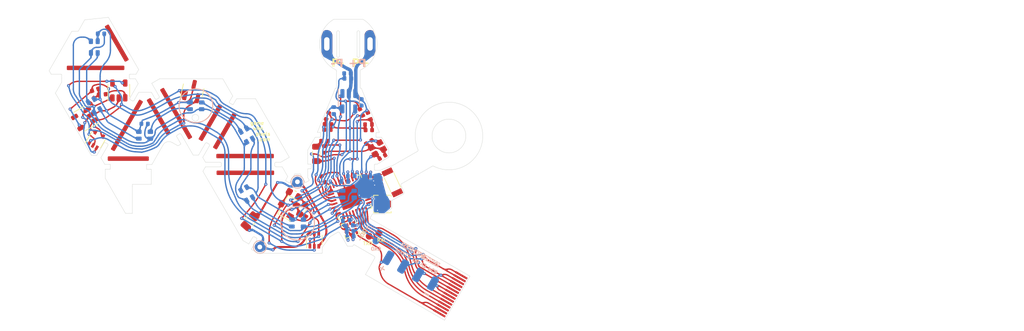
<source format=kicad_pcb>
(kicad_pcb (version 20221018) (generator pcbnew)
  (title_block (title "FLX-F020") (date "2021-09-11") (rev "10") (company "Systemic Games, LLC") (comment 1 "Flexible PCB, 0.13mm thickness"))
  (layers (0 "F.Cu" signal) (31 "B.Cu" signal) (34 "B.Paste" user) (35 "F.Paste" user) (36 "B.SilkS" user "B.Silkscreen") (37 "F.SilkS" user "F.Silkscreen") (38 "B.Mask" user) (39 "F.Mask" user) (44 "Edge.Cuts" user))
  (net 0 "")
  (net 1 "Net-(C1-Pad1)")
  (net 2 "GND")
  (net 3 "VDD")
  (net 4 "VDC")
  (net 5 "VEE")
  (net 6 "Net-(L1-Pad2)")
  (net 7 "Net-(L1-Pad1)")
  (net 8 "+5V")
  (net 9 "/LED_EN")
  (net 10 "Net-(C2-Pad2)")
  (net 11 "Net-(C3-Pad1)")
  (net 12 "Net-(C5-Pad2)")
  (net 13 "Net-(C7-Pad1)")
  (net 14 "Net-(C19-Pad1)")
  (net 15 "Net-(C19-Pad2)")
  (net 16 "/ANTENNA")
  (net 17 "RXI")
  (net 18 "TXO")
  (net 19 "SWO")
  (net 20 "RESET")
  (net 21 "SWDCLK")
  (net 22 "SWDIO")
  (net 23 "Net-(R10-Pad1)")
  (net 24 "/LED_DATA")
  (net 25 "+BATT")
  (net 26 "/STATS")
  (net 27 "/5V_SENSE")
  (net 28 "/VBAT_SENSE")
  (net 29 "/Power Supply/MAG1_")
  (net 30 "/LED_RETURN")
  (net 31 "/Power Supply/LED_EN_OUT")
  (net 32 "Net-(R3-Pad1)")
  (net 33 "Net-(D2-Pad3)")
  (net 34 "Net-(D3-Pad3)")
  (net 35 "Net-(D4-Pad3)")
  (net 36 "Net-(D5-Pad3)")
  (net 37 "Net-(D6-Pad3)")
  (net 38 "Net-(D7-Pad3)")
  (net 39 "Net-(D8-Pad3)")
  (net 40 "/SCL")
  (net 41 "/SDA")
  (net 42 "/ACC_INT")
  (net 46 "/BATT_NTC")
  (net 47 "/ANT_50")
  (net 48 "/ANT_NRF")
  (net 49 "/NTC_ID_VDD")
  (net 50 "/PROG")
  (footprint "Pixels-dice:SOT-353_SC-70-5" (layer "F.Cu") (at 111.23 70.25 60)
    (fp_text reference "U7")
    (fp_text value "SN74LVC1G08" hide)
  )
  (footprint "Package_TO_SOT_SMD:SOT-23" (layer "F.Cu") (at 125.53 62.93 77)
    (fp_text reference "U8")
    (fp_text value "TMR1366")
  )
  (footprint "Pixels-dice:SOT-23-5" (layer "F.Cu") (at 114.59 62.92 90)
    (fp_text reference "U6")
    (fp_text value "MT9700" hide)
  )
  (footprint "Pixels-dice:R_0402_1005Metric" (layer "F.Cu") (at 112.12 63.53 -174)
    (fp_text reference "R3")
    (fp_text value "10k 5%")
  )
  (footprint "Inductor_SMD:L_0805_2012Metric" (layer "F.Cu") (at 143.81 72.31 90)
    (fp_text reference "L1")
    (fp_text value "10uH 100mA 20%")
  )
  (footprint "Pixels-dice:C_0402_1005Metric" (layer "F.Cu") (at 153.61 72.76 -148)
    (fp_text reference "C5")
    (fp_text value "8pF 10V 10%")
  )
  (footprint "Pixels-dice:C_0402_1005Metric" (layer "F.Cu") (at 144.83 76.07 120)
    (fp_text reference "C3")
    (fp_text value "0.1uF 10V 20%")
  )
  (footprint "Pixels-dice:C_0402_1005Metric" (layer "F.Cu") (at 151.62 70.54 31)
    (fp_text reference "C2")
    (fp_text value "8pF 10V 10%")
  )
  (footprint "Package_DFN_QFN:QFN-32-1EP_5x5mm_P0.5mm_EP3.1x3.1mm" (layer "F.Cu") (at 148.76 78.67 19)
    (fp_text reference "U1")
    (fp_text value "N52810_QFN32")
  )
  (footprint "Pixels-dice:0402_RF" (layer "F.Cu") (at 151.99 77.65 110)
    (fp_text reference "C8")
    (fp_text value "0.8pF 10V 5% C0G")
  )
  (footprint "Pixels-dice:C_0402_1005Metric" (layer "F.Cu") (at 110.62 64.42 53)
    (fp_text reference "C9")
    (fp_text value "10uF 10V 20%")
  )
  (footprint "Pixels-dice:C_0402_1005Metric" (layer "F.Cu") (at 111.09 62.82 19)
    (fp_text reference "C18")
    (fp_text value "4.7uF 10V 20%")
  )
  (footprint "Pixels-dice:R_0402_1005Metric" (layer "F.Cu") (at 142.54 81.11 59)
    (fp_text reference "R4")
    (fp_text value "100k 1%")
  )
  (footprint "Pixels-dice:SOT-23-5" (layer "F.Cu") (at 109.47 67.11 -150)
    (fp_text reference "U4")
    (fp_text value "ME6215" hide)
  )
  (footprint "Capacitor_SMD:C_0603_1608Metric" (layer "F.Cu") (at 140.51 78.27 -30)
    (fp_text reference "C13")
    (fp_text value "4.7uF 25V 20%")
  )
  (footprint "Package_TO_SOT_SMD:SOT-363_SC-70-6" (layer "F.Cu") (at 143.53 85.04 90)
    (fp_text reference "D1")
    (fp_text value "BAV99S")
  )
  (footprint "Capacitor_SMD:C_0603_1608Metric" (layer "F.Cu") (at 141.77 80.53 60)
    (fp_text reference "C15")
    (fp_text value "22uF 10V 20%")
  )
  (footprint "Inductor_SMD:L_0402_1005Metric" (layer "F.Cu") (at 145.04 70.4)
    (fp_text reference "L2")
    (fp_text value "15nH 100mA 5%")
  )
  (footprint "Pixels-dice:C_0402_1005Metric" (layer "F.Cu") (at 144.99 71.65 -90)
    (fp_text reference "C1")
    (fp_text value "4.7uF 10V 20%")
  )
  (footprint "Pixels-dice:C_0402_1005Metric" (layer "F.Cu") (at 145.475 68.74)
    (fp_text reference "C21")
    (fp_text value "10nF 25V 10%")
  )
  (footprint "Pixels-dice:R_0402_1005Metric" (layer "F.Cu") (at 151.65 66.7 -68)
    (fp_text reference "R7")
    (fp_text value "4.02M 1%")
  )
  (footprint "Pixels-dice:R_0402_1005Metric" (layer "F.Cu") (at 145.555 67.93)
    (fp_text reference "R2")
    (fp_text value "4.02M 1%")
  )
  (footprint "Pixels-dice:R_0402_1005Metric" (layer "F.Cu") (at 151.55 67.95 180)
    (fp_text reference "R8")
    (fp_text value "10M 1%")
  )
  (footprint "Pixels-dice:R_0402_1005Metric" (layer "F.Cu") (at 145.465 66.69 -112)
    (fp_text reference "R1")
    (fp_text value "4.02M 1%")
  )
  (footprint "Pixels-dice:C_0402_1005Metric" (layer "F.Cu") (at 151.6 68.79 180)
    (fp_text reference "C22")
    (fp_text value "10nF 25V 10%")
  )
  (footprint "Pixels-dice:Crystal_SMD_2016-4Pin_2.0x1.6mm" (layer "F.Cu") (at 152.880004 71.479998 -150)
    (fp_text reference "Y1")
    (fp_text value "32MHz 40ppm")
  )
  (footprint "Package_LGA:LGA-12_2x2mm_P0.5mm" (layer "F.Cu") (at 148.864998 83.439996 -72)
    (fp_text reference "U2")
    (fp_text value "KXTJ3-1057")
  )
  (footprint "Pixels-dice:0402_RF" (layer "F.Cu") (at 153.29 78.56)
    (fp_text reference "L5")
    (fp_text value "3.9nH 5%")
  )
  (footprint "Pixels-dice:R_0402_1005Metric" (layer "F.Cu") (at 150.5 66.17 115)
    (fp_text reference "R5")
    (fp_text value "100k 1%")
  )
  (footprint "Pixels-dice:SOT-23" (layer "F.Cu") (at 139.55 80.18 -30)
    (fp_text reference "U3")
    (fp_text value "PJ75AL50SA")
  )
  (footprint "Capacitor_SMD:C_0805_2012Metric" (layer "F.Cu") (at 134 82.25 -131)
    (fp_text reference "C19" hide)
    (fp_text value "12nF 50V 5% NP0")
  )
  (footprint "Pixels-dice:0402_RF" (layer "F.Cu") (at 153.45 76.52 100)
    (fp_text reference "L3")
    (fp_text value "0 Ohm")
  )
  (footprint "Pixels-dice:TEST_PIN" (layer "F.Cu") (at 151.65 84.5)
    (fp_text reference "W2" hide)
    (fp_text value "TXO")
  )
  (footprint "Pixels-dice:CHIP_ANT" (layer "F.Cu") (at 154.361549 74.979277 -155)
    (fp_text reference "AE1")
    (fp_text value "Antenna_Chip" hide)
  )
  (footprint "Pixels-dice:0402_RF" (layer "F.Cu") (at 153.2 77.77 170)
    (fp_text reference "C12")
    (fp_text value "DNP")
  )
  (footprint "Pixels-dice:FPC_14" (layer "F.Cu") (at 165.298188 90.283345 -120)
    (fp_text reference "J1")
    (fp_text value "Conn_01x14")
  )
  (footprint "Pixels-dice:0402_RF" (layer "F.Cu") (at 152.766892 75.617429 -160)
    (fp_text reference "C11")
    (fp_text value "DNP")
  )
  (footprint "Pixels-dice:TEST_PIN" (layer "F.Cu") (at 153.1 84.05)
    (fp_text reference "W1" hide)
    (fp_text value "RXI")
  )
  (footprint "RFFrontEnd:MFH3.RECE.20369.001E.01" (layer "F.Cu") (at 153.61 79.73)
    (fp_text reference "J4" hide)
    (fp_text value "DNP" hide)
  )
  (footprint "Pixels-dice:TX1812Z_2020" (layer "B.Cu") (at 133.52 69.54 30)
    (fp_text reference "D5")
    (fp_text value "TX1812Z_2020")
  )
  (footprint "Pixels-dice:TX1812Z_2020" (layer "B.Cu") (at 133.52 78.22 30)
    (fp_text reference "D4")
    (fp_text value "TX1812Z_2020")
  )
  (footprint "Pixels-dice:TX1812Z_2020" (layer "B.Cu") (at 126 65.19 90)
    (fp_text reference "D6")
    (fp_text value "TX1812Z_2020")
  )
  (footprint "Pixels-dice:C_0402_1005Metric" (layer "B.Cu") (at 150.51 64.68 -90)
    (fp_text reference "C16")
    (fp_text value "10uF 10V 20%")
  )
  (footprint "Pixels-dice:TX1812Z_2020" (layer "B.Cu") (at 148.59 78.26 90)
    (fp_text reference "D2")
    (fp_text value "TX1812Z_2020")
  )
  (footprint "Pixels-dice:TX1812Z_2020" (layer "B.Cu") (at 118.41 69.55 90)
    (fp_text reference "D7")
    (fp_text value "TX1812Z_2020")
  )
  (footprint "Pixels-dice:TX1812Z_2020" (layer "B.Cu") (at 110.96 56.5)
    (fp_text reference "D9")
    (fp_text value "TX1812Z_2020")
  )
  (footprint "Pixels-dice:TX1812Z_2020" (layer "B.Cu") (at 110.94 65.18 30)
    (fp_text reference "D8")
    (fp_text value "TX1812Z_2020")
  )
  (footprint "TestPoint:TestPoint_THTPad_D1.5mm_Drill0.7mm" (layer "B.Cu") (at 135.46 86.09 150)
    (fp_text reference "P6" hide)
    (fp_text value "COILB")
  )
  (footprint "Pixels-dice:C_0402_1005Metric" (layer "B.Cu") (at 148.43 60.38)
    (fp_text reference "C6")
    (fp_text value "DNP")
  )
  (footprint "Package_TO_SOT_SMD:SOT-23-5" (layer "B.Cu") (at 148.64 64.51 -90)
    (fp_text reference "U5")
    (fp_text value "MCP73832T-2ACI/OT")
  )
  (footprint "TestPoint:TestPoint_THTPad_D1.5mm_Drill0.7mm" (layer "B.Cu") (at 141.03 76.44 150)
    (fp_text reference "P5" hide)
    (fp_text value "COILA")
  )
  (footprint "Pixels-dice:C_0402_1005Metric" (layer "B.Cu") (at 151.38 75.65 180)
    (fp_text reference "C7")
    (fp_text value "100pF NP0 10V 5%")
  )
  (footprint "Pixels-dice:R_0402_1005Metric" (layer "B.Cu") (at 149 75.6)
    (fp_text reference "R10")
    (fp_text value "100k 1%")
  )
  (footprint "Pixels-dice:C_0402_1005Metric" (layer "B.Cu") (at 148.82 83.76 7)
    (fp_text reference "C10")
    (fp_text value "0.1uF 10V 20%")
  )
  (footprint "Pixels-dice:C_0402_1005Metric" (layer "B.Cu") (at 118.41 67.85 180)
    (fp_text reference "C23")
    (fp_text value "0.1uF 10V 20%")
  )
  (footprint "Pixels-dice:TX1812Z_2020" (layer "B.Cu") (at 141.07 82.56 90)
    (fp_text reference "D3")
    (fp_text value "TX1812Z_2020")
  )
  (footprint "Resistor_SMD:R_0402_1005Metric" (layer "B.Cu") (at 148.03 76.43)
    (fp_text reference "R9")
    (fp_text value "470k 1%")
  )
  (footprint "Pixels-dice:C_0402_1005Metric" (layer "B.Cu") (at 148.89 84.57 7)
    (fp_text reference "C4")
    (fp_text value "4.7uF 10V 20%")
  )
  (footprint "Pixels-dice:R_0402_1005Metric" (layer "B.Cu") (at 146.4 65.88 -90)
    (fp_text reference "R6")
    (fp_text value "22k 1%")
  )
  (footprint "Pixels-dice:Hongjie 10100 Connector" (layer "B.Cu") (at 148.577825 56.028319 180)
    (fp_text reference "J3")
    (fp_text value "Conn_01x02")
  )
  (footprint "Pixels-dice:R_0402_1005Metric" (layer "B.Cu") (at 148.72 82.94 7)
    (fp_text reference "R12")
    (fp_text value "2.7k 5%")
  )
  (footprint "Pixels-dice:R_0402_1005Metric" (layer "B.Cu") (at 148.26 82.16 7)
    (fp_text reference "R16")
    (fp_text value "2.7k 5%")
  )
  (footprint "Pixels-dice:R_0402_1005Metric" (layer "B.Cu") (at 148.51 61.15)
    (fp_text reference "TH1")
    (fp_text value "NTC 100k @ 25C")
  )
  (footprint "Pixels-dice:C_0402_1005Metric" (layer "B.Cu") (at 111.95 54.5 180)
    (fp_text reference "C24")
    (fp_text value "0.1uF 10V 20%")
  )
  (footprint "Pixels-dice:TEST_PIN" (layer "B.Cu") (at 152.65 85.2 180)
    (fp_text reference "W19" hide)
    (fp_text value "GND")
  )
  (footprint "Pixels-dice:FPC-POGO-4" (layer "B.Cu") (at 157.782328 89.60446 -30)
    (fp_text reference "J2")
    (fp_text value "Conn_01x04")
  )
  (gr_circle (center 141.05 82.57) (end 143.55 82.57) (stroke (width 0.15)) (fill none) (layer "B.SilkS"))
  (gr_circle (center 126 65.18) (end 128.5 65.18) (stroke (width 0.15)) (fill none) (layer "B.SilkS"))
  (gr_line (start 134.83 64.13) (end 132.03 64.13) (stroke (width 0.05)) (layer "Edge.Cuts"))
  (gr_line (start 117.53 59.82) (end 113.05 52.09) (stroke (width 0.05)) (layer "Edge.Cuts"))
  (gr_line (start 137.68 74.02) (end 137.68 73.72) (stroke (width 0.05)) (layer "Edge.Cuts"))
  (gr_line (start 116.599266 81.119722) (end 115.580824 81.121501) (stroke (width 0.05)) (layer "Edge.Cuts"))
  (gr_arc (start 127.92 70.84) (mid 128.014629 70.958813) (end 128 71.11) (stroke (width 0.05)) (layer "Edge.Cuts"))
  (gr_arc (start 146.85 54.28) (mid 147.052187 54.081376) (end 147.25 54.28) (stroke (width 0.05)) (layer "Edge.Cuts"))
  (gr_line (start 117.06 61.2) (end 116.25 61.2) (stroke (width 0.05)) (layer "Edge.Cuts"))
  (gr_line (start 118.692311 74.574065) (end 119.397732 74.575383) (stroke (width 0.05)) (layer "Edge.Cuts"))
  (gr_line (start 131.45 63.73) (end 129.99 61.2) (stroke (width 0.05)) (layer "Edge.Cuts"))
  (gr_arc (start 123.54 69.34) (mid 123.695281 69.314422) (end 123.82 69.41) (stroke (width 0.05)) (layer "Edge.Cuts"))
  (gr_line (start 127.41 74.23) (end 127.04 74.88) (stroke (width 0.05)) (layer "Edge.Cuts"))
  (gr_line (start 123.35 71.11) (end 123.78 70.84) (stroke (width 0.05)) (layer "Edge.Cuts"))
  (gr_line (start 123.18 69.79) (end 123.78 70.84) (stroke (width 0.05)) (layer "Edge.Cuts"))
  (gr_line (start 112.64 70.65) (end 112.9 70.8) (stroke (width 0.05)) (layer "Edge.Cuts"))
  (gr_circle (center 125.92 66.96) (end 126.42 66.96) (stroke (width 0.05)) (fill none) (layer "Edge.Cuts"))
  (gr_line (start 143.07 73.92) (end 143.07 74.42) (stroke (width 0.05)) (layer "Edge.Cuts"))
  (gr_line (start 107.63 54.16) (end 104.27 59.99) (stroke (width 0.05)) (layer "Edge.Cuts"))
  (gr_line (start 153.25 74.75) (end 152.53 74.75) (stroke (width 0.05)) (layer "Edge.Cuts"))
  (gr_arc (start 146.81 62.51) (mid 146.780725 62.579563) (end 146.71 62.61) (stroke (width 0.05)) (layer "Edge.Cuts"))
  (gr_arc (start 106.02 60.5) (mid 106.09055 60.528721) (end 106.12 60.6) (stroke (width 0.05)) (layer "Edge.Cuts"))
  (gr_line (start 108.58 54.16) (end 109.54 52.46) (stroke (width 0.05)) (layer "Edge.Cuts"))
  (gr_line (start 117.15 60.5) (end 117.53 59.82) (stroke (width 0.05)) (layer "Edge.Cuts"))
  (gr_line (start 144.69 87.01) (end 144.69 86.17) (stroke (width 0.05)) (layer "Edge.Cuts"))
  (gr_line (start 119.492178 73.875564) (end 121.13 71) (stroke (width 0.05)) (layer "Edge.Cuts"))
  (gr_line (start 162.81 96.93) (end 166.57 90.41) (stroke (width 0.05)) (layer "Edge.Cuts"))
  (gr_line (start 152.43 74.65) (end 152.43 73.92) (stroke (width 0.05)) (layer "Edge.Cuts"))
  (gr_line (start 117.46 61.9) (end 117.06 61.2) (stroke (width 0.05)) (layer "Edge.Cuts"))
  (gr_arc (start 158.88 71.67) (mid 158.88793 71.813214) (end 158.8 71.93) (stroke (width 0.05)) (layer "Edge.Cuts"))
  (gr_line (start 127.66 70.69) (end 127.92 70.84) (stroke (width 0.05)) (layer "Edge.Cuts"))
  (gr_line (start 142.15 76.49) (end 141.45 75.28) (stroke (width 0.05)) (layer "Edge.Cuts"))
  (gr_line (start 122.5 70.63) (end 123.35 71.11) (stroke (width 0.05)) (layer "Edge.Cuts"))
  (gr_line (start 147.27 83.97) (end 148.42 85.96) (stroke (width 0.05)) (layer "Edge.Cuts"))
  (gr_line (start 112.597705 74.562614) (end 113.33049 74.563993) (stroke (width 0.05)) (layer "Edge.Cuts"))
  (gr_line (start 151.76 81.86) (end 152.13 81.2) (stroke (width 0.05)) (layer "Edge.Cuts"))
  (gr_line (start 150.74 52.39) (end 146.4 52.39) (stroke (width 0.05)) (layer "Edge.Cuts"))
  (gr_line (start 123.25 69.52) (end 123.54 69.34) (stroke (width 0.05)) (layer "Edge.Cuts"))
  (gr_line (start 119.95 64.13) (end 119.42 63.2) (stroke (width 0.05)) (layer "Edge.Cuts"))
  (gr_line (start 146.81 60.05) (end 146.81 62.51) (stroke (width 0.05)) (layer "Edge.Cuts"))
  (gr_line (start 119.42 63.2) (end 117.52 63.2) (stroke (width 0.05)) (layer "Edge.Cuts"))
  (gr_arc (start 129.77 74.03) (mid 129.710435 74.169024) (end 129.57 74.23) (stroke (width 0.05)) (layer "Edge.Cuts"))
  (gr_line (start 104.27 59.99) (end 104.56 60.5) (stroke (width 0.05)) (layer "Edge.Cuts"))
  (gr_line (start 150.31 62.51) (end 150.31 60.06) (stroke (width 0.05)) (layer "Edge.Cuts"))
  (gr_line (start 154.892566 74.16) (end 154.71 74.16) (stroke (width 0.05)) (layer "Edge.Cuts"))
  (gr_line (start 125.59 72.48) (end 126.4 72.48) (stroke (width 0.05)) (layer "Edge.Cuts"))
  (gr_line (start 128 71.11) (end 127.01 72.83) (stroke (width 0.05)) (layer "Edge.Cuts"))
  (gr_line (start 134.68 84.6) (end 134.94 84.75) (stroke (width 0.05)) (layer "Edge.Cuts"))
  (gr_line (start 104.56 60.5) (end 106.02 60.5) (stroke (width 0.05)) (layer "Edge.Cuts"))
  (gr_arc (start 116.31 64.3) (mid 116.216756 64.178942) (end 116.24 64.03) (stroke (width 0.05)) (layer "Edge.Cuts"))
  (gr_arc (start 127.39 70.76) (mid 127.510425 70.668781) (end 127.66 70.69) (stroke (width 0.05)) (layer "Edge.Cuts"))
  (gr_line (start 112.597705 74.562614) (end 112.6 75.94) (stroke (width 0.05)) (layer "Edge.Cuts"))
  (gr_line (start 156.777369 77.92038) (end 156.366508 77.005006) (stroke (width 0.05)) (layer "Edge.Cuts"))
  (gr_line (start 155 80.32) (end 155 79.21) (stroke (width 0.05)) (layer "Edge.Cuts"))
  (gr_line (start 152.4 87.46) (end 149.46 85.76) (stroke (width 0.05)) (layer "Edge.Cuts"))
  (gr_line (start 116.600453 77.119722) (end 116.599266 81.119722) (stroke (width 0.05)) (layer "Edge.Cuts"))
  (gr_arc (start 150.41 62.61) (mid 150.342215 62.57923) (end 150.31 62.51) (stroke (width 0.05)) (layer "Edge.Cuts"))
  (gr_line (start 153.96 81.2) (end 155 80.32) (stroke (width 0.05)) (layer "Edge.Cuts"))
  (gr_line (start 152.76 69.14) (end 153.16 69.14) (stroke (width 0.05)) (layer "Edge.Cuts"))
  (gr_line (start 116.6 76.824878) (end 116.600453 77.119722) (stroke (width 0.05)) (layer "Edge.Cuts"))
  (gr_arc (start 134.94 84.75) (mid 135.03611 84.875784) (end 135.01 85.03) (stroke (width 0.05)) (layer "Edge.Cuts"))
  (gr_arc (start 139.34 76.31) (mid 139.295395 76.250479) (end 139.31 76.18) (stroke (width 0.05)) (layer "Edge.Cuts"))
  (gr_arc (start 152.43 73.92) (mid 152.457909 73.846363) (end 152.53 73.82) (stroke (width 0.05)) (layer "Edge.Cuts"))
  (gr_line (start 132.03 64.13) (end 131.54 64.97) (stroke (width 0.05)) (layer "Edge.Cuts"))
  (gr_line (start 142.56 71.73) (end 142.56 73.82) (stroke (width 0.05)) (layer "Edge.Cuts"))
  (gr_line (start 129.77 73.73) (end 129.77 74.03) (stroke (width 0.05)) (layer "Edge.Cuts"))
  (gr_line (start 127.41 73.53) (end 129.57 73.53) (stroke (width 0.05)) (layer "Edge.Cuts"))
  (gr_line (start 139.78 76.56) (end 139.34 76.31) (stroke (width 0.05)) (layer "Edge.Cuts"))
  (gr_line (start 147.25 57.83) (end 147.25 54.28) (stroke (width 0.05)) (layer "Edge.Cuts"))
  (gr_line (start 142.56 75.82) (end 142.75 76.14) (stroke (width 0.05)) (layer "Edge.Cuts"))
  (gr_line (start 119.39999 76.820554) (end 119.397732 74.575383) (stroke (width 0.05)) (layer "Edge.Cuts"))
  (gr_arc (start 129.57 73.53) (mid 129.711927 73.587942) (end 129.77 73.73) (stroke (width 0.05)) (layer "Edge.Cuts"))
  (gr_line (start 113.331807 73.863994) (end 112.509139 73.862452) (stroke (width 0.05)) (layer "Edge.Cuts"))
  (gr_line (start 149.23 85.96) (end 149.33 85.79) (stroke (width 0.05)) (layer "Edge.Cuts"))
  (gr_arc (start 120.23 64.2) (mid 120.076322 64.222269) (end 119.95 64.13) (stroke (width 0.05)) (layer "Edge.Cuts"))
  (gr_line (start 129.57 74.23) (end 127.41 74.23) (stroke (width 0.05)) (layer "Edge.Cuts"))
  (gr_line (start 154.56 71.73) (end 153.48 69.84) (stroke (width 0.05)) (layer "Edge.Cuts"))
  (gr_line (start 143.97 69.13) (end 144.37 69.13) (stroke (width 0.05)) (layer "Edge.Cuts"))
  (gr_arc (start 150.31 60.06) (mid 150.342814 59.934286) (end 150.44 59.85) (stroke (width 0.05)) (layer "Edge.Cuts"))
  (gr_arc (start 147 83.9) (mid 147.149149 83.87962) (end 147.27 83.97) (stroke (width 0.05)) (layer "Edge.Cuts"))
  (gr_line (start 117.52 63.2) (end 116.85 64.38) (stroke (width 0.05)) (layer "Edge.Cuts"))
  (gr_line (start 132.97 85.14) (end 133.84 85.65) (stroke (width 0.05)) (layer "Edge.Cuts"))
  (gr_line (start 116.58 64.45) (end 116.31 64.3) (stroke (width 0.05)) (layer "Edge.Cuts"))
  (gr_line (start 135.19 87) (end 144.69 87.01) (stroke (width 0.05)) (layer "Edge.Cuts"))
  (gr_arc (start 152.76 69.84) (mid 152.691059 69.810145) (end 152.66 69.74) (stroke (width 0.05)) (layer "Edge.Cuts"))
  (gr_line (start 126.4 72.48) (end 127.39 70.76) (stroke (width 0.05)) (layer "Edge.Cuts"))
  (gr_line (start 129.99 61.2) (end 120.61 61.2) (stroke (width 0.05)) (layer "Edge.Cuts"))
  (gr_arc (start 152.53 74.75) (mid 152.461709 74.719805) (end 152.43 74.65) (stroke (width 0.05)) (layer "Edge.Cuts"))
  (gr_line (start 139.59 75.65) (end 138.78 74.23) (stroke (width 0.05)) (layer "Edge.Cuts"))
  (gr_line (start 135.01 85.03) (end 134.2 86.43) (stroke (width 0.05)) (layer "Edge.Cuts"))
  (gr_line (start 142.56 73.82) (end 142.97 73.82) (stroke (width 0.05)) (layer "Edge.Cuts"))
  (gr_arc (start 144.37 69.13) (mid 144.440991 69.158937) (end 144.47 69.23) (stroke (width 0.05)) (layer "Edge.Cuts"))
  (gr_arc (start 120.56 63.78) (mid 120.578828 63.928252) (end 120.49 64.05) (stroke (width 0.05)) (layer "Edge.Cuts"))
  (gr_arc (start 149.85 54.28) (mid 150.052187 54.081376) (end 150.25 54.28) (stroke (width 0.05)) (layer "Edge.Cuts"))
  (gr_arc (start 131.54 64.97) (mid 131.483102 65.015169) (end 131.41 65.01) (stroke (width 0.05)) (layer "Edge.Cuts"))
  (gr_line (start 116.6 76.824878) (end 119.39999 76.820554) (stroke (width 0.05)) (layer "Edge.Cuts"))
  (gr_arc (start 123.18 69.79) (mid 123.158995 69.639692) (end 123.25 69.52) (stroke (width 0.05)) (layer "Edge.Cuts"))
  (gr_arc (start 156.777369 77.92038) (mid 156.791858 78.111743) (end 156.67 78.26) (stroke (width 0.05)) (layer "Edge.Cuts"))
  (gr_arc (start 112.9 70.8) (mid 112.991182 70.920434) (end 112.97 71.07) (stroke (width 0.05)) (layer "Edge.Cuts"))
  (gr_arc (start 142.75 76.14) (mid 142.762617 76.220359) (end 142.71 76.28) (stroke (width 0.05)) (layer "Edge.Cuts"))
  (gr_arc (start 158.88 71.67) (mid 167.101363 66.22762) (end 161.19 74.12) (stroke (width 0.05)) (layer "Edge.Cuts"))
  (gr_arc (start 149.33 85.79) (mid 149.389361 85.74854) (end 149.46 85.76) (stroke (width 0.05)) (layer "Edge.Cuts"))
  (gr_line (start 105.2 63.31) (end 110.52 72.53) (stroke (width 0.05)) (layer "Edge.Cuts"))
  (gr_arc (start 143.07 74.42) (mid 143.039113 74.487085) (end 142.97 74.52) (stroke (width 0.05)) (layer "Edge.Cuts"))
  (gr_line (start 111.93 72.88) (end 112.509139 73.862452) (stroke (width 0.05)) (layer "Edge.Cuts"))
  (gr_line (start 119.46 61.86) (end 120.56 63.78) (stroke (width 0.05)) (layer "Edge.Cuts"))
  (gr_circle (center 163.46 69.66) (end 165.96 69.66) (stroke (width 0.05)) (fill none) (layer "Edge.Cuts"))
  (gr_line (start 133.84 85.65) (end 134.4 84.68) (stroke (width 0.05)) (layer "Edge.Cuts"))
  (gr_arc (start 156.366508 77.005006) (mid 156.35711 76.844086) (end 156.46 76.72) (stroke (width 0.05)) (layer "Edge.Cuts"))
  (gr_line (start 127.01 72.83) (end 127.41 73.53) (stroke (width 0.05)) (layer "Edge.Cuts"))
  (gr_arc (start 152.4 87.46) (mid 152.490246 87.580387) (end 152.47 87.73) (stroke (width 0.05)) (layer "Edge.Cuts"))
  (gr_line (start 154.56 72.76) (end 154.56 71.73) (stroke (width 0.05)) (layer "Edge.Cuts"))
  (gr_line (start 166.57 90.41) (end 151.76 81.86) (stroke (width 0.05)) (layer "Edge.Cuts"))
  (gr_line (start 139.83 72.81) (end 134.83 64.13) (stroke (width 0.05)) (layer "Edge.Cuts"))
  (gr_line (start 131.41 65.01) (end 131 64.77) (stroke (width 0.05)) (layer "Edge.Cuts"))
  (gr_line (start 151.1 90.17) (end 152.47 87.73) (stroke (width 0.05)) (layer "Edge.Cuts"))
  (gr_line (start 145.86 84.56) (end 147 83.9) (stroke (width 0.05)) (layer "Edge.Cuts"))
  (gr_arc (start 146.69 59.85) (mid 146.781027 59.931915) (end 146.81 60.05) (stroke (width 0.05)) (layer "Edge.Cuts"))
  (gr_line (start 142.56 74.52) (end 142.56 75.82) (stroke (width 0.05)) (layer "Edge.Cuts"))
  (gr_line (start 116.24 64.03) (end 117.46 61.9) (stroke (width 0.05)) (layer "Edge.Cuts"))
  (gr_line (start 146.71 62.61) (end 146.63 62.61) (stroke (width 0.05)) (layer "Edge.Cuts"))
  (gr_line (start 134.2 86.43) (end 135.19 87) (stroke (width 0.05)) (layer "Edge.Cuts"))
  (gr_arc (start 147.25 57.83) (mid 147.052257 58.030427) (end 146.85 57.83) (stroke (width 0.05)) (layer "Edge.Cuts"))
  (gr_line (start 143.66 69.83) (end 142.56 71.73) (stroke (width 0.05)) (layer "Edge.Cuts"))
  (gr_line (start 138.78 74.23) (end 137.88 74.23) (stroke (width 0.05)) (layer "Edge.Cuts"))
  (gr_line (start 106.12 61.1) (end 106.12 61.72) (stroke (width 0.05)) (layer "Edge.Cuts"))
  (gr_line (start 137.88 73.53) (end 138.58 73.53) (stroke (width 0.05)) (layer "Edge.Cuts"))
  (gr_line (start 144.37 69.83) (end 143.66 69.83) (stroke (width 0.05)) (layer "Edge.Cuts"))
  (gr_line (start 153.16 69.14) (end 150.5 62.61) (stroke (width 0.05)) (layer "Edge.Cuts"))
  (gr_line (start 113.05 52.09) (end 109.54 52.46) (stroke (width 0.05)) (layer "Edge.Cuts"))
  (gr_line (start 127.04 74.88) (end 132.97 85.14) (stroke (width 0.05)) (layer "Edge.Cuts"))
  (gr_line (start 108.58 54.16) (end 107.63 54.16) (stroke (width 0.05)) (layer "Edge.Cuts"))
  (gr_line (start 152.13 81.2) (end 153.96 81.2) (stroke (width 0.05)) (layer "Edge.Cuts"))
  (gr_arc (start 137.68 73.72) (mid 137.740248 73.583155) (end 137.88 73.53) (stroke (width 0.05)) (layer "Edge.Cuts"))
  (gr_line (start 152.66 69.74) (end 152.66 69.24) (stroke (width 0.05)) (layer "Edge.Cuts"))
  (gr_line (start 148.42 85.96) (end 149.23 85.96) (stroke (width 0.05)) (layer "Edge.Cuts"))
  (gr_arc (start 121.13 71) (mid 121.738465 70.526454) (end 122.5 70.63) (stroke (width 0.05)) (layer "Edge.Cuts"))
  (gr_line (start 112.97 71.07) (end 111.93 72.88) (stroke (width 0.05)) (layer "Edge.Cuts"))
  (gr_line (start 116.25 60.5) (end 117.15 60.5) (stroke (width 0.05)) (layer "Edge.Cuts"))
  (gr_line (start 111.33 72.53) (end 112.37 70.72) (stroke (width 0.05)) (layer "Edge.Cuts"))
  (gr_arc (start 134.4 84.68) (mid 134.522921 84.582983) (end 134.68 84.6) (stroke (width 0.05)) (layer "Edge.Cuts"))
  (gr_line (start 115.580824 81.121501) (end 112.6 75.94) (stroke (width 0.05)) (layer "Edge.Cuts"))
  (gr_line (start 144.69 86.17) (end 145.86 84.56) (stroke (width 0.05)) (layer "Edge.Cuts"))
  (gr_line (start 146.63 62.61) (end 143.97 69.13) (stroke (width 0.05)) (layer "Edge.Cuts"))
  (gr_line (start 130.95 64.6) (end 131.45 63.73) (stroke (width 0.05)) (layer "Edge.Cuts"))
  (gr_line (start 156.46 76.72) (end 161 74.12) (stroke (width 0.05)) (layer "Edge.Cuts"))
  (gr_line (start 142.97 74.52) (end 142.56 74.52) (stroke (width 0.05)) (layer "Edge.Cuts"))
  (gr_arc (start 116.15 60.6) (mid 116.177909 60.526363) (end 116.25 60.5) (stroke (width 0.05)) (layer "Edge.Cuts"))
  (gr_arc (start 116.85 64.38) (mid 116.728924 64.472889) (end 116.58 64.45) (stroke (width 0.05)) (layer "Edge.Cuts"))
  (gr_arc (start 112.37 70.72) (mid 112.490782 70.630161) (end 112.64 70.65) (stroke (width 0.05)) (layer "Edge.Cuts"))
  (gr_line (start 141.45 75.28) (end 140.64 75.28) (stroke (width 0.05)) (layer "Edge.Cuts"))
  (gr_line (start 150.25 57.83) (end 150.25 54.28) (stroke (width 0.05)) (layer "Edge.Cuts"))
  (gr_line (start 113.33049 74.563993) (end 113.331807 73.863994) (stroke (width 0.05)) (layer "Edge.Cuts"))
  (gr_line (start 106.12 60.6) (end 106.12 61.1) (stroke (width 0.05)) (layer "Edge.Cuts"))
  (gr_line (start 146.85 54.28) (end 146.85 57.83) (stroke (width 0.05)) (layer "Edge.Cuts"))
  (gr_arc (start 142.97 73.82) (mid 143.040589 73.848717) (end 143.07 73.92) (stroke (width 0.05)) (layer "Edge.Cuts"))
  (gr_line (start 144.47 69.23) (end 144.47 69.73) (stroke (width 0.05)) (layer "Edge.Cuts"))
  (gr_arc (start 152.66 69.24) (mid 152.6901 69.170241) (end 152.76 69.14) (stroke (width 0.05)) (layer "Edge.Cuts"))
  (gr_arc (start 139.92 76.53) (mid 139.855557 76.578115) (end 139.78 76.56) (stroke (width 0.05)) (layer "Edge.Cuts"))
  (gr_arc (start 144.47 69.73) (mid 144.440255 69.799816) (end 144.37 69.83) (stroke (width 0.05)) (layer "Edge.Cuts"))
  (gr_line (start 138.58 73.53) (end 139.83 72.81) (stroke (width 0.05)) (layer "Edge.Cuts"))
  (gr_line (start 119.492178 73.875564) (end 118.693622 73.874066) (stroke (width 0.05)) (layer "Edge.Cuts"))
  (gr_line (start 152.53 73.82) (end 152.86 73.82) (stroke (width 0.05)) (layer "Edge.Cuts"))
  (gr_line (start 152.86 73.82) (end 154.56 72.76) (stroke (width 0.05)) (layer "Edge.Cuts"))
  (gr_line (start 142.71 76.28) (end 142.28 76.53) (stroke (width 0.05)) (layer "Edge.Cuts"))
  (gr_line (start 110.52 72.53) (end 111.33 72.53) (stroke (width 0.05)) (layer "Edge.Cuts"))
  (gr_arc (start 146.69 59.85) (mid 144.31515 56.206224) (end 146.4 52.39) (stroke (width 0.05)) (layer "Edge.Cuts"))
  (gr_arc (start 161 74.12) (mid 161.095722 74.092594) (end 161.19 74.12) (stroke (width 0.05)) (layer "Edge.Cuts"))
  (gr_line (start 120.49 64.05) (end 120.23 64.2) (stroke (width 0.05)) (layer "Edge.Cuts"))
  (gr_arc (start 150.25 57.83) (mid 150.052257 58.030427) (end 149.85 57.83) (stroke (width 0.05)) (layer "Edge.Cuts"))
  (gr_arc (start 142.28 76.53) (mid 142.205357 76.538686) (end 142.15 76.49) (stroke (width 0.05)) (layer "Edge.Cuts"))
  (gr_arc (start 131 64.77) (mid 130.938309 64.696244) (end 130.95 64.6) (stroke (width 0.05)) (layer "Edge.Cuts"))
  (gr_line (start 106.12 61.72) (end 105.2 63.31) (stroke (width 0.05)) (layer "Edge.Cuts"))
  (gr_line (start 140.64 75.28) (end 139.92 76.53) (stroke (width 0.05)) (layer "Edge.Cuts"))
  (gr_line (start 149.85 54.28) (end 149.85 57.83) (stroke (width 0.05)) (layer "Edge.Cuts"))
  (gr_line (start 153.48 69.84) (end 152.76 69.84) (stroke (width 0.05)) (layer "Edge.Cuts"))
  (gr_arc (start 137.88 74.23) (mid 137.738685 74.164347) (end 137.68 74.02) (stroke (width 0.05)) (layer "Edge.Cuts"))
  (gr_line (start 154.71 74.16) (end 153.25 74.75) (stroke (width 0.05)) (layer "Edge.Cuts"))
  (gr_line (start 116.15 61.1) (end 116.15 60.6) (stroke (width 0.05)) (layer "Edge.Cuts"))
  (gr_line (start 123.82 69.41) (end 125.59 72.48) (stroke (width 0.05)) (layer "Edge.Cuts"))
  (gr_arc (start 116.25 61.2) (mid 116.179878 61.170085) (end 116.15 61.1) (stroke (width 0.05)) (layer "Edge.Cuts"))
  (gr_line (start 139.31 76.18) (end 139.59 75.65) (stroke (width 0.05)) (layer "Edge.Cuts"))
  (gr_line (start 158.8 71.93) (end 154.892566 74.16) (stroke (width 0.05)) (layer "Edge.Cuts"))
  (gr_line (start 120.61 61.2) (end 119.46 61.86) (stroke (width 0.05)) (layer "Edge.Cuts"))
  (gr_arc (start 150.74 52.39) (mid 152.807653 56.208168) (end 150.44 59.85) (stroke (width 0.05)) (layer "Edge.Cuts"))
  (gr_line (start 118.693622 73.874066) (end 118.692311 74.574065) (stroke (width 0.05)) (layer "Edge.Cuts"))
  (gr_line (start 150.5 62.61) (end 150.41 62.61) (stroke (width 0.05)) (layer "Edge.Cuts"))
  (gr_line (start 155 79.21) (end 156.67 78.26) (stroke (width 0.05)) (layer "Edge.Cuts"))
  (gr_line (start 151.1 90.17) (end 162.81 96.93) (stroke (width 0.05)) (layer "Edge.Cuts"))
  (gr_text "SYSTEMIC GAMES" (at 159.25 87.2 150) (layer "B.SilkS" knockout) (effects (font (size 0.5 0.5) (thickness 0.12)) (justify mirror)))
  (gr_text "P+" (at 149.9 58.95) (layer "B.SilkS") (effects (font (size 1.2 1.2) (thickness 0.2) bold) (justify mirror)))
  (gr_text "P-" (at 146.9 58.95) (layer "B.SilkS") (effects (font (size 1.2 1.2) (thickness 0.125)) (justify mirror)))
  (gr_text "-CUT-" (at 150.82 84 61) (layer "B.SilkS") (effects (font (size 0.5 0.5) (thickness 0.1)) (justify mirror)))
  (gr_text "PIXELS D8 V3 PCB" (at 158.65 88.15 150) (layer "B.SilkS") (effects (font (size 0.5 0.5) (thickness 0.12)) (justify mirror)))
  (gr_text "-CUT-" (at 150.82 84 61) (layer "F.SilkS") (effects (font (size 0.5 0.5) (thickness 0.1))))
  (gr_text "P-" (at 147 58.9) (layer "F.SilkS") (effects (font (size 1.2 1.2) (thickness 0.125))))
  (gr_text "P+" (at 150.4 58.9) (layer "F.SilkS") (effects (font (size 1.2 1.2) (thickness 0.2) bold)))
  (gr_text "game\n with\n  pixels\n   .com" (at 134 70.45) (layer "F.SilkS") (effects (font (size 0.5 0.5) (thickness 0.1) bold) (justify left bottom)))
  (segment (start 145.2575 70.695) (end 145.39125 70.5475) (width 0.2) (layer "F.Cu") (net 1))
  (segment (start 145.411387 70.563516) (end 145.114678 70.990555) (width 0.2) (layer "F.Cu") (net 1))
  (segment (start 145.388222 70.99) (end 145.189111 71.08) (width 0.2) (layer "F.Cu") (net 1))
  (segment (start 145.388222 70.99) (end 147.300021 70.99) (width 0.2) (layer "F.Cu") (net 1))
  (segment (start 146.88 75.56) (end 147.257289 76.609475) (width 0.2) (layer "F.Cu") (net 1))
  (via (at 147.3 71) (size 0.45) (drill 0.15) (layers "F.Cu" "B.Cu") (net 1))
  (via (at 146.88 75.56) (size 0.45) (drill 0.15) (layers "F.Cu" "B.Cu") (net 1))
  (arc (start 145.189111 71.08) (mid 145.117851 71.063606) (end 145.114678 70.990555) (width 0.2) (layer "F.Cu") (net 1))
  (arc (start 145.411387 70.563516) (mid 145.408824 70.54607) (end 145.39125 70.5475) (width 0.2) (layer "F.Cu") (net 1))
  (arc (start 145.388222 70.99) (mid 145.226889 70.885027) (end 145.2575 70.695) (width 0.2) (layer "F.Cu") (net 1))
  (segment (start 147.3 71) (end 147.33 71.33) (width 0.2) (layer "B.Cu") (net 1))
  (segment (start 146.88 75.56) (end 146.875013 74.004081) (width 0.2) (layer "B.Cu") (net 1))
  (segment (start 147.116213 72.428785) (end 147.259839 71.97586) (width 0.2) (layer "B.Cu") (net 1))
  (arc (start 147.33 71.33) (mid 147.327135 71.656429) (end 147.259839 71.97586) (width 0.2) (layer "B.Cu") (net 1))
  (arc (start 147.116213 72.428785) (mid 146.934392 73.207059) (end 146.875013 74.004081) (width 0.2) (layer "B.Cu") (net 1))
  (segment (start 151.426749 78.01511) (end 151.426879 78.015065) (width 0.2) (layer "F.Cu") (net 2))
  (segment (start 144.18 84.37125) (end 144.18 84.413437) (width 0.2) (layer "F.Cu") (net 2))
  (segment (start 141.87 82.2) (end 142.143275 82.2) (width 0.2) (layer "F.Cu") (net 2))
  (segment (start 161.986198 91.835269) (end 163.798184 92.881421) (width 0.2) (layer "F.Cu") (net 2))
  (segment (start 151.279008 78.066503) (end 151.009811 78.160142) (width 0.2) (layer "F.Cu") (net 2))
  (segment (start 145.937299 71.92) (end 148.79 71.92) (width 0.2) (layer "F.Cu") (net 2))
  (segment (start 113.800715 65.391256) (end 112.77 65.92) (width 0.2) (layer "F.Cu") (net 2))
  (segment (start 146.3275 68.2) (end 146.065 67.93) (width 0.2) (layer "F.Cu") (net 2))
  (segment (start 142.88 84.95) (end 142.88 85.99) (width 0.2) (layer "F.Cu") (net 2))
  (segment (start 151.609624 77.781308) (end 151.839511 77.236535) (width 0.2) (layer "F.Cu") (net 2))
  (segment (start 152.46021 71.419824) (end 152.229498 71.386754) (width 0.2) (layer "F.Cu") (net 2))
  (segment (start 146.033476 68.305643) (end 145.955 68.83) (width 0.2) (layer "F.Cu") (net 2))
  (segment (start 125.283331 63.880186) (end 125.924951 61.48563) (width 0.2) (layer "F.Cu") (net 2))
  (segment (start 110.95 72.04) (end 111.317917 71.397724) (width 0.2) (layer "F.Cu") (net 2))
  (segment (start 152.46 76.93) (end 152.766685 77.693595) (width 0.2) (layer "F.Cu") (net 2))
  (segment (start 151.120562 68.284339) (end 151.120562 68.06924) (width 0.2) (layer "F.Cu") (net 2))
  (segment (start 144.18 84.25875) (end 144.18 84.37125) (width 0.2) (layer "F.Cu") (net 2))
  (segment (start 153.299128 71.540075) (end 153.530175 71.573193) (width 0.2) (layer "F.Cu") (net 2))
  (segment (start 144.18 84.413437) (end 144.18 84.441562) (width 0.2) (layer "F.Cu") (net 2))
  (segment (start 144.18 83.569687) (end 144.18 83.415) (width 0.2) (layer "F.Cu") (net 2))
  (segment (start 141.386048 78.775786) (end 141.18117 78.6575) (width 0.2) (layer "F.Cu") (net 2))
  (segment (start 144.18 84.54) (end 144.18 84.525937) (width 0.2) (layer "F.Cu") (net 2))
  (segment (start 144.18 84.441562) (end 144.18 84.469687) (width 0.2) (layer "F.Cu") (net 2))
  (segment (start 151.801632 71.477991) (end 151.604479 71.602299) (width 0.2) (layer "F.Cu") (net 2))
  (segment (start 151.41389 78.01958) (end 151.413319 78.019778) (width 0.2) (layer "F.Cu") (net 2))
  (segment (start 109.812668 67.29913) (end 109.55 67.68) (width 0.2) (layer "F.Cu") (net 2))
  (segment (start 151.287862 78.063459) (end 151.42963 78.014111) (width 0.2) (layer "F.Cu") (net 2))
  (segment (start 144.18 82.965) (end 144.18 83.415) (width 0.2) (layer "F.Cu") (net 2))
  (segment (start 144.18 83.850937) (end 144.18 83.935312) (width 0.2) (layer "F.Cu") (net 2))
  (segment (start 111.752055 66.011173) (end 110.482267 66.698115) (width 0.2) (layer "F.Cu") (net 2))
  (segment (start 124.267058 64.66) (end 123.459736 64.66) (width 0.2) (layer "F.Cu") (net 2))
  (segment (start 163.261145 90.26196) (end 164.798188 91.149371) (width 0.2) (layer "F.Cu") (net 2))
  (segment (start 151.604479 71.602299) (end 151.549694 71.636841) (width 0.2) (layer "F.Cu") (net 2))
  (segment (start 151.390624 70.755242) (end 151.66653 71.026738) (width 0.2) (layer "F.Cu") (net 2))
  (segment (start 147.56 75.89132) (end 147.56801 75.917481) (width 0.2) (layer "F.Cu") (net 2))
  (segment (start 145.3 72.025) (end 144.99 72.13) (width 0.2) (layer "F.Cu") (net 2))
  (segment (start 153.248602 80.722662) (end 152.88 80.66) (width 0.2) (layer "F.Cu") (net 2))
  (segment (start 151.413319 78.019778) (end 151.279008 78.066503) (width 0.2) (layer "F.Cu") (net 2))
  (segment (start 150.400564 78.372023) (end 149.86 78.56) (width 0.2) (layer "F.Cu") (net 2))
  (segment (start 154.429139 80.170849) (end 154.610001 79.730001) (width 0.2) (layer "F.Cu") (net 2))
  (segment (start 144.18 84.03375) (end 144.18 84.14625) (width 0.2) (layer "F.Cu") (net 2))
  (segment (start 151.428021 78.014668) (end 151.427657 78.014793) (width 0.2) (layer "F.Cu") (net 2))
  (segment (start 144.18 84.497812) (end 144.18 84.525937) (width 0.2) (layer "F.Cu") (net 2))
  (segment (start 111.716396 63.906655) (end 111.819999 64.23) (width 0.2) (layer "F.Cu") (net 2))
  (segment (start 144.18 83.935312) (end 144.18 83.963437) (width 0.2) (layer "F.Cu") (net 2))
  (segment (start 150.569696 71.92) (end 148.79 71.92) (width 0.2) (layer "F.Cu") (net 2))
  (segment (start 161.689441 91.837141) (end 161.753494 92.076195) (width 0.2) (layer "F.Cu") (net 2))
  (segment (start 141.709213 79.098951) (end 141.867346 79.372846) (width 0.2) (layer "F.Cu") (net 2))
  (segment (start 148.610867 83.898736) (end 148.66097 83.922118) (width 0.2) (layer "F.Cu") (net 2))
  (segment (start 145.066053 75.35883) (end 144.592107 75.65766) (width 0.2) (layer "F.Cu") (net 2))
  (segment (start 148.927652 84.362993) (end 149.27 85) (width 0.2) (layer "F.Cu") (net 2))
  (segment (start 151.426425 78.015221) (end 151.426295 78.015266) (width 0.2) (layer "F.Cu") (net 2))
  (segment (start 144.18 83.963437) (end 144.18 83.991562) (width 0.2) (layer "F.Cu") (net 2))
  (segment (start 151.427657 78.014793) (end 151.427554 78.01483) (width 0.2) (layer "F.Cu") (net 2))
  (segment (start 153.891262 72.05465) (end 153.826242 71.830481) (width 0.2) (layer "F.Cu") (net 2))
  (segment (start 151.269274 70.744793) (end 151.204274 70.789793) (width 0.2) (layer "F.Cu") (net 2))
  (segment (start 144.18 83.569687) (end 144.18 83.710312) (width 0.2) (layer "F.Cu") (net 2))
  (segment (start 150.896464 78.199564) (end 150.400564 78.372023) (width 0.2) (layer "F.Cu") (net 2))
  (segment (start 111.587408 63.244723) (end 111.543849 62.663727) (width 0.2) (layer "F.Cu") (net 2))
  (segment (start 151.41389 78.01958) (end 151.414176 78.019481) (width 0.2) (layer "F.Cu") (net 2))
  (segment (start 152.303403 76.303683) (end 152.353427 75.767918) (width 0.2) (layer "F.Cu") (net 2))
  (segment (start 152.46021 71.419824) (end 153.299128 71.540075) (width 0.2) (layer "F.Cu") (net 2))
  (segment (start 140.59626 81.868528) (end 139.941025 81.502724) (width 0.2) (layer "F.Cu") (net 2))
  (segment (start 159.553948 88.306597) (end 159.46 87.86) (width 0.2) (layer "F.Cu") (net 2))
  (segment (start 144.18 84.03375) (end 144.18 83.991562) (width 0.2) (layer "F.Cu") (net 2))
  (segment (start 144.18 82.597135) (end 144.18 82.965) (width 0.2) (layer "F.Cu") (net 2))
  (segment (start 150.896464 78.199564) (end 151.009811 78.160142) (width 0.2) (layer "F.Cu") (net 2))
  (segment (start 151.832658 71.190211) (end 151.66653 71.026738) (width 0.2) (layer "F.Cu") (net 2))
  (segment (start 147.330189 75.396973) (end 147.56 75.92) (width 0.2) (layer "F.Cu") (net 2))
  (segment (start 146.100289 75.06) (end 146.823659 75.06) (width 0.2) (layer "F.Cu") (net 2))
  (segment (start 151.338046 78.041402) (end 151.286786 78.060471) (width 0.2) (layer "F.Cu") (net 2))
  (segment (start 143.519614 81.786005) (end 143.66 81.839999) (width 0.2) (layer "F.Cu") (net 2))
  (segment (start 160.043126 88.981381) (end 162.271958 90.268197) (width 0.2) (layer "F.Cu") (net 2))
  (segment (start 151.428851 78.01438) (end 151.429214 78.014252) (width 0.2) (layer "F.Cu") (net 2))
  (segment (start 148.35104 83.876693) (end 148.217078 83.913388) (width 0.2) (layer "F.Cu") (net 2))
  (segment (start 162.271958 90.268197) (end 164.548189 91.582385) (width 0.2) (layer "F.Cu") (net 2))
  (segment (start 161.689441 91.837141) (end 161.791892 91.809689) (width 0.2) (layer "F.Cu") (net 2))
  (segment (start 114.45 64.575) (end 114.59 64.02) (width 0.2) (layer "F.Cu") (net 2))
  (segment (start 150.905463 68.499438) (end 148.803524 68.499438) (width 0.2) (layer "F.Cu") (net 2))
  (segment (start 111.327334 63.767153) (end 110.908871 64.036655) (width 0.2) (layer "F.Cu") (net 2))
  (segment (start 151.429525 78.014146) (end 151.42942 78.014182) (width 0.2) (layer "F.Cu") (net 2))
  (segment (start 153.891262 72.05465) (end 154.021303 72.502989) (width 0.2) (layer "F.Cu") (net 2))
  (segment (start 151.427502 78.014848) (end 151.427554 78.01483) (width 0.2) (layer "F.Cu") (net 2))
  (segment (start 147.730048 76.446691) (end 148.19 77.83) (width 0.2) (layer "F.Cu") (net 2))
  (segment (start 142.445084 80.205837) (end 142.1075 79.82883) (width 0.2) (layer "F.Cu") (net 2))
  (segment (start 142.944716 81.062259) (end 143.009761 81.254691) (width 0.2) (layer "F.Cu") (net 2))
  (segment (start 151.426425 78.015221) (end 151.42649 78.015199) (width 0.2) (layer "F.Cu") (net 2))
  (segment (start 111.935251 65.93344) (end 112.77 65.92) (width 0.2) (layer "F.Cu") (net 2))
  (segment (start 152.88 80.66) (end 152.609999 79.729999) (width 0.2) (layer "F.Cu") (net 2))
  (segment (start 151.145 68.91) (end 151.145 68.498712) (width 0.2) (layer "F.Cu") (net 2))
  (segment (start 162.271958 90.268197) (end 162.61346 90.176691) (width 0.2) (layer "F.Cu") (net 2))
  (segment (start 144.18 83.710312) (end 144.18 83.850937) (width 0.2) (layer "F.Cu") (net 2))
  (segment (start 146.96657 68.471082) (end 148.803638 68.476362) (width 0.2) (layer "F.Cu") (net 2))
  (segment (start 148.993029 84.200137) (end 149.338387 84.087922) (width 0.2) (layer "F.Cu") (net 2))
  (segment (start 144.18 84.14625) (end 144.18 84.25875) (width 0.2) (layer "F.Cu") (net 2))
  (segment (start 162.031877 92.438993) (end 163.548188 93.314435) (width 0.2) (layer "F.Cu") (net 2))
  (segment (start 151.414382 78.019411) (end 151.426295 78.015266) (width 0.2) (layer "F.Cu") (net 2))
  (segment (start 144.18 84.469687) (end 144.18 84.497812) (width 0.2) (layer "F.Cu") (net 2))
  (via (at 146.3 68.3) (size 0.45) (drill 0.15) (layers "F.Cu" "B.Cu") (net 2))
  (via (at 109.55 67.68) (size 0.45) (drill 0.15) (layers "F.Cu" "B.Cu") (net 2))
  (via (at 144.18 84.54) (size 0.45) (drill 0.15) (layers "F.Cu" "B.Cu") (net 2))
  (via (at 161.689441 91.837141) (size 0.45) (drill 0.15) (layers "F.Cu" "B.Cu") (net 2))
  (via (at 150.2 78.43) (size 0.45) (drill 0.15) (layers "F.Cu" "B.Cu") (net 2))
  (via (at 123.460002 64.69) (size 0.45) (drill 0.15) (layers "F.Cu" "B.Cu") (net 2))
  (via (at 148.79 71.92) (size 0.45) (drill 0.15) (layers "F.Cu" "B.Cu") (net 2))
  (via (at 147.56 75.92) (size 0.45) (drill 0.15) (layers "F.Cu" "B.Cu") (net 2))
  (via (at 152.46 76.93) (size 0.45) (drill 0.15) (layers "F.Cu" "B.Cu") (net 2))
  (via (at 111.819999 64.23) (size 0.45) (drill 0.15) (layers "F.Cu" "B.Cu") (net 2))
  (via (at 148.803638 68.476362) (size 0.45) (drill 0.15) (layers "F.Cu" "B.Cu") (net 2))
  (via (at 110.95 72.04) (size 0.45) (drill 0.15) (layers "F.Cu" "B.Cu") (net 2))
  (via (at 152.88 80.66) (size 0.45) (drill 0.15) (layers "F.Cu" "B.Cu") (net 2))
  (via (at 147.08 77.86) (size 0.45) (drill 0.15) (layers "F.Cu" "B.Cu") (net 2))
  (via (at 159.46 87.86) (size 0.45) (drill 0.15) (layers "F.Cu" "B.Cu") (net 2))
  (via (at 140.75 81.97) (size 0.45) (drill 0.15) (layers "F.Cu" "B.Cu") (net 2))
  (via (at 162.271958 90.268197) (size 0.45) (drill 0.15) (layers "F.Cu" "B.Cu") (net 2))
  (via (at 152.303403 76.303683) (size 0.45) (drill 0.15) (layers "F.Cu" "B.Cu") (net 2))
  (via (at 149.27 85) (size 0.45) (drill 0.15) (layers "F.Cu" "B.Cu") (net 2))
  (via (at 112.77 65.92) (size 0.45) (drill 0.15) (layers "F.Cu" "B.Cu") (net 2))
  (via (at 150.44 79.48) (size 0.45) (drill 0.15) (layers "F.Cu" "B.Cu") (net 2))
  (via (at 142.88 84.95) (size 0.45) (drill 0.15) (layers "F.Cu" "B.Cu") (net 2))
  (arc (start 143.519614 81.786005) (mid 143.205444 81.577198) (end 143.009761 81.254691) (width 0.2) (layer "F.Cu") (net 2))
  (arc (start 148.927652 84.362993) (mid 148.869341 84.239762) (end 148.823929 84.111216) (width 0.2) (layer "F.Cu") (net 2))
  (arc (start 145.937299 71.92) (mid 145.614353 71.946425) (end 145.3 72.025) (width 0.2) (layer "F.Cu") (net 2))
  (arc (start 151.801632 71.477991) (mid 152.007441 71.394275) (end 152.229498 71.386754) (width 0.2) (layer "F.Cu") (net 2))
  (arc (start 148.823929 84.111216) (mid 148.762744 83.999177) (end 148.66097 83.922118) (width 0.2) (layer "F.Cu") (net 2))
  (arc (start 142.845 81.92) (mid 143.024608 81.611423) (end 143.009761 81.254691) (width 0.2) (layer "F.Cu") (net 2))
  (arc (start 111.587408 63.244723) (mid 111.632415 63.579486) (end 111.716396 63.906655) (width 0.2) (layer "F.Cu") (net 2))
  (arc (start 152.46021 71.419824) (mid 152.016097 71.434868) (end 151.604479 71.602299) (width 0.2) (layer "F.Cu") (net 2))
  (arc (start 151.422422 78.016612) (mid 151.422265 78.016666) (end 151.422109 78.016721) (width 0.2) (layer "F.Cu") (net 2))
  (arc (start 151.428436 78.014525) (mid 151.428228 78.014596) (end 151.428021 78.014668) (width 0.2) (layer "F.Cu") (net 2))
  (arc (start 151.428436 78.014525) (mid 151.428643 78.014452) (end 151.428851 78.01438) (width 0.2) (layer "F.Cu") (net 2))
  (arc (start 143.519614 81.786005) (mid 143.162924 81.755415) (end 142.845 81.92) (width 0.2) (layer "F.Cu") (net 2))
  (arc (start 111.327334 63.767153) (mid 111.556268 63.740954) (end 111.716396 63.906655) (width 0.2) (layer "F.Cu") (net 2))
  (arc (start 141.87 82.2) (mid 141.211918 82.115774) (end 140.59626 81.868528) (width 0.2) (layer "F.Cu") (net 2))
  (arc (start 151.429317 78.014217) (mid 151.429265 78.014234) (end 151.429214 78.014252) (width 0.2) (layer "F.Cu") (net 2))
  (arc (start 111.587408 63.244723) (mid 111.529205 63.541698) (end 111.327334 63.767153) (width 0.2) (layer "F.Cu") (net 2))
  (arc (start 151.429525 78.014146) (mid 151.429577 78.014128) (end 151.42963 78.014111) (width 0.2) (layer "F.Cu") (net 2))
  (arc (start 161.753494 92.076195) (mid 161.856602 92.285281) (end 162.031877 92.438993) (width 0.2) (layer "F.Cu") (net 2))
  (arc (start 153.248602 80.722662) (mid 153.604547 80.733522) (end 153.95 80.64705) (width 0.2) (layer "F.Cu") (net 2))
  (arc (start 142.143275 82.2) (mid 142.521037 82.127415) (end 142.845 81.92) (width 0.2) (layer "F.Cu") (net 2))
  (arc (start 152.46021 71.419824) (mid 152.031905 71.286811) (end 151.66653 71.026738) (width 0.2) (layer "F.Cu") (net 2))
  (arc (start 154.429139 80.170849) (mid 154.23773 80.457407) (end 153.95 80.64705) (width 0.2) (layer "F.Cu") (net 2))
  (arc (start 109.812668 67.29913) (mid 110.111907 66.959004) (end 110.482267 66.698115) (width 0.2) (layer "F.Cu") (net 2))
  (arc (start 142.944716 81.062259) (mid 142.738333 80.608709) (end 142.445084 80.205837) (width 0.2) (layer "F.Cu") (net 2))
  (arc (start 141.386048 78.775786) (mid 141.568903 78.916095) (end 141.709213 79.098951) (width 0.2) (layer "F.Cu") (net 2))
  (arc (start 146.96657 68.471082) (mid 146.619679 68.400031) (end 146.3275 68.2) (width 0.2) (layer "F.Cu") (net 2))
  (arc (start 153.891262 72.05465) (mid 153.671001 71.710129) (end 153.299128 71.540075) (width 0.2) (layer "F.Cu") (net 2))
  (arc (start 148.927652 84.362993) (mid 148.922259 84.266278) (end 148.993029 84.200137) (width 0.2) (layer "F.Cu") (net 2))
  (arc (start 151.286786 78.060471) (mid 151.285846 78.062497) (end 151.287862 78.063459) (width 0.2) (layer "F.Cu") (net 2))
  (arc (start 159.553948 88.306597) (mid 159.726637 88.696112) (end 160.043126 88.981381) (width 0.2) (layer "F.Cu") (net 2))
  (arc (start 151.269274 70.744793) (mid 151.33183 70.728163) (end 151.390624 70.755242) (width 0.2) (layer "F.Cu") (net 2))
  (arc (start 153.826242 71.830481) (mid 153.716111 71.65822) (end 153.530175 71.573193) (width 0.2) (layer "F.Cu") (net 2))
  (arc (start 151.426749 78.01511) (mid 151.426619 78.015154) (end 151.42649 78.015199) (width 0.2) (layer "F.Cu") (net 2))
  (arc (start 146.100289 75.06) (mid 145.562018 75.136204) (end 145.066053 75.35883) (width 0.2) (layer "F.Cu") (net 2))
  (arc (start 148.823929 84.111216) (mid 148.889726 84.191338) (end 148.993029 84.200137) (width 0.2) (layer "F.Cu") (net 2))
  (arc (start 150.905463 68.499438) (mid 151.05756 68.436436) (end 151.120562 68.284339) (width 0.2) (layer "F.Cu") (net 2))
  (arc (start 111.840585 65.960585) (mid 111.886122 65.940748) (end 111.935251 65.93344) (width 0.2) (layer "F.Cu") (net 2))
  (arc (start 151.421487 78.016939) (mid 151.421383 78.016975) (end 151.42128 78.017012) (width 0.2) (layer "F.Cu") (net 2))
  (arc (start 148.610867 83.898736) (mid 148.482913 83.864611) (end 148.35104 83.876693) (width 0.2) (layer "F.Cu") (net 2))
  (arc (start 151.604479 71.602299) (mid 151.774668 71.329521) (end 151.66653 71.026738) (width 0.2) (layer "F.Cu") (net 2))
  (arc (start 151.801632 71.477991) (mid 151.886727 71.341602) (end 151.832658 71.190211) (width 0.2) (layer "F.Cu") (net 2))
  (arc (start 144.18 82.597135) (mid 144.03748 82.137881) (end 143.66 81.839999) (width 0.2) (layer "F.Cu") (net 2))
  (arc (start 111.752055 66.011173) (mid 111.796613 65.986393) (end 111.840585 65.960585) (width 0.2) (layer "F.Cu") (net 2))
  (arc (start 151.609624 77.781308) (mid 151.500717 77.939424) (end 151.338046 78.041402) (width 0.2) (layer "F.Cu") (net 2))
  (arc (start 151.414279 78.019446) (mid 151.41433 78.019428) (end 151.414382 78.019411) (width 0.2) (layer "F.Cu") (net 2))
  (arc (start 151.421177 78.017049) (mid 151.420969 78.017121) (end 151.420762 78.017194) (width 0.2) (layer "F.Cu") (net 2))
  (arc (start 152.229498 71.386754) (mid 152.015345 71.320247) (end 151.832658 71.190211) (width 0.2) (layer "F.Cu") (net 2))
  (arc (start 114.45 64.575) (mid 114.213384 65.053147) (end 113.800715 65.391256) (width 0.2) (layer "F.Cu") (net 2))
  (arc (start 146.823659 75.06) (mid 146.981969 75.083693) (end 147.126406 75.152697) (width 0.2) (layer "F.Cu") (net 2))
  (arc (start 125.283331 63.880186) (mid 124.90755 64.442582) (end 124.267058 64.66) (width 0.2) (layer "F.Cu") (net 2))
  (arc (start 147.330189 75.396973) (mid 147.245589 75.26041) (end 147.126406 75.152697) (width 0.2) (layer "F.Cu") (net 2))
  (arc (start 151.429317 78.014217) (mid 151.429368 78.014199) (end 151.42942 78.014182) (width 0.2) (layer "F.Cu") (net 2))
  (arc (start 151.427502 78.014848) (mid 151.42719 78.014956) (end 151.426879 78.015065) (width 0.2) (layer "F.Cu") (net 2))
  (arc (start 161.986198 91.835269) (mid 161.891589 91.803154) (end 161.791892 91.809689) (width 0.2) (layer "F.Cu") (net 2))
  (arc (start 151.414176 78.019481) (mid 151.414227 78.019463) (end 151.414279 78.019446) (width 0.2) (layer "F.Cu") (net 2))
  (arc (start 150.569696 71.92) (mid 151.079739 71.847791) (end 151.549694 71.636841) (width 0.2) (layer "F.Cu") (net 2))
  (arc (start 163.261145 90.26196) (mid 162.945783 90.154909) (end 162.61346 90.176691) (width 0.2) (layer "F.Cu") (net 2))
  (segment (start 148.81 64.601677) (end 148.81 71.920039) (width 0.2) (layer "B.Cu") (net 2))
  (segment (start 134.41137 68.859881) (end 134.978911 69.84289) (width 0.2) (layer "B.Cu") (net 2))
  (segment (start 149.323903 84.106198) (end 149.366422 84.511503) (width 0.2) (layer "B.Cu") (net 2))
  (segment (start 111.467586 54.777593) (end 111.46 55.65) (width 0.2) (layer "B.Cu") (net 2))
  (segment (start 128.084999 64.3) (end 128.143205 64.334492) (width 0.2) (layer "B.Cu") (net 2))
  (segment (start 161.689441 91.837141) (end 161.675781 91.8408) (width 0.2) (layer "B.Cu") (net 2))
  (segment (start 146.642076 77.86) (end 147.08 77.86) (width 0.2) (layer "B.Cu") (net 2))
  (segment (start 140.75 81.97) (end 141.26759 81.190647) (width 0.2) (layer "B.Cu") (net 2))
  (segment (start 119.257362 66.8851) (end 118.0775 67.335) (width 0.2) (layer "B.Cu") (net 2))
  (segment (start 146.3 68.3) (end 146.617016 67.665967) (width 0.2) (layer "B.Cu") (net 2))
  (segment (start 139.248145 81.051251) (end 135.526421 78.893798) (width 0.2) (layer "B.Cu") (net 2))
  (segment (start 150.107264 82.056169) (end 149.907318 81.310914) (width 0.2) (layer "B.Cu") (net 2))
  (segment (start 110.95 72.04) (end 110.745 72.04) (width 0.2) (layer "B.Cu") (net 2))
  (segment (start 140.75 81.97) (end 140.485 82.015) (width 0.2) (layer "B.Cu") (net 2))
  (segment (start 140.061903 81.842616) (end 139.94 81.674999) (width 0.2) (layer "B.Cu") (net 2))
  (segment (start 111.856409 54.101323) (end 111.663204 54.300661) (width 0.2) (layer "B.Cu") (net 2))
  (segment (start 150.085 80.065) (end 150.44 79.48) (width 0.2) (layer "B.Cu") (net 2))
  (segment (start 145.378912 56.814159) (end 145.377825 56.028319) (width 0.5) (layer "B.Cu") (net 2))
  (segment (start 125.856835 64.005) (end 127.209443 64.045804) (width 0.2) (layer "B.Cu") (net 2))
  (segment (start 145.8249 78.078961) (end 142.595407 79.943509) (width 0.2) (layer "B.Cu") (net 2))
  (segment (start 161.56692 90.669347) (end 161.249383 91.21934) (width 0.2) (layer "B.Cu") (net 2))
  (segment (start 149.325515 64.49) (end 148.83 64.49) (width 0.2) (layer "B.Cu") (net 2))
  (segment (start 161.991918 90.343234) (end 162.271958 90.268197) (width 0.2) (layer "B.Cu") (net 2))
  (segment (start 150.305 82.755) (end 150.2375 82.5225) (width 0.2) (layer "B.Cu") (net 2))
  (segment (start 134.805866 77.988775) (end 134.691908 77.791393) (width 0.2) (layer "B.Cu") (net 2))
  (segment (start 145.845089 57.162257) (end 145.486807 55.99212) (width 0.5) (layer "B.Cu") (net 2))
  (segment (start 147.811164 72.964529) (end 148.79 71.92) (width 0.2) (layer "B.Cu") (net 2))
  (segment (start 134.125676 77.361553) (end 133.533928 77.209553) (width 0.2) (layer "B.Cu") (net 2))
  (segment (start 112.598528 65.621471) (end 112.77 65.92) (width 0.2) (layer "B.Cu") (net 2))
  (segment (start 150.16 64.825) (end 150.51 65.16) (width 0.2) (layer "B.Cu") (net 2))
  (segment (start 112.735788 65.859212) (end 112.77 65.92) (width 0.2) (layer "B.Cu") (net 2))
  (segment (start 148.437499 59.684999) (end 148.71188 59.820035) (width 0.5) (layer "B.Cu") (net 2))
  (segment (start 111.819999 64.23) (end 110.948013 64.193878) (width 0.2) (layer "B.Cu") (net 2))
  (segment (start 113.075 54.2) (end 113.016237 54.125211) (width 0.2) (layer "B.Cu") (net 2))
  (segment (start 148.952227 61.826227) (end 148.9534 61.540028) (width 0.5) (layer "B.Cu") (net 2))
  (segment (start 117.7687 68.363859) (end 117.56 69.05) (width 0.2) (layer "B.Cu") (net 2))
  (segment (start 157.584578 87.74567) (end 150.678815 83.653017) (width 0.2) (layer "B.Cu") (net 2))
  (segment (start 113.440133 66.681852) (end 117.72897 69.158013) (width 0.2) (layer "B.Cu") (net 2))
  (segment (start 147.56 75.92) (end 147.43 75.624131) (width 0.2) (layer "B.Cu") (net 2))
  (segment (start 146.586031 66.642143) (end 146.399147 66.365576) (width 0.2) (layer "B.Cu") (net 2))
  (segment (start 135.2 77.263873) (end 135.2 70.668003) (width 0.2) (layer "B.Cu") (net 2))
  (segment (start 132.318467 67.222623) (end 129.238965 65.4418) (width 0.2) (layer "B.Cu") (net 2))
  (segment (start 159.46 87.86) (end 157.855753 87.823332) (width 0.2) (layer "B.Cu") (net 2))
  (segment (start 146.018628 58.05793) (end 147.527502 59.139875) (width 0.5) (layer "B.Cu") (net 2))
  (segment (start 123.460002 64.69) (end 124.77042 64.69) (width 0.2) (layer "B.Cu") (net 2))
  (segment (start 148.795026 62.864788) (end 148.768129 62.952875) (width 0.5) (layer "B.Cu") (net 2))
  (segment (start 121.53078 65.803836) (end 123.460002 64.690001) (width 0.2) (layer "B.Cu") (net 2))
  (segment (start 113.35 56.955) (end 113.35 54.995112) (width 0.2) (layer "B.Cu") (net 2))
  (segment (start 133.881356 68.553878) (end 133.704684 68.553878) (width 0.2) (layer "B.Cu") (net 2))
  (segment (start 149.693861 83.661105) (end 149.687031 83.661764) (width 0.2) (layer "B.Cu") (net 2))
  (segment (start 144.18 84.54) (end 142.88 84.95) (width 0.2) (layer "B.Cu") (net 2))
  (segment (start 148.959999 60.759999) (end 148.962097 60.596366) (width 0.2) (layer "B.Cu") (net 2))
  (segment (start 133.189006 68.041939) (end 133.430469 68.406575) (width 0.2) (layer "B.Cu") (net 2))
  (segment (start 109.667783 70.202833) (end 110.437628 71.86239) (width 0.2) (layer "B.Cu") (net 2))
  (segment (start 111.82 64.250742) (end 111.82 60.841855) (width 0.2) (layer "B.Cu") (net 2))
  (segment (start 135.056724 78.423276) (end 134.963519 78.26184) (width 0.2) (layer "B.Cu") (net 2))
  (segment (start 148.64 63.81125) (end 148.64 64.113058) (width 0.2) (layer "B.Cu") (net 2))
  (segment (start 134.963519 78.26184) (end 134.805866 77.988775) (width 0.2) (layer "B.Cu") (net 2))
  (segment (start 111.459722 55.64) (end 111.459445 55.63) (width 0.2) (layer "B.Cu") (net 2))
  (segment (start 147.3 74.257547) (end 147.3 75.005094) (width 0.2) (layer "B.Cu") (net 2))
  (segment (start 109.425 68.545) (end 109.55 67.68) (width 0.2) (layer "B.Cu") (net 2))
  (segment (start 147.08 77.86) (end 147.74 77.76) (width 0.2) (layer "B.Cu") (net 2))
  (segment (start 111.819999 64.250744) (end 111.819999 64.23) (width 0.2) (layer "B.Cu") (net 2))
  (segment (start 150.305 82.755) (end 150.3375 83.1125) (width 0.2) (layer "B.Cu") (net 2))
  (segment (start 135.042346 77.852243) (end 134.963519 77.988775) (width 0.2) (layer "B.Cu") (net 2))
  (segment (start 112.675531 58.728496) (end 112.584999 58.830306) (width 0.2) (layer "B.Cu") (net 2))
  (segment (start 147.56 75.92) (end 147.56 75.89132) (width 0.2) (layer "B.Cu") (net 2))
  (segment (start 112.736453 65.858832) (end 112.899472 66.141189) (width 0.2) (layer "B.Cu") (net 2))
  (segment (start 149.705423 83.655476) (end 150.143858 83.194997) (width 0.2) (layer "B.Cu") (net 2))
  (segment (start 112.254921 65.024796) (end 111.83037 64.289452) (width 0.2) (layer "B.Cu") (net 2))
  (segment (start 161.649874 91.837388) (end 161.372002 91.676959) (width 0.2) (layer "B.Cu") (net 2))
  (arc (start 110.437628 71.86239) (mid 110.567501 71.992404) (end 110.745 72.04) (width 0.2) (layer "B.Cu") (net 2))
  (arc (start 134.963519 77.988775) (mid 134.926935 78.125307) (end 134.963519 78.26184) (width 0.2) (layer "B.Cu") (net 2))
  (arc (start 134.691908 77.791393) (mid 134.452121 77.519394) (end 134.125676 77.361553) (width 0.2) (layer "B.Cu") (net 2))
  (arc (start 146.74 67.145) (mid 146.700645 66.882049) (end 146.586031 66.642143) (width 0.2) (layer "B.Cu") (net 2))
  (arc (start 161.649874 91.837388) (mid 161.662488 91.84167) (end 161.675781 91.8408) (width 0.2) (layer "B.Cu") (net 2))
  (arc (start 148.962097 60.596366) (mid 148.958017 60.370341) (end 148.939999 60.145) (width 0.5) (layer "B.Cu") (net 2))
  (arc (start 121.53078 65.803836) (mid 120.415613 66.389762) (end 119.257362 66.8851) (width 0.2) (layer "B.Cu") (net 2))
  (arc (start 111.856409 54.101323) (mid 112.127698 53.915419) (end 112.45 53.85) (width 0.2) (layer "B.Cu") (net 2))
  (arc (start 149.325515 64.49) (mid 149.775123 64.576876) (end 150.16 64.825) (width 0.2) (layer "B.Cu") (net 2))
  (arc (start 148.81 64.601677) (mid 148.788143 64.47234) (end 148.725 64.357368) (width 0.2) (layer "B.Cu") (net 2))
  (arc (start 140.061903 81.842616) (mid 140.248895 81.989079) (end 140.485 82.015) (width 0.2) (layer "B.Cu") (net 2))
  (arc (start 109.425 68.545) (mid 109.425803 69.391576) (end 109.667783 70.202833) (width 0.2) (layer "B.Cu") (net 2))
  (arc (start 141.26759 81.190647) (mid 141.859319 80.490229) (end 142.595407 79.943509) (width 0.2) (layer "B.Cu") (net 2))
  (arc (start 111.82 64.250742) (mid 111.822636 64.27078) (end 111.83037 64.289452) (width 0.2) (layer "B.Cu") (net 2))
  (arc (start 132.318467 67.222623) (mid 132.801221 67.581827) (end 133.189006 68.041939) (width 0.2) (layer "B.Cu") (net 2))
  (arc (start 111.459722 55.64) (mid 111.45993 55.65) (end 111.46 55.660003) (width 0.2) (layer "B.Cu") (net 2))
  (arc (start 148.959999 60.759999) (mid 148.955849 61.150006) (end 148.9534 61.540028) (width 0.2) (layer "B.Cu") (net 2))
  (arc (start 148.939999 60.145) (mid 148.867549 59.953308) (end 148.71188 59.820035) (width 0.5) (layer "B.Cu") (net 2))
  (arc (start 147.3 74.257547) (mid 147.432428 73.562352) (end 147.811164 72.964529) (width 0.2) (layer "B.Cu") (net 2))
  (arc (start 135.056724 78.423276) (mid 135.260704 78.68935) (end 135.526421 78.893798) (width 0.2) (layer "B.Cu") (net 2))
  (arc (start 112.736453 65.858832) (mid 112.735931 65.858691) (end 112.735788 65.859212) (width 0.2) (layer "B.Cu") (net 2))
  (arc (start 111.663204 54.300661) (mid 111.519466 54.520289) (end 111.467586 54.777593) (width 0.2) (layer "B.Cu") (net 2))
  (arc (start 150.305 82.755) (mid 150.27015 82.991743) (end 150.143858 83.194997) (width 0.2) (layer "B.Cu") (net 2))
  (arc (start 125.856835 64.005) (mid 125.53575 64.097773) (end 125.313628 64.3475) (width 0.2) (layer "B.Cu") (net 2))
  (arc (start 146.018628 58.05793) (mid 145.54867 57.513246) (end 145.378912 56.814159) (width 0.5) (layer "B.Cu") (net 2))
  (arc (start 139.248145 81.051251) (mid 139.626676 81.326962) (end 139.94 81.674999) (width 0.2) (layer "B.Cu") (net 2))
  (arc (start 149.706611 83.663917) (mid 149.703976 83.659983) (end 149.705423 83.655476) (width 0.2) (layer "B.Cu") (net 2))
  (arc (start 157.584578 87.74567) (mid 157.715166 87.801956) (end 157.855753 87.823332) (width 0.2) (layer "B.Cu") (net 2))
  (arc (start 127.209443 64.045804) (mid 127.663346 64.117359) (end 128.084999 64.3) (width 0.2) (layer "B.Cu") (net 2))
  (arc (start 161.991918 90.343234) (mid 161.746985 90.464022) (end 161.56692 90.669347) (width 0.2) (layer "B.Cu") (net 2))
  (arc (start 133.430469 68.406575) (mid 133.549046 68.514721) (end 133.704684 68.553878) (width 0.2) (layer "B.Cu") (net 2))
  (arc (start 150.085 80.065) (mid 149.868654 80.669773) (end 149.907318 81.310914) (width 0.2) (layer "B.Cu") (net 2))
  (arc (start 134.805866 77.988775) (mid 134.884692 78.034285) (end 134.963519 77.988775) (width 0.2) (layer "B.Cu") (net 2))
  (arc (start 129.238965 65.4418) (mid 128.927896 65.202298) (end 128.69 64.89) (width 0.2) (layer "B.Cu") (net 2))
  (arc (start 133.881356 68.553878) (mid 134.187359 68.635871) (end 134.41137 68.859881) (width 0.2) (layer "B.Cu") (net 2))
  (arc (start 148.64 64.113058) (mid 148.661856 64.242395) (end 148.725 64.357368) (width 0.2) (layer "B.Cu") (net 2))
  (arc (start 149.706611 83.663917) (mid 149.700458 83.661504) (end 149.693861 83.661105) (width 0.2) (layer "B.Cu") (net 2))
  (arc (start 117.7687 68.363859) (mid 117.924049 67.849714) (end 118.0775 67.335) (width 0.2) (layer "B.Cu") (net 2))
  (arc (start 146.74 67.145) (mid 146.708837 67.412643) (end 146.617016 67.665967) (width 0.2) (layer "B.Cu") (net 2))
  (arc (start 150.3375 83.1125) (mid 150.443083 83.42385) (end 150.678815 83.653017) (width 0.2) (layer "B.Cu") (net 2))
  (arc (start 146.642076 77.86) (mid 146.219074 77.915689) (end 145.8249 78.078961) (width 0.2) (layer "B.Cu") (net 2))
  (arc (start 113.440133 66.681852) (mid 113.134212 66.44711) (end 112.899472 66.141189) (width 0.2) (layer "B.Cu") (net 2))
  (arc (start 111.82 60.841855) (mid 112.017705 59.765803) (end 112.584999 58.830306) (width 0.2) (layer "B.Cu") (net 2))
  (arc (start 148.64 63.81125) (mid 148.672208 63.377307) (end 148.768129 62.952875) (width 0.5) (layer "B.Cu") (net 2))
  (arc (start 111.819999 64.250744) (mid 111.819999 64.250743) (end 111.82 64.250742) (width 0.2) (layer "B.Cu") (net 2))
  (arc (start 147.3 75.005094) (mid 147.33285 75.321364) (end 147.43 75.624131) (width 0.2) (layer "B.Cu") (net 2))
  (arc (start 149.687031 83.661764) (mid 149.412877 83.808329) (end 149.323903 84.106198) (width 0.2) (layer "B.Cu") (net 2))
  (arc (start 135.042346 77.852243) (mid 135.159903 77.568435) (end 135.2 77.263873) (width 0.2) (layer "B.Cu") (net 2))
  (arc (start 128.69 64.89) (mid 128.452682 64.576732) (end 128.143205 64.334492) (width 0.2) (layer "B.Cu") (net 2))
  (arc (start 135.2 70.668003) (mid 135.14377 70.240893) (end 134.978911 69.84289) (width 0.2) (layer "B.Cu") (net 2))
  (arc (start 113.35 56.955) (mid 113.17569 57.903709) (end 112.675531 58.728496) (width 0.2) (layer "B.Cu") (net 2))
  (arc (start 112.254921 65.024796) (mid 112.42689 65.323038) (end 112.598528 65.621471) (width 0.2) (layer "B.Cu") (net 2))
  (arc (start 149.693861 83.661105) (mid 149.700149 83.659333) (end 149.705423 83.655476) (width 0.2) (layer "B.Cu") (net 2))
  (arc (start 148.795026 62.864788) (mid 148.911634 62.35126) (end 148.952227 61.826227) (width 0.5) (layer "B.Cu") (net 2))
  (arc (start 113.075 54.2) (mid 113.279308 54.574449) (end 113.35 54.995112) (width 0.2) (layer "B.Cu") (net 2))
  (arc (start 150.107264 82.056169) (mid 150.171191 82.289667) (end 150.2375 82.5225) (width 0.2) (layer "B.Cu") (net 2))
  (arc (start 161.249383 91.21934) (mid 161.215916 91.473544) (end 161.372002 91.676959) (width 0.2) (layer "B.Cu") (net 2))
  (arc (start 111.819999 64.250744) (mid 111.822636 64.27078) (end 111.83037 64.289452) (width 0.2) (layer "B.Cu") (net 2))
  (arc (start 124.77042 64.69) (mid 125.091504 64.597226) (end 125.313628 64.3475) (width 0.2) (layer "B.Cu") (net 2))
  (arc (start 148.437499 59.684999) (mid 147.971269 59.431186) (end 147.527502 59.139875) (width 0.5) (layer "B.Cu") (net 2))
  (arc (start 113.016237 54.125211) (mid 112.764787 53.922447) (end 112.45 53.85) (width 0.2) (layer "B.Cu") (net 2))
  (segment (start 159.749046 94.585101) (end 159.136675 94.231548) (width 0.2) (layer "F.Cu") (net 3))
  (segment (start 149.342665 82.483053) (end 149.650172 82.218145) (width 0.2) (layer "F.Cu") (net 3))
  (segment (start 112.553959 62.217148) (end 113.142848 62.557144) (width 0.2) (layer "F.Cu") (net 3))
  (segment (start 108.74 68.06) (end 108.992372 68.482724) (width 0.2) (layer "F.Cu") (net 3))
  (segment (start 149.565542 75.632777) (end 149.621085 75.795554) (width 0.2) (layer "F.Cu") (net 3))
  (segment (start 139.382203 80.82849) (end 139.124574 81.259574) (width 0.2) (layer "F.Cu") (net 3))
  (segment (start 132.77 81.85) (end 133.855567 80.575942) (width 0.2) (layer "F.Cu") (net 3))
  (segment (start 110.636151 62.604754) (end 110.636151 62.790513) (width 0.2) (layer "F.Cu") (net 3))
  (segment (start 136.35 76.81) (end 135.592833 78.117833) (width 0.2) (layer "F.Cu") (net 3))
  (segment (start 140.2 80.55) (end 139.874574 80.549574) (width 0.2) (layer "F.Cu") (net 3))
  (segment (start 138.707256 85.262744) (end 138.701823 82.797626) (width 0.2) (layer "F.Cu") (net 3))
  (segment (start 149.704053 83.564954) (end 149.740676 83.687777) (width 0.2) (layer "F.Cu") (net 3))
  (segment (start 109.320988 64.05606) (end 107.38 65.68) (width 0.2) (layer "F.Cu") (net 3))
  (segment (start 148.53 85.08) (end 148.387331 84.396939) (width 0.2) (layer "F.Cu") (net 3))
  (segment (start 149.148784 83.602995) (end 149.422613 83.518067) (width 0.2) (layer "F.Cu") (net 3))
  (segment (start 159.749046 94.585101) (end 162.048189 95.912511) (width 0.2) (layer "F.Cu") (net 3))
  (segment (start 159.136675 94.231548) (end 154.51216 91.561583) (width 0.2) (layer "F.Cu") (net 3))
  (segment (start 146.250885 76.752521) (end 146.31177 76.935043) (width 0.2) (layer "F.Cu") (net 3))
  (segment (start 147.56 81.74) (end 147.898915 81.544446) (width 0.2) (layer "F.Cu") (net 3))
  (segment (start 149.901958 84.181707) (end 149.813916 83.933414) (width 0.2) (layer "F.Cu") (net 3))
  (segment (start 149.422613 83.518067) (end 149.545023 83.480101) (width 0.2) (layer "F.Cu") (net 3))
  (segment (start 150.216968 84.563738) (end 152.726879 86.042665) (width 0.2) (layer "F.Cu") (net 3))
  (segment (start 110.004646 63.491315) (end 110.348244 63.211083) (width 0.2) (layer "F.Cu") (net 3))
  (segment (start 110.492197 63.093678) (end 110.348244 63.211083) (width 0.2) (layer "F.Cu") (net 3))
  (segment (start 148.557094 83.316503) (end 148.391612 82.792073) (width 0.2) (layer "F.Cu") (net 3))
  (segment (start 111.308249 62.053147) (end 110.99501 62.137079) (width 0.2) (layer "F.Cu") (net 3))
  (segment (start 149.740676 83.687777) (end 149.813917 83.933418) (width 0.2) (layer "F.Cu") (net 3))
  (segment (start 149.610495 75.330422) (end 149.87 74.97) (width 0.2) (layer "F.Cu") (net 3))
  (segment (start 153.334991 90.027467) (end 153.163778 89.388493) (width 0.2) (layer "F.Cu") (net 3))
  (segment (start 160.432058 94.402088) (end 162.298188 95.479499) (width 0.2) (layer "F.Cu") (net 3))
  (segment (start 153.256635 88.683189) (end 153.449137 88.349768) (width 0.2) (layer "F.Cu") (net 3))
  (segment (start 153.484568 87.429884) (end 153.449137 88.349768) (width 0.2) (layer "F.Cu") (net 3))
  (segment (start 145.89 76.32) (end 146.042187 76.446822) (width 0.2) (layer "F.Cu") (net 3))
  (via (at 132.77 81.85) (size 0.45) (drill 0.15) (layers "F.Cu" "B.Cu") (net 3))
  (via (at 147.56 81.74) (size 0.45) (drill 0.15) (layers "F.Cu" "B.Cu") (net 3))
  (via (at 148.53 85.08) (size 0.45) (drill 0.15) (layers "F.Cu" "B.Cu") (net 3))
  (via (at 138.707256 85.262744) (size 0.45) (drill 0.15) (layers "F.Cu" "B.Cu") (net 3))
  (via (at 148.63 83.39) (size 0.45) (drill 0.15) (layers "F.Cu" "B.Cu") (net 3))
  (via (at 108.74 68.06) (size 0.45) (drill 0.15) (layers "F.Cu" "B.Cu") (net 3))
  (via (at 149.87 74.97) (size 0.45) (drill 0.15) (layers "F.Cu" "B.Cu") (net 3))
  (via (at 140.2 80.55) (size 0.45) (drill 0.15) (layers "F.Cu" "B.Cu") (net 3))
  (via (at 107.38 65.68) (size 0.45) (drill 0.15) (layers "F.Cu" "B.Cu") (net 3))
  (via (at 153.449137 88.349768) (size 0.45) (drill 0.15) (layers "F.Cu" "B.Cu") (net 3))
  (via (at 113.07 62.67) (size 0.45) (drill 0.15) (layers "F.Cu" "B.Cu") (net 3))
  (via (at 145.89 76.32) (size 0.45) (drill 0.15) (layers "F.Cu" "B.Cu") (net 3))
  (via (at 136.35 76.81) (size 0.45) (drill 0.15) (layers "F.Cu" "B.Cu") (net 3))
  (via (at 149.66 82.23) (size 0.45) (drill 0.15) (layers "F.Cu" "B.Cu") (net 3))
  (arc (start 153.256635 88.683189) (mid 153.140059 89.026605) (end 153.163778 89.388493) (width 0.2) (layer "F.Cu") (net 3))
  (arc (start 160.432058 94.402088) (mid 160.116693 94.295036) (end 159.784367 94.316818) (width 0.2) (layer "F.Cu") (net 3))
  (arc (start 153.334991 90.027467) (mid 153.770998 90.911601) (end 154.51216 91.561583) (width 0.2) (layer "F.Cu") (net 3))
  (arc (start 139.382203 80.82849) (mid 139.591535 80.623974) (end 139.874574 80.549574) (width 0.2) (layer "F.Cu") (net 3))
  (arc (start 135.592833 78.117833) (mid 134.779819 79.386196) (end 133.855567 80.575942) (width 0.2) (layer "F.Cu") (net 3))
  (arc (start 153.484568 87.429884) (mid 153.297093 86.631749) (end 152.726879 86.042665) (width 0.2) (layer "F.Cu") (net 3))
  (arc (start 159.136675 94.231548) (mid 159.45204 94.3386) (end 159.784367 94.316818) (width 0.2) (layer "F.Cu") (net 3))
  (arc (start 138.701823 82.797626) (mid 138.808572 81.999842) (end 139.124574 81.259574) (width 0.2) (layer "F.Cu") (net 3))
  (arc (start 159.784367 94.316818) (mid 159.677076 94.439159) (end 159.749046 94.585101) (width 0.2) (layer "F.Cu") (net 3))
  (arc (start 148.557094 83.316503) (mid 148.64559 83.472962) (end 148.79 83.58) (width 0.2) (layer "F.Cu") (net 3))
  (arc (start 110.636151 62.604754) (mid 110.736203 62.310008) (end 110.99501 62.137079) (width 0.2) (layer "F.Cu") (net 3))
  (arc (start 149.422613 83.518067) (mid 149.617065 83.536537) (end 149.740676 83.687777) (width 0.2) (layer "F.Cu") (net 3))
  (arc (start 110.492197 63.093678) (mid 110.598334 62.958316) (end 110.636151 62.790513) (width 0.2) (layer "F.Cu") (net 3))
  (arc (start 110.636151 62.604754) (mid 110.560518 62.940359) (end 110.348244 63.211083) (width 0.2) (layer "F.Cu") (net 3))
  (arc (start 146.250885 76.752521) (mid 146.167845 76.585124) (end 146.042187 76.446822) (width 0.2) (layer "F.Cu") (net 3))
  (arc (start 149.148784 83.602995) (mid 148.967271 83.624581) (end 148.79 83.58) (width 0.2) (layer "F.Cu") (net 3))
  (arc (start 149.610495 75.330422) (mid 149.551309 75.476141) (end 149.565542 75.632777) (width 0.2) (layer "F.Cu") (net 3))
  (arc (start 111.308249 62.053147) (mid 111.947415 62.011254) (end 112.553959 62.217148) (width 0.2) (layer "F.Cu") (net 3))
  (arc (start 110.004646 63.491315) (mid 109.661933 63.772617) (end 109.320988 64.05606) (width 0.2) (layer "F.Cu") (net 3))
  (arc (start 149.704053 83.564954) (mid 149.642248 83.489335) (end 149.545023 83.480101) (width 0.2) (layer "F.Cu") (net 3))
  (arc (start 150.216968 84.563738) (mid 150.025809 84.400472) (end 149.901958 84.181707) (width 0.2) (layer "F.Cu") (net 3))
  (segment (start 147.616128 81.660573) (end 147.552833 81.734048) (width 0.2) (layer "B.Cu") (net 3))
  (segment (start 137.411623 84.514709) (end 137.309484 84.455739) (width 0.2) (layer "B.Cu") (net 3))
  (segment (start 150.06 75.349164) (end 150.06 75.679582) (width 0.2) (layer "B.Cu") (net 3))
  (segment (start 147.882124 82.783161) (end 145.912071 83.920573) (width 0.2) (layer "B.Cu") (net 3))
  (segment (start 148.240645 83.177859) (end 148.338615 83.819107) (width 0.2) (layer "B.Cu") (net 3))
  (segment (start 145.82 76.935) (end 145.89 76.32) (width 0.2) (layer "B.Cu") (net 3))
  (segment (start 113.05 63.58) (end 113.07 62.67) (width 0.2) (layer "B.Cu") (net 3))
  (segment (start 145.46722 84.261919) (end 145.175895 84.553244) (width 0.2) (layer "B.Cu") (net 3))
  (segment (start 153.981455 88.207131) (end 153.449137 88.349768) (width 0.2) (layer "B.Cu") (net 3))
  (segment (start 135.165 68.854999) (end 134.305924 67.444955) (width 0.2) (layer "B.Cu") (net 3))
  (segment (start 121.805118 64.622152) (end 120.290642 65.472526) (width 0.2) (layer "B.Cu") (net 3))
  (segment (start 136.35 73.077553) (end 136.35 76.81) (width 0.2) (layer "B.Cu") (net 3))
  (segment (start 126.617636 63.47) (end 126.192151 63.47) (width 0.2) (layer "B.Cu") (net 3))
  (segment (start 154.355268 87.920297) (end 154.482771 87.699463) (width 0.2) (layer "B.Cu") (net 3))
  (segment (start 125.347276 63.541764) (end 124.393333 63.705) (width 0.2) (layer "B.Cu") (net 3))
  (segment (start 141.240807 80.093408) (end 145.210877 77.854091) (width 0.2) (layer "B.Cu") (net 3))
  (segment (start 108.74 68.06) (end 107.38 65.68) (width 0.2) (layer "B.Cu") (net 3))
  (segment (start 140.555 80.415) (end 140.2 80.55) (width 0.2) (layer "B.Cu") (net 3))
  (segment (start 129.096287 64.619403) (end 128.919017 64.312364) (width 0.2) (layer "B.Cu") (net 3))
  (segment (start 113.820417 64.941376) (end 116.082365 66.227201) (width 0.2) (layer "B.Cu") (net 3))
  (segment (start 149.456562 81.614745) (end 149.49238 81.66967) (width 0.2) (layer "B.Cu") (net 3))
  (segment (start 146.119747 76.66) (end 145.89 76.32) (width 0.2) (layer "B.Cu") (net 3))
  (segment (start 142.028262 85.754531) (end 144.492013 84.96963) (width 0.2) (layer "B.Cu") (net 3))
  (segment (start 149.049303 81.42434) (end 147.775725 81.575657) (width 0.2) (layer "B.Cu") (net 3))
  (segment (start 149.807763 76.22343) (end 149.024555 76.886148) (width 0.2) (layer "B.Cu") (net 3))
  (segment (start 139.319758 85.616372) (end 138.707256 85.262744) (width 0.2) (layer "B.Cu") (net 3))
  (segment (start 149.66 82.23) (end 149.630543 82.033183) (width 0.2) (layer "B.Cu") (net 3))
  (segment (start 148.413578 84.628497) (end 148.318615 83.819107) (width 0.2) (layer "B.Cu") (net 3))
  (segment (start 146.759841 77) (end 148.713746 77) (width 0.2) (layer "B.Cu") (net 3))
  (segment (start 129.580996 65.103019) (end 132.183953 66.598014) (width 0.2) (layer "B.Cu") (net 3))
  (segment (start 147.753801 82.222153) (end 148.193801 83.002153) (width 0.2) (layer "B.Cu") (net 3))
  (segment (start 132.77 81.85) (end 138.707256 85.262744) (width 0.2) (layer "B.Cu") (net 3))
  (segment (start 140.642092 85.97) (end 140.639517 85.97) (width 0.2) (layer "B.Cu") (net 3))
  (segment (start 128.189508 63.891181) (end 128.919017 64.312363) (width 0.2) (layer "B.Cu") (net 3))
  (segment (start 149.87 74.97) (end 149.965 75.085) (width 0.2) (layer "B.Cu") (net 3))
  (arc (start 120.290642 65.472526) (mid 119.258868 65.993038) (end 118.185 66.42) (width 0.2) (layer "B.Cu") (net 3))
  (arc (start 148.713746 77) (mid 148.879249 76.970642) (end 149.024555 76.886148) (width 0.2) (layer "B.Cu") (net 3))
  (arc (start 135.165 68.854999) (mid 136.048136 70.884713) (end 136.35 73.077553) (width 0.2) (layer "B.Cu") (net 3))
  (arc (start 148.124928 82.848221) (mid 148.198158 83.007643) (end 148.240645 83.177859) (width 0.2) (layer "B.Cu") (net 3))
  (arc (start 126.192151 63.47) (mid 125.768192 63.487973) (end 125.347276 63.541764) (width 0.2) (layer "B.Cu") (net 3))
  (arc (start 147.882124 82.783161) (mid 148.017 82.765404) (end 148.124928 82.848221) (width 0.2) (layer "B.Cu") (net 3))
  (arc (start 126.617636 63.47) (mid 127.431296 63.57712) (end 128.189508 63.891181) (width 0.2) (layer "B.Cu") (net 3))
  (arc (start 145.210877 77.854091) (mid 145.625938 77.467778) (end 145.82 76.935) (width 0.2) (layer "B.Cu") (net 3))
  (arc (start 132.183953 66.598014) (mid 132.748318 66.830663) (end 133.353578 66.91) (width 0.2) (layer "B.Cu") (net 3))
  (arc (start 149.049303 81.42434) (mid 149.280081 81.461473) (end 149.456562 81.614745) (width 0.2) (layer "B.Cu") (net 3))
  (arc (start 142.028262 85.754531) (mid 141.3435 85.915811) (end 140.642092 85.97) (width 0.2) (layer "B.Cu") (net 3))
  (arc (start 124.393333 63.705) (mid 123.059904 64.052609) (end 121.805118 64.622152) (width 0.2) (layer "B.Cu") (net 3))
  (arc (start 145.46722 84.261919) (mid 145.678459 84.076668) (end 145.912071 83.920573) (width 0.2) (layer "B.Cu") (net 3))
  (arc (start 129.096287 64.619403) (mid 129.306668 64.893256) (end 129.580996 65.103019) (width 0.2) (layer "B.Cu") (net 3))
  (arc (start 113.820417 64.941376) (mid 113.247939 64.366665) (end 113.05 63.58) (width 0.2) (layer "B.Cu") (net 3))
  (arc (start 154.355268 87.920297) (mid 154.196888 88.100891) (end 153.981455 88.207131) (width 0.2) (layer "B.Cu") (net 3))
  (arc (start 150.06 75.349164) (mid 150.035528 75.2088) (end 149.965 75.085) (width 0.2) (layer "B.Cu") (net 3))
  (arc (start 116.082365 66.227201) (mid 117.11286 66.550686) (end 118.185 66.42) (width 0.2) (layer "B.Cu") (net 3))
  (arc (start 139.319758 85.616372) (mid 139.956359 85.88006) (end 140.639517 85.97) (width 0.2) (layer "B.Cu") (net 3))
  (arc (start 149.807763 76.22343) (mid 149.993871 75.979329) (end 150.06 75.679582) (width 0.2) (layer "B.Cu") (net 3))
  (arc (start 144.492013 84.96963) (mid 144.858898 84.802406) (end 145.175895 84.553244) (width 0.2) (layer "B.Cu") (net 3))
  (arc (start 134.305924 67.444955) (mid 133.899732 67.052893) (end 133.353578 66.91) (width 0.2) (layer "B.Cu") (net 3))
  (arc (start 141.240807 80.093408) (mid 140.903943 80.267083) (end 140.555 80.415) (width 0.2) (layer "B.Cu") (net 3))
  (arc (start 147.616128 81.660573) (mid 147.687965 81.603152) (end 147.775725 81.575657) (width 0.2) (layer "B.Cu") (net 3))
  (arc (start 146.759841 77) (mid 146.397446 76.909725) (end 146.119747 76.66) (width 0.2) (layer "B.Cu") (net 3))
  (arc (start 149.630543 82.033183) (mid 149.581044 81.843983) (end 149.49238 81.66967) (width 0.2) (layer "B.Cu") (net 3))
  (segment (start 110.915 65.215) (end 110.92 65.27) (width 0.2) (layer "F.Cu") (net 4))
  (segment (start 110.92 65.27) (end 113.64 64.02) (width 0.2) (layer "F.Cu") (net 4))
  (segment (start 110.862981 65.13103) (end 110.331129 64.803345) (width 0.2) (layer "F.Cu") (net 4))
  (via (at 110.92 65.27) (size 0.45) (drill 0.15) (layers "F.Cu" "B.Cu") (net 4))
  (arc (start 110.915 65.215) (mid 110.898908 65.16687) (end 110.862981 65.13103) (width 0.2) (layer "F.Cu") (net 4))
  (segment (start 127.175 65.69) (end 126.525 65.69) (width 0.2) (layer "B.Cu") (net 4))
  (segment (start 108.905867 63.933275) (end 109.566407 65.077367) (width 0.2) (layer "B.Cu") (net 4))
  (segment (start 146.017985 81.797396) (end 144.657627 82.5828) (width 0.2) (layer "B.Cu") (net 4))
  (segment (start 125.889025 65.964025) (end 125.956161 65.904867) (width 0.2) (layer "B.Cu") (net 4))
  (segment (start 108.75 63.351573) (end 108.75 60.037929) (width 0.2) (layer "B.Cu") (net 4))
  (segment (start 111.263198 56.54) (end 111.551599 56.54) (width 0.2) (layer "B.Cu") (net 4))
  (segment (start 132.46128 78.82017) (end 132.916624 78.98743) (width 0.2) (layer "B.Cu") (net 4))
  (segment (start 148.892449 79.511823) (end 147.598095 80.128757) (width 0.2) (layer "B.Cu") (net 4))
  (segment (start 112.44 54.6) (end 112.43 54.5) (width 0.2) (layer "B.Cu") (net 4))
  (segment (start 142.8752 83.0602) (end 142.237577 83.060066) (width 0.2) (layer "B.Cu") (net 4))
  (segment (start 112.993847 68.620703) (end 115.674572 70.16842) (width 0.2) (layer "B.Cu") (net 4))
  (segment (start 108.925313 59.614686) (end 110.459999 58.08) (width 0.2) (layer "B.Cu") (net 4))
  (segment (start 133.827132 79.765006) (end 133.823519 79.758598) (width 0.2) (layer "B.Cu") (net 4))
  (segment (start 132.246679 78.639556) (end 132.172096 78.510374) (width 0.2) (layer "B.Cu") (net 4))
  (segment (start 127.175 65.69) (end 127.32 65.69) (width 0.2) (layer "B.Cu") (net 4))
  (segment (start 133.002987 70.810725) (end 132.708042 70.299864) (width 0.2) (layer "B.Cu") (net 4))
  (segment (start 112.45 55.787991) (end 112.45 54.800498) (width 0.2) (layer "B.Cu") (net 4))
  (segment (start 133.17 71.434025) (end 133.17 74.385455) (width 0.2) (layer "B.Cu") (net 4))
  (segment (start 111.489293 67.116148) (end 110.938588 66.162298) (width 0.2) (layer "B.Cu") (net 4))
  (segment (start 141.375755 83.653822) (end 140.01402 83.655923) (width 0.2) (layer "B.Cu") (net 4))
  (segment (start 119.96 69.13) (end 119.96 69.145618) (width 0.2) (layer "B.Cu") (net 4))
  (segment (start 132.954179 75.132402) (end 132.191578 76.341895) (width 0.2) (layer "B.Cu") (net 4))
  (segment (start 119.111507 70.198492) (end 118.943289 70.36671) (width 0.2) (layer "B.Cu") (net 4))
  (segment (start 124.868336 66.23937) (end 125.163572 66.238822) (width 0.2) (layer "B.Cu") (net 4))
  (segment (start 118.64 69.879999) (end 118.679992 69.913993) (width 0.2) (layer "B.Cu") (net 4))
  (segment (start 110.46 57.715) (end 110.46 58.08) (width 0.2) (layer "B.Cu") (net 4))
  (segment (start 134.697637 80.645205) (end 139.804384 83.599821) (width 0.2) (layer "B.Cu") (net 4))
  (segment (start 118.44 69.23) (end 118.44 69.447511) (width 0.2) (layer "B.Cu") (net 4))
  (segment (start 112.144999 56.344999) (end 112.082984 56.384649) (width 0.2) (layer "B.Cu") (net 4))
  (segment (start 119.61 69.81) (end 119.26 70.05) (width 0.2) (layer "B.Cu") (net 4))
  (segment (start 110.239699 65.378229) (end 110.92 65.27) (width 0.2) (layer "B.Cu") (net 4))
  (segment (start 110.60824 57.016458) (end 110.639999 56.944999) (width 0.2) (layer "B.Cu") (net 4))
  (segment (start 119.47 70.05) (end 119.05 70.05) (width 0.2) (layer "B.Cu") (net 4))
  (segment (start 110.92 65.27) (end 110.931987 66.166122) (width 0.2) (layer "B.Cu") (net 4))
  (segment (start 123.546385 66.599669) (end 120.344914 68.476831) (width 0.2) (layer "B.Cu") (net 4))
  (segment (start 132.121341 69.276315) (end 131.821548 68.749502) (width 0.2) (layer "B.Cu") (net 4))
  (segment (start 133.340993 70.813061) (end 133.511987 70.526122) (width 0.2) (layer "B.Cu") (net 4))
  (segment (start 118.656564 68.321631) (end 118.895 67.85) (width 0.2) (layer "B.Cu") (net 4))
  (segment (start 128.19529 65.92799) (end 130.198636 67.104373) (width 0.2) (layer "B.Cu") (net 4))
  (segment (start 149.315 79.065) (end 149.44 78.76) (width 0.2) (layer "B.Cu") (net 4))
  (segment (start 117.596579 70.683421) (end 118.178682 70.683421) (width 0.2) (layer "B.Cu") (net 4))
  (arc (start 112.44 54.6) (mid 112.447498 54.700124) (end 112.45 54.800498) (width 0.2) (layer "B.Cu") (net 4))
  (arc (start 119.61 69.81) (mid 119.867148 69.521085) (end 119.96 69.145618) (width 0.2) (layer "B.Cu") (net 4))
  (arc (start 133.823519 79.758598) (mid 133.438776 79.292217) (end 132.916624 78.98743) (width 0.2) (layer "B.Cu") (net 4))
  (arc (start 141.806666 83.356666) (mid 141.975999 83.141358) (end 142.237577 83.060066) (width 0.2) (layer "B.Cu") (net 4))
  (arc (start 112.144999 56.344999) (mid 112.368758 56.105514) (end 112.45 55.787991) (width 0.2) (layer "B.Cu") (net 4))
  (arc (start 126.525 65.69) (mid 126.220966 65.745507) (end 125.956161 65.904867) (width 0.2) (layer "B.Cu") (net 4))
  (arc (start 108.925313 59.614686) (mid 108.795562 59.808872) (end 108.75 60.037929) (width 0.2) (layer "B.Cu") (net 4))
  (arc (start 125.889025 65.964025) (mid 125.551317 66.167473) (end 125.163572 66.238822) (width 0.2) (layer "B.Cu") (net 4))
  (arc (start 118.679992 69.913993) (mid 118.852893 70.014921) (end 119.05 70.05) (width 0.2) (layer "B.Cu") (net 4))
  (arc (start 117.596579 70.683421) (mid 116.601675 70.552439) (end 115.674572 70.16842) (width 0.2) (layer "B.Cu") (net 4))
  (arc (start 140.01402 83.655923) (mid 139.905491 83.641737) (end 139.804384 83.599821) (width 0.2) (layer "B.Cu") (net 4))
  (arc (start 118.656564 68.321631) (mid 118.494889 68.763086) (end 118.44 69.23) (width 0.2) (layer "B.Cu") (net 4))
  (arc (start 119.111507 70.198492) (mid 119.275985 70.088591) (end 119.47 70.05) (width 0.2) (layer "B.Cu") (net 4))
  (arc (start 147.598095 80.128757) (mid 147.126029 80.46491) (end 146.796905 80.941905) (width 0.2) (layer "B.Cu") (net 4))
  (arc (start 108.75 63.351573) (mid 108.789643 63.652684) (end 108.905867 63.933275) (width 0.2) (layer "B.Cu") (net 4))
  (arc (start 148.892449 79.511823) (mid 149.145363 79.327788) (end 149.315 79.065) (width 0.2) (layer "B.Cu") (net 4))
  (arc (start 119.111507 70.198492) (mid 119.130363 70.103697) (end 119.05 70.05) (width 0.2) (layer "B.Cu") (net 4))
  (arc (start 111.489293 67.116148) (mid 112.14253 67.967464) (end 112.993847 68.620703) (width 0.2) (layer "B.Cu") (net 4))
  (arc (start 133.002987 70.810725) (mid 133.171321 70.90869) (end 133.340993 70.813061) (width 0.2) (layer "B.Cu") (net 4))
  (arc (start 132.954179 75.132402) (mid 133.114963 74.774206) (end 133.17 74.385455) (width 0.2) (layer "B.Cu") (net 4))
  (arc (start 132.246679 78.639556) (mid 132.338124 78.748701) (end 132.46128 78.82017) (width 0.2) (layer "B.Cu") (net 4))
  (arc (start 141.806666 83.356666) (mid 141.637348 83.572148) (end 141.375755 83.653822) (width 0.2) (layer "B.Cu") (net 4))
  (arc (start 110.239699 65.378229) (mid 110.04343 65.381823) (end 109.853756 65.331243) (width 0.2) (layer "B.Cu") (net 4))
  (arc (start 146.017985 81.797396) (mid 146.473978 81.430228) (end 146.796905 80.941905) (width 0.2) (layer "B.Cu") (net 4))
  (arc (start 118.943289 70.36671) (mid 118.592484 70.60111) (end 118.178682 70.683421) (width 0.2) (layer "B.Cu") (net 4))
  (arc (start 118.64 69.879999) (mid 118.49242 69.685758) (end 118.44 69.447511) (width 0.2) (layer "B.Cu") (net 4))
  (arc (start 119.96 69.13) (mid 120.063386 68.750925) (end 120.344914 68.476831) (width 0.2) (layer "B.Cu") (net 4))
  (arc (start 144.657627 82.5828) (mid 143.797851 82.938877) (end 142.8752 83.0602) (width 0.2) (layer "B.Cu") (net 4))
  (arc (start 124.868336 66.23937) (mid 124.183421 66.331683) (end 123.546385 66.599669) (width 0.2) (layer "B.Cu") (net 4))
  (arc (start 133.340993 70.813061) (mid 133.213529 71.111986) (end 133.17 71.434025) (width 0.2) (layer "B.Cu") (net 4))
  (arc (start 110.60824 57.016458) (mid 110.497468 57.357951) (end 110.46 57.715) (width 0.2) (layer "B.Cu") (net 4))
  (arc (start 134.697637 80.645205) (mid 134.203409 80.263431) (end 133.827132 79.765006) (width 0.2) (layer "B.Cu") (net 4))
  (arc (start 128.19529 65.92799) (mid 127.773534 65.750558) (end 127.32 65.69) (width 0.2) (layer "B.Cu") (net 4))
  (arc (start 133.002987 70.810725) (mid 133.127523 71.111381) (end 133.17 71.434025) (width 0.2) (layer "B.Cu") (net 4))
  (arc (start 132.121341 69.276315) (mid 132.413894 69.788546) (end 132.708042 70.299864) (width 0.2) (layer "B.Cu") (net 4))
  (arc (start 130.198636 67.104373) (mid 131.118148 67.82034) (end 131.821548 68.749502) (width 0.2) (layer "B.Cu") (net 4))
  (arc (start 132.172096 78.510374) (mid 131.954289 77.984542) (end 131.88 77.420255) (width 0.2) (layer "B.Cu") (net 4))
  (arc (start 112.082984 56.384649) (mid 111.828412 56.500366) (end 111.551599 56.54) (width 0.2) (layer "B.Cu") (net 4))
  (arc (start 131.88 77.420255) (mid 131.959455 76.859019) (end 132.191578 76.341895) (width 0.2) (layer "B.Cu") (net 4))
  (arc (start 109.853756 65.331243) (mid 109.689364 65.227754) (end 109.566407 65.077367) (width 0.2) (layer "B.Cu") (net 4))
  (arc (start 110.639999 56.944999) (mid 110.891579 56.650144) (end 111.263198 56.54) (width 0.2) (layer "B.Cu") (net 4))
  (segment (start 143.53 85.534007) (end 143.53 85.644687) (width 0.2) (layer "F.Cu") (net 5))
  (segment (start 143.53 84.526715) (end 143.53 84.530079) (width 0.2) (layer "F.Cu") (net 5))
  (segment (start 143.53 84.475337) (end 143.53 84.501026) (width 0.2) (layer "F.Cu") (net 5))
  (segment (start 143.53 84.582678) (end 143.53 84.583291) (width 0.2) (layer "F.Cu") (net 5))
  (segment (start 143.53 84.552405) (end 143.53 84.564637) (width 0.2) (layer "F.Cu") (net 5))
  (segment (start 143.53 84.501026) (end 143.53 84.526715) (width 0.2) (layer "F.Cu") (net 5))
  (segment (start 143.53 85.228896) (end 143.53 85.252132) (width 0.2) (layer "F.Cu") (net 5))
  (segment (start 143.53 84.900552) (end 143.53 84.932243) (width 0.2) (layer "F.Cu") (net 5))
  (segment (start 143.53 84.583291) (end 143.53 84.583904) (width 0.2) (layer "F.Cu") (net 5))
  (segment (start 143.53 85.644687) (end 143.53 85.685312) (width 0.2) (layer "F.Cu") (net 5))
  (segment (start 143.53 85.084743) (end 143.53 85.137757) (width 0.2) (layer "F.Cu") (net 5))
  (segment (start 143.53 85.20566) (end 143.53 85.228896) (width 0.2) (layer "F.Cu") (net 5))
  (segment (start 143.53 85.407979) (end 143.53 85.470993) (width 0.2) (layer "F.Cu") (net 5))
  (segment (start 143.53 85.389743) (end 143.53 85.407979) (width 0.2) (layer "F.Cu") (net 5))
  (segment (start 143.53 85.685312) (end 143.53 85.725937) (width 0.2) (layer "F.Cu") (net 5))
  (segment (start 143.53 84.564637) (end 143.53 84.576869) (width 0.2) (layer "F.Cu") (net 5))
  (segment (start 143.53 84.284964) (end 143.53 84.308971) (width 0.2) (layer "F.Cu") (net 5))
  (segment (start 143.53 85.8275) (end 143.53 85.807187) (width 0.2) (layer "F.Cu") (net 5))
  (segment (start 137.487543 81.762752) (end 138.151864 80.6063) (width 0.2) (layer "F.Cu") (net 5))
  (segment (start 143.53 84.713271) (end 143.53 84.726729) (width 0.2) (layer "F.Cu") (net 5))
  (segment (start 143.53 84.617243) (end 143.53 84.630701) (width 0.2) (layer "F.Cu") (net 5))
  (segment (start 143.53 85.252132) (end 143.53 85.290257) (width 0.2) (layer "F.Cu") (net 5))
  (segment (start 143.53 84.23695) (end 143.53 84.260957) (width 0.2) (layer "F.Cu") (net 5))
  (segment (start 143.53 84.552405) (end 143.53 84.54904) (width 0.2) (layer "F.Cu") (net 5))
  (segment (start 143.53 84.230948) (end 143.53 84.23695) (width 0.2) (layer "F.Cu") (net 5))
  (segment (start 143.53 84.648934) (end 143.53 84.664302) (width 0.2) (layer "F.Cu") (net 5))
  (segment (start 139.261402 78.78125) (end 139.83883 77.8825) (width 0.2) (layer "F.Cu") (net 5))
  (segment (start 143.53 84.869816) (end 143.53 84.885184) (width 0.2) (layer "F.Cu") (net 5))
  (segment (start 143.53 84.603785) (end 143.53 84.617243) (width 0.2) (layer "F.Cu") (net 5))
  (segment (start 143.53 84.576869) (end 143.53 84.582678) (width 0.2) (layer "F.Cu") (net 5))
  (segment (start 143.53 84.583904) (end 143.53 84.590327) (width 0.2) (layer "F.Cu") (net 5))
  (segment (start 143.53 84.398272) (end 143.53 84.332978) (width 0.2) (layer "F.Cu") (net 5))
  (segment (start 143.53 84.67967) (end 143.53 84.713271) (width 0.2) (layer "F.Cu") (net 5))
  (segment (start 143.53 85.290257) (end 143.53 85.389743) (width 0.2) (layer "F.Cu") (net 5))
  (segment (start 143.53 84.640295) (end 143.53 84.648934) (width 0.2) (layer "F.Cu") (net 5))
  (segment (start 143.53 85.010993) (end 143.53 85.084743) (width 0.2) (layer "F.Cu") (net 5))
  (segment (start 143.53 84.308971) (end 143.53 84.332978) (width 0.2) (layer "F.Cu") (net 5))
  (segment (start 143.53 84.726729) (end 143.53 84.740187) (width 0.2) (layer "F.Cu") (net 5))
  (segment (start 143.53 84.664302) (end 143.53 84.67967) (width 0.2) (layer "F.Cu") (net 5))
  (segment (start 143.53 85.20566) (end 143.53 85.190771) (width 0.2) (layer "F.Cu") (net 5))
  (segment (start 143.53 84.411728) (end 143.53 84.418456) (width 0.2) (layer "F.Cu") (net 5))
  (segment (start 143.53 84.260957) (end 143.53 84.284964) (width 0.2) (layer "F.Cu") (net 5))
  (segment (start 143.53 84.218945) (end 143.53 84.212944) (width 0.2) (layer "F.Cu") (net 5))
  (segment (start 143.53 84.405) (end 143.53 84.411728) (width 0.2) (layer "F.Cu") (net 5))
  (segment (start 143.53 84.590327) (end 143.53 84.603785) (width 0.2) (layer "F.Cu") (net 5))
  (segment (start 143.53 84.757465) (end 143.53 84.805479) (width 0.2) (layer "F.Cu") (net 5))
  (segment (start 143.53 84.757465) (end 143.53 84.740187) (width 0.2) (layer "F.Cu") (net 5))
  (segment (start 143.53 85.766562) (end 143.53 85.725937) (width 0.2) (layer "F.Cu") (net 5))
  (segment (start 143.53 85.766562) (end 143.53 85.807187) (width 0.2) (layer "F.Cu") (net 5))
  (segment (start 143.53 84.636475) (end 143.53 84.638385) (width 0.2) (layer "F.Cu") (net 5))
  (segment (start 143.53 84.398272) (end 143.53 84.405) (width 0.2) (layer "F.Cu") (net 5))
  (segment (start 143.53 84.805479) (end 143.53 84.853493) (width 0.2) (layer "F.Cu") (net 5))
  (segment (start 143.53 84.932243) (end 143.53 85.010993) (width 0.2) (layer "F.Cu") (net 5))
  (segment (start 143.53 84.530079) (end 143.53 84.54904) (width 0.2) (layer "F.Cu") (net 5))
  (segment (start 143.53 84.218945) (end 143.53 84.230948) (width 0.2) (layer "F.Cu") (net 5))
  (segment (start 143.53 85.470993) (end 143.53 85.534007) (width 0.2) (layer "F.Cu") (net 5))
  (segment (start 136.84 85.49) (end 136.84 84.19) (width 0.2) (layer "F.Cu") (net 5))
  (segment (start 143.53 84.869816) (end 143.53 84.853493) (width 0.2) (layer "F.Cu") (net 5))
  (segment (start 143.53 84.630701) (end 143.53 84.636475) (width 0.2) (layer "F.Cu") (net 5))
  (segment (start 143.53 84.885184) (end 143.53 84.900552) (width 0.2) (layer "F.Cu") (net 5))
  (segment (start 143.53 85.137757) (end 143.53 85.190771) (width 0.2) (layer "F.Cu") (net 5))
  (segment (start 143.527098 86.152474) (end 143.52 86.55) (width 0.2) (layer "F.Cu") (net 5))
  (segment (start 143.53 84.638385) (end 143.53 84.640295) (width 0.2) (layer "F.Cu") (net 5))
  (segment (start 143.53 84.418456) (end 143.53 84.475337) (width 0.2) (layer "F.Cu") (net 5))
  (via (at 136.84 85.49) (size 0.45) (drill 0.15) (layers "F.Cu" "B.Cu") (net 5))
  (via (at 143.52 86.55) (size 0.45) (drill 0.15) (layers "F.Cu" "B.Cu") (net 5))
  (arc (start 143.53 85.8275) (mid 143.529274 85.989993) (end 143.527098 86.152474) (width 0.2) (layer "F.Cu") (net 5))
  (arc (start 137.487543 81.762752) (mid 137.004668 82.93393) (end 136.84 84.19) (width 0.2) (layer "F.Cu") (net 5))
  (arc (start 139.261402 78.78125) (mid 138.695305 79.686888) (end 138.151864 80.6063) (width 0.2) (layer "F.Cu") (net 5))
  (segment (start 139.842211 86.55) (end 143.52 86.55) (width 0.2) (layer "B.Cu") (net 5))
  (segment (start 136.84 85.49) (end 137.795 86.02) (width 0.2) (layer "B.Cu") (net 5))
  (arc (start 137.795 86.02) (mid 138.784859 86.415351) (end 139.842211 86.55) (width 0.2) (layer "B.Cu") (net 5))
  (segment (start 144.555 70.4) (end 143.773638 71.482643) (width 0.2) (layer "F.Cu") (net 6))
  (segment (start 145.92 73.16) (end 146.47 72.95) (width 0.2) (layer "F.Cu") (net 7))
  (segment (start 144.781273 73.370943) (end 143.81 73.3725) (width 0.2) (layer "F.Cu") (net 7))
  (segment (start 144.092022 73.360932) (end 143.79 73.3575) (width 0.2) (layer "F.Cu") (net 7))
  (segment (start 146.711986 76.566408) (end 146.784529 76.772259) (width 0.2) (layer "F.Cu") (net 7))
  (segment (start 144.097865 73.305885) (end 143.81 73.2475) (width 0.2) (layer "F.Cu") (net 7))
  (segment (start 146.23 75.76) (end 146.516495 76.180221) (width 0.2) (layer "F.Cu") (net 7))
  (via (at 146.47 72.95) (size 0.45) (drill 0.15) (layers "F.Cu" "B.Cu") (net 7))
  (via (at 146.23 75.76) (size 0.45) (drill 0.15) (layers "F.Cu" "B.Cu") (net 7))
  (arc (start 145.92 73.16) (mid 145.360238 73.317302) (end 144.781273 73.370943) (width 0.2) (layer "F.Cu") (net 7))
  (arc (start 144.092022 73.360932) (mid 144.119984 73.336066) (end 144.097865 73.305885) (width 0.2) (layer "F.Cu") (net 7))
  (arc (start 146.711986 76.566408) (mid 146.626788 76.366962) (end 146.516495 76.180221) (width 0.2) (layer "F.Cu") (net 7))
  (segment (start 146.47 72.95) (end 146.478689 74.922471) (width 0.2) (layer "B.Cu") (net 7))
  (segment (start 146.23 75.76) (end 146.355 75.49) (width 0.2) (layer "B.Cu") (net 7))
  (arc (start 146.355 75.49) (mid 146.44804 75.213034) (end 146.478689 74.922471) (width 0.2) (layer "B.Cu") (net 7))
  (segment (start 140.016399 79.136399) (end 140.315073 79.471779) (width 0.2) (layer "F.Cu") (net 8))
  (segment (start 148.91382 66.961633) (end 149.381555 66.328445) (width 0.2) (layer "F.Cu") (net 8))
  (segment (start 141.794915 81.314162) (end 142.257331 81.457155) (width 0.2) (layer "F.Cu") (net 8))
  (segment (start 140.649511 79.716699) (end 140.528754 79.646411) (width 0.2) (layer "F.Cu") (net 8))
  (segment (start 141.178336 80.712357) (end 140.891025 79.857276) (width 0.2) (layer "F.Cu") (net 8))
  (segment (start 146.17 67.17) (end 146.96297 67.30713) (width 0.2) (layer "F.Cu") (net 8))
  (segment (start 146.17 67.17) (end 145.656049 66.217136) (width 0.2) (layer "F.Cu") (net 8))
  (via (at 146.17 67.17) (size 0.45) (drill 0.15) (layers "F.Cu" "B.Cu") (net 8))
  (via (at 149.381555 66.328445) (size 0.45) (drill 0.15) (layers "F.Cu" "B.Cu") (net 8))
  (via (at 140.016399 79.136399) (size 0.45) (drill 0.15) (layers "F.Cu" "B.Cu") (net 8))
  (arc (start 148.91382 66.961633) (mid 148.531573 67.284201) (end 148.045 67.4) (width 0.2) (layer "F.Cu") (net 8))
  (arc (start 140.649511 79.716699) (mid 140.866503 79.882246) (end 141.035969 80.096193) (width 0.2) (layer "F.Cu") (net 8))
  (arc (start 140.528754 79.646411) (mid 140.414999 79.567555) (end 140.315073 79.471779) (width 0.2) (layer "F.Cu") (net 8))
  (arc (start 141.178336 80.712357) (mid 141.414046 81.087621) (end 141.794915 81.314162) (width 0.2) (layer "F.Cu") (net 8))
  (arc (start 148.045 67.4) (mid 147.501996 67.376739) (end 146.96297 67.30713) (width 0.2) (layer "F.Cu") (net 8))
  (segment (start 145.23 72.073319) (end 145.23 74.157933) (width 0.2) (layer "B.Cu") (net 8))
  (segment (start 140.016399 79.136399) (end 140.783199 78.833199) (width 0.2) (layer "B.Cu") (net 8))
  (segment (start 144.715005 75.754005) (end 144.924999 75.364999) (width 0.2) (layer "B.Cu") (net 8))
  (segment (start 149.381555 66.328445) (end 149.7 65.6475) (width 0.2) (layer "B.Cu") (net 8))
  (segment (start 146.17 67.17) (end 145.966916 67.376916) (width 0.2) (layer "B.Cu") (net 8))
  (segment (start 144.346467 76.731467) (end 144.507387 76.495282) (width 0.2) (layer "B.Cu") (net 8))
  (segment (start 145.760492 70.072075) (end 145.763443 67.873758) (width 0.2) (layer "B.Cu") (net 8))
  (segment (start 143.647948 77.368269) (end 142.271355 78.130551) (width 0.2) (layer "B.Cu") (net 8))
  (arc (start 144.715005 75.754005) (mid 144.644118 75.936094) (end 144.62 76.13) (width 0.2) (layer "B.Cu") (net 8))
  (arc (start 140.783199 78.833199) (mid 141.538626 78.505912) (end 142.271355 78.130551) (width 0.2) (layer "B.Cu") (net 8))
  (arc (start 144.346467 76.731467) (mid 144.03455 77.09083) (end 143.647948 77.368269) (width 0.2) (layer "B.Cu") (net 8))
  (arc (start 145.494887 71.072697) (mid 145.297342 71.555774) (end 145.23 72.073319) (width 0.2) (layer "B.Cu") (net 8))
  (arc (start 145.966916 67.376916) (mid 145.816455 67.605382) (end 145.763443 67.873758) (width 0.2) (layer "B.Cu") (net 8))
  (arc (start 144.62 76.13) (mid 144.591207 76.321123) (end 144.507387 76.495282) (width 0.2) (layer "B.Cu") (net 8))
  (arc (start 145.494887 71.072697) (mid 145.692619 70.589621) (end 145.760492 70.072075) (width 0.2) (layer "B.Cu") (net 8))
  (arc (start 144.924999 75.364999) (mid 145.15257 74.780434) (end 145.23 74.157933) (width 0.2) (layer "B.Cu") (net 8))
  (segment (start 141.11 85.28) (end 142.87 82.56) (width 0.2) (layer "F.Cu") (net 9))
  (segment (start 110.42 70.34) (end 110.192083 70.747724) (width 0.2) (layer "F.Cu") (net 9))
  (segment (start 145.87 80.47) (end 146.03 80.41) (width 0.2) (layer "F.Cu") (net 9))
  (segment (start 146.351387 80.293839) (end 146.699475 80.172711) (width 0.2) (layer "F.Cu") (net 9))
  (via (at 145.87 80.47) (size 0.45) (drill 0.15) (layers "F.Cu" "B.Cu") (net 9))
  (via (at 142.87 82.56) (size 0.45) (drill 0.15) (layers "F.Cu" "B.Cu") (net 9))
  (via (at 110.42 70.34) (size 0.45) (drill 0.15) (layers "F.Cu" "B.Cu") (net 9))
  (via (at 141.11 85.28) (size 0.45) (drill 0.15) (layers "F.Cu" "B.Cu") (net 9))
  (arc (start 146.03 80.41) (mid 146.190346 80.350959) (end 146.351387 80.293839) (width 0.2) (layer "F.Cu") (net 9))
  (segment (start 141.11 85.28) (end 140.444042 85.28) (width 0.2) (layer "B.Cu") (net 9))
  (segment (start 122.225932 69.235792) (end 123.235426 68.66775) (width 0.2) (layer "B.Cu") (net 9))
  (segment (start 142.87 82.56) (end 143.035037 82.28574) (width 0.2) (layer "B.Cu") (net 9))
  (segment (start 115.222349 71.453816) (end 113.00378 70.192614) (width 0.2) (layer "B.Cu") (net 9))
  (segment (start 111.305 70.035) (end 110.42 70.34) (width 0.2) (layer "B.Cu") (net 9))
  (segment (start 125.307814 68.17) (end 125.135 68.17) (width 0.2) (layer "B.Cu") (net 9))
  (segment (start 120.914386 70.39774) (end 120.483948 70.983952) (width 0.2) (layer "B.Cu") (net 9))
  (segment (start 117.983172 72.052672) (end 117.021586 71.991336) (width 0.2) (layer "B.Cu") (net 9))
  (segment (start 120.079147 71.321373) (end 119.834999 71.439999) (width 0.2) (layer "B.Cu") (net 9))
  (segment (start 145.87 80.47) (end 143.477277 81.851437) (width 0.2) (layer "B.Cu") (net 9))
  (segment (start 134.065775 81.994503) (end 139.2008 84.947969) (width 0.2) (layer "B.Cu") (net 9))
  (segment (start 130.29859 75.538628) (end 130.299557 72.13737) (width 0.2) (layer "B.Cu") (net 9))
  (segment (start 128.95681 69.791809) (end 128.339982 69.429852) (width 0.2) (layer "B.Cu") (net 9))
  (arc (start 125.135 68.17) (mid 124.153147 68.296503) (end 123.235426 68.66775) (width 0.2) (layer "B.Cu") (net 9))
  (arc (start 126.88181 68.58681) (mid 127.612257 69.005975) (end 128.339982 69.429852) (width 0.2) (layer "B.Cu") (net 9))
  (arc (start 140.444042 85.28) (mid 139.800634 85.195562) (end 139.2008 84.947969) (width 0.2) (layer "B.Cu") (net 9))
  (arc (start 120.914386 70.39774) (mid 121.508212 69.746843) (end 122.225932 69.235792) (width 0.2) (layer "B.Cu") (net 9))
  (arc (start 128.95681 69.791809) (mid 129.9403 70.785914) (end 130.299557 72.13737) (width 0.2) (layer "B.Cu") (net 9))
  (arc (start 143.035037 82.28574) (mid 143.228568 82.040495) (end 143.477277 81.851437) (width 0.2) (layer "B.Cu") (net 9))
  (arc (start 130.29859 75.538628) (mid 130.556603 77.471617) (end 131.3136 79.26883) (width 0.2) (layer "B.Cu") (net 9))
  (arc (start 115.222349 71.453816) (mid 116.091384 71.824945) (end 117.021586 71.991336) (width 0.2) (layer "B.Cu") (net 9))
  (arc (start 120.079147 71.321373) (mid 120.302111 71.177332) (end 120.483948 70.983952) (width 0.2) (layer "B.Cu") (net 9))
  (arc (start 134.065775 81.994503) (mid 132.51248 80.810596) (end 131.3136 79.26883) (width 0.2) (layer "B.Cu") (net 9))
  (arc (start 119.834999 71.439999) (mid 118.929452 71.807894) (end 117.983172 72.052672) (width 0.2) (layer "B.Cu") (net 9))
  (arc (start 126.88181 68.58681) (mid 126.121938 68.275967) (end 125.307814 68.17) (width 0.2) (layer "B.Cu") (net 9))
  (arc (start 113.00378 70.192614) (mid 112.171368 69.93081) (end 111.305 70.035) (width 0.2) (layer "B.Cu") (net 9))
  (segment (start 152.635871 70.404129) (end 152.238254 70.231665) (width 0.2) (layer "F.Cu") (net 10))
  (segment (start 150.54 75) (end 150.54 76.144876) (width 0.2) (layer "F.Cu") (net 10))
  (segment (start 152.635871 70.404129) (end 153.211222 70.653684) (width 0.2) (layer "F.Cu") (net 10))
  (segment (start 150.517478 76.199248) (end 150.494957 76.22177) (width 0.2) (layer "F.Cu") (net 10))
  (segment (start 152.100726 70.245207) (end 152.035726 70.290207) (width 0.2) (layer "F.Cu") (net 10))
  (via (at 150.54 75) (size 0.45) (drill 0.15) (layers "F.Cu" "B.Cu") (net 10))
  (via (at 152.635871 70.404129) (size 0.45) (drill 0.15) (layers "F.Cu" "B.Cu") (net 10))
  (arc (start 150.54 76.144876) (mid 150.534146 76.174302) (end 150.517478 76.199248) (width 0.2) (layer "F.Cu") (net 10))
  (arc (start 152.100726 70.245207) (mid 152.167734 70.220606) (end 152.238254 70.231665) (width 0.2) (layer "F.Cu") (net 10))
  (segment (start 151.160497 70.789501) (end 151.042935 70.907064) (width 0.2) (layer "B.Cu") (net 10))
  (segment (start 150.54 75) (end 150.54 72.121258) (width 0.2) (layer "B.Cu") (net 10))
  (segment (start 152.635871 70.404129) (end 152.090871 70.404129) (width 0.2) (layer "B.Cu") (net 10))
  (arc (start 151.160497 70.789501) (mid 151.587356 70.504283) (end 152.090871 70.404129) (width 0.2) (layer "B.Cu") (net 10))
  (arc (start 151.042935 70.907064) (mid 150.670708 71.464141) (end 150.54 72.121258) (width 0.2) (layer "B.Cu") (net 10))
  (segment (start 145.952338 77.211574) (end 145.942655 77.179951) (width 0.2) (layer "F.Cu") (net 11))
  (segment (start 145.952338 77.610979) (end 145.891192 77.810682) (width 0.2) (layer "F.Cu") (net 11))
  (segment (start 145.662311 76.827662) (end 145.07 76.485692) (width 0.2) (layer "F.Cu") (net 11))
  (arc (start 145.662311 76.827662) (mid 145.835906 76.977209) (end 145.942655 77.179951) (width 0.2) (layer "F.Cu") (net 11))
  (arc (start 145.952338 77.211574) (mid 145.982226 77.411276) (end 145.952338 77.610979) (width 0.2) (layer "F.Cu") (net 11))
  (segment (start 150.84972 76.626661) (end 150.657741 76.694529) (width 0.2) (layer "F.Cu") (net 12))
  (segment (start 151.17674 76.100133) (end 151.22 75.01) (width 0.2) (layer "F.Cu") (net 12))
  (segment (start 152.234393 72.513156) (end 151.92 72.72) (width 0.2) (layer "F.Cu") (net 12))
  (segment (start 152.804165 72.582733) (end 153.202937 73.014361) (width 0.2) (layer "F.Cu") (net 12))
  (via (at 151.22 75.01) (size 0.45) (drill 0.15) (layers "F.Cu" "B.Cu") (net 12))
  (via (at 151.92 72.72) (size 0.45) (drill 0.15) (layers "F.Cu" "B.Cu") (net 12))
  (arc (start 151.17674 76.100133) (mid 151.15145 76.264969) (end 151.09 76.42) (width 0.2) (layer "F.Cu") (net 12))
  (arc (start 150.84972 76.626661) (mid 150.989225 76.545845) (end 151.09 76.42) (width 0.2) (layer "F.Cu") (net 12))
  (arc (start 152.804165 72.582733) (mid 152.532045 72.443398) (end 152.234393 72.513156) (width 0.2) (layer "F.Cu") (net 12))
  (segment (start 151.22 75.01) (end 151.22 73.914974) (width 0.2) (layer "B.Cu") (net 12))
  (segment (start 151.92 72.72) (end 151.57 73.07) (width 0.2) (layer "B.Cu") (net 12))
  (arc (start 151.57 73.07) (mid 151.310962 73.457677) (end 151.22 73.914974) (width 0.2) (layer "B.Cu") (net 12))
  (segment (start 150.995262 77.103644) (end 150.820525 77.167289) (width 0.2) (layer "F.Cu") (net 13))
  (segment (start 151.87 75.01) (end 151.666671 75.341349) (width 0.2) (layer "F.Cu") (net 13))
  (segment (start 151.260313 76.877435) (end 151.347442 76.720602) (width 0.2) (layer "F.Cu") (net 13))
  (segment (start 151.535 76.055) (end 151.544618 75.827361) (width 0.2) (layer "F.Cu") (net 13))
  (via (at 151.87 75.01) (size 0.45) (drill 0.15) (layers "F.Cu" "B.Cu") (net 13))
  (arc (start 151.575 75.575) (mid 151.610499 75.454119) (end 151.666671 75.341349) (width 0.2) (layer "F.Cu") (net 13))
  (arc (start 151.575 75.575) (mid 151.554911 75.700591) (end 151.544618 75.827361) (width 0.2) (layer "F.Cu") (net 13))
  (arc (start 151.535 76.055) (mid 151.480073 76.398749) (end 151.347442 76.720602) (width 0.2) (layer "F.Cu") (net 13))
  (arc (start 150.995262 77.103644) (mid 151.148205 77.014463) (end 151.260313 76.877435) (width 0.2) (layer "F.Cu") (net 13))
  (segment (start 151.87 75.01) (end 151.86 75.65) (width 0.2) (layer "B.Cu") (net 13))
  (segment (start 141.75 77) (end 141.909634 77.140365) (width 0.3) (layer "F.Cu") (net 14))
  (segment (start 142.468331 77.962741) (end 144.954882 82.346327) (width 0.3) (layer "F.Cu") (net 14))
  (segment (start 138.093974 76.543974) (end 135.515443 81.010119) (width 0.3) (layer "F.Cu") (net 14))
  (segment (start 142.203819 77.507179) (end 142.177851 77.463475) (width 0.3) (layer "F.Cu") (net 14))
  (segment (start 144.868494 85.063883) (end 144.18 85.99) (width 0.3) (layer "F.Cu") (net 14))
  (via (at 138.093974 76.543974) (size 0.45) (drill 0.15) (layers "F.Cu" "B.Cu") (net 14))
  (via (at 141.75 77) (size 0.45) (drill 0.15) (layers "F.Cu" "B.Cu") (net 14))
  (arc (start 142.203819 77.507179) (mid 142.337221 77.734294) (end 142.468331 77.962741) (width 0.3) (layer "F.Cu") (net 14))
  (arc (start 141.909634 77.140365) (mid 142.056427 77.29139) (end 142.177851 77.463475) (width 0.3) (layer "F.Cu") (net 14))
  (arc (start 144.954882 82.346327) (mid 145.225872 83.014497) (end 145.315 83.73) (width 0.3) (layer "F.Cu") (net 14))
  (arc (start 135.515443 81.010119) (mid 135.313342 81.273502) (end 135.049959 81.475604) (width 0.3) (layer "F.Cu") (net 14))
  (arc (start 144.868494 85.063883) (mid 145.198098 84.432541) (end 145.315 83.73) (width 0.3) (layer "F.Cu") (net 14))
  (segment (start 141.163404 76.543758) (end 141.75 77) (width 0.3) (layer "B.Cu") (net 14))
  (segment (start 140.9475 76.5875) (end 140.865 76.735) (width 0.3) (layer "B.Cu") (net 14))
  (segment (start 138.458844 76.537873) (end 138.093974 76.543974) (width 0.3) (layer "B.Cu") (net 14))
  (segment (start 140.355 77.125) (end 140.37412 77.119735) (width 0.3) (layer "B.Cu") (net 14))
  (segment (start 139.139361 76.714896) (end 139.700477 77.040429) (width 0.3) (layer "B.Cu") (net 14))
  (arc (start 141.163404 76.543758) (mid 141.045409 76.516059) (end 140.9475 76.5875) (width 0.3) (layer "B.Cu") (net 14))
  (arc (start 138.458844 76.537873) (mid 138.811179 76.579959) (end 139.139361 76.714896) (width 0.3) (layer "B.Cu") (net 14))
  (arc (start 140.37412 77.119735) (mid 140.65816 76.976617) (end 140.865 76.735) (width 0.3) (layer "B.Cu") (net 14))
  (arc (start 140.355 77.125) (mid 140.019228 77.148577) (end 139.700477 77.040429) (width 0.3) (layer "B.Cu") (net 14))
  (segment (start 138.31 86.09) (end 138.116984 86.09) (width 0.3) (layer "F.Cu") (net 15))
  (segment (start 142.52862 84.211721) (end 142.021545 85.089999) (width 0.3) (layer "F.Cu") (net 15))
  (segment (start 142.739448 84.09) (end 142.88 84.09) (width 0.3) (layer "F.Cu") (net 15))
  (segment (start 137.4 86.51) (end 137.61 86.3) (width 0.3) (layer "F.Cu") (net 15))
  (segment (start 139.29 86.09) (end 138.31 86.09) (width 0.3) (layer "F.Cu") (net 15))
  (segment (start 139.29 86.09) (end 140.289495 86.09) (width 0.3) (layer "F.Cu") (net 15))
  (via (at 137.4 86.51) (size 0.45) (drill 0.15) (layers "F.Cu" "B.Cu") (net 15))
  (via (at 133.92 83.62) (size 0.45) (drill 0.15) (layers "F.Cu" "B.Cu") (net 15))
  (arc (start 138.116984 86.09) (mid 137.842606 86.144577) (end 137.61 86.3) (width 0.3) (layer "F.Cu") (net 15))
  (arc (start 140.289495 86.09) (mid 141.289494 85.82205) (end 142.021545 85.089999) (width 0.3) (layer "F.Cu") (net 15))
  (arc (start 142.52862 84.211721) (mid 142.617726 84.122615) (end 142.739448 84.09) (width 0.3) (layer "F.Cu") (net 15))
  (segment (start 135.745977 85.572807) (end 135.602988 85.831403) (width 0.3) (layer "B.Cu") (net 15))
  (segment (start 133.92 83.62) (end 134.37324 83.542852) (width 0.3) (layer "B.Cu") (net 15))
  (segment (start 135.748805 86.152524) (end 137.4 86.51) (width 0.3) (layer "B.Cu") (net 15))
  (segment (start 134.37324 83.542852) (end 135.632549 84.286606) (width 0.3) (layer "B.Cu") (net 15))
  (arc (start 135.632549 84.286606) (mid 135.86787 84.530202) (end 135.945 84.86) (width 0.3) (layer "B.Cu") (net 15))
  (arc (start 135.602988 85.831403) (mid 135.595209 86.028602) (end 135.748805 86.152524) (width 0.3) (layer "B.Cu") (net 15))
  (arc (start 135.945 84.86) (mid 135.887166 85.22804) (end 135.745977 85.572807) (width 0.3) (layer "B.Cu") (net 15))
  (segment (start 153.373595 76.086685) (end 153.180357 75.46694) (width 0.078) (layer "F.Cu") (net 16))
  (segment (start 153.180357 75.46694) (end 154.3794 75.004857) (width 0.078) (layer "F.Cu") (net 16))
  (segment (start 157.537637 88.927463) (end 157.612477 89.204777) (width 0.2) (layer "F.Cu") (net 17))
  (segment (start 151.426976 83.036237) (end 152.488093 83.663328) (width 0.2) (layer "F.Cu") (net 17))
  (segment (start 160.152193 92.508457) (end 163.048189 94.180459) (width 0.2) (layer "F.Cu") (net 17))
  (segment (start 150.827735 80.82387) (end 150.735471 80.567741) (width 0.2) (layer "F.Cu") (net 17))
  (segment (start 152.969829 84.428233) (end 155.001864 85.613587) (width 0.2) (layer "F.Cu") (net 17))
  (segment (start 151.019954 81.479816) (end 150.986028 81.344112) (width 0.2) (layer "F.Cu") (net 17))
  (segment (start 151.110483 82.491219) (end 151.105 82.13) (width 0.2) (layer "F.Cu") (net 17))
  (arc (start 150.827735 80.82387) (mid 150.913436 81.081996) (end 150.986028 81.344112) (width 0.2) (layer "F.Cu") (net 17))
  (arc (start 152.488093 83.663328) (mid 152.654853 83.825666) (end 152.728595 84.046404) (width 0.2) (layer "F.Cu") (net 17))
  (arc (start 155.001864 85.613587) (mid 156.596637 87.020392) (end 157.537637 88.927463) (width 0.2) (layer "F.Cu") (net 17))
  (arc (start 157.612477 89.204777) (mid 158.554533 91.108616) (end 160.152193 92.508457) (width 0.2) (layer "F.Cu") (net 17))
  (arc (start 151.019954 81.479816) (mid 151.081176 81.802462) (end 151.105 82.13) (width 0.2) (layer "F.Cu") (net 17))
  (arc (start 151.426976 83.036237) (mid 151.197557 82.805057) (end 151.110483 82.491219) (width 0.2) (layer "F.Cu") (net 17))
  (arc (start 152.728595 84.046404) (mid 152.802567 84.266788) (end 152.969829 84.428233) (width 0.2) (layer "F.Cu") (net 17))
  (segment (start 150.933045 83.607477) (end 151.276722 83.811057) (width 0.2) (layer "F.Cu") (net 18))
  (segment (start 150.36 81.845) (end 150.327731 81.78193) (width 0.2) (layer "F.Cu") (net 18))
  (segment (start 150.47 82.301505) (end 150.47 82.795005) (width 0.2) (layer "F.Cu") (net 18))
  (segment (start 159.539027 93.309145) (end 162.548187 95.046484) (width 0.2) (layer "F.Cu") (net 18))
  (segment (start 149.910143 81.286784) (end 149.789952 80.893309) (width 0.2) (layer "F.Cu") (net 18))
  (segment (start 151.441397 84.143892) (end 151.441397 84.1) (width 0.2) (layer "F.Cu") (net 18))
  (segment (start 156.848676 89.412554) (end 157.006581 90.004699) (width 0.2) (layer "F.Cu") (net 18))
  (segment (start 154.325804 86.083583) (end 151.77694 84.575125) (width 0.2) (layer "F.Cu") (net 18))
  (arc (start 150.47 82.795005) (mid 150.593888 83.262584) (end 150.933045 83.607477) (width 0.2) (layer "F.Cu") (net 18))
  (arc (start 151.276722 83.811057) (mid 151.397338 83.933712) (end 151.441397 84.1) (width 0.2) (layer "F.Cu") (net 18))
  (arc (start 154.325804 86.083583) (mid 155.914183 87.500293) (end 156.848676 89.412554) (width 0.2) (layer "F.Cu") (net 18))
  (arc (start 151.441397 84.143892) (mid 151.468503 84.280168) (end 151.545698 84.395698) (width 0.2) (layer "F.Cu") (net 18))
  (arc (start 149.910143 81.286784) (mid 149.98457 81.431091) (end 150.105 81.54) (width 0.2) (layer "F.Cu") (net 18))
  (arc (start 157.006581 90.004699) (mid 157.943641 91.909184) (end 159.539027 93.309145) (width 0.2) (layer "F.Cu") (net 18))
  (arc (start 150.327731 81.78193) (mid 150.232869 81.64577) (end 150.105 81.54) (width 0.2) (layer "F.Cu") (net 18))
  (arc (start 151.545698 84.395698) (mid 151.655681 84.492676) (end 151.77694 84.575125) (width 0.2) (layer "F.Cu") (net 18))
  (arc (start 150.47 82.301505) (mid 150.442112 82.066719) (end 150.36 81.845) (width 0.2) (layer "F.Cu") (net 18))
  (segment (start 150.371355 81.040262) (end 150.262711 80.730525) (width 0.2) (layer "F.Cu") (net 19))
  (segment (start 159.849885 92.911268) (end 162.798185 94.61347) (width 0.2) (layer "F.Cu") (net 19))
  (segment (start 157.196511 89.166692) (end 157.314525 89.607124) (width 0.2) (layer "F.Cu") (net 19))
  (segment (start 150.79 82.258823) (end 150.79 82.675813) (width 0.2) (layer "F.Cu") (net 19))
  (segment (start 150.634724 81.639484) (end 150.635 81.64) (width 0.2) (layer "F.Cu") (net 19))
  (segment (start 152.128269 83.882907) (end 151.149079 83.304801) (width 0.2) (layer "F.Cu") (net 19))
  (segment (start 154.669832 85.84028) (end 152.613036 84.625792) (width 0.2) (layer "F.Cu") (net 19))
  (arc (start 150.79 82.258823) (mid 150.75066 81.939853) (end 150.635 81.64) (width 0.2) (layer "F.Cu") (net 19))
  (arc (start 152.128269 83.882907) (mid 152.292877 84.040293) (end 152.370656 84.254343) (width 0.2) (layer "F.Cu") (net 19))
  (arc (start 150.634724 81.639484) (mid 150.491536 81.344929) (end 150.371355 81.040262) (width 0.2) (layer "F.Cu") (net 19))
  (arc (start 151.149079 83.304801) (mid 150.88609 83.037947) (end 150.79 82.675813) (width 0.2) (layer "F.Cu") (net 19))
  (arc (start 152.370656 84.254343) (mid 152.448432 84.468396) (end 152.613036 84.625792) (width 0.2) (layer "F.Cu") (net 19))
  (arc (start 157.314525 89.607124) (mid 158.253588 91.511353) (end 159.849885 92.911268) (width 0.2) (layer "F.Cu") (net 19))
  (arc (start 154.669832 85.84028) (mid 156.259774 87.255404) (end 157.196511 89.166692) (width 0.2) (layer "F.Cu") (net 19))
  (segment (start 157.935769 88.811101) (end 157.545128 87.353213) (width 0.2) (layer "F.Cu") (net 20))
  (segment (start 160.471129 92.115245) (end 163.298188 93.74745) (width 0.2) (layer "F.Cu") (net 20))
  (segment (start 155.202884 84.295149) (end 153.758785 83.457991) (width 0.2) (layer "F.Cu") (net 20))
  (segment (start 151.284115 80.632478) (end 151.20823 80.404957) (width 0.2) (layer "F.Cu") (net 20))
  (segment (start 151.829071 82.843227) (end 152.213456 83.068933) (width 0.2) (layer "F.Cu") (net 20))
  (segment (start 151.379235 81.09907) (end 151.417167 81.570515) (width 0.2) (layer "F.Cu") (net 20))
  (segment (start 151.43 81.89) (end 151.465 82.27) (width 0.2) (layer "F.Cu") (net 20))
  (arc (start 157.935769 88.811101) (mid 158.874832 90.71533) (end 160.471129 92.115245) (width 0.2) (layer "F.Cu") (net 20))
  (arc (start 151.284115 80.632478) (mid 151.345785 80.862897) (end 151.379235 81.09907) (width 0.2) (layer "F.Cu") (net 20))
  (arc (start 152.213456 83.068933) (mid 152.585574 83.221672) (end 152.985538 83.264462) (width 0.2) (layer "F.Cu") (net 20))
  (arc (start 151.43 81.89) (mid 151.42679 81.730128) (end 151.417167 81.570515) (width 0.2) (layer "F.Cu") (net 20))
  (arc (start 153.758785 83.457991) (mid 153.385804 83.306718) (end 152.985538 83.264462) (width 0.2) (layer "F.Cu") (net 20))
  (arc (start 151.829071 82.843227) (mid 151.577806 82.600582) (end 151.465 82.27) (width 0.2) (layer "F.Cu") (net 20))
  (arc (start 155.202884 84.295149) (mid 156.677446 85.591768) (end 157.545128 87.353213) (width 0.2) (layer "F.Cu") (net 20))
  (segment (start 151.61 79.81) (end 151.634446 79.531085) (width 0.2) (layer "F.Cu") (net 21))
  (segment (start 158.077744 87.125404) (end 157.99 86.85) (width 0.2) (layer "F.Cu") (net 21))
  (segment (start 159.806078 89.999221) (end 164.048189 92.44841) (width 0.2) (layer "F.Cu") (net 21))
  (segment (start 158.240297 87.680003) (end 158.521963 88.731197) (width 0.2) (layer "F.Cu") (net 21))
  (segment (start 159.24749 89.676721) (end 159.806078 89.999221) (width 0.2) (layer "F.Cu") (net 21))
  (via (at 157.99 86.85) (size 0.45) (drill 0.15) (layers "F.Cu" "B.Cu") (net 21))
  (via (at 159.806078 89.999221) (size 0.45) (drill 0.15) (layers "F.Cu" "B.Cu") (net 21))
  (via (at 151.61 79.81) (size 0.45) (drill 0.15) (layers "F.Cu" "B.Cu") (net 21))
  (arc (start 158.521963 88.731197) (mid 158.790688 89.276117) (end 159.24749 89.676721) (width 0.2) (layer "F.Cu") (net 21))
  (arc (start 158.077744 87.125404) (mid 158.162253 87.401755) (end 158.240297 87.680003) (width 0.2) (layer "F.Cu") (net 21))
  (segment (start 159.801747 89.996722) (end 159.806078 89.999221) (width 0.2) (layer "B.Cu") (net 21))
  (segment (start 159.792587 89.995517) (end 158.882174 90.239461) (width 0.2) (layer "B.Cu") (net 21))
  (segment (start 150.713369 81.572932) (end 150.88248 82.176358) (width 0.2) (layer "B.Cu") (net 21))
  (segment (start 151.05178 80.148303) (end 150.859999 80.469999) (width 0.2) (layer "B.Cu") (net 21))
  (segment (start 157.99 86.85) (end 151.592125 83.096872) (width 0.2) (layer "B.Cu") (net 21))
  (segment (start 151.39 79.88) (end 151.61 79.81) (width 0.2) (layer "B.Cu") (net 21))
  (arc (start 150.713369 81.572932) (mid 150.673341 81.006397) (end 150.859999 80.469999) (width 0.2) (layer "B.Cu") (net 21))
  (arc (start 151.05178 80.148303) (mid 151.196299 79.983153) (end 151.39 79.88) (width 0.2) (layer "B.Cu") (net 21))
  (arc (start 150.88248 82.176358) (mid 151.147947 82.705501) (end 151.592125 83.096872) (width 0.2) (layer "B.Cu") (net 21))
  (arc (start 159.801747 89.996722) (mid 159.797287 89.995208) (end 159.792587 89.995517) (width 0.2) (layer "B.Cu") (net 21))
  (segment (start 152.11 78.94) (end 151.98 78.935) (width 0.2) (layer "F.Cu") (net 22))
  (segment (start 158.952856 88.782041) (end 158.983969 88.898156) (width 0.2) (layer "F.Cu") (net 22))
  (segment (start 158.911719 88.628505) (end 158.952856 88.782041) (width 0.2) (layer "F.Cu") (net 22))
  (segment (start 151.726797 78.971788) (end 151.471662 79.058326) (width 0.2) (layer "F.Cu") (net 22))
  (segment (start 159.051578 88.986265) (end 164.298184 92.015397) (width 0.2) (layer "F.Cu") (net 22))
  (segment (start 158.932219 88.472789) (end 158.974717 88.399177) (width 0.2) (layer "F.Cu") (net 22))
  (segment (start 158.538185 86.736529) (end 158.56 86.32) (width 0.2) (layer "F.Cu") (net 22))
  (segment (start 158.624324 87.555945) (end 158.952855 88.782041) (width 0.2) (layer "F.Cu") (net 22))
  (segment (start 158.983969 88.898156) (end 158.952855 88.782041) (width 0.2) (layer "F.Cu") (net 22))
  (via (at 158.56 86.32) (size 0.45) (drill 0.15) (layers "F.Cu" "B.Cu") (net 22))
  (via (at 152.11 78.94) (size 0.45) (drill 0.15) (layers "F.Cu" "B.Cu") (net 22))
  (via (at 158.974717 88.399177) (size 0.45) (drill 0.15) (layers "F.Cu" "B.Cu") (net 22))
  (arc (start 151.98 78.935) (mid 151.851713 78.941795) (end 151.726797 78.971788) (width 0.2) (layer "F.Cu") (net 22))
  (arc (start 158.952855 88.782041) (mid 158.952855 88.782041) (end 158.952856 88.782041) (width 0.2) (layer "F.Cu") (net 22))
  (arc (start 158.983969 88.898156) (mid 159.00901 88.948934) (end 159.051578 88.986265) (width 0.2) (layer "F.Cu") (net 22))
  (arc (start 158.538185 86.736529) (mid 158.549013 87.149626) (end 158.624324 87.555945) (width 0.2) (layer "F.Cu") (net 22))
  (arc (start 158.932219 88.472789) (mid 158.906482 88.548608) (end 158.911719 88.628505) (width 0.2) (layer "F.Cu") (net 22))
  (segment (start 158.948734 88.384178) (end 158.974717 88.399177) (width 0.2) (layer "B.Cu") (net 22))
  (segment (start 151.747637 80.277637) (end 151.796984 80.263725) (width 0.2) (layer "B.Cu") (net 22))
  (segment (start 158.893773 88.376944) (end 156.682472 88.969459) (width 0.2) (layer "B.Cu") (net 22))
  (segment (start 151.963165 80.149906) (end 151.885297 80.216493) (width 0.2) (layer "B.Cu") (net 22))
  (segment (start 152.11 78.94) (end 152.095 79.005) (width 0.2) (layer "B.Cu") (net 22))
  (segment (start 151.204999 80.734999) (end 151.247231 80.663305) (width 0.2) (layer "B.Cu") (net 22))
  (segment (start 152.08 79.136708) (end 152.08 79.896273) (width 0.2) (layer "B.Cu") (net 22))
  (segment (start 151.240995 82.017703) (end 151.101756 81.508608) (width 0.2) (layer "B.Cu") (net 22))
  (segment (start 157.516821 86.135245) (end 151.8352 82.794328) (width 0.2) (layer "B.Cu") (net 22))
  (segment (start 158.195509 86.32) (end 158.56 86.32) (width 0.2) (layer "B.Cu") (net 22))
  (arc (start 152.095 79.005) (mid 152.083762 79.070428) (end 152.08 79.136708) (width 0.2) (layer "B.Cu") (net 22))
  (arc (start 151.247231 80.663305) (mid 151.460163 80.422112) (end 151.747637 80.277637) (width 0.2) (layer "B.Cu") (net 22))
  (arc (start 151.204999 80.734999) (mid 151.075039 81.111348) (end 151.101756 81.508608) (width 0.2) (layer "B.Cu") (net 22))
  (arc (start 152.08 79.896273) (mid 152.049387 80.035897) (end 151.963165 80.149906) (width 0.2) (layer "B.Cu") (net 22))
  (arc (start 157.516821 86.135245) (mid 157.843816 86.272985) (end 158.195509 86.32) (width 0.2) (layer "B.Cu") (net 22))
  (arc (start 158.948734 88.384178) (mid 158.921973 88.375095) (end 158.893773 88.376944) (width 0.2) (layer "B.Cu") (net 22))
  (arc (start 151.240995 82.017703) (mid 151.462182 82.464099) (end 151.8352 82.794328) (width 0.2) (layer "B.Cu") (net 22))
  (arc (start 151.885297 80.216493) (mid 151.843705 80.244904) (end 151.796984 80.263725) (width 0.2) (layer "B.Cu") (net 22))
  (segment (start 148.597783 75.865561) (end 148.675567 76.121122) (width 0.2) (layer "F.Cu") (net 23))
  (segment (start 148.49 74.98) (end 148.507293 75.343166) (width 0.2) (layer "F.Cu") (net 23))
  (via (at 148.49 74.98) (size 0.45) (drill 0.15) (layers "F.Cu" "B.Cu") (net 23))
  (arc (start 148.507293 75.343166) (mid 148.536331 75.60717) (end 148.597783 75.865561) (width 0.2) (layer "F.Cu") (net 23))
  (segment (start 148.511262 75.910229) (end 148.505 76.43) (width 0.2) (layer "B.Cu") (net 23))
  (segment (start 148.5025 75.29) (end 148.49 74.98) (width 0.2) (layer "B.Cu") (net 23))
  (arc (start 148.5025 75.29) (mid 148.510939 75.600057) (end 148.511262 75.910229) (width 0.2) (layer "B.Cu") (net 23))
  (segment (start 146.18 81.09) (end 146.361224 80.914438) (width 0.2) (layer "F.Cu") (net 24))
  (segment (start 146.681129 80.712735) (end 146.862259 80.645471) (width 0.2) (layer "F.Cu") (net 24))
  (via (at 146.18 81.09) (size 0.45) (drill 0.15) (layers "F.Cu" "B.Cu") (net 24))
  (arc (start 146.361224 80.914438) (mid 146.510702 80.796974) (end 146.681129 80.712735) (width 0.2) (layer "F.Cu") (net 24))
  (segment (start 148.59 79.032811) (end 148.59 78.847299) (width 0.2) (layer "B.Cu") (net 24))
  (segment (start 149.014999 78.047184) (end 149.439999 77.76) (width 0.2) (layer "B.Cu") (net 24))
  (segment (start 148.422612 79.298297) (end 147.112137 79.92442) (width 0.2) (layer "B.Cu") (net 24))
  (segment (start 146.41 80.62) (end 146.18 81.09) (width 0.2) (layer "B.Cu") (net 24))
  (arc (start 148.422612 79.298297) (mid 148.544659 79.189735) (end 148.59 79.032811) (width 0.2) (layer "B.Cu") (net 24))
  (arc (start 146.41 80.62) (mid 146.702264 80.212851) (end 147.112137 79.92442) (width 0.2) (layer "B.Cu") (net 24))
  (arc (start 149.014999 78.047184) (mid 148.702842 78.394306) (end 148.59 78.847299) (width 0.2) (layer "B.Cu") (net 24))
  (segment (start 163.199381 89.648944) (end 165.048185 90.716354) (width 0.2) (layer "F.Cu") (net 25))
  (segment (start 114.98 64.98) (end 114.96 65.035) (width 0.2) (layer "F.Cu") (net 25))
  (segment (start 114.04 62.34) (end 113.64 61.82) (width 0.2) (layer "F.Cu") (net 25))
  (segment (start 123.56 62.93) (end 124.549397 63.220667) (width 0.2) (layer "F.Cu") (net 25))
  (segment (start 160.486094 88.082428) (end 162.587012 89.295393) (width 0.2) (layer "F.Cu") (net 25))
  (segment (start 139.516907 79.941907) (end 139.68 79.9) (width 0.2) (layer "F.Cu") (net 25))
  (segment (start 110.679423 67.704651) (end 110.448613 68.045178) (width 0.2) (layer "F.Cu") (net 25))
  (segment (start 159.875958 87.531085) (end 159.63 87.19) (width 0.2) (layer "F.Cu") (net 25))
  (segment (start 150.37 70.265) (end 150.37 70.25) (width 0.2) (layer "F.Cu") (net 25))
  (segment (start 146.41 70.28) (end 150.355 70.28) (width 0.2) (layer "F.Cu") (net 25))
  (segment (start 163.88239 89.465936) (end 165.298188 90.283345) (width 0.2) (layer "F.Cu") (net 25))
  (segment (start 113.058953 66.708938) (end 114.524527 65.593545) (width 0.2) (layer "F.Cu") (net 25))
  (segment (start 163.199381 89.648944) (end 162.587012 89.295393) (width 0.2) (layer "F.Cu") (net 25))
  (segment (start 110.631041 68.816138) (end 111.142083 69.102276) (width 0.2) (layer "F.Cu") (net 25))
  (segment (start 114.908152 65.139098) (end 114.819999 65.274999) (width 0.2) (layer "F.Cu") (net 25))
  (segment (start 151.498316 66.370316) (end 151.342813 65.862447) (width 0.2) (layer "F.Cu") (net 25))
  (segment (start 111.283221 67.332043) (end 111.668814 67.281362) (width 0.2) (layer "F.Cu") (net 25))
  (segment (start 139.266368 80.127719) (end 137.6 82.87) (width 0.2) (layer "F.Cu") (net 25))
  (via (at 151.32 65.87) (size 0.45) (drill 0.15) (layers "F.Cu" "B.Cu") (net 25))
  (via (at 123.56 62.93) (size 0.45) (drill 0.15) (layers "F.Cu" "B.Cu") (net 25))
  (via (at 150.37 70.25) (size 0.45) (drill 0.15) (layers "F.Cu" "B.Cu") (net 25))
  (via (at 146.41 70.28) (size 0.45) (drill 0.15) (layers "F.Cu" "B.Cu") (net 25))
  (via (at 137.6 82.87) (size 0.45) (drill 0.15) (layers "F.Cu" "B.Cu") (net 25))
  (via (at 159.63 87.19) (size 0.45) (drill 0.15) (layers "F.Cu" "B.Cu") (net 25))
  (via (at 114.98 64.98) (size 0.45) (drill 0.15) (layers "F.Cu" "B.Cu") (net 25))
  (via (at 114.04 62.34) (size 0.45) (drill 0.15) (layers "F.Cu" "B.Cu") (net 25))
  (via (at 139.68 79.9) (size 0.45) (drill 0.15) (layers "F.Cu" "B.Cu") (net 25))
  (arc (start 111.283221 67.332043) (mid 110.941396 67.453649) (end 110.679423 67.704651) (width 0.2) (layer "F.Cu") (net 25))
  (arc (start 113.058953 66.708938) (mid 112.401291 67.085996) (end 111.668814 67.281362) (width 0.2) (layer "F.Cu") (net 25))
  (arc (start 159.875958 87.531085) (mid 160.151803 87.839095) (end 160.486094 88.082428) (width 0.2) (layer "F.Cu") (net 25))
  (arc (start 150.37 70.265) (mid 150.365606 70.275606) (end 150.355 70.28) (width 0.2) (layer "F.Cu") (net 25))
  (arc (start 114.908152 65.139098) (mid 114.937028 65.088519) (end 114.96 65.035) (width 0.2) (layer "F.Cu") (net 25))
  (arc (start 162.587012 89.295393) (mid 162.902376 89.402445) (end 163.234701 89.380665) (width 0.2) (layer "F.Cu") (net 25))
  (arc (start 114.524527 65.593545) (mid 114.686027 65.447039) (end 114.819999 65.274999) (width 0.2) (layer "F.Cu") (net 25))
  (arc (start 139.516907 79.941907) (mid 139.37345 80.01029) (end 139.266368 80.127719) (width 0.2) (layer "F.Cu") (net 25))
  (arc (start 110.448613 68.045178) (mid 110.370443 68.470738) (end 110.631041 68.816138) (width 0.2) (layer "F.Cu") (net 25))
  (arc (start 163.88239 89.465936) (mid 163.567026 89.358884) (end 163.234701 89.380665) (width 0.2) (layer "F.Cu") (net 25))
  (arc (start 163.234701 89.380665) (mid 163.127411 89.503004) (end 163.199381 89.648944) (width 0.2) (layer "F.Cu") (net 25))
  (segment (start 139.68 79.9) (end 138.385 79.157677) (width 0.2) (layer "B.Cu") (net 25))
  (segment (start 151.536512 56.735434) (end 151.53656 56.735297) (width 0.2) (layer "B.Cu") (net 25))
  (segment (start 135.885508 68.898557) (end 134.765843 67.078374) (width 0.2) (layer "B.Cu") (net 25))
  (segment (start 150.740678 79.10576) (end 150.667418 79.064002) (width 0.2) (layer "B.Cu") (net 25))
  (segment (start 151.094031 65.011784) (end 151.302402 65.692317) (width 0.2) (layer "B.Cu") (net 25))
  (segment (start 137.09 73.155526) (end 137.09 76.922683) (width 0.2) (layer "B.Cu") (net 25))
  (segment (start 151.32 65.87) (end 151.32 65.809894) (width 0.2) (layer "B.Cu") (net 25))
  (segment (start 126.417687 62.85) (end 123.556299 62.85) (width 0.2) (layer "B.Cu") (net 25))
  (segment (start 150.283724 64.19376) (end 150.114362 64.04688) (width 0.5) (layer "B.Cu") (net 25))
  (segment (start 140.219753 84.16) (end 140.89861 84.16) (width 0.2) (layer "B.Cu") (net 25))
  (segment (start 150.841151 66.148681) (end 151.312302 65.857363) (width 0.2) (layer "B.Cu") (net 25))
  (segment (start 145.046193 76.011978) (end 145.289999 75.564999) (width 0.2) (layer "B.Cu") (net 25))
  (segment (start 114.98 64.98) (end 115.047862 64.467138) (width 0.2) (layer "B.Cu") (net 25))
  (segment (start 150.359986 81.586119) (end 150.57803 82.38871) (width 0.2) (layer "B.Cu") (net 25))
  (segment (start 120.100089 64.884879) (end 123.571563 62.95) (width 0.2) (layer "B.Cu") (net 25))
  (segment (start 151.513957 56.728135) (end 151.732619 56.013995) (width 0.5) (layer "B.Cu") (net 25))
  (segment (start 139.510919 83.970484) (end 137.6 82.87) (width 0.2) (layer "B.Cu") (net 25))
  (segment (start 131.906715 65.938295) (end 130.180564 64.941701) (width 0.2) (layer "B.Cu") (net 25))
  (segment (start 144.64573 76.97573) (end 144.856276 76.67711) (width 0.2) (layer "B.Cu") (net 25))
  (segment (start 149.807499 63.551991) (end 149.862621 63.691502) (width 0.5) (layer "B.Cu") (net 25))
  (segment (start 114.04 62.34) (end 114.828844 63.523772) (width 0.2) (layer "B.Cu") (net 25))
  (segment (start 150.37 70.25) (end 150.37 66.99394) (width 0.2) (layer "B.Cu") (net 25))
  (segment (start 147.360349 81.257885) (end 148.029999 80.949999) (width 0.2) (layer "B.Cu") (net 25))
  (segment (start 149.67 62.829794) (end 149.67 59.969854) (width 0.5) (layer "B.Cu") (net 25))
  (segment (start 128.920581 63.68172) (end 128.39999 63.381156) (width 0.2) (layer "B.Cu") (net 25))
  (segment (start 146.41 70.28) (end 146.015 70.999859) (width 0.2) (layer "B.Cu") (net 25))
  (segment (start 143.287639 83.567998) (end 143.5 83.495) (width 0.2) (layer "B.Cu") (net 25))
  (segment (start 157.823303 87.31328) (end 151.513451 83.612094) (width 0.2) (layer "B.Cu") (net 25))
  (segment (start 145.62 74.270851) (end 145.62 72.540829) (width 0.2) (layer "B.Cu") (net 25))
  (segment (start 151.541439 56.736943) (end 151.221715 57.695398) (width 0.5) (layer "B.Cu") (net 25))
  (segment (start 150.885658 79.712506) (end 150.531437 80.312939) (width 0.2) (layer "B.Cu") (net 25))
  (segment (start 140.224709 79.717839) (end 143.855444 77.687635) (width 0.2) (layer "B.Cu") (net 25))
  (segment (start 146.728632 81.829561) (end 145.034141 82.799689) (width 0.2) (layer "B.Cu") (net 25))
  (segment (start 149.526758 79.82607) (end 150.078886 79.188339) (width 0.2) (layer "B.Cu") (net 25))
  (segment (start 158.031489 87.358264) (end 159.63 87.19) (width 0.2) (layer "B.Cu") (net 25))
  (segment (start 139.68 79.9) (end 139.868069 79.85605) (width 0.2) (layer "B.Cu") (net 25))
  (segment (start 114.98 64.98) (end 116.112867 65.619609) (width 0.2) (layer "B.Cu") (net 25))
  (arc (start 149.807499 63.551991) (mid 149.70468 63.197378) (end 149.67 62.829794) (width 0.5) (layer "B.Cu") (net 25))
  (arc (start 115.047862 64.467138) (mid 115.024107 63.975546) (end 114.828844 63.523772) (width 0.2) (layer "B.Cu") (net 25))
  (arc (start 146.728632 81.829561) (mid 146.901903 81.700871) (end 147.04 81.535) (width 0.2) (layer "B.Cu") (net 25))
  (arc (start 126.417687 62.85) (mid 127.443802 62.98509) (end 128.39999 63.381156) (width 0.2) (layer "B.Cu") (net 25))
  (arc (start 143.287639 83.567998) (mid 142.699409 83.768249) (end 142.11 83.965) (width 0.2) (layer "B.Cu") (net 25))
  (arc (start 120.100089 64.884879) (mid 119.12124 65.378649) (end 118.105 65.79) (width 0.2) (layer "B.Cu") (net 25))
  (arc (start 150.325 58.813) (mid 149.845114 59.305148) (end 149.67 59.969854) (width 0.5) (layer "B.Cu") (net 25))
  (arc (start 150.841151 66.148681) (mid 150.495742 66.510089) (end 150.37 66.99394) (width 0.2) (layer "B.Cu") (net 25))
  (arc (start 144.96 76.35) (mid 144.933448 76.52158) (end 144.856276 76.67711) (width 0.2) (layer "B.Cu") (net 25))
  (arc (start 150.740678 79.10576) (mid 150.854113 79.215393) (end 150.901016 79.366016) (width 0.2) (layer "B.Cu") (net 25))
  (arc (start 151.541439 56.736943) (mid 151.539819 56.733688) (end 151.53656 56.735297) (width 0.5) (layer "B.Cu") (net 25))
  (arc (start 150.325 58.813) (mid 150.873369 58.334444) (end 151.221715 57.695398) (width 0.5) (layer "B.Cu") (net 25))
  (arc (start 145.034141 82.799689) (mid 144.283498 83.183591) (end 143.5 83.495) (width 0.2) (layer "B.Cu") (net 25))
  (arc (start 149.526758 79.82607) (mid 148.838493 80.46809) (end 148.029999 80.949999) (width 0.2) (layer "B.Cu") (net 25))
  (arc (start 150.283724 64.19376) (mid 150.515478 64.382857) (end 150.75817 64.557696) (width 0.2) (layer "B.Cu") (net 25))
  (arc (start 144.64573 76.97573) (mid 144.290515 77.376006) (end 143.855444 77.687635) (width 0.2) (layer "B.Cu") (net 25))
  (arc (start 150.359986 81.586119) (mid 150.316956 80.93219) (end 150.531437 80.312939) (width 0.2) (layer "B.Cu") (net 25))
  (arc (start 135.885508 68.898557) (mid 136.783079 70.94348) (end 137.09 73.155526) (width 0.2) (layer "B.Cu") (net 25))
  (arc (start 140.219753 84.16) (mid 139.852887 84.111803) (end 139.510919 83.970484) (width 0.2) (layer "B.Cu") (net 25))
  (arc (start 131.906715 65.938295) (mid 132.665866 66.252746) (end 133.480536 66.36) (width 0.2) (layer "B.Cu") (net 25))
  (arc (start 157.823303 87.31328) (mid 157.923793 87.352447) (end 158.031489 87.358264) (width 0.2) (layer "B.Cu") (net 25))
  (arc (start 150.57803 82.38871) (mid 150.925714 83.092176) (end 151.513451 83.612094) (width 0.2) (layer "B.Cu") (net 25))
  (arc (start 144.96 76.35) (mid 144.981887 76.175581) (end 145.046193 76.011978) (width 0.2) (layer "B.Cu") (net 25))
  (arc (start 137.09 76.922683) (mid 137.437138 78.214215) (end 138.385 79.157677) (width 0.2) (layer "B.Cu") (net 25))
  (arc (start 139.868069 79.85605) (mid 140.051239 79.79946) (end 140.224709 79.717839) (width 0.2) (layer "B.Cu") (net 25))
  (arc (start 150.354969 79.019969) (mid 150.203791 79.082614) (end 150.078886 79.188339) (width 0.2) (layer "B.Cu") (net 25))
  (arc (start 147.04 81.535) (mid 147.180492 81.373689) (end 147.360349 81.257885) (width 0.2) (layer "B.Cu") (net 25))
  (arc (start 151.536512 56.735434) (mid 151.521642 56.742884) (end 151.513957 56.728135) (width 0.5) (layer "B.Cu") (net 25))
  (arc (start 151.094031 65.011784) (mid 150.96504 64.755938) (end 150.75817 64.557696) (width 0.2) (layer "B.Cu") (net 25))
  (arc (start 116.112867 65.619609) (mid 117.090389 65.921618) (end 118.105 65.79) (width 0.2) (layer "B.Cu") (net 25))
  (arc (start 145.62 74.270851) (mid 145.5362 74.938631) (end 145.289999 75.564999) (width 0.2) (layer "B.Cu") (net 25))
  (arc (start 128.920581 63.68172) (mid 129.277047 63.955245) (end 129.550573 64.311711) (width 0.2) (layer "B.Cu") (net 25))
  (arc (start 150.354969 79.019969) (mid 150.515405 79.012097) (end 150.667418 79.064002) (width 0.2) (layer "B.Cu") (net 25))
  (arc (start 151.302402 65.692317) (mid 151.315576 65.75045) (end 151.32 65.809894) (width 0.2) (layer "B.Cu") (net 25))
  (arc (start 149.862621 63.691502) (mid 149.967062 63.884371) (end 150.114362 64.04688) (width 0.5) (layer "B.Cu") (net 25))
  (arc (start 145.62 72.540829) (mid 145.72032 71.745434) (end 146.015 70.999859) (width 0.2) (layer "B.Cu") (net 25))
  (arc (start 129.550573 64.311711) (mid 129.824098 64.668176) (end 130.180564 64.941701) (width 0.2) (layer "B.Cu") (net 25))
  (arc (start 134.765843 67.078374) (mid 134.216755 66.55178) (end 133.480536 66.36) (width 0.2) (layer "B.Cu") (net 25))
  (arc (start 140.89861 84.16) (mid 141.512102 84.110938) (end 142.11 83.965) (width 0.2) (layer "B.Cu") (net 25))
  (arc (start 150.901016 79.366016) (mid 150.901649 79.539629) (end 150.885658 79.712506) (width 0.2) (layer "B.Cu") (net 25))
  (segment (start 145.229817 77.991849) (end 145.20712 77.845209) (width 0.2) (layer "F.Cu") (net 26))
  (segment (start 147.25 63.79) (end 147.335 63.9) (width 0.2) (layer "F.Cu") (net 26))
  (segment (start 145.26 77.21) (end 145.210378 77.495326) (width 0.2) (layer "F.Cu") (net 26))
  (segment (start 145.242703 78.04806) (end 145.251167 78.075703) (width 0.2) (layer "F.Cu") (net 26))
  (segment (start 145.464248 78.348461) (end 145.399317 78.295682) (width 0.2) (layer "F.Cu") (net 26))
  (segment (start 147.42 66.8) (end 147.42 64.149014) (width 0.2) (layer "F.Cu") (net 26))
  (segment (start 145.664489 78.399203) (end 146.048338 78.281674) (width 0.2) (layer "F.Cu") (net 26))
  (via (at 145.26 77.21) (size 0.45) (drill 0.15) (layers "F.Cu" "B.Cu") (net 26))
  (via (at 147.42 66.8) (size 0.45) (drill 0.15) (layers "F.Cu" "B.Cu") (net 26))
  (via (at 147.25 63.79) (size 0.45) (drill 0.15) (layers "F.Cu" "B.Cu") (net 26))
  (arc (start 147.42 64.149014) (mid 147.398164 64.017453) (end 147.335 63.9) (width 0.2) (layer "F.Cu") (net 26))
  (arc (start 145.251167 78.075703) (mid 145.308868 78.19672) (end 145.399317 78.295682) (width 0.2) (layer "F.Cu") (net 26))
  (arc (start 145.242703 78.04806) (mid 145.235251 78.020185) (end 145.229817 77.991849) (width 0.2) (layer "F.Cu") (net 26))
  (arc (start 145.210378 77.495326) (mid 145.19447 77.670134) (end 145.20712 77.845209) (width 0.2) (layer "F.Cu") (net 26))
  (arc (start 145.559418 78.399203) (mid 145.611953 78.407065) (end 145.664489 78.399203) (width 0.2) (layer "F.Cu") (net 26))
  (arc (start 145.559418 78.399203) (mid 145.509381 78.378431) (end 145.464248 78.348461) (width 0.2) (layer "F.Cu") (net 26))
  (segment (start 147.25 63.79) (end 147.69 63.3725) (width 0.2) (layer "B.Cu") (net 26))
  (segment (start 146.87811 70.595237) (end 146.486878 71.174213) (width 0.2) (layer "B.Cu") (net 26))
  (segment (start 147.06 70.001194) (end 147.06 69.116252) (width 0.2) (layer "B.Cu") (net 26))
  (segment (start 146 74.503122) (end 146 72.324156) (width 0.2) (layer "B.Cu") (net 26))
  (segment (start 145.598012 75.871025) (end 145.684999 75.714999) (width 0.2) (layer "B.Cu") (net 26))
  (segment (start 147.42 66.8) (end 147.24 67.565121) (width 0.2) (layer "B.Cu") (net 26))
  (segment (start 145.26 77.21) (end 145.315 76.745) (width 0.2) (layer "B.Cu") (net 26))
  (arc (start 145.598012 75.871025) (mid 145.413668 76.29414) (end 145.315 76.745) (width 0.2) (layer "B.Cu") (net 26))
  (arc (start 146.486878 71.174213) (mid 146.313756 71.443995) (end 146.153627 71.721685) (width 0.2) (layer "B.Cu") (net 26))
  (arc (start 146 72.324156) (mid 146.039011 72.013281) (end 146.153627 71.721685) (width 0.2) (layer "B.Cu") (net 26))
  (arc (start 147.06 69.116252) (mid 147.10515 68.335482) (end 147.24 67.565121) (width 0.2) (layer "B.Cu") (net 26))
  (arc (start 146 74.503122) (mid 145.919962 75.129195) (end 145.684999 75.714999) (width 0.2) (layer "B.Cu") (net 26))
  (arc (start 146.87811 70.595237) (mid 147.013509 70.311827) (end 147.06 70.001194) (width 0.2) (layer "B.Cu") (net 26))
  (segment (start 144.994858 68.73017) (end 145.000244 68.675633) (width 0.2) (layer "F.Cu") (net 27))
  (segment (start 145.04172 68.255703) (end 145.040526 68.26779) (width 0.2) (layer "F.Cu") (net 27))
  (segment (start 144.994858 68.73017) (end 144.988286 68.796723) (width 0.2) (layer "F.Cu") (net 27))
  (segment (start 145.024407 68.43097) (end 145.022617 68.4491) (width 0.2) (layer "F.Cu") (net 27))
  (segment (start 145.042913 68.243616) (end 145.044108 68.231529) (width 0.2) (layer "F.Cu") (net 27))
  (segment (start 145.022617 68.4491) (end 145.021424 68.461189) (width 0.2) (layer "F.Cu") (net 27))
  (segment (start 145.649586 79.187304) (end 145.361624 79.071458) (width 0.2) (layer "F.Cu") (net 27))
  (segment (start 145.017245 68.503495) (end 145.010082 68.57602) (width 0.2) (layer "F.Cu") (net 27))
  (segment (start 145.021424 68.461189) (end 145.020229 68.473276) (width 0.2) (layer "F.Cu") (net 27))
  (segment (start 145.00919 68.585049) (end 145.010082 68.57602) (width 0.2) (layer "F.Cu") (net 27))
  (segment (start 143.807949 76.68789) (end 144.401385 77.975773) (width 0.2) (layer "F.Cu") (net 27))
  (segment (start 144.988286 68.796723) (end 144.985 68.83) (width 0.2) (layer "F.Cu") (net 27))
  (segment (start 145.038734 68.285921) (end 145.040526 68.26779) (width 0.2) (layer "F.Cu") (net 27))
  (segment (start 143.71 75.84) (end 143.8 75.4) (width 0.2) (layer "F.Cu") (net 27))
  (segment (start 145.045899 68.213399) (end 145.045302 68.219442) (width 0.2) (layer "F.Cu") (net 27))
  (segment (start 145.115642 67.832374) (end 145.278316 67.229684) (width 0.2) (layer "F.Cu") (net 27))
  (segment (start 146.126953 79.253596) (end 146.373906 79.227193) (width 0.2) (layer "F.Cu") (net 27))
  (segment (start 145.020229 68.473276) (end 145.017245 68.503495) (width 0.2) (layer "F.Cu") (net 27))
  (segment (start 145.029183 68.382621) (end 145.024407 68.43097) (width 0.2) (layer "F.Cu") (net 27))
  (segment (start 145.038734 68.285921) (end 145.033958 68.334272) (width 0.2) (layer "F.Cu") (net 27))
  (segment (start 145.033958 68.334272) (end 145.029183 68.382621) (width 0.2) (layer "F.Cu") (net 27))
  (segment (start 145.00919 68.585049) (end 145.000244 68.675633) (width 0.2) (layer "F.Cu") (net 27))
  (segment (start 145.045302 68.219442) (end 145.044108 68.231529) (width 0.2) (layer "F.Cu") (net 27))
  (segment (start 145.042913 68.243616) (end 145.04172 68.255703) (width 0.2) (layer "F.Cu") (net 27))
  (via (at 143.8 75.4) (size 0.45) (drill 0.15) (layers "F.Cu" "B.Cu") (net 27))
  (via (at 144.9 68.34) (size 0.45) (drill 0.15) (layers "F.Cu" "B.Cu") (net 27))
  (arc (start 143.71 75.84) (mid 143.69126 76.271767) (end 143.807949 76.68789) (width 0.2) (layer "F.Cu") (net 27))
  (arc (start 144.785 78.625) (mid 145.042268 78.888323) (end 145.361624 79.071458) (width 0.2) (layer "F.Cu") (net 27))
  (arc (start 145.649586 79.187304) (mid 145.884197 79.249775) (end 146.126953 79.253596) (width 0.2) (layer "F.Cu") (net 27))
  (arc (start 145.115642 67.832374) (mid 145.072898 68.021445) (end 145.045899 68.213399) (width 0.2) (layer "F.Cu") (net 27))
  (arc (start 144.785 78.625) (mid 144.576639 78.310167) (end 144.401385 77.975773) (width 0.2) (layer "F.Cu") (net 27))
  (segment (start 144.9 68.34) (end 144.899846 69.372853) (width 0.2) (layer "B.Cu") (net 27))
  (segment (start 143.8 75.4) (end 143.935 75.125) (width 0.2) (layer "B.Cu") (net 27))
  (segment (start 144.07 72.75686) (end 144.07 74.54365) (width 0.2) (layer "B.Cu") (net 27))
  (arc (start 144.07 74.54365) (mid 144.035806 74.842059) (end 143.935 75.125) (width 0.2) (layer "B.Cu") (net 27))
  (arc (start 144.484857 71.064857) (mid 144.79452 70.243913) (end 144.899846 69.372853) (width 0.2) (layer "B.Cu") (net 27))
  (arc (start 144.07 72.75686) (mid 144.175227 71.8858) (end 144.484857 71.064857) (width 0.2) (layer "B.Cu") (net 27))
  (segment (start 151.453076 67.269684) (end 150.370657 67.269684) (width 0.2) (layer "F.Cu") (net 28))
  (segment (start 149.88 73.06) (end 148.84 73.06) (width 0.2) (layer "F.Cu") (net 28))
  (segment (start 147.86 75.24) (end 147.945 75.49) (width 0.2) (layer "F.Cu") (net 28))
  (segment (start 149.88 67.55) (end 150.024629 67.409842) (width 0.2) (layer "F.Cu") (net 28))
  (segment (start 148.109955 75.991658) (end 148.202807 76.283906) (width 0.2) (layer "F.Cu") (net 28))
  (segment (start 152.065 68.469811) (end 152.065 68.911486) (width 0.2) (layer "F.Cu") (net 28))
  (via (at 147.86 75.24) (size 0.45) (drill 0.15) (layers "F.Cu" "B.Cu") (net 28))
  (via (at 148.84 73.06) (size 0.45) (drill 0.15) (layers "F.Cu" "B.Cu") (net 28))
  (via (at 149.88 67.55) (size 0.45) (drill 0.15) (layers "F.Cu" "B.Cu") (net 28))
  (via (at 149.88 73.06) (size 0.45) (drill 0.15) (layers "F.Cu" "B.Cu") (net 28))
  (arc (start 148.109955 75.991658) (mid 148.028738 75.740414) (end 147.945 75.49) (width 0.2) (layer "F.Cu") (net 28))
  (arc (start 151.963342 67.665444) (mid 151.775952 67.380219) (end 151.453076 67.269684) (width 0.2) (layer "F.Cu") (net 28))
  (arc (start 150.024629 67.409842) (mid 150.183989 67.306053) (end 150.370657 67.269684) (width 0.2) (layer "F.Cu") (net 28))
  (arc (start 151.963342 67.665444) (mid 152.039484 68.064428) (end 152.065 68.469811) (width 0.2) (layer "F.Cu") (net 28))
  (segment (start 147.86 75.24) (end 147.86 73.776923) (width 0.2) (layer "B.Cu") (net 28))
  (segment (start 148.526923 73.06) (end 148.84 73.06) (width 0.2) (layer "B.Cu") (net 28))
  (segment (start 149.88 67.55) (end 149.88 73.06) (width 0.2) (layer "B.Cu") (net 28))
  (arc (start 148.05 73.275) (mid 148.26535 73.116234) (end 148.526923 73.06) (width 0.2) (layer "B.Cu") (net 28))
  (arc (start 148.05 73.275) (mid 147.909089 73.508582) (end 147.86 73.776923) (width 0.2) (layer "B.Cu") (net 28))
  (segment (start 110.9925 70.686362) (end 110.755 71.072724) (width 0.2) (layer "F.Cu") (net 29))
  (segment (start 109.643814 65.903638) (end 109.947628 65.737276) (width 0.2) (layer "F.Cu") (net 29))
  (segment (start 125.97238 64.398587) (end 126.24476 64.057175) (width 0.2) (layer "F.Cu") (net 29))
  (segment (start 124.95 65.195) (end 125.326589 64.966535) (width 0.2) (layer "F.Cu") (net 29))
  (segment (start 110.884283 70.006466) (end 110.17 69.4) (width 0.2) (layer "F.Cu") (net 29))
  (segment (start 109.298069 66.413832) (end 109.24 66.89) (width 0.2) (layer "F.Cu") (net 29))
  (segment (start 124.2 67.76) (end 124.2 66.527225) (width 0.2) (layer "F.Cu") (net 29))
  (via (at 110.17 69.4) (size 0.45) (drill 0.15) (layers "F.Cu" "B.Cu") (net 29))
  (via (at 124.2 67.76) (size 0.45) (drill 0.15) (layers "F.Cu" "B.Cu") (net 29))
  (via (at 109.24 66.89) (size 0.45) (drill 0.15) (layers "F.Cu" "B.Cu") (net 29))
  (arc (start 124.2 66.527225) (mid 124.400384 65.762809) (end 124.95 65.195) (width 0.2) (layer "F.Cu") (net 29))
  (arc (start 110.884283 70.006466) (mid 111.064219 70.326386) (end 110.9925 70.686362) (width 0.2) (layer "F.Cu") (net 29))
  (arc (start 109.643814 65.903638) (mid 109.409294 66.116958) (end 109.298069 66.413832) (width 0.2) (layer "F.Cu") (net 29))
  (arc (start 125.97238 64.398587) (mid 125.674545 64.711056) (end 125.326589 64.966535) (width 0.2) (layer "F.Cu") (net 29))
  (segment (start 124.094572 67.739232) (end 123.86613 67.863249) (width 0.2) (layer "B.Cu") (net 29))
  (segment (start 110.17 69.4) (end 110.197468 69.077531) (width 0.2) (layer "B.Cu") (net 29))
  (segment (start 124.165 67.74) (end 124.2 67.76) (width 0.2) (layer "B.Cu") (net 29))
  (segment (start 117.222285 71.55) (end 118.04457 71.59) (width 0.2) (layer "B.Cu") (net 29))
  (segment (start 109.639541 67.15057) (end 109.24 66.89) (width 0.2) (layer "B.Cu") (net 29))
  (segment (start 110.222901 68.431433) (end 110.22218 68.316763) (width 0.2) (layer "B.Cu") (net 29))
  (segment (start 121.689933 69.072564) (end 123.340011 68.152693) (width 0.2) (layer "B.Cu") (net 29))
  (segment (start 120.242353 70.593752) (end 120.653436 70.007483) (width 0.2) (layer "B.Cu") (net 29))
  (segment (start 115.684638 71.102555) (end 112.486824 69.281191) (width 0.2) (layer "B.Cu") (net 29))
  (segment (start 119.788426 70.979131) (end 119.511157 71.112567) (width 0.2) (layer "B.Cu") (net 29))
  (segment (start 110.547392 68.782687) (end 111.012468 68.822531) (width 0.2) (layer "B.Cu") (net 29))
  (arc (start 110.547392 68.782687) (mid 110.311345 68.857612) (end 110.197468 69.077531) (width 0.2) (layer "B.Cu") (net 29))
  (arc (start 119.788426 70.979131) (mid 120.040127 70.815579) (end 120.242353 70.593752) (width 0.2) (layer "B.Cu") (net 29))
  (arc (start 109.639541 67.15057) (mid 109.892909 67.372019) (end 110.075 67.655) (width 0.2) (layer "B.Cu") (net 29))
  (arc (start 110.197468 69.077531) (mid 110.217556 68.754772) (end 110.222901 68.431433) (width 0.2) (layer "B.Cu") (net 29))
  (arc (start 124.165 67.74) (mid 124.129885 67.730469) (end 124.094572 67.739232) (width 0.2) (layer "B.Cu") (net 29))
  (arc (start 110.075 67.655) (mid 110.183888 67.978031) (end 110.22218 68.316763) (width 0.2) (layer "B.Cu") (net 29))
  (arc (start 123.86613 67.863249) (mid 123.602665 68.007234) (end 123.340011 68.152693) (width 0.2) (layer "B.Cu") (net 29))
  (arc (start 110.222901 68.431433) (mid 110.317075 68.669944) (end 110.547392 68.782687) (width 0.2) (layer "B.Cu") (net 29))
  (arc (start 118.04457 71.59) (mid 118.793859 71.40042) (end 119.511157 71.112567) (width 0.2) (layer "B.Cu") (net 29))
  (arc (start 115.684638 71.102555) (mid 116.427101 71.416863) (end 117.222285 71.55) (width 0.2) (layer "B.Cu") (net 29))
  (arc (start 111.012468 68.822531) (mid 111.774526 68.971883) (end 112.486824 69.281191) (width 0.2) (layer "B.Cu") (net 29))
  (arc (start 121.689933 69.072564) (mid 121.118787 69.481379) (end 120.653436 70.007483) (width 0.2) (layer "B.Cu") (net 29))
  (segment (start 146.756938 81.336938) (end 146.758269 81.321954) (width 0.2) (layer "F.Cu") (net 30))
  (segment (start 146.792216 81.623249) (end 147.02 82.28) (width 0.2) (layer "F.Cu") (net 30))
  (segment (start 146.897521 81.154115) (end 147.025043 81.11823) (width 0.2) (layer "F.Cu") (net 30))
  (via (at 147.02 82.28) (size 0.45) (drill 0.15) (layers "F.Cu" "B.Cu") (net 30))
  (arc (start 146.756938 81.336938) (mid 146.759399 81.481963) (end 146.792216 81.623249) (width 0.2) (layer "F.Cu") (net 30))
  (arc (start 146.897521 81.154115) (mid 146.801755 81.216347) (end 146.758269 81.321954) (width 0.2) (layer "F.Cu") (net 30))
  (segment (start 142.404563 84.41533) (end 143.292995 84.115565) (width 0.2) (layer "B.Cu") (net 30))
  (segment (start 110.311996 66.243259) (end 110.549168 66.634551) (width 0.2) (layer "B.Cu") (net 30))
  (segment (start 130.84 72.308361) (end 130.84 74.809397) (width 0.2) (layer "B.Cu") (net 30))
  (segment (start 125.776718 67.700726) (end 126.105 67.73) (width 0.2) (layer "B.Cu") (net 30))
  (segment (start 127.569568 68.199138) (end 128.95304 69.011709) (width 0.2) (layer "B.Cu") (net 30))
  (segment (start 121.731384 68.335746) (end 122.18288 68.081193) (width 0.2) (layer "B.Cu") (net 30))
  (segment (start 110.145 55.335) (end 110.46 55.65) (width 0.2) (layer "B.Cu") (net 30))
  (segment (start 107.86 56.214974) (end 107.86 62.71789) (width 0.2) (layer "B.Cu") (net 30))
  (segment (start 120.383739 69.606367) (end 119.708237 70.655171) (width 0.2) (layer "B.Cu") (net 30))
  (segment (start 124.915 67.445) (end 124.876551 67.424589) (width 0.2) (layer "B.Cu") (net 30))
  (segment (start 139.008387 84.255662) (end 133.91233 81.321154) (width 0.2) (layer "B.Cu") (net 30))
  (segment (start 111.395 67.805) (end 111.076849 67.311318) (width 0.2) (layer "B.Cu") (net 30))
  (segment (start 117.496779 71.18494) (end 117.731134 71.184939) (width 0.2) (layer "B.Cu") (net 30))
  (segment (start 115.878743 70.792078) (end 112.527331 68.878218) (width 0.2) (layer "B.Cu") (net 30))
  (segment (start 131.982222 79.112552) (end 131.411111 77.715578) (width 0.2) (layer "B.Cu") (net 30))
  (segment (start 108.2 63.705) (end 109.200313 65.255847) (width 0.2) (layer "B.Cu") (net 30))
  (segment (start 123.319483 67.435555) (end 122.940961 67.651377) (width 0.2) (layer "B.Cu") (net 30))
  (segment (start 109.054974 55.02) (end 109.384522 55.02) (width 0.2) (layer "B.Cu") (net 30))
  (segment (start 116.781831 71.109145) (end 117.03093 71.148431) (width 0.2) (layer "B.Cu") (net 30))
  (segment (start 145.815446 82.975447) (end 147.019998 82.28) (width 0.2) (layer "B.Cu") (net 30))
  (arc (start 122.940961 67.651377) (mid 122.562179 67.866741) (end 122.18288 68.081193) (width 0.2) (layer "B.Cu") (net 30))
  (arc (start 108.2 63.705) (mid 107.947381 63.239902) (end 107.86 62.71789) (width 0.2) (layer "B.Cu") (net 30))
  (arc (start 145.815446 82.975447) (mid 144.582488 83.608046) (end 143.292995 84.115565) (width 0.2) (layer "B.Cu") (net 30))
  (arc (start 110.145 55.335) (mid 109.796089 55.101865) (end 109.384522 55.02) (width 0.2) (layer "B.Cu") (net 30))
  (arc (start 109.754388 65.750612) (mid 109.439007 65.546169) (end 109.200313 65.255847) (width 0.2) (layer "B.Cu") (net 30))
  (arc (start 109.054974 55.02) (mid 108.597677 55.110962) (end 108.21 55.37) (width 0.2) (layer "B.Cu") (net 30))
  (arc (start 121.731384 68.335746) (mid 120.980114 68.888914) (end 120.383739 69.606367) (width 0.2) (layer "B.Cu") (net 30))
  (arc (start 107.86 56.214974) (mid 107.950962 55.757677) (end 108.21 55.37) (width 0.2) (layer "B.Cu") (net 30))
  (arc (start 109.754388 65.750612) (mid 110.070705 65.954475) (end 110.311996 66.243259) (width 0.2) (layer "B.Cu") (net 30))
  (arc (start 131.982222 79.112552) (mid 132.763325 80.377608) (end 133.91233 81.321154) (width 0.2) (layer "B.Cu") (net 30))
  (arc (start 110.81049 66.97451) (mid 110.670433 66.811753) (end 110.549168 66.634551) (width 0.2) (layer "B.Cu") (net 30))
  (arc (start 119.708237 70.655171) (mid 118.754558 71.050199) (end 117.731134 71.184939) (width 0.2) (layer "B.Cu") (net 30))
  (arc (start 123.319483 67.435555) (mid 123.693851 67.28226) (end 124.095 67.23) (width 0.2) (layer "B.Cu") (net 30))
  (arc (start 130.84 72.308361) (mid 130.334893 70.409115) (end 128.95304 69.011709) (width 0.2) (layer "B.Cu") (net 30))
  (arc (start 127.569568 68.199138) (mid 126.863317 67.883298) (end 126.105 67.73) (width 0.2) (layer "B.Cu") (net 30))
  (arc (start 131.411111 77.715578) (mid 130.98413 76.290279) (end 130.84 74.809397) (width 0.2) (layer "B.Cu") (net 30))
  (arc (start 125.776718 67.700726) (mid 125.333059 67.615994) (end 124.915 67.445) (width 0.2) (layer "B.Cu") (net 30))
  (arc (start 124.095 67.23) (mid 124.497705 67.279378) (end 124.876551 67.424589) (width 0.2) (layer "B.Cu") (net 30))
  (arc (start 117.03093 71.148431) (mid 117.26314 71.175799) (end 117.496779 71.18494) (width 0.2) (layer "B.Cu") (net 30))
  (arc (start 115.878743 70.792078) (mid 116.315882 70.991638) (end 116.781831 71.109145) (width 0.2) (layer "B.Cu") (net 30))
  (arc (start 140.670446 84.7) (mid 141.549109 84.628359) (end 142.404563 84.41533) (width 0.2) (layer "B.Cu") (net 30))
  (arc (start 112.527331 68.878218) (mid 111.896534 68.4098) (end 111.395 67.805) (width 0.2) (layer "B.Cu") (net 30))
  (arc (start 110.81049 66.97451) (mid 110.951815 67.136472) (end 111.076849 67.311318) (width 0.2) (layer "B.Cu") (net 30))
  (arc (start 140.670446 84.7) (mid 139.810231 84.586998) (end 139.008387 84.255662) (width 0.2) (layer "B.Cu") (net 30))
  (segment (start 112.128958 69.666138) (end 112.267917 69.752276) (width 0.2) (layer "F.Cu") (net 31))
  (segment (start 112.795 61.565) (end 112.81 61.56) (width 0.2) (layer "F.Cu") (net 31))
  (segment (start 107.14 62.21) (end 107.395 61.98) (width 0.2) (layer "F.Cu") (net 31))
  (segment (start 111.551213 68.579068) (end 110.98 68.25) (width 0.2) (layer "F.Cu") (net 31))
  (segment (start 115.11 61.8) (end 115.54 61.82) (width 0.2) (layer "F.Cu") (net 31))
  (segment (start 112.764188 61.57) (end 108.568274 61.57) (width 0.2) (layer "F.Cu") (net 31))
  (segment (start 111.944999 69.18) (end 111.971722 69.417534) (width 0.2) (layer "F.Cu") (net 31))
  (via (at 115.11 61.8) (size 0.45) (drill 0.15) (layers "F.Cu" "B.Cu") (net 31))
  (via (at 110.98 68.25) (size 0.45) (drill 0.15) (layers "F.Cu" "B.Cu") (net 31))
  (via (at 107.14 62.21) (size 0.45) (drill 0.15) (layers "F.Cu" "B.Cu") (net 31))
  (via (at 112.81 61.56) (size 0.45) (drill 0.15) (layers "F.Cu" "B.Cu") (net 31))
  (arc (start 112.795 61.565) (mid 112.779795 61.568741) (end 112.764188 61.57) (width 0.2) (layer "F.Cu") (net 31))
  (arc (start 111.971722 69.417534) (mid 112.021764 69.559909) (end 112.128958 69.666138) (width 0.2) (layer "F.Cu") (net 31))
  (arc (start 108.568274 61.57) (mid 107.946849 61.675451) (end 107.395 61.98) (width 0.2) (layer "F.Cu") (net 31))
  (arc (start 111.551213 68.579068) (mid 111.819736 68.832595) (end 111.944999 69.18) (width 0.2) (layer "F.Cu") (net 31))
  (segment (start 107.315 62.87) (end 107.14 62.21) (width 0.2) (layer "B.Cu") (net 31))
  (segment (start 110.905238 67.920184) (end 110.98 68.25) (width 0.2) (layer "B.Cu") (net 31))
  (segment (start 114.965 61.68) (end 115.11 61.8) (width 0.2) (layer "B.Cu") (net 31))
  (segment (start 107.874559 64.094215) (end 109.47 66.435) (width 0.2) (layer "B.Cu") (net 31))
  (segment (start 114.631784 61.56) (end 112.81 61.56) (width 0.2) (layer "B.Cu") (net 31))
  (arc (start 110.905238 67.920184) (mid 110.258166 67.109416) (end 109.47 66.435) (width 0.2) (layer "B.Cu") (net 31))
  (arc (start 114.631784 61.56) (mid 114.808866 61.590914) (end 114.965 61.68) (width 0.2) (layer "B.Cu") (net 31))
  (arc (start 107.874559 64.094215) (mid 107.542768 63.50588) (end 107.315 62.87) (width 0.2) (layer "B.Cu") (net 31))
  (segment (start 115.533951 63.608671) (end 115.54 64.02) (width 0.2) (layer "F.Cu") (net 32))
  (segment (start 115.7 63.910192) (end 115.7 63.63) (width 0.2) (layer "F.Cu") (net 32))
  (segment (start 114.881323 62.956417) (end 114.227474 62.947699) (width 0.2) (layer "F.Cu") (net 32))
  (segment (start 113.138603 63.208345) (end 112.627206 63.47669) (width 0.2) (layer "F.Cu") (net 32))
  (arc (start 114.227474 62.947699) (mid 113.666776 63.010085) (end 113.138603 63.208345) (width 0.2) (layer "F.Cu") (net 32))
  (arc (start 115.34 63.15) (mid 115.481717 63.360416) (end 115.533951 63.608671) (width 0.2) (layer "F.Cu") (net 32))
  (arc (start 114.881323 62.956417) (mid 115.129579 63.008384) (end 115.34 63.15) (width 0.2) (layer "F.Cu") (net 32))
  (segment (start 142.864248 80.600328) (end 142.858652 80.60356) (width 0.2) (layer "B.Cu") (net 33))
  (segment (start 142.732815 80.676214) (end 142.725216 80.680601) (width 0.2) (layer "B.Cu") (net 33))
  (segment (start 142.618441 80.742247) (end 142.616082 80.74361) (width 0.2) (layer "B.Cu") (net 33))
  (segment (start 142.563311 80.774076) (end 142.561543 80.775098) (width 0.2) (layer "B.Cu") (net 33))
  (segment (start 142.441549 80.844375) (end 142.43919 80.845737) (width 0.2) (layer "B.Cu") (net 33))
  (segment (start 142.748495 80.66716) (end 142.740574 80.671732) (width 0.2) (layer "B.Cu") (net 33))
  (segment (start 142.805044 80.634511) (end 142.803063 80.635654) (width 0.2) (layer "B.Cu") (net 33))
  (segment (start 143.965771 79.964365) (end 143.954613 79.970808) (width 0.2) (layer "B.Cu") (net 33))
  (segment (start 142.57923 80.764886) (end 142.575103 80.767269) (width 0.2) (layer "B.Cu") (net 33))
  (segment (start 142.651471 80.723177) (end 142.64909 80.724552) (width 0.2) (layer "B.Cu") (net 33))
  (segment (start 142.421207 80.85612) (end 142.41826 80.857823) (width 0.2) (layer "B.Cu") (net 33))
  (segment (start 142.379936 80.879952) (end 142.379347 80.880293) (width 0.2) (layer "B.Cu") (net 33))
  (segment (start 142.772258 80.653441) (end 142.764337 80.658014) (width 0.2) (layer "B.Cu") (net 33))
  (segment (start 142.653852 80.721802) (end 142.663297 80.716349) (width 0.2) (layer "B.Cu") (net 33))
  (segment (start 144.579437 79.610066) (end 144.557119 79.622952) (width 0.2) (layer "B.Cu") (net 33))
  (segment (start 143.352852 80.318235) (end 143.311665 80.342014) (width 0.2) (layer "B.Cu") (net 33))
  (segment (start 143.105988 80.460762) (end 143.069401 80.481885) (width 0.2) (layer "B.Cu") (net 33))
  (segment (start 144.512481 79.648722) (end 144.376102 79.727461) (width 0.2) (layer "B.Cu") (net 33))
  (segment (start 145.316457 79.184552) (end 145.320797 79.182047) (width 0.2) (layer "B.Cu") (net 33))
  (segment (start 142.466607 80.829908) (end 142.466016 80.830248) (width 0.2) (layer "B.Cu") (net 33))
  (segment (start 142.427398 80.852546) (end 142.425039 80.853907) (width 0.2) (layer "B.Cu") (net 33))
  (segment (start 142.95964 80.545254) (end 142.952549 80.549348) (width 0.2) (layer "B.Cu") (net 33))
  (segment (start 142.575103 80.767269) (end 142.569208 80.770673) (width 0.2) (layer "B.Cu") (net 33))
  (segment (start 142.424154 80.854418) (end 142.425039 80.853907) (width 0.2) (layer "B.Cu") (net 33))
  (segment (start 142.885538 80.588037) (end 142.874893 80.594183) (width 0.2) (layer "B.Cu") (net 33))
  (segment (start 142.985307 80.530435) (end 142.97056 80.53895) (width 0.2) (layer "B.Cu") (net 33))
  (segment (start 143.897603 80.003722) (end 143.905036 79.999431) (width 0.2) (layer "B.Cu") (net 33))
  (segment (start 144.376102 79.727461) (end 144.351314 79.741773) (width 0.2) (layer "B.Cu") (net 33))
  (segment (start 142.616082 80.74361) (end 142.613722 80.744972) (width 0.2) (layer "B.Cu") (net 33))
  (segment (start 142.966731 80.54116) (end 142.95964 80.545254) (width 0.2) (layer "B.Cu") (net 33))
  (segment (start 143.877757 80.015181) (end 143.8604 80.025202) (width 0.2) (layer "B.Cu") (net 33))
  (segment (start 142.559479 80.776289) (end 142.55712 80.777652) (width 0.2) (layer "B.Cu") (net 33))
  (segment (start 143.88768 80.009452) (end 143.877757 80.015181) (width 0.2) (layer "B.Cu") (net 33))
  (segment (start 142.966731 80.54116) (end 142.97056 80.53895) (width 0.2) (layer "B.Cu") (net 33))
  (segment (start 142.764337 80.658014) (end 142.756416 80.662587) (width 0.2) (layer "B.Cu") (net 33))
  (segment (start 143.771126 80.076744) (end 143.726489 80.102515) (width 0.2) (layer "B.Cu") (net 33))
  (segment (start 142.653852 80.721802) (end 142.651471 80.723177) (width 0.2) (layer "B.Cu") (net 33))
  (segment (start 143.412844 80.283598) (end 143.402548 80.289542) (width 0.2) (layer "B.Cu") (net 33))
  (segment (start 145.15157 79.279745) (end 145.142893 79.284756) (width 0.2) (layer "B.Cu") (net 33))
  (segment (start 142.429757 80.851184) (end 142.427398 80.852546) (width 0.2) (layer "B.Cu") (net 33))
  (segment (start 143.188104 80.413351) (end 143.142575 80.439638) (width 0.2) (layer "B.Cu") (net 33))
  (segment (start 143.53887 80.210839) (end 143.493429 80.237074) (width 0.2) (layer "B.Cu") (net 33))
  (segment (start 142.874893 80.594183) (end 142.864248 80.600328) (width 0.2) (layer "B.Cu") (net 33))
  (segment (start 143.229291 80.389572) (end 143.188104 80.413351) (width 0.2) (layer "B.Cu") (net 33))
  (segment (start 142.402636 80.866843) (end 142.399394 80.868715) (width 0.2) (layer "B.Cu") (net 33))
  (segment (start 143.897603 80.003722) (end 143.88768 80.009452) (width 0.2) (layer "B.Cu") (net 33))
  (segment (start 142.58424 80.761992) (end 142.585125 80.761482) (width 0.2) (layer "B.Cu") (net 33))
  (segment (start 142.511123 80.804207) (end 142.498146 80.811698) (width 0.2) (layer "B.Cu") (net 33))
  (segment (start 142.604289 80.750418) (end 142.601932 80.751779) (width 0.2) (layer "B.Cu") (net 33))
  (segment (start 143.069401 80.481885) (end 143.032814 80.503008) (width 0.2) (layer "B.Cu") (net 33))
  (segment (start 143.929825 79.98512) (end 143.905036 79.999431) (width 0.2) (layer "B.Cu") (net 33))
  (segment (start 142.391728 80.873141) (end 142.393497 80.87212) (width 0.2) (layer "B.Cu") (net 33))
  (segment (start 142.381115 80.879271) (end 142.380526 80.879612) (width 0.2) (layer "B.Cu") (net 33))
  (segment (start 145.164588 79.272229) (end 145.15157 79.279745) (width 0.2) (layer "B.Cu") (net 33))
  (segment (start 143.493429 80.237074) (end 143.447988 80.263309) (width 0.2) (layer "B.Cu") (net 33))
  (segment (start 144.024037 79.930725) (end 144.012877 79.937169) (width 0.2) (layer "B.Cu") (net 33))
  (segment (start 142.498146 80.811698) (end 142.486361 80.818503) (width 0.2) (layer "B.Cu") (net 33))
  (segment (start 142.424154 80.854418) (end 142.423565 80.854759) (width 0.2) (layer "B.Cu") (net 33))
  (segment (start 143.398294 80.291999) (end 143.394039 80.294456) (width 0.2) (layer "B.Cu") (net 33))
  (segment (start 142.996227 80.52413) (end 142.985307 80.530435) (width 0.2) (layer "B.Cu") (net 33))
  (segment (start 143.437691 80.269253) (end 143.412844 80.283598) (width 0.2) (layer "B.Cu") (net 33))
  (segment (start 142.432116 80.849822) (end 142.429757 80.851184) (width 0.2) (layer "B.Cu") (net 33))
  (segment (start 142.77991 80.649021) (end 142.780179 80.648867) (width 0.2) (layer "B.Cu") (net 33))
  (segment (start 142.545323 80.784462) (end 142.542966 80.785823) (width 0.2) (layer "B.Cu") (net 33))
  (segment (start 143.815763 80.050973) (end 143.771126 80.076744) (width 0.2) (layer "B.Cu") (net 33))
  (segment (start 142.64909 80.724552) (end 142.642026 80.728631) (width 0.2) (layer "B.Cu") (net 33))
  (segment (start 142.777449 80.650443) (end 142.774987 80.651864) (width 0.2) (layer "B.Cu") (net 33))
  (segment (start 142.569208 80.770673) (end 142.56626 80.772375) (width 0.2) (layer "B.Cu") (net 33))
  (segment (start 142.391728 80.873141) (end 142.391139 80.873482) (width 0.2) (layer "B.Cu") (net 33))
  (segment (start 144.351314 79.741773) (end 144.326525 79.756084) (width 0.2) (layer "B.Cu") (net 33))
  (segment (start 143.382678 80.301015) (end 143.389784 80.296913) (width 0.2) (layer "B.Cu") (net 33))
  (segment (start 142.415311 80.859524) (end 142.412069 80.861397) (width 0.2) (layer "B.Cu") (net 33))
  (segment (start 143.954613 79.970808) (end 143.929825 79.98512) (width 0.2) (layer "B.Cu") (net 33))
  (segment (start 146.895903 78.76) (end 147.74 78.76) (width 0.2) (layer "B.Cu") (net 33))
  (segment (start 142.466016 80.830248) (end 142.460416 80.833482) (width 0.2) (layer "B.Cu") (net 33))
  (segment (start 142.792866 80.641542) (end 142.787407 80.644694) (width 0.2) (layer "B.Cu") (net 33))
  (segment (start 144.557119 79.622952) (end 144.5348 79.635837) (width 0.2) (layer "B.Cu") (net 33))
  (segment (start 143.394039 80.294456) (end 143.389784 80.296913) (width 0.2) (layer "B.Cu") (net 33))
  (segment (start 142.822923 80.624188) (end 142.807025 80.633368) (width 0.2) (layer "B.Cu") (net 33))
  (segment (start 142.952549 80.549348) (end 142.945458 80.553441) (width 0.2) (layer "B.Cu") (net 33))
  (segment (start 142.552402 80.780375) (end 142.550043 80.781737) (width 0.2) (layer "B.Cu") (net 33))
  (segment (start 142.725216 80.680601) (end 142.717456 80.685081) (width 0.2) (layer "B.Cu") (net 33))
  (segment (start 142.41826 80.857823) (end 142.415311 80.859524) (width 0.2) (layer "B.Cu") (net 33))
  (segment (start 142.824904 80.623045) (end 142.822923 80.624188) (width 0.2) (layer "B.Cu") (net 33))
  (segment (start 145.199301 79.252189) (end 145.164588 79.272229) (width 0.2) (layer "B.Cu") (net 33))
  (segment (start 144.97367 79.382455) (end 144.83482 79.462621) (width 0.2) (layer "B.Cu") (net 33))
  (segment (start 142.590138 80.758587) (end 142.588074 80.759779) (width 0.2) (layer "B.Cu") (net 33))
  (segment (start 142.467198 80.829567) (end 142.466607 80.829908) (width 0.2) (layer "B.Cu") (net 33))
  (segment (start 142.597215 80.754503) (end 142.590138 80.758587) (width 0.2) (layer "B.Cu") (net 33))
  (segment (start 145.281742 79.204592) (end 145.268726 79.212107) (width 0.2) (layer "B.Cu") (net 33))
  (segment (start 142.535892 80.789908) (end 142.524099 80.796715) (width 0.2) (layer "B.Cu") (net 33))
  (segment (start 142.524099 80.796715) (end 142.518498 80.799949) (width 0.2) (layer "B.Cu") (net 33))
  (segment (start 144.59741 79.599688) (end 144.579437 79.610066) (width 0.2) (layer "B.Cu") (net 33))
  (segment (start 142.787407 80.644694) (end 142.786177 80.645405) (width 0.2) (layer "B.Cu") (net 33))
  (segment (start 142.56626 80.772375) (end 142.563311 80.774076) (width 0.2) (layer "B.Cu") (net 33))
  (segment (start 144.655676 79.566048) (end 144.59741 79.599688) (width 0.2) (layer "B.Cu") (net 33))
  (segment (start 142.560954 80.775439) (end 142.560364 80.775779) (width 0.2) (layer "B.Cu") (net 33))
  (segment (start 142.382589 80.878419) (end 142.381704 80.87893) (width 0.2) (layer "B.Cu") (net 33))
  (segment (start 142.740574 80.671732) (end 142.740413 80.671826) (width 0.2) (layer "B.Cu") (net 33))
  (segment (start 142.936174 80.558802) (end 142.910515 80.573616) (width 0.2) (layer "B.Cu") (net 33))
  (segment (start 142.389665 80.874333) (end 142.387305 80.875696) (width 0.2) (layer "B.Cu") (net 33))
  (segment (start 142.389665 80.874333) (end 142.39055 80.873823) (width 0.2) (layer "B.Cu") (net 33))
  (segment (start 141.97 81.588966) (end 141.97 82.061301) (width 0.2) (layer "B.Cu") (net 33))
  (segment (start 145.316457 79.184552) (end 145.307778 79.189561) (width 0.2) (layer "B.Cu") (net 33))
  (segment (start 144.655676 79.566048) (end 144.695969 79.542786) (width 0.2) (layer "B.Cu") (net 33))
  (segment (start 142.443908 80.843013) (end 142.448625 80.84029) (width 0.2) (layer "B.Cu") (net 33))
  (segment (start 142.412069 80.861397) (end 142.402636 80.866843) (width 0.2) (layer "B.Cu") (net 33))
  (segment (start 142.684568 80.704068) (end 142.694337 80.698428) (width 0.2) (layer "B.Cu") (net 33))
  (segment (start 144.5348 79.635837) (end 144.512481 79.648722) (width 0.2) (layer "B.Cu") (net 33))
  (segment (start 142.601932 80.751779) (end 142.599574 80.75314) (width 0.2) (layer "B.Cu") (net 33))
  (segment (start 144.012877 79.937169) (end 143.965771 79.964365) (width 0.2) (layer "B.Cu") (net 33))
  (segment (start 142.421207 80.85612) (end 142.422976 80.855099) (width 0.2) (layer "B.Cu") (net 33))
  (segment (start 142.561543 80.775098) (end 142.560954 80.775439) (width 0.2) (layer "B.Cu") (net 33))
  (segment (start 144.326525 79.756084) (end 144.301736 79.770395) (width 0.2) (layer "B.Cu") (net 33))
  (segment (start 142.599574 80.75314) (end 142.597215 80.754503) (width 0.2) (layer "B.Cu") (net 33))
  (segment (start 142.434473 80.848461) (end 142.432116 80.849822) (width 0.2) (layer "B.Cu") (net 33))
  (segment (start 142.559479 80.776289) (end 142.560364 80.775779) (width 0.2) (layer "B.Cu") (net 33))
  (segment (start 145.10818 79.304796) (end 145.134215 79.289766) (width 0.2) (layer "B.Cu") (net 33))
  (segment (start 142.858652 80.60356) (end 142.836813 80.616168) (width 0.2) (layer "B.Cu") (net 33))
  (segment (start 143.032814 80.503008) (end 142.996227 80.52413) (width 0.2) (layer "B.Cu") (net 33))
  (segment (start 142.77991 80.649021) (end 142.777449 80.650443) (width 0.2) (layer "B.Cu") (net 33))
  (segment (start 142.434473 80.848461) (end 142.43919 80.845737) (width 0.2) (layer "B.Cu") (net 33))
  (segment (start 142.423565 80.854759) (end 142.422976 80.855099) (width 0.2) (layer "B.Cu") (net 33))
  (segment (start 142.945458 80.553441) (end 142.936174 80.558802) (width 0.2) (layer "B.Cu") (net 33))
  (segment (start 145.06479 79.329848) (end 145.021399 79.354899) (width 0.2) (layer "B.Cu") (net 33))
  (segment (start 142.387305 80.875696) (end 142.384948 80.877059) (width 0.2) (layer "B.Cu") (net 33))
  (segment (start 143.382678 80.301015) (end 143.364212 80.311676) (width 0.2) (layer "B.Cu") (net 33))
  (segment (start 142.774987 80.651864) (end 142.772258 80.653441) (width 0.2) (layer "B.Cu") (net 33))
  (segment (start 143.142575 80.439638) (end 143.105988 80.460762) (width 0.2) (layer "B.Cu") (net 33))
  (segment (start 143.364212 80.311676) (end 143.352852 80.318235) (width 0.2) (layer "B.Cu") (net 33))
  (segment (start 142.379936 80.879952) (end 142.380526 80.879612) (width 0.2) (layer "B.Cu") (net 33))
  (segment (start 145.2991 79.194571) (end 145.290421 79.199582) (width 0.2) (layer "B.Cu") (net 33))
  (segment (start 145.142893 79.284756) (end 145.134215 79.289766) (width 0.2) (layer "B.Cu") (net 33))
  (segment (start 143.270478 80.365793) (end 143.229291 80.389572) (width 0.2) (layer "B.Cu") (net 33))
  (segment (start 143.402548 80.289542) (end 143.398294 80.291999) (width 0.2) (layer "B.Cu") (net 33))
  (segment (start 142.486361 80.818503) (end 142.473388 80.825992) (width 0.2) (layer "B.Cu") (net 33))
  (segment (start 143.8604 80.025202) (end 143.815763 80.050973) (width 0.2) (layer "B.Cu") (net 33))
  (segment (start 142.460416 80.833482) (end 142.448625 80.84029) (width 0.2) (layer "B.Cu") (net 33))
  (segment (start 142.518498 80.799949) (end 142.517907 80.800291) (width 0.2) (layer "B.Cu") (net 33))
  (segment (start 142.717456 80.685081) (end 142.694337 80.698428) (width 0.2) (layer "B.Cu") (net 33))
  (segment (start 142.399394 80.868715) (end 142.396446 80.870418) (width 0.2) (layer "B.Cu") (net 33))
  (segment (start 142.443908 80.843013) (end 142.441549 80.844375) (width 0.2) (layer "B.Cu") (net 33))
  (segment (start 142.542966 80.785823) (end 142.540609 80.787184) (width 0.2) (layer "B.Cu") (net 33))
  (segment (start 144.301736 79.770395) (end 144.162887 79.85056) (width 0.2) (layer "B.Cu") (net 33))
  (segment (start 144.162887 79.85056) (end 144.093462 79.890643) (width 0.2) (layer "B.Cu") (net 33))
  (segment (start 142.58424 80.761992) (end 142.583062 80.762673) (width 0.2) (layer "B.Cu") (net 33))
  (segment (start 142.807025 80.633368) (end 142.805044 80.634511) (width 0.2) (layer "B.Cu") (net 33))
  (segment (start 142.384948 80.877059) (end 142.382589 80.878419) (width 0.2) (layer "B.Cu") (net 33))
  (segment (start 143.725687 80.102979) (end 143.679445 80.129677) (width 0.2) (layer "B.Cu") (net 33))
  (segment (start 145.10818 79.304796) (end 145.06479 79.329848) (width 0.2) (layer "B.Cu") (net 33))
  (segment (start 142.517907 80.800291) (end 142.517316 80.800632) (width 0.2) (layer "B.Cu") (net 33))
  (segment (start 142.57923 80.764886) (end 142.580704 80.764035) (width 0.2) (layer "B.Cu") (net 33))
  (segment (start 142.786177 80.645405) (end 142.783178 80.647136) (width 0.2) (layer "B.Cu") (net 33))
  (segment (start 142.613722 80.744972) (end 142.604289 80.750418) (width 0.2) (layer "B.Cu") (net 33))
  (segment (start 142.517316 80.800632) (end 142.511123 80.804207) (width 0.2) (layer "B.Cu") (net 33))
  (segment (start 142.740413 80.671826) (end 142.732815 80.676214) (width 0.2) (layer "B.Cu") (net 33))
  (segment (start 142.642026 80.728631) (end 142.625517 80.738162) (width 0.2) (layer "B.Cu") (net 33))
  (segment (start 142.684568 80.704068) (end 142.663297 80.716349) (width 0.2) (layer "B.Cu") (net 33))
  (segment (start 142.55712 80.777652) (end 142.554761 80.779013) (width 0.2) (layer "B.Cu") (net 33))
  (segment (start 143.540797 80.209726) (end 143.53887 80.210839) (width 0.2) (layer "B.Cu") (net 33))
  (segment (start 143.311665 80.342014) (end 143.270478 80.365793) (width 0.2) (layer "B.Cu") (net 33))
  (segment (start 142.473388 80.825992) (end 142.467198 80.829567) (width 0.2) (layer "B.Cu") (net 33))
  (segment (start 142.756416 80.662587) (end 142.748495 80.66716) (width 0.2) (layer "B.Cu") (net 33))
  (segment (start 142.391139 80.873482) (end 142.39055 80.873823) (width 0.2) (layer "B.Cu") (net 33))
  (segment (start 143.590092 80.181265) (end 143.679445 80.129677) (width 0.2) (layer "B.Cu") (net 33))
  (segment (start 144.83482 79.462621) (end 144.695969 79.542786) (width 0.2) (layer "B.Cu") (net 33))
  (segment (start 142.625517 80.738162) (end 142.618441 80.742247) (width 0.2) (layer "B.Cu") (net 33))
  (segment (start 144.97367 79.382455) (end 145.021399 79.354899) (width 0.2) (layer "B.Cu") (net 33))
  (segment (start 144.093462 79.890643) (end 144.024037 79.930725) (width 0.2) (layer "B.Cu") (net 33))
  (segment (start 143.726489 80.102515) (end 143.725687 80.102979) (width 0.2) (layer "B.Cu") (net 33))
  (segment (start 145.234015 79.232148) (end 145.199301 79.252189) (width 0.2) (layer "B.Cu") (net 33))
  (segment (start 142.581883 80.763354) (end 142.580704 80.764035) (width 0.2) (layer "B.Cu") (net 33))
  (segment (start 145.290421 79.199582) (end 145.281742 79.204592) (width 0.2) (layer "B.Cu") (net 33))
  (segment (start 142.396446 80.870418) (end 142.393497 80.87212) (width 0.2) (layer "B.Cu") (net 33))
  (segment (start 142.554761 80.779013) (end 142.552402 80.780375) (width 0.2) (layer "B.Cu") (net 33))
  (segment (start 145.268726 79.212107) (end 145.234015 79.232148) (width 0.2) (layer "B.Cu") (net 33))
  (segment (start 142.379347 80.880293) (end 142.379053 80.880464) (width 0.2) (layer "B.Cu") (net 33))
  (segment (start 145.307778 79.189561) (end 145.2991 79.194571) (width 0.2) (layer "B.Cu") (net 33))
  (segment (start 142.588074 80.759779) (end 142.585125 80.761482) (width 0.2) (layer "B.Cu") (net 33))
  (segment (start 143.590092 80.181265) (end 143.540797 80.209726) (width 0.2) (layer "B.Cu") (net 33))
  (segment (start 142.381704 80.87893) (end 142.381115 80.879271) (width 0.2) (layer "B.Cu") (net 33))
  (segment (start 142.826884 80.621901) (end 142.824904 80.623045) (width 0.2) (layer "B.Cu") (net 33))
  (segment (start 142.540609 80.787184) (end 142.535892 80.789908) (width 0.2) (layer "B.Cu") (net 33))
  (segment (start 142.836813 80.616168) (end 142.826884 80.621901) (width 0.2) (layer "B.Cu") (net 33))
  (segment (start 142.783178 80.647136) (end 142.780179 80.648867) (width 0.2) (layer "B.Cu") (net 33))
  (segment (start 143.437691 80.269253) (end 143.447988 80.263309) (width 0.2) (layer "B.Cu") (net 33))
  (segment (start 142.803063 80.635654) (end 142.792866 80.641542) (width 0.2) (layer "B.Cu") (net 33))
  (segment (start 142.550043 80.781737) (end 142.545323 80.784462) (width 0.2) (layer "B.Cu") (net 33))
  (segment (start 142.910515 80.573616) (end 142.885538 80.588037) (width 0.2) (layer "B.Cu") (net 33))
  (arc (start 146.895903 78.76) (mid 146.080568 78.86734) (end 145.320797 79.182047) (width 0.2) (layer "B.Cu") (net 33))
  (arc (start 142.583062 80.762673) (mid 142.582472 80.763013) (end 142.581883 80.763354) (width 0.2) (layer "B.Cu") (net 33))
  (arc (start 142.379053 80.880464) (mid 142.079605 81.179912) (end 141.97 81.588966) (width 0.2) (layer "B.Cu") (net 33))
  (segment (start 139.65 82.84) (end 140.22 83.06) (width 0.2) (layer "B.Cu") (net 34))
  (segment (start 134.477687 78.947867) (end 134.347952 78.723158) (width 0.2) (layer "B.Cu") (net 34))
  (segment (start 134.953711 79.801288) (end 134.732605 79.399854) (width 0.2) (layer "B.Cu") (net 34))
  (segment (start 135.921064 80.789823) (end 138.551335 82.31371) (width 0.2) (layer "B.Cu") (net 34))
  (arc (start 134.953711 79.801288) (mid 135.369971 80.361527) (end 135.921064 80.789823) (width 0.2) (layer "B.Cu") (net 34))
  (arc (start 134.477687 78.947867) (mid 134.606284 79.173218) (end 134.732605 79.399854) (width 0.2) (layer "B.Cu") (net 34))
  (arc (start 139.65 82.84) (mid 139.090349 82.598394) (end 138.551335 82.31371) (width 0.2) (layer "B.Cu") (net 34))
  (segment (start 132.862567 76.720538) (end 133.956728 75.101305) (width 0.2) (layer "B.Cu") (net 35))
  (segment (start 134.14 72.451565) (end 134.14 74.502745) (width 0.2) (layer "B.Cu") (net 35))
  (segment (start 132.661987 77.375626) (end 132.661987 77.733878) (width 0.2) (layer "B.Cu") (net 35))
  (segment (start 134.561338 70.995839) (end 134.435 71.239914) (width 0.2) (layer "B.Cu") (net 35))
  (segment (start 134.554006 70.348061) (end 134.378013 70.026122) (width 0.2) (layer "B.Cu") (net 35))
  (arc (start 134.14 72.451565) (mid 134.214811 71.828042) (end 134.435 71.239914) (width 0.2) (layer "B.Cu") (net 35))
  (arc (start 132.862567 76.720538) (mid 132.713255 77.033072) (end 132.661987 77.375626) (width 0.2) (layer "B.Cu") (net 35))
  (arc (start 134.554006 70.348061) (mid 134.638473 70.671035) (end 134.561338 70.995839) (width 0.2) (layer "B.Cu") (net 35))
  (arc (start 133.956728 75.101305) (mid 134.093156 74.81574) (end 134.14 74.502745) (width 0.2) (layer "B.Cu") (net 35))
  (segment (start 131.019814 67.119488) (end 127.683664 65.160488) (width 0.2) (layer "B.Cu") (net 36))
  (segment (start 127.13216 64.839366) (end 126.855817 64.679819) (width 0.2) (layer "B.Cu") (net 36))
  (segment (start 132.215993 68.306939) (end 132.661987 69.053878) (width 0.2) (layer "B.Cu") (net 36))
  (arc (start 131.019814 67.119488) (mid 131.692743 67.637823) (end 132.215993 68.306939) (width 0.2) (layer "B.Cu") (net 36))
  (arc (start 127.13216 64.839366) (mid 127.408207 64.99942) (end 127.683664 65.160488) (width 0.2) (layer "B.Cu") (net 36))
  (segment (start 124.105 65.575) (end 125.15 65.69) (width 0.2) (layer "B.Cu") (net 37))
  (segment (start 120.466088 66.978956) (end 122.152792 65.991247) (width 0.2) (layer "B.Cu") (net 37))
  (segment (start 119.495 68.23) (end 119.26 69.05) (width 0.2) (layer "B.Cu") (net 37))
  (arc (start 120.466088 66.978956) (mid 119.859929 67.510854) (end 119.495 68.23) (width 0.2) (layer "B.Cu") (net 37))
  (arc (start 124.105 65.575) (mid 123.095343 65.62576) (end 122.152792 65.991247) (width 0.2) (layer "B.Cu") (net 37))
  (segment (start 112.894314 67.499075) (end 111.77111 65.682508) (width 0.2) (layer "B.Cu") (net 38))
  (segment (start 117.305116 70.014167) (end 117.559664 70.052264) (width 0.2) (layer "B.Cu") (net 38))
  (segment (start 113.091254 67.69016) (end 116.827669 69.847379) (width 0.2) (layer "B.Cu") (net 38))
  (arc (start 117.305116 70.014167) (mid 117.05855 69.953221) (end 116.827669 69.847379) (width 0.2) (layer "B.Cu") (net 38))
  (arc (start 113.091254 67.69016) (mid 112.980938 67.606826) (end 112.894314 67.499075) (width 0.2) (layer "B.Cu") (net 38))
  (segment (start 109.949189 59.570808) (end 111.208977 58.311022) (width 0.2) (layer "B.Cu") (net 39))
  (segment (start 109.955993 64.444439) (end 110.081987 64.693878) (width 0.2) (layer "B.Cu") (net 39))
  (segment (start 109.83 63.915546) (end 109.83 59.858555) (width 0.2) (layer "B.Cu") (net 39))
  (segment (start 111.46 57.705) (end 111.46 57.35) (width 0.2) (layer "B.Cu") (net 39))
  (arc (start 109.83 63.915546) (mid 109.861932 64.187392) (end 109.955993 64.444439) (width 0.2) (layer "B.Cu") (net 39))
  (arc (start 109.949189 59.570808) (mid 109.860976 59.702827) (end 109.83 59.858555) (width 0.2) (layer "B.Cu") (net 39))
  (arc (start 111.46 57.705) (mid 111.394761 58.032976) (end 111.208977 58.311022) (width 0.2) (layer "B.Cu") (net 39))
  (segment (start 149.838368 81.791811) (end 149.749589 81.741485) (width 0.2) (layer "F.Cu") (net 40))
  (segment (start 149.408596 81.328047) (end 149.317193 81.056094) (width 0.2) (layer "F.Cu") (net 40))
  (segment (start 150.135557 82.267903) (end 150.128043 82.215886) (width 0.2) (layer "F.Cu") (net 40))
  (segment (start 150.016578 82.67578) (end 149.864227 82.85263) (width 0.2) (layer "F.Cu") (net 40))
  (segment (start 149.85 82.84) (end 149.512924 82.966606) (width 0.2) (layer "F.Cu") (net 40))
  (via (at 149.85 82.84) (size 0.45) (drill 0.15) (layers "F.Cu" "B.Cu") (net 40))
  (arc (start 149.838368 81.791811) (mid 150.032385 81.970255) (end 150.128043 82.215886) (width 0.2) (layer "F.Cu") (net 40))
  (arc (start 149.408596 81.328047) (mid 149.540896 81.566269) (end 149.749589 81.741485) (width 0.2) (layer "F.Cu") (net 40))
  (arc (start 150.135557 82.267903) (mid 150.120313 82.484748) (end 150.016578 82.67578) (width 0.2) (layer "F.Cu") (net 40))
  (segment (start 149.85 82.84) (end 149.206199 82.877847) (width 0.2) (layer "B.Cu") (net 40))
  (segment (start 148.82107 82.513782) (end 148.867141 82.637565) (width 0.2) (layer "F.Cu") (net 41))
  (segment (start 149.09 81.96) (end 148.844433 81.218878) (width 0.2) (layer "F.Cu") (net 41))
  (segment (start 148.833181 82.221276) (end 148.818056 82.265137) (width 0.2) (layer "F.Cu") (net 41))
  (segment (start 149.09 81.96) (end 148.9825 82.030001) (width 0.2) (layer "F.Cu") (net 41))
  (via (at 149.09 81.96) (size 0.45) (drill 0.15) (layers "F.Cu" "B.Cu") (net 41))
  (arc (start 148.833181 82.221276) (mid 148.891878 82.113177) (end 148.9825 82.030001) (width 0.2) (layer "F.Cu") (net 41))
  (arc (start 148.82107 82.513782) (mid 148.797954 82.389721) (end 148.818056 82.265137) (width 0.2) (layer "F.Cu") (net 41))
  (segment (start 147.414677 82.84932) (end 147.501725 83.133614) (width 0.2) (layer "F.Cu") (net 42))
  (segment (start 148.263106 82.304162) (end 147.619462 82.501238) (width 0.2) (layer "F.Cu") (net 42))
  (segment (start 148.496825 81.72612) (end 148.371674 81.381662) (width 0.2) (layer "F.Cu") (net 42))
  (segment (start 147.78186 83.449544) (end 147.712227 83.406489) (width 0.2) (layer "F.Cu") (net 42))
  (segment (start 147.966593 83.473382) (end 148.06436 83.443448) (width 0.2) (layer "F.Cu") (net 42))
  (arc (start 147.443154 82.636017) (mid 147.519199 82.552788) (end 147.619462 82.501238) (width 0.2) (layer "F.Cu") (net 42))
  (arc (start 147.501725 83.133614) (mid 147.582152 83.289201) (end 147.712227 83.406489) (width 0.2) (layer "F.Cu") (net 42))
  (arc (start 148.5 82.075) (mid 148.528302 81.900288) (end 148.496825 81.72612) (width 0.2) (layer "F.Cu") (net 42))
  (arc (start 147.443154 82.636017) (mid 147.405634 82.73956) (end 147.414677 82.84932) (width 0.2) (layer "F.Cu") (net 42))
  (arc (start 147.966593 83.473382) (mid 147.871652 83.481413) (end 147.78186 83.449544) (width 0.2) (layer "F.Cu") (net 42))
  (arc (start 148.5 82.075) (mid 148.409088 82.218045) (end 148.263106 82.304162) (width 0.2) (layer "F.Cu") (net 42))
  (segment (start 143.44 80.755) (end 143.48 81.03) (width 0.2) (layer "F.Cu") (net 46))
  (segment (start 150.007232 65.103891) (end 150.284465 65.707783) (width 0.2) (layer "F.Cu") (net 46))
  (segment (start 146.373314 79.749976) (end 146.536691 79.699952) (width 0.2) (layer "F.Cu") (net 46))
  (segment (start 146.6931 72.42) (end 147.62 72.42) (width 0.2) (layer "F.Cu") (net 46))
  (segment (start 141.71 77.77) (end 141.865 77.875) (width 0.2) (layer "F.Cu") (net 46))
  (segment (start 143.1 72.32) (end 143.495 72.32) (width 0.2) (layer "F.Cu") (net 46))
  (segment (start 146.039074 79.8) (end 145.62 79.8) (width 0.2) (layer "F.Cu") (net 46))
  (segment (start 148.15 64.5) (end 149.065513 64.5) (width 0.2) (layer "F.Cu") (net 46))
  (segment (start 142.110474 78.143903) (end 143.265704 80.23671) (width 0.2) (layer "F.Cu") (net 46))
  (segment (start 144.325465 72.572111) (end 144.231843 72.517909) (width 0.2) (layer "F.Cu") (net 46))
  (segment (start 145.747605 72.619302) (end 145.819999 72.589999) (width 0.2) (layer "F.Cu") (net 46))
  (via (at 141.71 77.77) (size 0.45) (drill 0.15) (layers "F.Cu" "B.Cu") (net 46))
  (via (at 143.48 81.03) (size 0.45) (drill 0.15) (layers "F.Cu" "B.Cu") (net 46))
  (via (at 147.62 72.42) (size 0.45) (drill 0.15) (layers "F.Cu" "B.Cu") (net 46))
  (via (at 143.1 72.32) (size 0.45) (drill 0.15) (layers "F.Cu" "B.Cu") (net 46))
  (via (at 145.62 79.8) (size 0.45) (drill 0.15) (layers "F.Cu" "B.Cu") (net 46))
  (via (at 148.15 64.5) (size 0.45) (drill 0.15) (layers "F.Cu" "B.Cu") (net 46))
  (arc (start 146.039074 79.8) (mid 146.208055 79.787424) (end 146.373314 79.749976) (width 0.2) (layer "F.Cu") (net 46))
  (arc (start 150.007232 65.103891) (mid 149.624869 64.663941) (end 149.065513 64.5) (width 0.2) (layer "F.Cu") (net 46))
  (arc (start 144.325465 72.572111) (mid 144.662835 72.712209) (end 145.025 72.76) (width 0.2) (layer "F.Cu") (net 46))
  (arc (start 142.110474 78.143903) (mid 142.003642 77.994931) (end 141.865 77.875) (width 0.2) (layer "F.Cu") (net 46))
  (arc (start 145.747605 72.619302) (mid 145.393087 72.724498) (end 145.025 72.76) (width 0.2) (layer "F.Cu") (net 46))
  (arc (start 146.6931 72.42) (mid 146.248351 72.462895) (end 145.819999 72.589999) (width 0.2) (layer "F.Cu") (net 46))
  (arc (start 144.231843 72.517909) (mid 143.876479 72.370338) (end 143.495 72.32) (width 0.2) (layer "F.Cu") (net 46))
  (arc (start 143.44 80.755) (mid 143.376234 80.487992) (end 143.265704 80.23671) (width 0.2) (layer "F.Cu") (net 46))
  (segment (start 148.27 71.585) (end 148.27 71.559375) (width 0.2) (layer "B.Cu") (net 46))
  (segment (start 148.27 71.2775) (end 148.27 71.38) (width 0.2) (layer "B.Cu") (net 46))
  (segment (start 148.27 71.175) (end 148.27 71.2775) (width 0.2) (layer "B.Cu") (net 46))
  (segment (start 148.15 64.5) (end 147.521448 64.5) (width 0.2) (layer "B.Cu") (net 46))
  (segment (start 143.218403 75.724558) (end 143.23 75.755) (width 0.2) (layer "B.Cu") (net 46))
  (segment (start 143.1 72.32) (end 143.255 72.475) (width 0.2) (layer "B.Cu") (net 46))
  (segment (start 148.27 71.4825) (end 148.27 71.508125) (width 0.2) (layer "B.Cu") (net 46))
  (segment (start 148.27 71.0725) (end 148.27 71.046875) (width 0.2) (layer "B.Cu") (net 46))
  (segment (start 141.71 77.77) (end 143.009864 77.040807) (width 0.2) (layer "B.Cu") (net 46))
  (segment (start 143.35 76.46) (end 143.35 76.407083) (width 0.2) (layer "B.Cu") (net 46))
  (segment (start 148.27 71.38) (end 148.27 71.4825) (width 0.2) (layer "B.Cu") (net 46))
  (segment (start 148.27 71.0725) (end 148.27 71.175) (width 0.2) (layer "B.Cu") (net 46))
  (segment (start 146.84558 63.252002) (end 146.952932 62.967932) (width 0.2) (layer "B.Cu") (net 46))
  (segment (start 147.969999 60.76) (end 147.945 60.37) (width 0.2) (layer "B.Cu") (net 46))
  (segment (start 146.98 64.289999) (end 146.958308 64.270194) (width 0.2) (layer "B.Cu") (net 46))
  (segment (start 147.16 61.834246) (end 147.16 61.567499) (width 0.2) (layer "B.Cu") (net 46))
  (segment (start 147.604198 61.15) (end 147.577499 61.15) (width 0.2) (layer "B.Cu") (net 46))
  (segment (start 148.27 71.508125) (end 148.27 71.559375) (width 0.2) (layer "B.Cu") (net 46))
  (segment (start 143.41 74.605492) (end 143.41 72.849203) (width 0.2) (layer "B.Cu") (net 46))
  (segment (start 148.27 70.355) (end 148.27 70.765) (width 0.2) (layer "B.Cu") (net 46))
  (segment (start 148.21 64.57) (end 148.15 64.5) (width 0.2) (layer "B.Cu") (net 46))
  (segment (start 148.27 70.893125) (end 148.27 71.046875) (width 0.2) (layer "B.Cu") (net 46))
  (segment (start 143.48 81.03) (end 145.62 79.8) (width 0.2) (layer "B.Cu") (net 46))
  (segment (start 148.122796 71.932674) (end 147.62 72.42) (width 0.2) (layer "B.Cu") (net 46))
  (segment (start 148.27 70.355) (end 148.27 64.732195) (width 0.2) (layer "B.Cu") (net 46))
  (segment (start 148.27 70.765) (end 148.27 70.893125) (width 0.2) (layer "B.Cu") (net 46))
  (arc (start 146.958308 64.270194) (mid 146.803808 64.056029) (end 146.747932 63.797932) (width 0.2) (layer "B.Cu") (net 46))
  (arc (start 143.009864 77.040807) (mid 143.258708 76.796537) (end 143.35 76.46) (width 0.2) (layer "B.Cu") (net 46))
  (arc (start 143.218403 75.724558) (mid 143.177823 75.445133) (end 143.26 75.175) (width 0.2) (layer "B.Cu") (net 46))
  (arc (start 148.21 64.57) (mid 148.254519 64.645726) (end 148.27 64.732195) (width 0.2) (layer "B.Cu") (net 46))
  (arc (start 143.23 75.755) (mid 143.31975 76.075566) (end 143.35 76.407083) (width 0.2) (layer "B.Cu") (net 46))
  (arc (start 147.16 61.567499) (mid 147.282282 61.272282) (end 147.577499 61.15) (width 0.2) (layer "B.Cu") (net 46))
  (arc (start 143.41 74.605492) (mid 143.371871 74.899957) (end 143.26 75.175) (width 0.2) (layer "B.Cu") (net 46))
  (arc (start 146.98 64.289999) (mid 147.231075 64.445661) (end 147.521448 64.5) (width 0.2) (layer "B.Cu") (net 46))
  (arc (start 146.84558 63.252002) (mid 146.771527 63.520454) (end 146.747932 63.797932) (width 0.2) (layer "B.Cu") (net 46))
  (arc (start 147.969999 60.76) (mid 147.871551 61.034212) (end 147.604198 61.15) (width 0.2) (layer "B.Cu") (net 46))
  (arc (start 143.41 72.849203) (mid 143.369716 72.646685) (end 143.255 72.475) (width 0.2) (layer "B.Cu") (net 46))
  (arc (start 147.16 61.834246) (mid 147.107808 62.410466) (end 146.952932 62.967932) (width 0.2) (layer "B.Cu") (net 46))
  (arc (start 148.122796 71.932674) (mid 148.231682 71.773776) (end 148.27 71.585) (width 0.2) (layer "B.Cu") (net 46))
  (segment (start 153.633315 77.846405) (end 153.526405 76.953315) (width 0.078) (layer "F.Cu") (net 47))
  (segment (start 153.73 78.56) (end 153.633315 77.846405) (width 0.078) (layer "F.Cu") (net 47))
  (segment (start 151.308878 78.585567) (end 152.13 78.21) (width 0.078) (layer "F.Cu") (net 48))
  (segment (start 152.140489 78.063465) (end 152.85 78.56) (width 0.078) (layer "F.Cu") (net 48))
  (segment (start 149.074163 75.729169) (end 149.148326 75.958338) (width 0.2) (layer "F.Cu") (net 49))
  (segment (start 149.92 66.66) (end 150.715535 66.632217) (width 0.2) (layer "F.Cu") (net 49))
  (segment (start 149.065661 75.268252) (end 149.17 74.9) (width 0.2) (layer "F.Cu") (net 49))
  (via (at 149.17 74.9) (size 0.45) (drill 0.15) (layers "F.Cu" "B.Cu") (net 49))
  (via (at 149.92 66.66) (size 0.45) (drill 0.15) (layers "F.Cu" "B.Cu") (net 49))
  (arc (start 149.074163 75.729169) (mid 149.035725 75.499341) (end 149.065661 75.268252) (width 0.2) (layer "F.Cu") (net 49))
  (segment (start 149.17 74.9) (end 149.17 73.781923) (width 0.2) (layer "B.Cu") (net 49))
  (segment (start 149.34 72.928076) (end 149.34 67.663672) (width 0.2) (layer "B.Cu") (net 49))
  (segment (start 149.92 66.66) (end 149.63 66.955) (width 0.2) (layer "B.Cu") (net 49))
  (segment (start 149.17 74.9) (end 149.485 75.6) (width 0.2) (layer "B.Cu") (net 49))
  (arc (start 149.34 72.928076) (mid 149.318543 73.145727) (end 149.255 73.355) (width 0.2) (layer "B.Cu") (net 49))
  (arc (start 149.255 73.355) (mid 149.191456 73.564271) (end 149.17 73.781923) (width 0.2) (layer "B.Cu") (net 49))
  (arc (start 149.34 67.663672) (mid 149.415304 67.280815) (end 149.63 66.955) (width 0.2) (layer "B.Cu") (net 49))
  (segment (start 144.799347 77.583752) (end 144.865964 77.966798) (width 0.2) (layer "F.Cu") (net 50))
  (segment (start 144.12 76.21) (end 144.415 76.64) (width 0.2) (layer "F.Cu") (net 50))
  (segment (start 146.000561 78.807216) (end 146.211122 78.754433) (width 0.2) (layer "F.Cu") (net 50))
  (segment (start 145.45833 78.726168) (end 145.588694 78.778771) (width 0.2) (layer "F.Cu") (net 50))
  (via (at 144.12 76.21) (size 0.45) (drill 0.15) (layers "F.Cu" "B.Cu") (net 50))
  (arc (start 144.799347 77.583752) (mid 144.65799 77.09118) (end 144.415 76.64) (width 0.2) (layer "F.Cu") (net 50))
  (arc (start 145.065 78.425) (mid 145.241216 78.60229) (end 145.45833 78.726168) (width 0.2) (layer "F.Cu") (net 50))
  (arc (start 146.000561 78.807216) (mid 145.792371 78.825654) (end 145.588694 78.778771) (width 0.2) (layer "F.Cu") (net 50))
  (arc (start 145.065 78.425) (mid 144.938136 78.207777) (end 144.865964 77.966798) (width 0.2) (layer "F.Cu") (net 50))
  (segment (start 146.11 65.48) (end 146.4 65.37) (width 0.2) (layer "B.Cu") (net 50))
  (segment (start 144.77 72.133959) (end 144.77 73.883585) (width 0.2) (layer "B.Cu") (net 50))
  (segment (start 144.09 76.13) (end 144.12 76.21) (width 0.2) (layer "B.Cu") (net 50))
  (segment (start 145.699895 65.875963) (end 145.609999 66.089999) (width 0.2) (layer "B.Cu") (net 50))
  (segment (start 144.098926 75.973942) (end 144.414999 75.356384) (width 0.2) (layer "B.Cu") (net 50))
  (segment (start 145.4 67.132309) (end 145.4 69.570405) (width 0.2) (layer "B.Cu") (net 50))
  (segment (start 146.4 65.395) (end 147.48 65.61) (width 0.2) (layer "B.Cu") (net 50))
  (arc (start 145.4 67.132309) (mid 145.453021 66.600682) (end 145.609999 66.089999) (width 0.2) (layer "B.Cu") (net 50))
  (arc (start 145.699895 65.875963) (mid 145.864267 65.635848) (end 146.11 65.48) (width 0.2) (layer "B.Cu") (net 50))
  (arc (start 144.414999 75.356384) (mid 144.679996 74.641074) (end 144.77 73.883585) (width 0.2) (layer "B.Cu") (net 50))
  (arc (start 145.4 69.570405) (mid 145.320095 70.230363) (end 145.085 70.852182) (width 0.2) (layer "B.Cu") (net 50))
  (arc (start 145.085 70.852182) (mid 144.849904 71.474001) (end 144.77 72.133959) (width 0.2) (layer "B.Cu") (net 50))
  (arc (start 144.09 76.13) (mid 144.077998 76.051029) (end 144.098926 75.973942) (width 0.2) (layer "B.Cu") (net 50))
  (zone (net 0) (net_name "") (layer "F.Cu") (connect_pads yes (clearance 0)) (min_thickness 0.254) (fill yes (thermal_gap 0.508) (thermal_bridge_width 0.508))
    (polygon (pts (xy 115.514779 58.705269) (xy 112.474778 53.439836) (xy 113.051987 53.106585) (xy 116.091987 58.372018)))
  )
  (zone (net 3) (net_name "VDD") (layer "F.Cu") (priority 16962) (connect_pads yes (clearance 0)) (min_thickness 0.0254) (fill yes (thermal_gap 0.508) (thermal_bridge_width 0.508))
    (polygon (pts (xy 109.059099 68.399413) (xy 109.006087 68.3136) (xy 108.973043 68.250295) (xy 108.959168 68.182811) (xy 108.963666 68.084462) (xy 108.688739 67.974137) (xy 108.655409 68.268492) (xy 108.744117 68.311197) (xy 108.796939 68.355429) (xy 108.836987 68.414553) (xy 108.887375 68.501933)))
  )
  (zone (net 1) (net_name "Net-(C1-Pad1)") (layer "F.Cu") (priority 16962) (connect_pads yes (clearance 0)) (min_thickness 0.0254) (fill yes (thermal_gap 0.508) (thermal_bridge_width 0.508))
    (polygon (pts (xy 146.845021 71.09) (xy 146.92628 71.088208) (xy 146.987065 71.08779) (xy 147.037882 71.096183) (xy 147.089235 71.120823) (xy 147.151629 71.169147) (xy 147.2 71) (xy 147.159205 70.824497) (xy 147.09387 70.869868) (xy 147.040754 70.890933) (xy 146.988888 70.895862) (xy 146.9273 70.892827) (xy 146.845021 70.89)))
  )
  (zone (net 3) (net_name "VDD") (layer "F.Cu") (priority 16962) (connect_pads yes (clearance 0)) (min_thickness 0.0254) (fill yes (thermal_gap 0.508) (thermal_bridge_width 0.508))
    (polygon (pts (xy 153.366724 87.891257) (xy 153.364367 87.992097) (xy 153.357545 88.063182) (xy 153.332375 88.127317) (xy 153.274979 88.207312) (xy 153.452985 88.249842) (xy 153.633731 88.221122) (xy 153.582656 88.136953) (xy 153.562496 88.071072) (xy 153.561165 87.999674) (xy 153.566574 87.898953)))
  )
  (zone (net 5) (net_name "VEE") (layer "F.Cu") (priority 16962) (connect_pads yes (clearance 0)) (min_thickness 0.0254) (fill yes (thermal_gap 0.508) (thermal_bridge_width 0.508))
    (polygon (pts (xy 143.63 84.74) (xy 143.623635 84.641183) (xy 143.614709 84.552456) (xy 143.618474 84.480637) (xy 143.650183 84.432545) (xy 143.725089 84.415) (xy 143.53 83.99) (xy 143.33491 84.415) (xy 143.409815 84.432545) (xy 143.441524 84.480637) (xy 143.44529 84.552456) (xy 143.436364 84.641183) (xy 143.43 84.74)))
  )
  (zone (net 46) (net_name "/BATT_NTC") (layer "F.Cu") (priority 16962) (connect_pads yes (clearance 0)) (min_thickness 0.0254) (fill yes (thermal_gap 0.508) (thermal_bridge_width 0.508))
    (polygon (pts (xy 148.605 64.4) (xy 148.504144 64.401527) (xy 148.43285 64.397448) (xy 148.367793 64.374767) (xy 148.285652 64.320492) (xy 148.05 64.5) (xy 148.285657 64.679504) (xy 148.367796 64.625228) (xy 148.432851 64.602548) (xy 148.504145 64.598471) (xy 148.605 64.6)))
  )
  (zone (net 2) (net_name "GND") (layer "F.Cu") (priority 16962) (connect_pads yes (clearance 0)) (min_thickness 0.0254) (fill yes (thermal_gap 0.508) (thermal_bridge_width 0.508))
    (polygon (pts (xy 148.624552 84.015591) (xy 148.648664 84.033563) (xy 148.664478 84.056824) (xy 148.669931 84.08126) (xy 148.662959 84.102758) (xy 148.641499 84.117205) (xy 148.891301 84.3383) (xy 148.963642 84.012536) (xy 148.895225 84.018953) (xy 148.852655 83.990911) (xy 148.819415 83.942123) (xy 148.778994 83.886299) (xy 148.714878 83.837151)))
  )
  (zone (net 11) (net_name "Net-(C3-Pad1)") (layer "F.Cu") (priority 16962) (connect_pads yes (clearance 0)) (min_thickness 0.0254) (fill yes (thermal_gap 0.508) (thermal_bridge_width 0.508))
    (polygon (pts (xy 145.847305 77.210103) (xy 145.881042 77.389922) (xy 145.86022 77.532155) (xy 145.786685 77.6448) (xy 145.662284 77.735856) (xy 145.488863 77.813324) (xy 145.91483 77.713296) (xy 146.246276 77.57113) (xy 146.149839 77.510864) (xy 146.101303 77.44502) (xy 146.080212 77.36735) (xy 146.066109 77.271608) (xy 146.038539 77.151547)))
  )
  (zone (net 25) (net_name "+BATT") (layer "F.Cu") (connect_pads yes (clearance 0)) (min_thickness 0.0254) (fill yes (thermal_gap 0.508) (thermal_bridge_width 0.508))
    (polygon (pts (xy 111.26 69.13) (xy 110.96 69.26) (xy 110.86 69.22) (xy 110.78 68.98) (xy 110.88 68.84) (xy 111.15 68.82)))
  )
  (zone (net 2) (net_name "GND") (layer "F.Cu") (priority 16962) (connect_pads yes (clearance 0)) (min_thickness 0.0254) (fill yes (thermal_gap 0.508) (thermal_bridge_width 0.508))
    (polygon (pts (xy 146.008022 68.052897) (xy 145.961617 68.162955) (xy 145.931155 68.247631) (xy 145.897573 68.315634) (xy 145.841807 68.375673) (xy 145.71 68.49) (xy 145.974801 68.641101) (xy 146.22985 68.48512) (xy 146.180957 68.408869) (xy 146.151415 68.346393) (xy 146.142143 68.287523) (xy 146.154061 68.22209) (xy 146.188092 68.139927)))
  )
  (zone (net 4) (net_name "VDC") (layer "F.Cu") (priority 16962) (connect_pads yes (clearance 0)) (min_thickness 0.0254) (fill yes (thermal_gap 0.508) (thermal_bridge_width 0.508))
    (polygon (pts (xy 111.291675 64.989139) (xy 111.218359 65.025372) (xy 111.163485 65.052487) (xy 111.114046 65.067871) (xy 111.057037 65.068912) (xy 110.979453 65.052998) (xy 110.829135 65.311757) (xy 111.123395 65.366203) (xy 111.161843 65.296964) (xy 111.19976 65.254381) (xy 111.243632 65.226885) (xy 111.299946 65.202903) (xy 111.375189 65.170867)))
  )
  (zone (net 2) (net_name "GND") (layer "F.Cu") (priority 16962) (connect_pads yes (clearance 0)) (min_thickness 0.0254) (fill yes (thermal_gap 0.508) (thermal_bridge_width 0.508))
    (polygon (pts (xy 150.939123 68.597638) (xy 151.051833 68.548258) (xy 151.095702 68.455567) (xy 151.135338 68.348442) (xy 151.235353 68.255757) (xy 151.04 68.05) (xy 150.795296 68.213675) (xy 150.857238 68.278979) (xy 150.922175 68.335606) (xy 150.954294 68.377544) (xy 150.917785 68.39878)))
  )
  (zone (net 0) (net_name "") (layer "F.Cu") (connect_pads yes (clearance 0)) (min_thickness 0.254) (fill yes (thermal_gap 0.508) (thermal_bridge_width 0.508))
    (polygon (pts (xy 126.358177 70.118703) (xy 129.398176 64.85327) (xy 129.975385 65.186521) (xy 126.935385 70.451956)))
  )
  (zone (net 2) (net_name "GND") (layer "F.Cu") (priority 16962) (connect_pads yes (clearance 0)) (min_thickness 0.0254) (fill yes (thermal_gap 0.508) (thermal_bridge_width 0.508))
    (polygon (pts (xy 144.08 84.335) (xy 144.1112 84.416385) (xy 144.1856 84.47101) (xy 144.2744 84.492049) (xy 144.3488 84.472681) (xy 144.38 84.40608) (xy 144.18 84.19) (xy 143.98 84.40608) (xy 144.0112 84.472681) (xy 144.0856 84.492049) (xy 144.1744 84.47101) (xy 144.2488 84.416385) (xy 144.28 84.335)))
  )
  (zone (net 10) (net_name "Net-(C2-Pad2)") (layer "F.Cu") (connect_pads yes (clearance 0)) (min_thickness 0.0254) (fill yes (thermal_gap 0.508) (thermal_bridge_width 0.508))
    (polygon (pts (xy 150.76 75.05) (xy 150.68 75.23) (xy 150.64 75.46) (xy 150.44 75.46) (xy 150.39 75.21) (xy 150.33 75.06) (xy 150.53 74.81)))
  )
  (zone (net 2) (net_name "GND") (layer "F.Cu") (priority 16962) (connect_pads yes (clearance 0)) (min_thickness 0.0254) (fill yes (thermal_gap 0.508) (thermal_bridge_width 0.508))
    (polygon (pts (xy 148.96652 84.646552) (xy 149.007252 84.717467) (xy 149.037734 84.770545) (xy 149.056169 84.818929) (xy 149.060761 84.875762) (xy 149.049714 84.954189) (xy 149.22266 84.911915) (xy 149.353346 84.791007) (xy 149.281844 84.756945) (xy 149.236979 84.721756) (xy 149.2068 84.679684) (xy 149.179353 84.624974) (xy 149.142688 84.551874)))
  )
  (zone (net 30) (net_name "/LED_RETURN") (layer "F.Cu") (priority 16962) (connect_pads yes (clearance 0)) (min_thickness 0.0254) (fill yes (thermal_gap 0.508) (thermal_bridge_width 0.508))
    (polygon (pts (xy 146.938096 81.738686) (xy 146.902772 81.543762) (xy 146.943855 81.396025) (xy 147.05039 81.283464) (xy 147.211421 81.194064) (xy 147.415996 81.115814) (xy 147.033897 81.018622) (xy 146.650054 81.346784) (xy 146.721111 81.43175) (xy 146.739475 81.51007) (xy 146.732219 81.591651) (xy 146.726416 81.686399) (xy 146.74914 81.804222)))
  )
  (zone (net 29) (net_name "/Power Supply/MAG1_") (layer "F.Cu") (priority 16962) (connect_pads yes (clearance 0)) (min_thickness 0.0254) (fill yes (thermal_gap 0.508) (thermal_bridge_width 0.508))
    (polygon (pts (xy 109.195815 66.426241) (xy 109.185121 66.52654) (xy 109.172439 66.596816) (xy 109.142049 66.658649) (xy 109.078229 66.733619) (xy 109.252105 66.790735) (xy 109.434605 66.777069) (xy 109.390671 66.688963) (xy 109.376033 66.621641) (xy 109.380616 66.550378) (xy 109.394343 66.450451)))
  )
  (zone (net 2) (net_name "GND") (layer "F.Cu") (priority 16962) (connect_pads yes (clearance 0)) (min_thickness 0.0254) (fill yes (thermal_gap 0.508) (thermal_bridge_width 0.508))
    (polygon (pts (xy 148.619691 83.794023) (xy 148.542817 83.777461) (xy 148.476526 83.777601) (xy 148.421092 83.776313) (xy 148.376789 83.755466) (xy 148.34389 83.69693) (xy 148.313519 83.886967) (xy 148.448511 84.018923) (xy 148.447771 83.993552) (xy 148.462271 83.978092) (xy 148.4872 83.97154) (xy 148.51775 83.972894) (xy 148.549111 83.981153)))
  )
  (zone (net 22) (net_name "SWDIO") (layer "F.Cu") (priority 16962) (connect_pads yes (clearance 0)) (min_thickness 0.0254) (fill yes (thermal_gap 0.508) (thermal_bridge_width 0.508))
    (polygon (pts (xy 158.636402 86.778183) (xy 158.639174 86.677766) (xy 158.64712 86.607106) (xy 158.673669 86.543627) (xy 158.732251 86.464756) (xy 158.554769 86.419863) (xy 158.373718 86.44619) (xy 158.423507 86.531368) (xy 158.44223 86.597776) (xy 158.442403 86.669493) (xy 158.436546 86.770597)))
  )
  (zone (net 16) (net_name "/ANTENNA") (layer "F.Cu") (connect_pads yes (clearance 0)) (min_thickness 0.0254) (fill yes (thermal_gap 0.508) (thermal_bridge_width 0.508))
    (polygon (pts (xy 153.35 75.67) (xy 153.3 75.74) (xy 153.32 75.79) (xy 153.41 75.83) (xy 153.41 76.24) (xy 153.2 75.87) (xy 153.24 75.8) (xy 153.23 75.75) (xy 153.17 75.74) (xy 153.16 75.45)))
  )
  (zone (net 26) (net_name "/STATS") (layer "F.Cu") (priority 16962) (connect_pads yes (clearance 0)) (min_thickness 0.0254) (fill yes (thermal_gap 0.508) (thermal_bridge_width 0.508))
    (polygon (pts (xy 147.52 64.196081) (xy 147.505152 64.091834) (xy 147.47598 64.020594) (xy 147.455542 63.950537) (xy 147.466896 63.849839) (xy 147.311137 63.869134) (xy 147.140419 63.986511) (xy 147.219323 64.028203) (xy 147.275405 64.06475) (xy 147.308888 64.11457) (xy 147.32 64.196081)))
  )
  (zone (net 11) (net_name "Net-(C3-Pad1)") (layer "F.Cu") (priority 16962) (connect_pads yes (clearance 0)) (min_thickness 0.0254) (fill yes (thermal_gap 0.508) (thermal_bridge_width 0.508))
    (polygon (pts (xy 145.674255 76.719089) (xy 145.593575 76.672378) (xy 145.536898 76.635035) (xy 145.494352 76.595017) (xy 145.456065 76.540278) (xy 145.412167 76.458775) (xy 145.156602 76.535691) (xy 145.039789 76.823805) (xy 145.170423 76.783253) (xy 145.270354 76.770031) (xy 145.358415 76.783934) (xy 145.453438 76.824756) (xy 145.574257 76.892293)))
  )
  (zone (net 3) (net_name "VDD") (layer "F.Cu") (priority 16962) (connect_pads yes (clearance 0)) (min_thickness 0.0254) (fill yes (thermal_gap 0.508) (thermal_bridge_width 0.508))
    (polygon (pts (xy 153.310248 88.796472) (xy 153.354642 88.704596) (xy 153.394838 88.64468) (xy 153.450352 88.600366) (xy 153.540697 88.555295) (xy 153.399136 88.43637) (xy 153.225736 88.376539) (xy 153.229782 88.479759) (xy 153.212906 88.549834) (xy 153.178282 88.617061) (xy 153.129086 88.711738)))
  )
  (zone (net 40) (net_name "/SCL") (layer "F.Cu") (priority 16962) (connect_pads yes (clearance 0)) (min_thickness 0.0254) (fill yes (thermal_gap 0.508) (thermal_bridge_width 0.508))
    (polygon (pts (xy 149.841924 81.678878) (xy 149.583979 81.484586) (xy 149.471708 81.28365) (xy 149.415841 81.035844) (xy 149.327105 80.700942) (xy 149.349051 81.150883) (xy 149.359229 81.489892) (xy 149.491931 81.56566) (xy 149.558412 81.65574) (xy 149.621318 81.753639) (xy 149.743296 81.852866)))
  )
  (zone (net 0) (net_name "") (layer "F.Cu") (connect_pads yes (clearance 0)) (min_thickness 0.254) (fill yes (thermal_gap 0.508) (thermal_bridge_width 0.508))
    (polygon (pts (xy 129.02 72.3) (xy 137.54 72.3) (xy 137.54 72.95) (xy 129.02 72.95)))
  )
  (zone (net 2) (net_name "GND") (layer "F.Cu") (priority 16962) (connect_pads yes (clearance 0)) (min_thickness 0.0254) (fill yes (thermal_gap 0.508) (thermal_bridge_width 0.508))
    (polygon (pts (xy 149.258524 68.399438) (xy 149.177839 68.400556) (xy 149.117564 68.399274) (xy 149.067453 68.388637) (xy 149.017256 68.361688) (xy 148.956728 68.311474) (xy 148.903638 68.476362) (xy 148.939261 68.655892) (xy 149.006571 68.612498) (xy 149.060832 68.593807) (xy 149.113365 68.591168) (xy 149.175488 68.595928) (xy 149.258524 68.599438)))
  )
  (zone (net 31) (net_name "/Power Supply/LED_EN_OUT") (layer "F.Cu") (priority 16962) (connect_pads yes (clearance 0)) (min_thickness 0.0254) (fill yes (thermal_gap 0.508) (thermal_bridge_width 0.508))
    (polygon (pts (xy 107.411741 61.839553) (xy 107.35053 61.892705) (xy 107.305253 61.933266) (xy 107.262492 61.961627) (xy 107.208766 61.978305) (xy 107.130649 61.983737) (xy 107.208326 62.145805) (xy 107.35255 62.245677) (xy 107.37 62.17) (xy 107.39388 62.119273) (xy 107.427527 62.081326) (xy 107.474309 62.043944) (xy 107.537589 61.99499)))
  )
  (zone (net 0) (net_name "") (layer "F.Cu") (connect_pads yes (clearance 0)) (min_thickness 0.254) (fill yes (thermal_gap 0.508) (thermal_bridge_width 0.508))
    (polygon (pts (xy 124.920385 70.184614) (xy 120.660383 62.806078) (xy 121.223301 62.481077) (xy 125.483301 69.859615)))
  )
  (zone (net 2) (net_name "GND") (layer "F.Cu") (priority 16962) (connect_pads yes (clearance 0)) (min_thickness 0.0254) (fill yes (thermal_gap 0.508) (thermal_bridge_width 0.508))
    (polygon (pts (xy 142.98 85.405) (xy 142.978471 85.304145) (xy 142.982548 85.232851) (xy 143.005228 85.167796) (xy 143.059504 85.085657) (xy 142.88 84.85) (xy 142.700492 85.085652) (xy 142.754767 85.167793) (xy 142.777448 85.23285) (xy 142.781527 85.304144) (xy 142.78 85.405)))
  )
  (zone (net 27) (net_name "/5V_SENSE") (layer "F.Cu") (priority 16962) (connect_pads yes (clearance 0)) (min_thickness 0.0254) (fill yes (thermal_gap 0.508) (thermal_bridge_width 0.508))
    (polygon (pts (xy 144.959037 68.098652) (xy 144.939433 68.222745) (xy 144.912482 68.307722) (xy 144.860955 68.378654) (xy 144.767627 68.460612) (xy 144.985171 68.839515) (xy 145.245545 68.484095) (xy 145.180429 68.3926) (xy 145.149208 68.319314) (xy 145.144028 68.239114) (xy 145.157033 68.12688)))
  )
  (zone (net 10) (net_name "Net-(C2-Pad2)") (layer "F.Cu") (connect_pads yes (clearance 0)) (min_thickness 0.0254) (fill yes (thermal_gap 0.508) (thermal_bridge_width 0.508))
    (polygon (pts (xy 150.66 75.9) (xy 150.72 75.97) (xy 150.79 75.99) (xy 150.61 76.28) (xy 150.21 76.19) (xy 150.35 76.11) (xy 150.4 76.02) (xy 150.44 75.85) (xy 150.64 75.78)))
  )
  (zone (net 22) (net_name "SWDIO") (layer "F.Cu") (priority 16962) (connect_pads yes (clearance 0)) (min_thickness 0.0254) (fill yes (thermal_gap 0.508) (thermal_bridge_width 0.508))
    (polygon (pts (xy 151.694799 79.088236) (xy 151.784146 79.063856) (xy 151.850092 79.063657) (xy 151.913587 79.087122) (xy 151.995579 79.133733) (xy 152.209925 78.943849) (xy 151.953097 78.778736) (xy 151.873583 78.840355) (xy 151.806687 78.863059) (xy 151.732361 78.873626) (xy 151.630557 78.898836)))
  )
  (zone (net 27) (net_name "/5V_SENSE") (layer "F.Cu") (priority 16962) (connect_pads yes (clearance 0)) (min_thickness 0.0254) (fill yes (thermal_gap 0.508) (thermal_bridge_width 0.508))
    (polygon (pts (xy 143.806889 75.865387) (xy 143.825298 75.766345) (xy 143.84362 75.697424) (xy 143.879024 75.638356) (xy 143.948682 75.568874) (xy 143.77996 75.497971) (xy 143.59695 75.496931) (xy 143.633598 75.58838) (xy 143.642598 75.656716) (xy 143.63223 75.727467) (xy 143.610775 75.826157)))
  )
  (zone (net 10) (net_name "Net-(C2-Pad2)") (layer "F.Cu") (priority 16962) (connect_pads yes (clearance 0)) (min_thickness 0.0254) (fill yes (thermal_gap 0.508) (thermal_bridge_width 0.508))
    (polygon (pts (xy 152.66685 70.526566) (xy 152.781571 70.57835) (xy 152.861196 70.623694) (xy 152.920792 70.676232) (xy 152.975429 70.749597) (xy 153.040177 70.857424) (xy 153.11948 70.613891) (xy 153.204516 70.369472) (xy 153.097117 70.412463) (xy 153.013928 70.428069) (xy 152.93863 70.419539) (xy 152.854905 70.390127) (xy 152.746434 70.343084)))
  )
  (zone (net 2) (net_name "GND") (layer "F.Cu") (connect_pads yes (clearance 0)) (min_thickness 0.0254) (fill yes (thermal_gap 0.508) (thermal_bridge_width 0.508))
    (polygon (pts (xy 145.762489 54.07) (xy 145.962489 54.2) (xy 146.052489 54.33) (xy 146.142489 54.49) (xy 146.182489 54.67) (xy 146.192489 54.85) (xy 146.182489 57.18) (xy 146.162489 57.39) (xy 145.992489 57.68) (xy 145.822489 57.81) (xy 145.572489 57.9) (xy 145.342489 57.92) (xy 145.052489 57.87) (xy 144.872489 57.76) (xy 144.732489 57.59) (xy 144.632489 57.41) (xy 144.592489 57.13) (xy 144.582489 54.88) (xy 144.622489 54.52) (xy 144.732489 54.31) (xy 144.862489 54.15) (xy 145.092489 54.03) (xy 145.282489 53.99) (xy 145.522489 53.99)))
  )
  (zone (net 3) (net_name "VDD") (layer "F.Cu") (priority 16962) (connect_pads yes (clearance 0)) (min_thickness 0.0254) (fill yes (thermal_gap 0.508) (thermal_bridge_width 0.508))
    (polygon (pts (xy 110.77 62.42) (xy 110.81 62.68) (xy 110.92 62.98) (xy 110.57 63.31) (xy 110.43 63.33) (xy 110.24 63.39) (xy 110.19 63.24) (xy 110.31 63) (xy 110.34 62.79) (xy 110.48 62.65) (xy 110.57 62.45) (xy 110.69 62.28)))
  )
  (zone (net 9) (net_name "/LED_EN") (layer "F.Cu") (priority 16962) (connect_pads yes (clearance 0)) (min_thickness 0.0254) (fill yes (thermal_gap 0.508) (thermal_bridge_width 0.508))
    (polygon (pts (xy 141.273222 84.84367) (xy 141.219713 84.929176) (xy 141.177555 84.986815) (xy 141.12317 85.029113) (xy 141.032977 85.068595) (xy 141.055674 85.363957) (xy 141.334403 85.263626) (xy 141.333457 85.165177) (xy 141.349757 85.098237) (xy 141.385063 85.036165) (xy 141.441136 84.95232)))
  )
  (zone (net 3) (net_name "VDD") (layer "F.Cu") (priority 16962) (connect_pads yes (clearance 0)) (min_thickness 0.0254) (fill yes (thermal_gap 0.508) (thermal_bridge_width 0.508))
    (polygon (pts (xy 139.768383 80.661497) (xy 139.861419 80.645556) (xy 139.928329 80.650897) (xy 139.990608 80.679531) (xy 140.069755 80.733469) (xy 140.299999 80.55013) (xy 140.058689 80.374912) (xy 139.973165 80.429782) (xy 139.904038 80.447092) (xy 139.82851 80.451218) (xy 139.723783 80.466535)))
  )
  (zone (net 4) (net_name "VDC") (layer "F.Cu") (priority 16962) (connect_pads yes (clearance 0)) (min_thickness 0.0254) (fill yes (thermal_gap 0.508) (thermal_bridge_width 0.508))
    (polygon (pts (xy 110.923915 65.051403) (xy 110.844391 64.999484) (xy 110.785164 64.959104) (xy 110.742194 64.916411) (xy 110.711442 64.857552) (xy 110.688869 64.768675) (xy 110.416266 64.8558) (xy 110.426939 65.150269) (xy 110.522412 65.122912) (xy 110.595648 65.115233) (xy 110.659547 65.127848) (xy 110.727011 65.161376) (xy 110.810941 65.216437)))
  )
  (zone (net 2) (net_name "GND") (layer "F.Cu") (priority 16962) (connect_pads yes (clearance 0)) (min_thickness 0.0254) (fill yes (thermal_gap 0.508) (thermal_bridge_width 0.508))
    (polygon (pts (xy 161.922596 92.206193) (xy 161.876864 92.12732) (xy 161.863662 92.063423) (xy 161.875211 91.995794) (xy 161.903732 91.905726) (xy 161.663559 91.740548) (xy 161.566213 92.025395) (xy 161.644279 92.091908) (xy 161.679866 92.155) (xy 161.706713 92.227094) (xy 161.75856 92.320613)))
  )
  (zone (net 2) (net_name "GND") (layer "F.Cu") (priority 16962) (connect_pads yes (clearance 0)) (min_thickness 0.0254) (fill yes (thermal_gap 0.508) (thermal_bridge_width 0.508))
    (polygon (pts (xy 161.827917 90.127299) (xy 161.916024 90.176403) (xy 161.975726 90.215583) (xy 162.020726 90.267753) (xy 162.064725 90.355829) (xy 162.185355 90.218197) (xy 162.244236 90.044912) (xy 162.145959 90.050845) (xy 162.078278 90.037959) (xy 162.014495 90.005846) (xy 161.927915 89.954095)))
  )
  (zone (net 2) (net_name "GND") (layer "F.Cu") (priority 16962) (connect_pads yes (clearance 0)) (min_thickness 0.0254) (fill yes (thermal_gap 0.508) (thermal_bridge_width 0.508))
    (polygon (pts (xy 146.62391 68.292222) (xy 146.463657 68.190234) (xy 146.386647 68.076534) (xy 146.355776 67.929661) (xy 146.333944 67.728153) (xy 146.134707 68.001699) (xy 145.933876 68.25) (xy 146.123011 68.265117) (xy 146.247426 68.308843) (xy 146.365861 68.378743) (xy 146.537058 68.472378)))
  )
  (zone (net 3) (net_name "VDD") (layer "F.Cu") (priority 16962) (connect_pads yes (clearance 0)) (min_thickness 0.0254) (fill yes (thermal_gap 0.508) (thermal_bridge_width 0.508))
    (polygon (pts (xy 149.687301 75.3951) (xy 149.731165 75.327003) (xy 149.765085 75.276835) (xy 149.800887 75.240011) (xy 149.850396 75.211948) (xy 149.925436 75.188063) (xy 149.811569 75.051153) (xy 149.645625 74.986756) (xy 149.645906 75.066424) (xy 149.632866 75.122094) (xy 149.60725 75.167614) (xy 149.569803 75.216833) (xy 149.521269 75.283598)))
  )
  (zone (net 10) (net_name "Net-(C2-Pad2)") (layer "F.Cu") (priority 16962) (connect_pads yes (clearance 0)) (min_thickness 0.0254) (fill yes (thermal_gap 0.508) (thermal_bridge_width 0.508))
    (polygon (pts (xy 151.81 70.21) (xy 152.05 70.47) (xy 152.27 70.48) (xy 152.34 70.46) (xy 152.397841 70.48) (xy 152.436516 70.508447) (xy 152.727612 70.443921) (xy 152.572563 70.18822) (xy 152.488379 70.203698) (xy 152.427686 70.196464) (xy 152.3745 70.175084) (xy 152.312838 70.148124) (xy 152.15 70)))
  )
  (zone (net 29) (net_name "/Power Supply/MAG1_") (layer "F.Cu") (connect_pads yes (clearance 0)) (min_thickness 0.0254) (fill yes (thermal_gap 0.508) (thermal_bridge_width 0.508))
    (polygon (pts (xy 126.21 64.79) (xy 125.99 64.79) (xy 125.8 64.83) (xy 125.51 64.96) (xy 125.46 64.78) (xy 125.72 64.52) (xy 125.93 64.14) (xy 126.37 64.13)))
  )
  (zone (net 28) (net_name "/VBAT_SENSE") (layer "F.Cu") (connect_pads yes (clearance 0)) (min_thickness 0.0254) (fill yes (thermal_gap 0.508) (thermal_bridge_width 0.508))
    (polygon (pts (xy 152.19 67.25) (xy 152.17 67.37) (xy 152.16 67.49) (xy 152.19 67.58) (xy 152.27 67.65) (xy 152.1 68.11) (xy 151.81 67.74) (xy 151.81 67.64) (xy 151.79 67.55) (xy 151.66 67.47) (xy 151.55 67.41) (xy 151.27 67.36) (xy 151.2 67.17) (xy 151.44 67.09) (xy 151.55 67.01) (xy 151.96 66.95)))
  )
  (zone (net 3) (net_name "VDD") (layer "F.Cu") (priority 16962) (connect_pads yes (clearance 0)) (min_thickness 0.0254) (fill yes (thermal_gap 0.508) (thermal_bridge_width 0.508))
    (polygon (pts (xy 138.606254 84.807965) (xy 138.608003 84.908818) (xy 138.604079 84.980121) (xy 138.58154 85.045228) (xy 138.527446 85.127492) (xy 138.707476 85.362743) (xy 138.886462 85.126694) (xy 138.832005 85.044673) (xy 138.809181 84.979667) (xy 138.804946 84.908383) (xy 138.806252 84.807525)))
  )
  (zone (net 2) (net_name "GND") (layer "F.Cu") (priority 16962) (connect_pads yes (clearance 0)) (min_thickness 0.0254) (fill yes (thermal_gap 0.508) (thermal_bridge_width 0.508))
    (polygon (pts (xy 140.307399 81.82179) (xy 140.396154 81.870795) (xy 140.455248 81.911438) (xy 140.499027 81.965663) (xy 140.541842 82.055411) (xy 140.837314 82.018745) (xy 140.726747 81.746205) (xy 140.626477 81.749612) (xy 140.558146 81.733987) (xy 140.49365 81.69971) (xy 140.404889 81.647162)))
  )
  (zone (net 8) (net_name "+5V") (layer "F.Cu") (priority 16962) (connect_pads yes (clearance 0)) (min_thickness 0.0254) (fill yes (thermal_gap 0.508) (thermal_bridge_width 0.508))
    (polygon (pts (xy 140.393243 79.409168) (xy 140.324836 79.335314) (xy 140.280641 79.279412) (xy 140.254604 79.215675) (xy 140.240671 79.118315) (xy 139.949893 79.061719) (xy 139.972576 79.357089) (xy 140.067795 79.382503) (xy 140.127895 79.416284) (xy 140.178387 79.46699) (xy 140.244787 79.543182)))
  )
  (zone (net 3) (net_name "VDD") (layer "F.Cu") (priority 16962) (connect_pads yes (clearance 0)) (min_thickness 0.0254) (fill yes (thermal_gap 0.508) (thermal_bridge_width 0.508))
    (polygon (pts (xy 148.339085 84.655056) (xy 148.358058 84.734605) (xy 148.372255 84.794144) (xy 148.376227 84.845768) (xy 148.36453 84.901574) (xy 148.331717 84.973658) (xy 148.550445 85.177887) (xy 148.669137 84.903179) (xy 148.610214 84.850257) (xy 148.577157 84.8038) (xy 148.560134 84.754901) (xy 148.549312 84.694658) (xy 148.534859 84.614166)))
  )
  (zone (net 21) (net_name "SWDCLK") (layer "F.Cu") (priority 16962) (connect_pads yes (clearance 0)) (min_thickness 0.0254) (fill yes (thermal_gap 0.508) (thermal_bridge_width 0.508))
    (polygon (pts (xy 159.362037 89.858323) (xy 159.450144 89.907427) (xy 159.509846 89.946607) (xy 159.554846 89.998777) (xy 159.598845 90.086853) (xy 159.719475 89.949221) (xy 159.778356 89.775936) (xy 159.68008 89.781869) (xy 159.612398 89.768983) (xy 159.548615 89.736869) (xy 159.462035 89.685119)))
  )
  (zone (net 25) (net_name "+BATT") (layer "F.Cu") (priority 16962) (connect_pads yes (clearance 0)) (min_thickness 0.0254) (fill yes (thermal_gap 0.508) (thermal_bridge_width 0.508))
    (polygon (pts (xy 149.92 70.38) (xy 150.002035 70.37616) (xy 150.063428 70.37052) (xy 150.115431 70.371894) (xy 150.169298 70.3891) (xy 150.236284 70.430955) (xy 150.27 70.25) (xy 150.213448 70.088395) (xy 150.155291 70.138989) (xy 150.106729 70.166841) (xy 150.057899 70.178555) (xy 149.998943 70.18074) (xy 149.92 70.18)))
  )
  (zone (net 46) (net_name "/BATT_NTC") (layer "F.Cu") (priority 16962) (connect_pads yes (clearance 0)) (min_thickness 0.0254) (fill yes (thermal_gap 0.508) (thermal_bridge_width 0.508))
    (polygon (pts (xy 142.135674 77.998307) (xy 142.06548 77.919896) (xy 142.008342 77.870463) (xy 141.963321 77.81549) (xy 141.929478 77.72046) (xy 141.792788 77.826089) (xy 141.700841 77.994813) (xy 141.794332 77.999517) (xy 141.860592 78.012966) (xy 141.915451 78.047898) (xy 141.97474 78.117049)))
  )
  (zone (net 2) (net_name "GND") (layer "F.Cu") (priority 16962) (connect_pads yes (clearance 0)) (min_thickness 0.0254) (fill yes (thermal_gap 0.508) (thermal_bridge_width 0.508))
    (polygon (pts (xy 148.335 72.02) (xy 148.435855 72.018471) (xy 148.507149 72.02255) (xy 148.572205 72.04523) (xy 148.654346 72.099506) (xy 148.69 71.92) (xy 148.65435 71.74049) (xy 148.572206 71.794765) (xy 148.50715 71.817446) (xy 148.435856 71.821527) (xy 148.335 71.82)))
  )
  (zone (net 2) (net_name "GND") (layer "F.Cu") (priority 16962) (connect_pads yes (clearance 0)) (min_thickness 0.0254) (fill yes (thermal_gap 0.508) (thermal_bridge_width 0.508))
    (polygon (pts (xy 111.079115 72.015784) (xy 111.123075 71.925643) (xy 111.15952 71.84279) (xy 111.198516 71.781105) (xy 111.250126 71.754466) (xy 111.324416 71.776753) (xy 111.268211 71.484495) (xy 110.986466 71.581638) (xy 111.04353 71.635167) (xy 111.047059 71.693627) (xy 111.013966 71.758797) (xy 110.961166 71.832453) (xy 110.905573 71.916374)))
  )
  (zone (net 8) (net_name "+5V") (layer "F.Cu") (priority 16962) (connect_pads yes (clearance 0)) (min_thickness 0.0254) (fill yes (thermal_gap 0.508) (thermal_bridge_width 0.508))
    (polygon (pts (xy 141.655574 81.368895) (xy 141.758742 81.415315) (xy 141.826696 81.458329) (xy 141.876373 81.519341) (xy 141.924713 81.619758) (xy 142.181794 81.517612) (xy 142.1417 81.209449) (xy 142.023939 81.246788) (xy 141.936988 81.254402) (xy 141.850887 81.233587) (xy 141.735676 81.185637)))
  )
  (zone (net 5) (net_name "VEE") (layer "F.Cu") (priority 16962) (connect_pads yes (clearance 0)) (min_thickness 0.0254) (fill yes (thermal_gap 0.508) (thermal_bridge_width 0.508))
    (polygon (pts (xy 136.74 85.035) (xy 136.741527 85.135856) (xy 136.737446 85.20715) (xy 136.714765 85.272206) (xy 136.66049 85.35435) (xy 136.84 85.59) (xy 137.019506 85.354346) (xy 136.96523 85.272205) (xy 136.94255 85.207149) (xy 136.938471 85.135855) (xy 136.94 85.035)))
  )
  (zone (net 25) (net_name "+BATT") (layer "F.Cu") (priority 16962) (connect_pads yes (clearance 0)) (min_thickness 0.0254) (fill yes (thermal_gap 0.508) (thermal_bridge_width 0.508))
    (polygon (pts (xy 137.750822 82.429231) (xy 137.699752 82.516214) (xy 137.659242 82.575023) (xy 137.606076 82.618841) (xy 137.517036 82.660855) (xy 137.651929 82.78454) (xy 137.82385 82.847283) (xy 137.82012 82.748902) (xy 137.834521 82.681529) (xy 137.868059 82.618484) (xy 137.92174 82.533089)))
  )
  (zone (net 2) (net_name "GND") (layer "F.Cu") (priority 16962) (connect_pads yes (clearance 0)) (min_thickness 0.0254) (fill yes (thermal_gap 0.508) (thermal_bridge_width 0.508))
    (polygon (pts (xy 140.781202 81.851882) (xy 140.622204 81.762933) (xy 140.515291 81.662009) (xy 140.478025 81.539576) (xy 140.527971 81.386099) (xy 140.028339 81.551469) (xy 140.133721 82.068963) (xy 140.245011 81.943415) (xy 140.371849 81.913626) (xy 140.51983 81.952299) (xy 140.69455 82.032134)))
  )
  (zone (net 0) (net_name "") (layer "F.Cu") (connect_pads yes (clearance 0)) (min_thickness 0.254) (fill yes (thermal_gap 0.508) (thermal_bridge_width 0.508))
    (polygon (pts (xy 128.493201 71.354927) (xy 131.5332 66.089494) (xy 132.110409 66.422745) (xy 129.070409 71.68818)))
  )
  (zone (net 26) (net_name "/STATS") (layer "F.Cu") (priority 16962) (connect_pads yes (clearance 0)) (min_thickness 0.0254) (fill yes (thermal_gap 0.508) (thermal_bridge_width 0.508))
    (polygon (pts (xy 145.198077 78.206567) (xy 145.304559 78.32102) (xy 145.423105 78.355593) (xy 145.545008 78.388182) (xy 145.661563 78.496682) (xy 145.952718 78.310948) (xy 146.34929 78.045846) (xy 146.034639 78.183675) (xy 145.775538 78.299516) (xy 145.559489 78.304914) (xy 145.373993 78.111421)))
  )
  (zone (net 41) (net_name "/SDA") (layer "F.Cu") (priority 16962) (connect_pads yes (clearance 0)) (min_thickness 0.0254) (fill yes (thermal_gap 0.508) (thermal_bridge_width 0.508))
    (polygon (pts (xy 148.906052 82.319702) (xy 148.928617 82.259282) (xy 148.959807 82.223003) (xy 149.001549 82.203198) (xy 149.055771 82.192203) (xy 149.124401 82.182354) (xy 149.0062 82.014567) (xy 148.865057 81.965057) (xy 148.854633 82.046579) (xy 148.824901 82.098792) (xy 148.785085 82.140826) (xy 148.744412 82.191809) (xy 148.712106 82.270868)))
  )
  (zone (net 31) (net_name "/Power Supply/LED_EN_OUT") (layer "F.Cu") (priority 16962) (connect_pads yes (clearance 0)) (min_thickness 0.0254) (fill yes (thermal_gap 0.508) (thermal_bridge_width 0.508))
    (polygon (pts (xy 115.82 61.81) (xy 115.25 62.22) (xy 115.16 62.09) (xy 114.98 61.95) (xy 114.97 61.65) (xy 115.15 61.51) (xy 115.25 61.36)))
  )
  (zone (net 2) (net_name "GND") (layer "F.Cu") (priority 16962) (connect_pads yes (clearance 0)) (min_thickness 0.0254) (fill yes (thermal_gap 0.508) (thermal_bridge_width 0.508))
    (polygon (pts (xy 148.348352 68.575053) (xy 148.44921 68.573814) (xy 148.520492 68.578098) (xy 148.585482 68.600965) (xy 148.667467 68.655477) (xy 148.703638 68.476074) (xy 148.668504 68.296463) (xy 148.586205 68.350502) (xy 148.521083 68.372996) (xy 148.449777 68.376872) (xy 148.348926 68.375055)))
  )
  (zone (net 46) (net_name "/BATT_NTC") (layer "F.Cu") (priority 16962) (connect_pads yes (clearance 0)) (min_thickness 0.0254) (fill yes (thermal_gap 0.508) (thermal_bridge_width 0.508))
    (polygon (pts (xy 147.165 72.52) (xy 147.265855 72.518471) (xy 147.337149 72.52255) (xy 147.402205 72.54523) (xy 147.484346 72.599506) (xy 147.52 72.42) (xy 147.48435 72.24049) (xy 147.402206 72.294765) (xy 147.33715 72.317446) (xy 147.265856 72.321527) (xy 147.165 72.32)))
  )
  (zone (net 25) (net_name "+BATT") (layer "F.Cu") (priority 16962) (connect_pads yes (clearance 0)) (min_thickness 0.0254) (fill yes (thermal_gap 0.508) (thermal_bridge_width 0.508))
    (polygon (pts (xy 139.36646 80.157669) (xy 139.423628 80.101785) (xy 139.481246 80.087967) (xy 139.548841 80.099742) (xy 139.635943 80.120644) (xy 139.776856 79.875122) (xy 139.47644 79.804145) (xy 139.4166 79.889156) (xy 139.351679 79.928498) (xy 139.28125 79.964576) (xy 139.204892 80.039793)))
  )
  (zone (net 31) (net_name "/Power Supply/LED_EN_OUT") (layer "F.Cu") (connect_pads yes (clearance 0)) (min_thickness 0.0254) (fill yes (thermal_gap 0.508) (thermal_bridge_width 0.508))
    (polygon (pts (xy 112.39 69.76) (xy 111.99 69.84) (xy 111.95 69.6) (xy 111.95 69.59) (xy 112.07 69.45) (xy 112.24 69.44)))
  )
  (zone (net 3) (net_name "VDD") (layer "F.Cu") (priority 16962) (connect_pads yes (clearance 0)) (min_thickness 0.0254) (fill yes (thermal_gap 0.508) (thermal_bridge_width 0.508))
    (polygon (pts (xy 148.600573 83.121983) (xy 148.580525 83.066382) (xy 148.56298 83.017163) (xy 148.556501 82.97534) (xy 148.569651 82.941926) (xy 148.610995 82.917936) (xy 148.4217 82.887434) (xy 148.287936 83.022903) (xy 148.334341 83.018385) (xy 148.363358 83.038033) (xy 148.381364 83.075866) (xy 148.394734 83.125904) (xy 148.409845 83.182167)))
  )
  (zone (net 3) (net_name "VDD") (layer "F.Cu") (priority 16962) (connect_pads yes (clearance 0)) (min_thickness 0.0254) (fill yes (thermal_gap 0.508) (thermal_bridge_width 0.508))
    (polygon (pts (xy 146.05732 76.329263) (xy 145.975544 76.304623) (xy 145.995779 76.430285) (xy 146.069083 76.632883) (xy 146.146517 76.839055) (xy 146.280126 76.840181) (xy 146.256898 76.498156) (xy 146.119398 76.472021) (xy 145.984877 76.443173) (xy 145.904462 76.438004) (xy 145.929284 76.482907)))
  )
  (zone (net 24) (net_name "/LED_DATA") (layer "F.Cu") (priority 16962) (connect_pads yes (clearance 0)) (min_thickness 0.0254) (fill yes (thermal_gap 0.508) (thermal_bridge_width 0.508))
    (polygon (pts (xy 146.468888 80.705227) (xy 146.399648 80.755019) (xy 146.352072 80.798168) (xy 146.309754 80.832403) (xy 146.256286 80.855454) (xy 146.175264 80.86505) (xy 146.108176 81.159579) (xy 146.402447 81.123796) (xy 146.416571 81.048387) (xy 146.43537 80.994834) (xy 146.464192 80.954185) (xy 146.508385 80.917493) (xy 146.573298 80.875809)))
  )
  (zone (net 8) (net_name "+5V") (layer "F.Cu") (priority 16962) (connect_pads yes (clearance 0)) (min_thickness 0.0254) (fill yes (thermal_gap 0.508) (thermal_bridge_width 0.508))
    (polygon (pts (xy 145.865988 66.81701) (xy 145.915211 66.905052) (xy 145.945464 66.969737) (xy 145.956386 67.037763) (xy 145.947611 67.135826) (xy 146.217472 67.258013) (xy 146.26359 66.965389) (xy 146.176825 66.91886) (xy 146.125981 66.872369) (xy 146.088547 66.811557) (xy 146.042014 66.722066)))
  )
  (zone (net 3) (net_name "VDD") (layer "F.Cu") (priority 16962) (connect_pads yes (clearance 0)) (min_thickness 0.0254) (fill yes (thermal_gap 0.508) (thermal_bridge_width 0.508))
    (polygon (pts (xy 147.4 81.75) (xy 147.64 81.89) (xy 147.71 81.83) (xy 147.75 81.83) (xy 147.826324 81.84) (xy 147.893912 81.913856) (xy 147.98 81.54) (xy 147.67329 81.273123) (xy 147.692499 81.41893) (xy 147.65 81.55) (xy 147.61 81.57)))
  )
  (zone (net 28) (net_name "/VBAT_SENSE") (layer "F.Cu") (priority 16962) (connect_pads yes (clearance 0)) (min_thickness 0.0254) (fill yes (thermal_gap 0.508) (thermal_bridge_width 0.508))
    (polygon (pts (xy 149.295 72.96) (xy 149.194144 72.961527) (xy 149.12285 72.957448) (xy 149.057793 72.934767) (xy 148.975652 72.880492) (xy 148.94 73.06) (xy 148.975657 73.239504) (xy 149.057796 73.185228) (xy 149.122851 73.162548) (xy 149.194145 73.158471) (xy 149.295 73.16)))
  )
  (zone (net 3) (net_name "VDD") (layer "F.Cu") (priority 16962) (connect_pads yes (clearance 0)) (min_thickness 0.0254) (fill yes (thermal_gap 0.508) (thermal_bridge_width 0.508))
    (polygon (pts (xy 107.664801 65.311336) (xy 107.588428 65.377225) (xy 107.53113 65.419844) (xy 107.466681 65.444195) (xy 107.368853 65.455277) (xy 107.456696 65.615831) (xy 107.599231 65.730622) (xy 107.6274 65.636286) (xy 107.662741 65.577147) (xy 107.714804 65.528272) (xy 107.793137 65.464728)))
  )
  (zone (net 3) (net_name "VDD") (layer "F.Cu") (priority 16962) (connect_pads yes (clearance 0)) (min_thickness 0.0254) (fill yes (thermal_gap 0.508) (thermal_bridge_width 0.508))
    (polygon (pts (xy 146.290876 76.594838) (xy 146.242436 76.523804) (xy 146.196937 76.477322) (xy 146.158022 76.437397) (xy 146.129333 76.386036) (xy 146.114515 76.305248) (xy 145.966821 76.384018) (xy 145.868451 76.543965) (xy 145.942393 76.552393) (xy 145.997272 76.565216) (xy 146.039863 76.588487) (xy 146.076942 76.628258) (xy 146.115284 76.690582)))
  )
  (zone (net 49) (net_name "/NTC_ID_VDD") (layer "F.Cu") (priority 16962) (connect_pads yes (clearance 0)) (min_thickness 0.0254) (fill yes (thermal_gap 0.508) (thermal_bridge_width 0.508))
    (polygon (pts (xy 149.015729 75.07765) (xy 148.994901 75.206596) (xy 148.999925 75.306419) (xy 149.005763 75.392343) (xy 148.987378 75.479593) (xy 148.919732 75.583395) (xy 149.117536 75.863195) (xy 149.366369 76.207643) (xy 149.26774 75.948653) (xy 149.19156 75.757672) (xy 149.148873 75.588639) (xy 149.150723 75.395492) (xy 149.208153 75.13217)))
  )
  (zone (net 50) (net_name "/PROG") (layer "F.Cu") (priority 16962) (connect_pads yes (clearance 0)) (min_thickness 0.0254) (fill yes (thermal_gap 0.508) (thermal_bridge_width 0.508))
    (polygon (pts (xy 144.45986 76.528622) (xy 144.401544 76.44632) (xy 144.364576 76.385224) (xy 144.346475 76.318748) (xy 144.344763 76.22031) (xy 144.063428 76.127539) (xy 144.048725 76.423412) (xy 144.139948 76.460439) (xy 144.195451 76.501253) (xy 144.239145 76.557735) (xy 144.29494 76.641764)))
  )
  (zone (net 8) (net_name "+5V") (layer "F.Cu") (priority 16962) (connect_pads yes (clearance 0)) (min_thickness 0.0254) (fill yes (thermal_gap 0.508) (thermal_bridge_width 0.508))
    (polygon (pts (xy 140.098813 79.379303) (xy 140.241176 79.53263) (xy 140.339051 79.661772) (xy 140.368352 79.797932) (xy 140.304993 79.972315) (xy 140.97745 79.907582) (xy 140.69907 79.289751) (xy 140.602023 79.389497) (xy 140.487639 79.405007) (xy 140.366246 79.352024) (xy 140.248171 79.246293)))
  )
  (zone (net 9) (net_name "/LED_EN") (layer "F.Cu") (priority 16962) (connect_pads yes (clearance 0)) (min_thickness 0.0254) (fill yes (thermal_gap 0.508) (thermal_bridge_width 0.508))
    (polygon (pts (xy 110.285275 70.785952) (xy 110.323147 70.71347) (xy 110.351496 70.659223) (xy 110.382367 70.617657) (xy 110.427808 70.583217) (xy 110.499865 70.550348) (xy 110.468793 70.252712) (xy 110.198984 70.382152) (xy 110.208729 70.46075) (xy 110.203196 70.517499) (xy 110.183961 70.565571) (xy 110.152604 70.618136) (xy 110.110701 70.688366)))
  )
  (zone (net 2) (net_name "GND") (layer "F.Cu") (priority 16962) (connect_pads yes (clearance 0)) (min_thickness 0.0254) (fill yes (thermal_gap 0.508) (thermal_bridge_width 0.508))
    (polygon (pts (xy 142.98 85.965) (xy 142.97769 85.883252) (xy 142.975966 85.822069) (xy 142.982631 85.770723) (xy 143.005491 85.718488) (xy 143.052349 85.67) (xy 142.88 85.41) (xy 142.707648 85.67) (xy 142.754505 85.718487) (xy 142.777365 85.770722) (xy 142.784032 85.822068) (xy 142.782308 85.883252) (xy 142.78 85.965)))
  )
  (zone (net 46) (net_name "/BATT_NTC") (layer "F.Cu") (priority 16962) (connect_pads yes (clearance 0)) (min_thickness 0.0254) (fill yes (thermal_gap 0.508) (thermal_bridge_width 0.508))
    (polygon (pts (xy 145.650782 79.9) (xy 145.783336 79.890244) (xy 145.882166 79.872095) (xy 145.966556 79.862224) (xy 146.05579 79.877305) (xy 146.169153 79.934013) (xy 146.441072 79.729228) (xy 146.747768 79.495071) (xy 146.484656 79.586141) (xy 146.294412 79.645683) (xy 146.126025 79.680183) (xy 145.928485 79.696126) (xy 145.650782 79.7)))
  )
  (zone (net 2) (net_name "GND") (layer "F.Cu") (priority 16962) (connect_pads yes (clearance 0)) (min_thickness 0.0254) (fill yes (thermal_gap 0.508) (thermal_bridge_width 0.508))
    (polygon (pts (xy 149.178492 84.034729) (xy 149.122531 84.054383) (xy 149.073012 84.069978) (xy 149.030939 84.073824) (xy 148.997311 84.058232) (xy 148.973133 84.015511) (xy 148.767753 84.273333) (xy 149.085451 84.361194) (xy 149.079901 84.312419) (xy 149.097941 84.280039) (xy 149.134241 84.25842) (xy 149.183469 84.241931) (xy 149.240296 84.224939)))
  )
  (zone (net 0) (net_name "") (layer "F.Cu") (connect_pads yes (clearance 0)) (min_thickness 0.254) (fill yes (thermal_gap 0.508) (thermal_bridge_width 0.508))
    (polygon (pts (xy 119.03 73.339732) (xy 112.950002 73.339732) (xy 112.950002 72.673229) (xy 119.03 72.673227)))
  )
  (zone (net 29) (net_name "/Power Supply/MAG1_") (layer "F.Cu") (connect_pads yes (clearance 0)) (min_thickness 0.0254) (fill yes (thermal_gap 0.508) (thermal_bridge_width 0.508))
    (polygon (pts (xy 111.08 70.67) (xy 111.09 70.89) (xy 110.68 71.2) (xy 110.77 70.71) (xy 110.95 70.61)))
  )
  (zone (net 27) (net_name "/5V_SENSE") (layer "F.Cu") (priority 16962) (connect_pads yes (clearance 0)) (min_thickness 0.0254) (fill yes (thermal_gap 0.508) (thermal_bridge_width 0.508))
    (polygon (pts (xy 145.481713 79.227558) (xy 145.6 79.27) (xy 145.7 79.3) (xy 145.8 79.34) (xy 145.992875 79.449787) (xy 146.274472 79.237826) (xy 146.674431 78.991513) (xy 146.349518 79.105635) (xy 146.111663 79.163405) (xy 145.85 79.15) (xy 145.556357 79.04201)))
  )
  (zone (net 46) (net_name "/BATT_NTC") (layer "F.Cu") (priority 16962) (connect_pads yes (clearance 0)) (min_thickness 0.0254) (fill yes (thermal_gap 0.508) (thermal_bridge_width 0.508))
    (polygon (pts (xy 149.943257 65.204218) (xy 149.989609 65.318696) (xy 150.003299 65.405727) (xy 149.98543 65.492744) (xy 149.937109 65.607179) (xy 150.242743 65.616902) (xy 150.432283 65.377477) (xy 150.314832 65.339676) (xy 150.237806 65.296663) (xy 150.181201 65.229881) (xy 150.125017 65.120776)))
  )
  (zone (net 2) (net_name "GND") (layer "F.Cu") (priority 16962) (connect_pads yes (clearance 0)) (min_thickness 0.0254) (fill yes (thermal_gap 0.508) (thermal_bridge_width 0.508))
    (polygon (pts (xy 112.316667 66.027311) (xy 112.398367 66.023686) (xy 112.459515 66.020978) (xy 112.510962 66.026817) (xy 112.563559 66.048833) (xy 112.628157 66.094658) (xy 112.670012 65.921609) (xy 112.622612 65.749996) (xy 112.559521 65.797875) (xy 112.50766 65.821573) (xy 112.456428 65.829066) (xy 112.395224 65.828329) (xy 112.313449 65.827337)))
  )
  (zone (net 1) (net_name "Net-(C1-Pad1)") (layer "F.Cu") (priority 16962) (connect_pads yes (clearance 0)) (min_thickness 0.0254) (fill yes (thermal_gap 0.508) (thermal_bridge_width 0.508))
    (polygon (pts (xy 146.866323 75.817545) (xy 146.916167 75.926865) (xy 146.96442 76.003823) (xy 147.002568 76.070829) (xy 147.022104 76.150299) (xy 147.014515 76.264645) (xy 147.223458 76.515371) (xy 147.234094 76.186368) (xy 147.153211 76.104588) (xy 147.115273 76.031765) (xy 147.099821 75.956184) (xy 147.086392 75.866129) (xy 147.054529 75.749885)))
  )
  (zone (net 40) (net_name "/SCL") (layer "F.Cu") (priority 16962) (connect_pads yes (clearance 0)) (min_thickness 0.0254) (fill yes (thermal_gap 0.508) (thermal_bridge_width 0.508))
    (polygon (pts (xy 150.02563 82.452134) (xy 150.000826 82.518709) (xy 149.969443 82.561007) (xy 149.927914 82.586863) (xy 149.872675 82.604112) (xy 149.800164 82.620589) (xy 149.915267 82.764236) (xy 150.074645 82.827368) (xy 150.081242 82.742719) (xy 150.107298 82.687115) (xy 150.144418 82.641689) (xy 150.184205 82.587574) (xy 150.218266 82.505904)))
  )
  (zone (net 25) (net_name "+BATT") (layer "F.Cu") (priority 16962) (connect_pads yes (clearance 0)) (min_thickness 0.0254) (fill yes (thermal_gap 0.508) (thermal_bridge_width 0.508))
    (polygon (pts (xy 123.661382 62.855558) (xy 123.446361 62.885759) (xy 123.59391 63.185652) (xy 123.851262 63.64563) (xy 123.965655 64.156086) (xy 124.297511 63.601581) (xy 124.326338 62.883306) (xy 124.017793 62.949556) (xy 123.702875 62.975404) (xy 123.519356 62.996238) (xy 123.60501 63.047448)))
  )
  (zone (net 42) (net_name "/ACC_INT") (layer "F.Cu") (priority 16962) (connect_pads yes (clearance 0)) (min_thickness 0.0254) (fill yes (thermal_gap 0.508) (thermal_bridge_width 0.508))
    (polygon (pts (xy 147.65593 83.489232) (xy 147.732546 83.524295) (xy 147.798671 83.539131) (xy 147.854366 83.552627) (xy 147.899693 83.583668) (xy 147.934713 83.651141) (xy 148.158181 83.408581) (xy 147.830795 83.331308) (xy 147.830613 83.344561) (xy 147.819796 83.346862) (xy 147.802226 83.341395) (xy 147.781789 83.331348) (xy 147.762368 83.319908)))
  )
  (zone (net 3) (net_name "VDD") (layer "F.Cu") (priority 16962) (connect_pads yes (clearance 0)) (min_thickness 0.0254) (fill yes (thermal_gap 0.508) (thermal_bridge_width 0.508))
    (polygon (pts (xy 149.563404 82.160903) (xy 149.53292 82.195195) (xy 149.506929 82.23349) (xy 149.48503 82.263843) (xy 149.466822 82.274313) (xy 149.451907 82.252955) (xy 149.266901 82.54832) (xy 149.563778 82.597263) (xy 149.547345 82.520266) (xy 149.554525 82.462101) (xy 149.582937 82.413951) (xy 149.630201 82.366999) (xy 149.693938 82.312429)))
  )
  (zone (net 26) (net_name "/STATS") (layer "F.Cu") (priority 16962) (connect_pads yes (clearance 0)) (min_thickness 0.0254) (fill yes (thermal_gap 0.508) (thermal_bridge_width 0.508))
    (polygon (pts (xy 145.294595 77.661691) (xy 145.299299 77.565005) (xy 145.315181 77.498267) (xy 145.351629 77.440358) (xy 145.418031 77.370159) (xy 145.277134 77.111478) (xy 145.062907 77.318532) (xy 145.102999 77.410579) (xy 145.110805 77.480306) (xy 145.102594 77.55399) (xy 145.094631 77.657911)))
  )
  (zone (net 41) (net_name "/SDA") (layer "F.Cu") (priority 16962) (connect_pads yes (clearance 0)) (min_thickness 0.0254) (fill yes (thermal_gap 0.508) (thermal_bridge_width 0.508))
    (polygon (pts (xy 148.721035 82.23994) (xy 148.709722 82.315144) (xy 148.715548 82.380459) (xy 148.719901 82.435282) (xy 148.704169 82.479011) (xy 148.649741 82.511047) (xy 148.902019 82.731279) (xy 148.972178 82.406282) (xy 148.941968 82.408117) (xy 148.920482 82.394174) (xy 148.907999 82.368883) (xy 148.9048 82.336674) (xy 148.911169 82.301978)))
  )
  (zone (net 7) (net_name "Net-(L1-Pad1)") (layer "F.Cu") (priority 16962) (connect_pads yes (clearance 0)) (min_thickness 0.0254) (fill yes (thermal_gap 0.508) (thermal_bridge_width 0.508))
    (polygon (pts (xy 146.56893 76.07961) (xy 146.520973 76.013367) (xy 146.485084 75.963785) (xy 146.461668 75.917606) (xy 146.451131 75.86157) (xy 146.45388 75.782419) (xy 146.173668 75.677375) (xy 146.169074 75.976594) (xy 146.243757 76.002953) (xy 146.292069 76.033235) (xy 146.3265 76.071904) (xy 146.35954 76.123428) (xy 146.403682 76.192272)))
  )
  (zone (net 32) (net_name "Net-(R3-Pad1)") (layer "F.Cu") (priority 16962) (connect_pads yes (clearance 0)) (min_thickness 0.0254) (fill yes (thermal_gap 0.508) (thermal_bridge_width 0.508))
    (polygon (pts (xy 113.140933 63.094904) (xy 113.059083 63.137199) (xy 112.996253 63.167102) (xy 112.939175 63.181573) (xy 112.874579 63.177574) (xy 112.7892 63.152066) (xy 112.715755 63.430225) (xy 112.913481 63.671495) (xy 112.942539 63.545154) (xy 112.979541 63.456274) (xy 113.033642 63.390824) (xy 113.113996 63.334775) (xy 113.229757 63.274096)))
  )
  (zone (net 2) (net_name "GND") (layer "F.Cu") (priority 16962) (connect_pads yes (clearance 0)) (min_thickness 0.0254) (fill yes (thermal_gap 0.508) (thermal_bridge_width 0.508))
    (polygon (pts (xy 146.758097 68.342569) (xy 146.662659 68.3163) (xy 146.597562 68.29038) (xy 146.544308 68.247681) (xy 146.484401 68.171078) (xy 146.369709 68.371698) (xy 146.374516 68.512302) (xy 146.469636 68.486582) (xy 146.538485 68.486785) (xy 146.607973 68.505519) (xy 146.705009 68.535393)))
  )
  (zone (net 2) (net_name "GND") (layer "F.Cu") (priority 16962) (connect_pads yes (clearance 0)) (min_thickness 0.0254) (fill yes (thermal_gap 0.508) (thermal_bridge_width 0.508))
    (polygon (pts (xy 114.311434 65.089906) (xy 114.417826 64.931937) (xy 114.487951 64.808873) (xy 114.555415 64.709478) (xy 114.653824 64.622514) (xy 114.816784 64.536743) (xy 114.56554 64.116962) (xy 114.265 64.011593) (xy 114.281195 64.259411) (xy 114.309068 64.446241) (xy 114.317544 64.604917) (xy 114.27555 64.768271) (xy 114.152014 64.969138)))
  )
  (zone (net 47) (net_name "/ANT_50") (layer "F.Cu") (connect_pads yes (clearance 0)) (min_thickness 0.0254) (fill yes (thermal_gap 0.508) (thermal_bridge_width 0.508))
    (polygon (pts (xy 153.66 77.17) (xy 153.59 77.27) (xy 153.62 77.52) (xy 153.71 77.61) (xy 153.56 77.89) (xy 153.49 77.57) (xy 153.56 77.52) (xy 153.53 77.27) (xy 153.44 77.22) (xy 153.51 76.77)))
  )
  (zone (net 2) (net_name "GND") (layer "F.Cu") (connect_pads yes (clearance 0)) (min_thickness 0.0254) (fill yes (thermal_gap 0.508) (thermal_bridge_width 0.508))
    (polygon (pts (xy 151.6 70.8) (xy 151.79 70.9) (xy 152.01 70.9) (xy 152.37 71.15) (xy 152.58 71.29) (xy 152.86 71.38) (xy 153.26 71.37) (xy 153.7 71.21) (xy 154.27 71.75) (xy 154.09 71.96) (xy 154.09 72.1) (xy 154.17 72.25) (xy 154.05 72.73) (xy 153.7 72.4) (xy 153.77 72.24) (xy 153.73 72.16) (xy 153.59 72.13) (xy 153.19 71.68) (xy 152.8 71.51) (xy 152.51 71.59) (xy 151.95 71.83) (xy 151.8 71.84) (xy 151.67 71.79) (xy 151.44 71.82) (xy 151.26 71.8) (xy 151.37 71.63) (xy 151.49 71.47) (xy 151.49 71.37) (xy 151.46 71.25) (xy 151.47 71.11) (xy 151.37 71.1) (xy 151.18 71.12) (xy 150.98 70.69) (xy 151.41 70.58)))
  )
  (zone (net 12) (net_name "Net-(C5-Pad2)") (layer "F.Cu") (priority 16962) (connect_pads yes (clearance 0)) (min_thickness 0.0254) (fill yes (thermal_gap 0.508) (thermal_bridge_width 0.508))
    (polygon (pts (xy 152.17922 72.669155) (xy 152.242815 72.626138) (xy 152.292661 72.595601) (xy 152.339317 72.579281) (xy 152.393341 72.578912) (xy 152.465292 72.596231) (xy 152.465245 72.361274) (xy 152.253484 72.24996) (xy 152.241765 72.327674) (xy 152.220491 72.381191) (xy 152.186658 72.421061) (xy 152.137261 72.457838) (xy 152.069296 72.502075)))
  )
  (zone (net 15) (net_name "Net-(C19-Pad2)") (layer "F.Cu") (priority 16962) (connect_pads yes (clearance 0)) (min_thickness 0.0254) (fill yes (thermal_gap 0.508) (thermal_bridge_width 0.508))
    (polygon (pts (xy 137.77 86.34) (xy 137.59 86.63) (xy 137.29 86.61) (xy 137.36 86.29) (xy 137.54 86.16)))
  )
  (zone (net 48) (net_name "/ANT_NRF") (layer "F.Cu") (connect_pads yes (clearance 0)) (min_thickness 0.0254) (fill yes (thermal_gap 0.508) (thermal_bridge_width 0.508))
    (polygon (pts (xy 152 78.38) (xy 151.9 78.35) (xy 151.88 78.3) (xy 151.92 78.15) (xy 152.3 78.13)))
  )
  (zone (net 28) (net_name "/VBAT_SENSE") (layer "F.Cu") (priority 16962) (connect_pads yes (clearance 0)) (min_thickness 0.0254) (fill yes (thermal_gap 0.508) (thermal_bridge_width 0.508))
    (polygon (pts (xy 151.949665 68.160214) (xy 151.957634 68.254858) (xy 151.955915 68.326184) (xy 151.938831 68.385227) (xy 151.900705 68.443023) (xy 151.82 68.56) (xy 152.085 68.69) (xy 152.33 68.55) (xy 152.241739 68.435172) (xy 152.195527 68.378731) (xy 152.170974 68.318004) (xy 152.15854 68.242182) (xy 152.148685 68.140452)))
  )
  (zone (net 3) (net_name "VDD") (layer "F.Cu") (priority 16962) (connect_pads yes (clearance 0)) (min_thickness 0.0254) (fill yes (thermal_gap 0.508) (thermal_bridge_width 0.508))
    (polygon (pts (xy 146.057325 76.329266) (xy 146.002329 76.30586) (xy 145.993636 76.356579) (xy 146.016166 76.454898) (xy 146.054841 76.574288) (xy 146.094583 76.688226) (xy 146.280126 76.840181) (xy 146.251837 76.497701) (xy 146.144465 76.483205) (xy 146.032921 76.459313) (xy 145.942807 76.441191) (xy 145.899728 76.444001) (xy 145.929289 76.48291)))
  )
  (zone (net 25) (net_name "+BATT") (layer "F.Cu") (connect_pads yes (clearance 0)) (min_thickness 0.0254) (fill yes (thermal_gap 0.508) (thermal_bridge_width 0.508))
    (polygon (pts (xy 152.15 54.07) (xy 152.35 54.2) (xy 152.44 54.33) (xy 152.53 54.49) (xy 152.57 54.67) (xy 152.58 54.85) (xy 152.57 57.18) (xy 152.55 57.39) (xy 152.38 57.68) (xy 152.21 57.81) (xy 151.96 57.9) (xy 151.73 57.92) (xy 151.44 57.87) (xy 151.26 57.76) (xy 151.12 57.59) (xy 151.02 57.41) (xy 150.98 57.13) (xy 150.97 54.88) (xy 151.01 54.52) (xy 151.12 54.31) (xy 151.25 54.15) (xy 151.48 54.03) (xy 151.67 53.99) (xy 151.91 53.99)))
  )
  (zone (net 3) (net_name "VDD") (layer "F.Cu") (priority 16962) (connect_pads yes (clearance 0)) (min_thickness 0.0254) (fill yes (thermal_gap 0.508) (thermal_bridge_width 0.508))
    (polygon (pts (xy 136.20857 77.253871) (xy 136.257778 77.165823) (xy 136.297027 77.106167) (xy 136.349249 77.06123) (xy 136.437376 77.017341) (xy 136.400103 76.723457) (xy 136.126682 76.837456) (xy 136.132497 76.935738) (xy 136.11953 77.003403) (xy 136.08734 77.067147) (xy 136.035486 77.153665)))
  )
  (zone (net 4) (net_name "VDC") (layer "F.Cu") (priority 16962) (connect_pads yes (clearance 0)) (min_thickness 0.0254) (fill yes (thermal_gap 0.508) (thermal_bridge_width 0.508))
    (polygon (pts (xy 112.873065 64.482505) (xy 113.024959 64.426549) (xy 113.140394 64.42115) (xy 113.255136 64.45903) (xy 113.404952 64.532906) (xy 113.549135 64.061757) (xy 113.321458 63.607149) (xy 113.242735 63.866917) (xy 113.158684 64.042906) (xy 113.023044 64.174423) (xy 112.789551 64.300777)))
  )
  (zone (net 1) (net_name "Net-(C1-Pad1)") (layer "F.Cu") (priority 16962) (connect_pads yes (clearance 0)) (min_thickness 0.0254) (fill yes (thermal_gap 0.508) (thermal_bridge_width 0.508))
    (polygon (pts (xy 145.283617 70.572154) (xy 145.197996 70.692919) (xy 145.125952 70.776786) (xy 145.048697 70.832153) (xy 144.947439 70.867421) (xy 144.803391 70.890989) (xy 145.047059 71.087876) (xy 145.3 71.248017) (xy 145.299468 71.100964) (xy 145.304319 70.993506) (xy 145.324222 70.903399) (xy 145.368847 70.808402) (xy 145.447863 70.686272)))
  )
  (zone (net 25) (net_name "+BATT") (layer "F.Cu") (priority 16962) (connect_pads yes (clearance 0)) (min_thickness 0.0254) (fill yes (thermal_gap 0.508) (thermal_bridge_width 0.508))
    (polygon (pts (xy 159.982145 87.506554) (xy 159.918901 87.424212) (xy 159.879605 87.362218) (xy 159.85979 87.293791) (xy 159.854989 87.192152) (xy 159.688489 87.27111) (xy 159.561455 87.404304) (xy 159.656681 87.441936) (xy 159.714525 87.484005) (xy 159.761124 87.541943) (xy 159.822619 87.62718)))
  )
  (zone (net 12) (net_name "Net-(C5-Pad2)") (layer "F.Cu") (connect_pads yes (clearance 0)) (min_thickness 0.0254) (fill yes (thermal_gap 0.508) (thermal_bridge_width 0.508))
    (polygon (pts (xy 153.11 72.42) (xy 153.08 72.55) (xy 153.14 72.62) (xy 153.22 72.66) (xy 153.3 73.17) (xy 152.86 72.95) (xy 152.86 72.84) (xy 152.81 72.79) (xy 152.72 72.76) (xy 152.59 72.76) (xy 152.39 72.83) (xy 152.33 72.82) (xy 152.25 72.81) (xy 152.18 72.82) (xy 152.07 72.88) (xy 151.77 72.81) (xy 151.9 72.51) (xy 151.99 72.48) (xy 152.03 72.46) (xy 152.06 72.41) (xy 152.02 72.28) (xy 152.58 72.04)))
  )
  (zone (net 14) (net_name "Net-(C19-Pad1)") (layer "F.Cu") (priority 16962) (connect_pads yes (clearance 0)) (min_thickness 0.0254) (fill yes (thermal_gap 0.508) (thermal_bridge_width 0.508))
    (polygon (pts (xy 144.45637 85.366827) (xy 144.372434 85.481992) (xy 144.303564 85.566458) (xy 144.230903 85.623159) (xy 144.135595 85.655028) (xy 143.998785 85.665) (xy 144.239661 85.909747) (xy 144.38 86.276873) (xy 144.39016 86.078538) (xy 144.423166 85.939503) (xy 144.482805 85.82653) (xy 144.572863 85.706378) (xy 144.697128 85.545811)))
  )
  (zone (net 2) (net_name "GND") (layer "F.Cu") (priority 16962) (connect_pads yes (clearance 0)) (min_thickness 0.0254) (fill yes (thermal_gap 0.508) (thermal_bridge_width 0.508))
    (polygon (pts (xy 162.169475 91.825614) (xy 162.074351 91.785968) (xy 162.000617 91.772357) (xy 161.933313 91.750851) (xy 161.857481 91.687518) (xy 161.786029 91.811244) (xy 161.796848 92.034849) (xy 161.873671 91.99186) (xy 161.933815 91.966438) (xy 161.993631 91.966213) (xy 162.069475 91.998818)))
  )
  (zone (net 2) (net_name "GND") (layer "F.Cu") (priority 16962) (connect_pads yes (clearance 0)) (min_thickness 0.0254) (fill yes (thermal_gap 0.508) (thermal_bridge_width 0.508))
    (polygon (pts (xy 111.384589 66.096272) (xy 111.199881 66.177285) (xy 111.057282 66.19155) (xy 110.910787 66.15474) (xy 110.714393 66.082523) (xy 110.510582 66.512417) (xy 110.951693 66.615074) (xy 111.075437 66.476679) (xy 111.183154 66.405682) (xy 111.307155 66.353657) (xy 111.479753 66.27218)))
  )
  (zone (net 1) (net_name "Net-(C1-Pad1)") (layer "F.Cu") (priority 16962) (connect_pads yes (clearance 0)) (min_thickness 0.0254) (fill yes (thermal_gap 0.508) (thermal_bridge_width 0.508))
    (polygon (pts (xy 145.208212 71.03119) (xy 145.293904 70.911473) (xy 145.366588 70.829361) (xy 145.444632 70.77588) (xy 145.546409 70.742058) (xy 145.69029 70.718923) (xy 145.582059 70.317876) (xy 145.23 70.270714) (xy 145.229073 70.44056) (xy 145.21978 70.563973) (xy 145.192346 70.667098) (xy 145.136999 70.776082) (xy 145.043966 70.917072)))
  )
  (zone (net 46) (net_name "/BATT_NTC") (layer "F.Cu") (priority 16962) (connect_pads yes (clearance 0)) (min_thickness 0.0254) (fill yes (thermal_gap 0.508) (thermal_bridge_width 0.508))
    (polygon (pts (xy 146.071847 79.699484) (xy 145.990903 79.70363) (xy 145.930331 79.705466) (xy 145.879488 79.698027) (xy 145.827733 79.67435) (xy 145.764424 79.627471) (xy 145.72 79.8) (xy 145.764856 79.972167) (xy 145.829259 79.925326) (xy 145.881999 79.903278) (xy 145.933866 79.897372) (xy 145.99565 79.898957) (xy 146.078141 79.899384)))
  )
  (zone (net 25) (net_name "+BATT") (layer "F.Cu") (priority 16962) (connect_pads yes (clearance 0)) (min_thickness 0.0254) (fill yes (thermal_gap 0.508) (thermal_bridge_width 0.508))
    (polygon (pts (xy 113.683319 62.040327) (xy 113.734991 62.103714) (xy 113.773661 62.151159) (xy 113.799684 62.195922) (xy 113.813413 62.251263) (xy 113.815204 62.330443) (xy 114.100971 62.419262) (xy 114.088422 62.120273) (xy 114.01235 62.098233) (xy 113.962383 62.070768) (xy 113.925793 62.034134) (xy 113.889855 61.984587) (xy 113.841843 61.918385)))
  )
  (zone (net 28) (net_name "/VBAT_SENSE") (layer "F.Cu") (priority 16962) (connect_pads yes (clearance 0)) (min_thickness 0.0254) (fill yes (thermal_gap 0.508) (thermal_bridge_width 0.508))
    (polygon (pts (xy 149.425 73.16) (xy 149.525855 73.158471) (xy 149.597149 73.16255) (xy 149.662205 73.18523) (xy 149.744346 73.239506) (xy 149.98 73.06) (xy 149.74435 72.88049) (xy 149.662206 72.934765) (xy 149.59715 72.957446) (xy 149.525856 72.961527) (xy 149.425 72.96)))
  )
  (zone (net 50) (net_name "/PROG") (layer "F.Cu") (priority 16962) (connect_pads yes (clearance 0)) (min_thickness 0.0254) (fill yes (thermal_gap 0.508) (thermal_bridge_width 0.508))
    (polygon (pts (xy 145.313622 78.768231) (xy 145.471174 78.828674) (xy 145.66 78.91) (xy 145.831167 78.978213) (xy 146.308119 78.730111) (xy 146.509812 78.519384) (xy 146.185981 78.643674) (xy 145.945622 78.722273) (xy 145.712233 78.717733) (xy 145.409316 78.592611)))
  )
  (zone (net 3) (net_name "VDD") (layer "F.Cu") (priority 16962) (connect_pads yes (clearance 0)) (min_thickness 0.0254) (fill yes (thermal_gap 0.508) (thermal_bridge_width 0.508))
    (polygon (pts (xy 108.98 68) (xy 109.17 68.02) (xy 109.08 68.69) (xy 108.47 68.46) (xy 108.57 68.26) (xy 108.54 68.09) (xy 108.87 67.91)))
  )
  (zone (net 31) (net_name "/Power Supply/LED_EN_OUT") (layer "F.Cu") (priority 16962) (connect_pads yes (clearance 0)) (min_thickness 0.0254) (fill yes (thermal_gap 0.508) (thermal_bridge_width 0.508))
    (polygon (pts (xy 112.359188 61.67) (xy 112.440214 61.667197) (xy 112.500908 61.664184) (xy 112.552007 61.669056) (xy 112.604248 61.689906) (xy 112.668369 61.734829) (xy 112.71 61.56) (xy 112.660758 61.391621) (xy 112.59958 61.439454) (xy 112.549107 61.463852) (xy 112.499066 61.472172) (xy 112.439183 61.471769) (xy 112.359188 61.47)))
  )
  (zone (net 48) (net_name "/ANT_NRF") (layer "F.Cu") (connect_pads yes (clearance 0)) (min_thickness 0.0254) (fill yes (thermal_gap 0.508) (thermal_bridge_width 0.508))
    (polygon (pts (xy 151.75 78.35) (xy 151.76 78.41) (xy 151.73 78.54) (xy 151.14 78.66) (xy 151.63 78.34)))
  )
  (zone (net 2) (net_name "GND") (layer "F.Cu") (priority 16962) (connect_pads yes (clearance 0)) (min_thickness 0.0254) (fill yes (thermal_gap 0.508) (thermal_bridge_width 0.508))
    (polygon (pts (xy 149.132901 84.533664) (xy 149.104183 84.489719) (xy 149.074269 84.450051) (xy 149.053812 84.415764) (xy 149.053467 84.387966) (xy 149.08389 84.367763) (xy 148.815519 84.154346) (xy 148.760994 84.472676) (xy 148.821335 84.463453) (xy 148.864221 84.479055) (xy 148.89651 84.514835) (xy 148.925061 84.566147) (xy 148.956733 84.628342)))
  )
  (zone (net 46) (net_name "/BATT_NTC") (layer "F.Cu") (priority 16962) (connect_pads yes (clearance 0)) (min_thickness 0.0254) (fill yes (thermal_gap 0.508) (thermal_bridge_width 0.508))
    (polygon (pts (xy 143.569731 72.221774) (xy 143.464003 72.219922) (xy 143.389249 72.216135) (xy 143.320849 72.194572) (xy 143.234184 72.139391) (xy 143 72.32) (xy 143.232898 72.501557) (xy 143.317729 72.445946) (xy 143.384429 72.421228) (xy 143.457193 72.416671) (xy 143.560215 72.421546)))
  )
  (zone (net 9) (net_name "/LED_EN") (layer "F.Cu") (priority 16962) (connect_pads yes (clearance 0)) (min_thickness 0.0254) (fill yes (thermal_gap 0.508) (thermal_bridge_width 0.508))
    (polygon (pts (xy 146.264593 80.218279) (xy 146.187824 80.248131) (xy 146.130559 80.271013) (xy 146.07982 80.282964) (xy 146.02263 80.280023) (xy 145.946011 80.258229) (xy 145.776367 80.505113) (xy 146.065139 80.582006) (xy 146.108814 80.515855) (xy 146.14974 80.475963) (xy 146.195423 80.451637) (xy 146.253365 80.432182) (xy 146.331071 80.406907)))
  )
  (zone (net 21) (net_name "SWDCLK") (layer "F.Cu") (priority 16962) (connect_pads yes (clearance 0)) (min_thickness 0.0254) (fill yes (thermal_gap 0.508) (thermal_bridge_width 0.508))
    (polygon (pts (xy 160.250119 90.140119) (xy 160.162012 90.091014) (xy 160.102309 90.051835) (xy 160.057309 89.999666) (xy 160.013312 89.911592) (xy 159.719475 89.94922) (xy 159.833807 90.222505) (xy 159.93208 90.21657) (xy 159.999759 90.229456) (xy 160.06354 90.261572) (xy 160.150119 90.313323)))
  )
  (zone (net 9) (net_name "/LED_EN") (layer "F.Cu") (priority 16962) (connect_pads yes (clearance 0)) (min_thickness 0.0254) (fill yes (thermal_gap 0.508) (thermal_bridge_width 0.508))
    (polygon (pts (xy 142.706777 82.996329) (xy 142.760282 82.910824) (xy 142.802436 82.853183) (xy 142.856819 82.810886) (xy 142.94701 82.77141) (xy 142.815674 82.643957) (xy 142.645597 82.576366) (xy 142.64654 82.674817) (xy 142.63024 82.741758) (xy 142.594935 82.803832) (xy 142.538863 82.887679)))
  )
  (zone (net 15) (net_name "Net-(C19-Pad2)") (layer "F.Cu") (priority 16962) (connect_pads yes (clearance 0)) (min_thickness 0.0254) (fill yes (thermal_gap 0.508) (thermal_bridge_width 0.508))
    (polygon (pts (xy 142.588489 84.408022) (xy 142.606796 84.388723) (xy 142.630589 84.378795) (xy 142.65438 84.378826) (xy 142.67268 84.389402) (xy 142.68 84.41111) (xy 142.78 84.089999) (xy 142.68 83.790083) (xy 142.657506 83.926771) (xy 142.598466 84.008216) (xy 142.515541 84.06811) (xy 142.421393 84.140147) (xy 142.328683 84.258022)))
  )
  (zone (net 2) (net_name "GND") (layer "F.Cu") (priority 16962) (connect_pads yes (clearance 0)) (min_thickness 0.0254) (fill yes (thermal_gap 0.508) (thermal_bridge_width 0.508))
    (polygon (pts (xy 153.339494 80.634302) (xy 153.240979 80.623348) (xy 153.17273 80.607116) (xy 153.113731 80.572117) (xy 153.042963 80.504863) (xy 152.978585 80.676759) (xy 152.984778 80.859114) (xy 153.075968 80.819709) (xy 153.144711 80.810308) (xy 153.216888 80.818827) (xy 153.31838 80.833184)))
  )
  (zone (net 25) (net_name "+BATT") (layer "F.Cu") (priority 16962) (connect_pads yes (clearance 0)) (min_thickness 0.0254) (fill yes (thermal_gap 0.508) (thermal_bridge_width 0.508))
    (polygon (pts (xy 124.024736 62.962305) (xy 123.945652 62.941478) (xy 123.886464 62.925885) (xy 123.83908 62.905017) (xy 123.795406 62.868361) (xy 123.747353 62.805406) (xy 123.464054 62.901813) (xy 123.650194 63.13613) (xy 123.724662 63.109169) (xy 123.781222 63.10196) (xy 123.832365 63.110037) (xy 123.890582 63.128937) (xy 123.968364 63.154195)))
  )
  (zone (net 2) (net_name "GND") (layer "F.Cu") (priority 16962) (connect_pads yes (clearance 0)) (min_thickness 0.0254) (fill yes (thermal_gap 0.508) (thermal_bridge_width 0.508))
    (polygon (pts (xy 141.83 79.11) (xy 141.99 79.28) (xy 142.13 79.34) (xy 142.66 79.91) (xy 142.6 80.14) (xy 142.63 80.25) (xy 142.78 80.35) (xy 143.06 80.73) (xy 143.05 80.85) (xy 143.05 81.11) (xy 142.88 81.13) (xy 142.69 80.89) (xy 142.45 80.66) (xy 142.47 80.53) (xy 142.42 80.42) (xy 142.26 80.4) (xy 141.68 79.79) (xy 141.77 79.49) (xy 141.72 79.28) (xy 141.55 79)))
  )
  (zone (net 6) (net_name "Net-(L1-Pad2)") (layer "F.Cu") (connect_pads yes (clearance 0)) (min_thickness 0.0254) (fill yes (thermal_gap 0.508) (thermal_bridge_width 0.508))
    (polygon (pts (xy 144.73 70.71) (xy 144.52 70.75) (xy 144.43 70.87) (xy 144.4 71.02) (xy 143.45 71.54) (xy 143.84 70.83) (xy 144.06 70.78) (xy 144.23 70.63) (xy 144.27 70.44) (xy 144.7 70.2)))
  )
  (zone (net 2) (net_name "GND") (layer "F.Cu") (priority 16962) (connect_pads yes (clearance 0)) (min_thickness 0.0254) (fill yes (thermal_gap 0.508) (thermal_bridge_width 0.508))
    (polygon (pts (xy 141.912171 79.250487) (xy 141.821267 79.099903) (xy 141.755737 78.986766) (xy 141.716763 78.882768) (xy 141.705527 78.759603) (xy 141.723211 78.588963) (xy 141.094567 78.6075) (xy 141.274501 79.210277) (xy 141.403805 79.194971) (xy 141.507285 79.188191) (xy 141.592559 79.203086) (xy 141.667247 79.252801) (xy 141.738967 79.350485)))
  )
  (zone (net 5) (net_name "VEE") (layer "F.Cu") (priority 16962) (connect_pads yes (clearance 0)) (min_thickness 0.0254) (fill yes (thermal_gap 0.508) (thermal_bridge_width 0.508))
    (polygon (pts (xy 143.428187 86.083657) (xy 143.428153 86.188028) (xy 143.422664 86.261623) (xy 143.398211 86.328647) (xy 143.341284 86.413306) (xy 143.521785 86.450015) (xy 143.703409 86.41967) (xy 143.649577 86.332892) (xy 143.627782 86.26491) (xy 143.62499 86.191012) (xy 143.628165 86.086487)))
  )
  (zone (net 13) (net_name "Net-(C7-Pad1)") (layer "F.Cu") (connect_pads yes (clearance 0)) (min_thickness 0.0254) (fill yes (thermal_gap 0.508) (thermal_bridge_width 0.508))
    (polygon (pts (xy 151.98 75.19) (xy 151.83 75.31) (xy 151.73 75.43) (xy 151.56 75.33) (xy 151.63 75.15) (xy 151.65 75) (xy 151.92 74.92)))
  )
  (zone (net 25) (net_name "+BATT") (layer "F.Cu") (priority 16962) (connect_pads yes (clearance 0)) (min_thickness 0.0254) (fill yes (thermal_gap 0.508) (thermal_bridge_width 0.508))
    (polygon (pts (xy 114.826374 65.437088) (xy 114.875281 65.366551) (xy 114.906908 65.310306) (xy 114.93705 65.264796) (xy 114.981506 65.226462) (xy 115.056073 65.191749) (xy 114.92558 65.063895) (xy 114.758014 65.016702) (xy 114.767748 65.094338) (xy 114.76557 65.151825) (xy 114.749716 65.200074) (xy 114.718423 65.249992) (xy 114.66993 65.31249)))
  )
  (zone (net 1) (net_name "Net-(C1-Pad1)") (layer "F.Cu") (priority 16962) (connect_pads yes (clearance 0)) (min_thickness 0.0254) (fill yes (thermal_gap 0.508) (thermal_bridge_width 0.508))
    (polygon (pts (xy 145.344905 70.876548) (xy 145.301447 70.8212) (xy 145.34631 70.784733) (xy 145.449045 70.759892) (xy 145.579204 70.739422) (xy 145.70634 70.716065) (xy 145.457826 70.474079) (xy 145.241006 70.628405) (xy 145.253749 70.733511) (xy 145.222498 70.822634) (xy 145.183936 70.900499) (xy 145.174745 70.971833) (xy 145.231609 71.04136)))
  )
  (zone (net 15) (net_name "Net-(C19-Pad2)") (layer "F.Cu") (connect_pads yes (clearance 0)) (min_thickness 0.0254) (fill yes (thermal_gap 0.508) (thermal_bridge_width 0.508))
    (polygon (pts (xy 134.14 83.02) (xy 134.15 83.16) (xy 134.14 83.59) (xy 133.91 83.81) (xy 133.81 83.81) (xy 133.66 83.75) (xy 133.45 83.69) (xy 133.02 82.71)))
  )
  (zone (net 25) (net_name "+BATT") (layer "F.Cu") (connect_pads yes (clearance 0)) (min_thickness 0.0254) (fill yes (thermal_gap 0.508) (thermal_bridge_width 0.508))
    (polygon (pts (xy 111.77 67.18) (xy 111.75 67.36) (xy 111.36 67.47) (xy 110.64 67.44) (xy 111.33 67.08)))
  )
  (zone (net 12) (net_name "Net-(C5-Pad2)") (layer "F.Cu") (connect_pads yes (clearance 0)) (min_thickness 0.0254) (fill yes (thermal_gap 0.508) (thermal_bridge_width 0.508))
    (polygon (pts (xy 151.43 75.08) (xy 151.35 75.22) (xy 151.31 75.36) (xy 151.3 75.45) (xy 151.11 75.44) (xy 151.06 75.22) (xy 151 75.04) (xy 151.22 74.85)))
  )
  (zone (net 2) (net_name "GND") (layer "F.Cu") (priority 16962) (connect_pads yes (clearance 0)) (min_thickness 0.0254) (fill yes (thermal_gap 0.508) (thermal_bridge_width 0.508))
    (polygon (pts (xy 145.583197 71.850267) (xy 145.472993 71.875418) (xy 145.394662 71.894847) (xy 145.318644 71.894775) (xy 145.215382 71.861421) (xy 145.084714 72.097919) (xy 145.284141 72.334719) (xy 145.348583 72.212798) (xy 145.40749 72.131908) (xy 145.487971 72.080586) (xy 145.617139 72.047365)))
  )
  (zone (net 25) (net_name "+BATT") (layer "F.Cu") (priority 16962) (connect_pads yes (clearance 0)) (min_thickness 0.0254) (fill yes (thermal_gap 0.508) (thermal_bridge_width 0.508))
    (polygon (pts (xy 113.714444 62.080789) (xy 113.731522 62.149818) (xy 113.705906 62.221711) (xy 113.670268 62.286011) (xy 113.65728 62.332259) (xy 113.699614 62.35) (xy 113.700971 61.899262) (xy 113.965 61.789894) (xy 113.961059 61.777845) (xy 113.949496 61.829767) (xy 113.9307 61.904609) (xy 113.905061 61.96132) (xy 113.872968 61.958847)))
  )
  (zone (net 7) (net_name "Net-(L1-Pad1)") (layer "F.Cu") (priority 16962) (connect_pads yes (clearance 0)) (min_thickness 0.0254) (fill yes (thermal_gap 0.508) (thermal_bridge_width 0.508))
    (polygon (pts (xy 145.012165 73.261975) (xy 144.790992 73.263793) (xy 144.640205 73.222912) (xy 144.505294 73.132591) (xy 144.33175 72.986088) (xy 143.909999 73.372339) (xy 144.335638 73.755577) (xy 144.51013 73.608968) (xy 144.646842 73.526165) (xy 144.800883 73.484522) (xy 145.027361 73.461395)))
  )
  (zone (net 2) (net_name "GND") (layer "F.Cu") (priority 16962) (connect_pads yes (clearance 0)) (min_thickness 0.0254) (fill yes (thermal_gap 0.508) (thermal_bridge_width 0.508))
    (polygon (pts (xy 113.129196 65.623347) (xy 113.057513 65.662713) (xy 113.003861 65.692172) (xy 112.955132 65.709677) (xy 112.898221 65.713178) (xy 112.820021 65.700631) (xy 112.858975 65.874356) (xy 112.97736 66.00733) (xy 113.012783 65.936494) (xy 113.048825 65.892313) (xy 113.091468 65.862946) (xy 113.146693 65.836554) (xy 113.220482 65.801297)))
  )
  (zone (net 12) (net_name "Net-(C5-Pad2)") (layer "F.Cu") (connect_pads yes (clearance 0)) (min_thickness 0.0254) (fill yes (thermal_gap 0.508) (thermal_bridge_width 0.508))
    (polygon (pts (xy 151.09 76.65) (xy 150.92 76.72) (xy 150.77 76.58) (xy 151.01 76.42) (xy 151.21 76.38)))
  )
  (zone (net 0) (net_name "") (layer "F.Cu") (connect_pads yes (clearance 0)) (min_thickness 0.254) (fill yes (thermal_gap 0.508) (thermal_bridge_width 0.508))
    (polygon (pts (xy 113.370385 71.616604) (xy 117.630383 64.238066) (xy 118.193302 64.563066) (xy 113.9333 71.941603)))
  )
  (zone (net 2) (net_name "GND") (layer "F.Cu") (priority 16962) (connect_pads yes (clearance 0)) (min_thickness 0.0254) (fill yes (thermal_gap 0.508) (thermal_bridge_width 0.508))
    (polygon (pts (xy 109.814453 67.472679) (xy 110.044683 67.179203) (xy 110.243919 67.014747) (xy 110.478329 66.888405) (xy 110.814084 66.709269) (xy 110.334673 66.607582) (xy 109.860829 66.611366) (xy 109.867291 66.846907) (xy 109.845511 67.010811) (xy 109.778635 67.161934) (xy 109.649811 67.359133)))
  )
  (zone (net 9) (net_name "/LED_EN") (layer "F.Cu") (priority 16962) (connect_pads yes (clearance 0)) (min_thickness 0.0254) (fill yes (thermal_gap 0.508) (thermal_bridge_width 0.508))
    (polygon (pts (xy 145.909909 80.561833) (xy 146.018158 80.511183) (xy 146.094669 80.463192) (xy 146.161513 80.425889) (xy 146.240761 80.407301) (xy 146.354481 80.415457) (xy 146.605029 80.205575) (xy 146.276414 80.19585) (xy 146.194428 80.276275) (xy 146.121314 80.313415) (xy 146.04552 80.328214) (xy 145.955494 80.341617) (xy 145.839685 80.374569)))
  )
  (zone (net 0) (net_name "") (layer "F.Cu") (connect_pads yes (clearance 0)) (min_thickness 0.254) (fill yes (thermal_gap 0.508) (thermal_bridge_width 0.508))
    (polygon (pts (xy 129.06 74.78) (xy 137.58 74.78) (xy 137.58 75.43) (xy 129.06 75.43)))
  )
  (zone (net 2) (net_name "GND") (layer "F.Cu") (priority 16962) (connect_pads yes (clearance 0)) (min_thickness 0.0254) (fill yes (thermal_gap 0.508) (thermal_bridge_width 0.508))
    (polygon (pts (xy 125.516758 63.404867) (xy 125.579108 63.158889) (xy 125.632406 62.989731) (xy 125.72 62.84) (xy 125.88524 62.652306) (xy 125.73757 62.038403) (xy 125.341441 62.523534) (xy 125.403953 62.764473) (xy 125.4174 62.937083) (xy 125.3884 63.110311) (xy 125.323574 63.353105)))
  )
  (zone (net 49) (net_name "/NTC_ID_VDD") (layer "F.Cu") (priority 16962) (connect_pads yes (clearance 0)) (min_thickness 0.0254) (fill yes (thermal_gap 0.508) (thermal_bridge_width 0.508))
    (polygon (pts (xy 149.015729 75.077651) (xy 148.991397 75.233083) (xy 148.9957 75.347061) (xy 148.98512 75.453921) (xy 148.916139 75.587997) (xy 149.117536 75.863195) (xy 149.377635 76.240361) (xy 149.252675 75.919453) (xy 149.167157 75.689756) (xy 149.144506 75.458315) (xy 149.208153 75.132171)))
  )
  (zone (net 2) (net_name "GND") (layer "F.Cu") (priority 16962) (connect_pads yes (clearance 0)) (min_thickness 0.0254) (fill yes (thermal_gap 0.508) (thermal_bridge_width 0.508))
    (polygon (pts (xy 162.715999 90.409095) (xy 162.627892 90.35999) (xy 162.568189 90.320811) (xy 162.523189 90.268642) (xy 162.479192 90.180568) (xy 162.185355 90.218196) (xy 162.299687 90.491481) (xy 162.39796 90.485546) (xy 162.465639 90.498432) (xy 162.52942 90.530547) (xy 162.615999 90.582299)))
  )
  (zone (net 17) (net_name "RXI") (layer "F.Cu") (priority 16962) (connect_pads yes (clearance 0)) (min_thickness 0.0254) (fill yes (thermal_gap 0.508) (thermal_bridge_width 0.508))
    (polygon (pts (xy 151.098438 81.381443) (xy 151.049647 81.24247) (xy 151.002438 81.148131) (xy 150.973223 81.052972) (xy 150.978415 80.911537) (xy 150.769361 80.661823) (xy 150.752052 80.984516) (xy 150.834336 81.095744) (xy 150.865939 81.187147) (xy 150.878688 81.288592) (xy 150.90441 81.429949)))
  )
  (zone (net 40) (net_name "/SCL") (layer "F.Cu") (priority 16962) (connect_pads yes (clearance 0)) (min_thickness 0.0254) (fill yes (thermal_gap 0.508) (thermal_bridge_width 0.508))
    (polygon (pts (xy 149.868842 82.939743) (xy 149.903277 82.913169) (xy 149.861865 82.890289) (xy 149.780232 82.861449) (xy 149.694003 82.816994) (xy 149.638807 82.74727) (xy 149.606538 82.931444) (xy 149.743334 83.068977) (xy 149.744448 82.971984) (xy 149.784622 82.875325) (xy 149.829756 82.795517) (xy 149.845755 82.749075) (xy 149.79852 82.752515)))
  )
  (zone (net 5) (net_name "VEE") (layer "F.Cu") (priority 16962) (connect_pads yes (clearance 0)) (min_thickness 0.0254) (fill yes (thermal_gap 0.508) (thermal_bridge_width 0.508))
    (polygon (pts (xy 139.18 79.05) (xy 139.13 79.33) (xy 139.21 79.53) (xy 138.87 80.21) (xy 138.6 80.21) (xy 138.36 80.39) (xy 138.21 80.33) (xy 138.28 80) (xy 138.2 79.82) (xy 138.52 79.15) (xy 138.85 79.16) (xy 139.03 78.98)))
  )
  (zone (net 2) (net_name "GND") (layer "F.Cu") (priority 16962) (connect_pads yes (clearance 0)) (min_thickness 0.0254) (fill yes (thermal_gap 0.508) (thermal_bridge_width 0.508))
    (polygon (pts (xy 159.651523 88.284669) (xy 159.629265 88.186288) (xy 159.61858 88.115682) (xy 159.627382 88.047351) (xy 159.663587 87.955797) (xy 159.480585 87.957858) (xy 159.31226 88.029699) (xy 159.382282 88.098908) (xy 159.41787 88.157902) (xy 159.436539 88.226829) (xy 159.455807 88.325839)))
  )
  (zone (net 29) (net_name "/Power Supply/MAG1_") (layer "F.Cu") (priority 16962) (connect_pads yes (clearance 0)) (min_thickness 0.0254) (fill yes (thermal_gap 0.508) (thermal_bridge_width 0.508))
    (polygon (pts (xy 109.387652 66.505319) (xy 109.427412 66.371401) (xy 109.503547 66.301605) (xy 109.616323 66.260966) (xy 109.76601 66.214521) (xy 110.035339 65.689247) (xy 109.385973 65.791076) (xy 109.371364 65.999838) (xy 109.312761 66.136785) (xy 109.241551 66.273386) (xy 109.189124 66.481109)))
  )
  (zone (net 31) (net_name "/Power Supply/LED_EN_OUT") (layer "F.Cu") (priority 16962) (connect_pads yes (clearance 0)) (min_thickness 0.0254) (fill yes (thermal_gap 0.508) (thermal_bridge_width 0.508))
    (polygon (pts (xy 111.424174 68.390477) (xy 111.33602 68.341456) (xy 111.27628 68.302334) (xy 111.231231 68.250207) (xy 111.187151 68.162175) (xy 111.066649 68.299917) (xy 111.007943 68.473258) (xy 111.10621 68.467229) (xy 111.173901 68.480051) (xy 111.237712 68.512106) (xy 111.32434 68.563775)))
  )
  (zone (net 8) (net_name "+5V") (layer "F.Cu") (priority 16962) (connect_pads yes (clearance 0)) (min_thickness 0.0254) (fill yes (thermal_gap 0.508) (thermal_bridge_width 0.508))
    (polygon (pts (xy 146.635385 67.148996) (xy 146.535744 67.133315) (xy 146.466188 67.117146) (xy 146.405948 67.083711) (xy 146.334257 67.016232) (xy 146.071462 67.152959) (xy 146.273087 67.369994) (xy 146.363273 67.330508) (xy 146.431241 67.319246) (xy 146.502186 67.327377) (xy 146.601305 67.34607)))
  )
  (zone (net 26) (net_name "/STATS") (layer "F.Cu") (priority 16962) (connect_pads yes (clearance 0)) (min_thickness 0.0254) (fill yes (thermal_gap 0.508) (thermal_bridge_width 0.508))
    (polygon (pts (xy 145.198079 78.206571) (xy 145.283711 78.30427) (xy 145.380745 78.339767) (xy 145.480978 78.354842) (xy 145.576211 78.391277) (xy 145.65824 78.490854) (xy 145.952718 78.310948) (xy 146.330498 78.052317) (xy 146.078931 78.158828) (xy 145.863739 78.261896) (xy 145.678681 78.317618) (xy 145.517513 78.282094) (xy 145.373995 78.111423)))
  )
  (zone (net 2) (net_name "GND") (layer "F.Cu") (priority 16962) (connect_pads yes (clearance 0)) (min_thickness 0.0254) (fill yes (thermal_gap 0.508) (thermal_bridge_width 0.508))
    (polygon (pts (xy 111.08939 71.595483) (xy 111.050759 71.667565) (xy 111.021841 71.721511) (xy 110.990534 71.762751) (xy 110.944733 71.796713) (xy 110.872336 71.828829) (xy 110.900294 72.126771) (xy 111.171445 72.000164) (xy 111.162522 71.921468) (xy 111.16865 71.86478) (xy 111.188388 71.816912) (xy 111.220295 71.764679) (xy 111.262932 71.694893)))
  )
  (zone (net 0) (net_name "") (layer "F.Cu") (connect_pads yes (clearance 0)) (min_thickness 0.254) (fill yes (thermal_gap 0.508) (thermal_bridge_width 0.508))
    (polygon (pts (xy 121.730001 69.605433) (xy 118.69 64.34) (xy 119.267209 64.006749) (xy 122.307209 69.272182)))
  )
  (zone (net 0) (net_name "") (layer "F.Cu") (connect_pads yes (clearance 0)) (min_thickness 0.254) (fill yes (thermal_gap 0.508) (thermal_bridge_width 0.508))
    (polygon (pts (xy 106.89 59.25) (xy 115.41 59.25) (xy 115.41 59.9) (xy 106.89 59.9)))
  )
  (zone (net 42) (net_name "/ACC_INT") (layer "F.Cu") (priority 16962) (connect_pads yes (clearance 0)) (min_thickness 0.0254) (fill yes (thermal_gap 0.508) (thermal_bridge_width 0.508))
    (polygon (pts (xy 148.486996 82.281601) (xy 148.554252 82.172996) (xy 148.557801 82.072724) (xy 148.53905 81.974252) (xy 148.539408 81.87105) (xy 148.600284 81.756586) (xy 148.405822 81.47565) (xy 148.156498 81.140685) (xy 148.27393 81.394747) (xy 148.396966 81.596308) (xy 148.480067 81.770914) (xy 148.477697 81.944112) (xy 148.344318 82.141449)))
  )
  (zone (net 9) (net_name "/LED_EN") (layer "F.Cu") (priority 16962) (connect_pads yes (clearance 0)) (min_thickness 0.0254) (fill yes (thermal_gap 0.508) (thermal_bridge_width 0.508))
    (polygon (pts (xy 110.410725 70.561533) (xy 110.421765 70.479192) (xy 110.381834 70.401211) (xy 110.313062 70.345544) (xy 110.237576 70.330146) (xy 110.177506 70.37297) (xy 110.240876 70.660436) (xy 110.130432 70.454506) (xy 110.133723 70.468689) (xy 110.163639 70.464342) (xy 110.202482 70.453848) (xy 110.232552 70.449589) (xy 110.236151 70.463947)))
  )
  (zone (net 29) (net_name "/Power Supply/MAG1_") (layer "F.Cu") (priority 16962) (connect_pads yes (clearance 0)) (min_thickness 0.0254) (fill yes (thermal_gap 0.508) (thermal_bridge_width 0.508))
    (polygon (pts (xy 124.37 67.53) (xy 124.42 67.72) (xy 124.22 67.91) (xy 123.99 67.68) (xy 124.06 67.51) (xy 124.1 67.21) (xy 124.3 67.21)))
  )
  (zone (net 27) (net_name "/5V_SENSE") (layer "F.Cu") (priority 16962) (connect_pads yes (clearance 0)) (min_thickness 0.0254) (fill yes (thermal_gap 0.508) (thermal_bridge_width 0.508))
    (polygon (pts (xy 145.234143 67.777085) (xy 145.259179 67.684218) (xy 145.282994 67.615812) (xy 145.315985 67.563569) (xy 145.36855 67.519194) (xy 145.451087 67.47439) (xy 145.257257 67.236229) (xy 144.954461 67.305828) (xy 145.021191 67.392908) (xy 145.059919 67.465102) (xy 145.073941 67.535671) (xy 145.066554 67.617873) (xy 145.041053 67.724969)))
  )
  (zone (net 8) (net_name "+5V") (layer "F.Cu") (priority 16962) (connect_pads yes (clearance 0)) (min_thickness 0.0254) (fill yes (thermal_gap 0.508) (thermal_bridge_width 0.508))
    (polygon (pts (xy 141.93 81.12) (xy 141.98 81.21) (xy 142.13 81.24) (xy 142.27 81.53) (xy 141.94 81.56) (xy 141.87 81.5) (xy 141.78 81.51) (xy 141.66 81.58) (xy 141.1 81.08)))
  )
  (zone (net 2) (net_name "GND") (layer "F.Cu") (priority 16962) (connect_pads yes (clearance 0)) (min_thickness 0.0254) (fill yes (thermal_gap 0.508) (thermal_bridge_width 0.508))
    (polygon (pts (xy 145.084521 75.231005) (xy 144.998683 75.281849) (xy 144.932579 75.317523) (xy 144.871632 75.336055) (xy 144.801264 75.335473) (xy 144.7069 75.313805) (xy 144.674589 75.600973) (xy 144.945347 75.713395) (xy 144.966163 75.616628) (xy 144.994409 75.54943) (xy 145.036127 75.499719) (xy 145.097359 75.455411) (xy 145.184147 75.404423)))
  )
  (zone (net 41) (net_name "/SDA") (layer "F.Cu") (priority 16962) (connect_pads yes (clearance 0)) (min_thickness 0.0254) (fill yes (thermal_gap 0.508) (thermal_bridge_width 0.508))
    (polygon (pts (xy 148.851965 81.559544) (xy 148.879868 81.636417) (xy 148.900748 81.693953) (xy 148.910569 81.74479) (xy 148.905299 81.801565) (xy 148.880903 81.876915) (xy 149.121452 82.054924) (xy 149.208111 81.768494) (xy 149.143548 81.722621) (xy 149.105419 81.680228) (xy 149.082941 81.633584) (xy 149.065333 81.574964) (xy 149.041813 81.49664)))
  )
  (zone (net 13) (net_name "Net-(C7-Pad1)") (layer "F.Cu") (connect_pads yes (clearance 0)) (min_thickness 0.0254) (fill yes (thermal_gap 0.508) (thermal_bridge_width 0.508))
    (polygon (pts (xy 151.26 77.12) (xy 151.21 77.16) (xy 151 77.04) (xy 151.16 76.87) (xy 151.38 76.87)))
  )
  (zone (net 28) (net_name "/VBAT_SENSE") (layer "F.Cu") (priority 16962) (connect_pads yes (clearance 0)) (min_thickness 0.0254) (fill yes (thermal_gap 0.508) (thermal_bridge_width 0.508))
    (polygon (pts (xy 152.165 68.606906) (xy 152.163756 68.504611) (xy 152.166064 68.427726) (xy 152.180981 68.364167) (xy 152.217564 68.301849) (xy 152.284873 68.228686) (xy 152.010121 67.853144) (xy 151.82 68.17) (xy 151.875996 68.305486) (xy 151.925286 68.363831) (xy 151.95195 68.425766) (xy 151.962887 68.502917) (xy 151.965 68.606906)))
  )
  (zone (net 25) (net_name "+BATT") (layer "F.Cu") (connect_pads yes (clearance 0)) (min_thickness 0.0254) (fill yes (thermal_gap 0.508) (thermal_bridge_width 0.508))
    (polygon (pts (xy 151.7 65.98) (xy 151.52 66.41) (xy 151.11 66.17) (xy 151.11 65.91) (xy 151.51 65.77)))
  )
  (zone (net 3) (net_name "VDD") (layer "F.Cu") (priority 16962) (connect_pads yes (clearance 0)) (min_thickness 0.0254) (fill yes (thermal_gap 0.508) (thermal_bridge_width 0.508))
    (polygon (pts (xy 148.354903 83.008049) (xy 148.384219 83.08523) (xy 148.410309 83.141564) (xy 148.427712 83.190995) (xy 148.430967 83.247469) (xy 148.414615 83.324931) (xy 148.660092 83.485364) (xy 148.72883 83.187868) (xy 148.662059 83.151265) (xy 148.618838 83.116203) (xy 148.590682 83.075442) (xy 148.569108 83.021743) (xy 148.545631 82.947865)))
  )
  (zone (net 27) (net_name "/5V_SENSE") (layer "F.Cu") (priority 16962) (connect_pads yes (clearance 0)) (min_thickness 0.0254) (fill yes (thermal_gap 0.508) (thermal_bridge_width 0.508))
    (polygon (pts (xy 144.991189 67.920545) (xy 144.966417 68.005335) (xy 144.932452 68.058478) (xy 144.879954 68.097182) (xy 144.799581 68.138653) (xy 144.890172 68.439515) (xy 145.119472 68.290433) (xy 145.109414 68.193552) (xy 145.125829 68.126968) (xy 145.155837 68.06034) (xy 145.186559 67.963327)))
  )
  (zone (net 46) (net_name "/BATT_NTC") (layer "F.Cu") (priority 16962) (connect_pads yes (clearance 0)) (min_thickness 0.0254) (fill yes (thermal_gap 0.508) (thermal_bridge_width 0.508))
    (polygon (pts (xy 143.305346 80.598333) (xy 143.33017 80.696594) (xy 143.336561 80.767996) (xy 143.320772 80.837177) (xy 143.279058 80.928773) (xy 143.465606 80.931041) (xy 143.635974 80.867837) (xy 143.567677 80.790006) (xy 143.537092 80.724535) (xy 143.521519 80.65015) (xy 143.49826 80.545573)))
  )
  (zone (net 32) (net_name "Net-(R3-Pad1)") (layer "F.Cu") (priority 16962) (connect_pads yes (clearance 0)) (min_thickness 0.0254) (fill yes (thermal_gap 0.508) (thermal_bridge_width 0.508))
    (polygon (pts (xy 115.177411 63.146424) (xy 115.262793 63.221393) (xy 115.295191 63.2991) (xy 115.289279 63.385478) (xy 115.25973 63.486462) (xy 115.221218 63.607985) (xy 115.538529 63.92001) (xy 115.765734 63.502809) (xy 115.618804 63.413726) (xy 115.541408 63.314134) (xy 115.489512 63.206656) (xy 115.419083 63.093912) (xy 115.286085 62.978526)))
  )
  (zone (net 27) (net_name "/5V_SENSE") (layer "F.Cu") (priority 16962) (connect_pads yes (clearance 0)) (min_thickness 0.0254) (fill yes (thermal_gap 0.508) (thermal_bridge_width 0.508))
    (polygon (pts (xy 145.090372 68.780514) (xy 145.106552 68.594692) (xy 145.127176 68.465267) (xy 145.178122 68.348216) (xy 145.285269 68.199518) (xy 145.01894 68.026544) (xy 144.792953 68.182266) (xy 144.874067 68.338941) (xy 144.907794 68.457462) (xy 144.908697 68.583033) (xy 144.891342 68.76086)))
  )
  (zone (net 2) (net_name "GND") (layer "F.Cu") (priority 16962) (connect_pads yes (clearance 0)) (min_thickness 0.0254) (fill yes (thermal_gap 0.508) (thermal_bridge_width 0.508))
    (polygon (pts (xy 144.08 83.44) (xy 144.088618 83.562356) (xy 144.094854 83.666122) (xy 144.069278 83.738077) (xy 143.982463 83.765) (xy 144.18 83.99) (xy 144.377536 83.765) (xy 144.29072 83.738077) (xy 144.265145 83.666122) (xy 144.271381 83.562356) (xy 144.28 83.44)))
  )
  (zone (net 27) (net_name "/5V_SENSE") (layer "F.Cu") (priority 16962) (connect_pads yes (clearance 0)) (min_thickness 0.0254) (fill yes (thermal_gap 0.508) (thermal_bridge_width 0.508))
    (polygon (pts (xy 145.090715 68.777039) (xy 145.088888 68.67479) (xy 145.07432 68.602178) (xy 145.070678 68.532697) (xy 145.101633 68.439844) (xy 144.909828 68.240484) (xy 144.756712 68.513474) (xy 144.825064 68.569526) (xy 144.869634 68.6167) (xy 144.891486 68.673238) (xy 144.891685 68.757385)))
  )
  (zone (net 2) (net_name "GND") (layer "F.Cu") (priority 16962) (connect_pads yes (clearance 0)) (min_thickness 0.0254) (fill yes (thermal_gap 0.508) (thermal_bridge_width 0.508))
    (polygon (pts (xy 152.657107 80.250923) (xy 152.686693 80.347353) (xy 152.702653 80.416958) (xy 152.69901 80.485758) (xy 152.669789 80.579776) (xy 152.907881 80.756034) (xy 153.014563 80.479674) (xy 152.939537 80.415924) (xy 152.899619 80.359772) (xy 152.875826 80.292442) (xy 152.849175 80.195161)))
  )
  (zone (net 25) (net_name "+BATT") (layer "F.Cu") (priority 16962) (connect_pads yes (clearance 0)) (min_thickness 0.0254) (fill yes (thermal_gap 0.508) (thermal_bridge_width 0.508))
    (polygon (pts (xy 146.865 70.18) (xy 146.783252 70.182308) (xy 146.722068 70.184032) (xy 146.670722 70.177365) (xy 146.618487 70.154505) (xy 146.554636 70.107648) (xy 146.31 70.28) (xy 146.554639 70.452349) (xy 146.618488 70.405491) (xy 146.670723 70.382631) (xy 146.722069 70.375966) (xy 146.783252 70.37769) (xy 146.865 70.38)))
  )
  (zone (net 4) (net_name "VDC") (layer "F.Cu") (priority 16962) (connect_pads yes (clearance 0)) (min_thickness 0.0254) (fill yes (thermal_gap 0.508) (thermal_bridge_width 0.508))
    (polygon (pts (xy 110.542341 65.050933) (xy 110.60395 65.091527) (xy 110.645022 65.128049) (xy 110.670689 65.168624) (xy 110.686081 65.221379) (xy 110.696332 65.294441) (xy 111.005137 65.322455) (xy 110.929476 65.0452) (xy 110.850806 65.033671) (xy 110.799682 65.008985) (xy 110.75967 64.97361) (xy 110.714337 64.930012) (xy 110.647251 64.880659)))
  )
  (zone (net 2) (net_name "GND") (layer "F.Cu") (priority 16962) (connect_pads yes (clearance 0)) (min_thickness 0.0254) (fill yes (thermal_gap 0.508) (thermal_bridge_width 0.508))
    (polygon (pts (xy 150.64 68.52) (xy 150.8 68.65) (xy 150.89 68.84) (xy 151.38 68.55) (xy 151.28 68.4) (xy 151.26 68.31) (xy 151.29 68.18) (xy 151.065 68.05) (xy 150.79 68.14) (xy 150.85 68.29) (xy 150.81 68.38)))
  )
  (zone (net 25) (net_name "+BATT") (layer "F.Cu") (priority 16962) (connect_pads yes (clearance 0)) (min_thickness 0.0254) (fill yes (thermal_gap 0.508) (thermal_bridge_width 0.508))
    (polygon (pts (xy 113.96 61.69) (xy 114.01 62.05) (xy 114.13 62.15) (xy 114.21 62.42) (xy 113.95 62.52) (xy 113.78 62.39) (xy 113.56 62.33) (xy 113.47 61.5)))
  )
  (zone (net 5) (net_name "VEE") (layer "F.Cu") (priority 16962) (connect_pads yes (clearance 0)) (min_thickness 0.0254) (fill yes (thermal_gap 0.508) (thermal_bridge_width 0.508))
    (polygon (pts (xy 139.406753 78.740016) (xy 139.519655 78.589285) (xy 139.626583 78.50937) (xy 139.759401 78.467944) (xy 139.949977 78.432684) (xy 139.784776 77.966632) (xy 139.299904 78.037817) (xy 139.341738 78.217977) (xy 139.355266 78.349682) (xy 139.32576 78.473977) (xy 139.238489 78.63191)))
  )
  (zone (net 2) (net_name "GND") (layer "F.Cu") (priority 16962) (connect_pads yes (clearance 0)) (min_thickness 0.0254) (fill yes (thermal_gap 0.508) (thermal_bridge_width 0.508))
    (polygon (pts (xy 152.722371 77.314949) (xy 152.683364 77.221929) (xy 152.660578 77.154252) (xy 152.657378 77.085431) (xy 152.677131 76.98898) (xy 152.42273 76.837204) (xy 152.343987 77.122784) (xy 152.424965 77.178777) (xy 152.470256 77.230692) (xy 152.500611 77.295329) (xy 152.536781 77.389487)))
  )
  (zone (net 20) (net_name "RESET") (layer "F.Cu") (priority 16962) (connect_pads yes (clearance 0)) (min_thickness 0.0254) (fill yes (thermal_gap 0.508) (thermal_bridge_width 0.508))
    (polygon (pts (xy 151.491756 81.250685) (xy 151.46595 81.102939) (xy 151.434222 81.000353) (xy 151.420534 80.899888) (xy 151.448847 80.758508) (xy 151.239869 80.499819) (xy 151.218534 80.81349) (xy 151.279585 80.933784) (xy 151.294873 81.026868) (xy 151.290458 81.126572) (xy 151.292402 81.266723)))
  )
  (zone (net 28) (net_name "/VBAT_SENSE") (layer "F.Cu") (priority 16962) (connect_pads yes (clearance 0)) (min_thickness 0.0254) (fill yes (thermal_gap 0.508) (thermal_bridge_width 0.508))
    (polygon (pts (xy 148.103875 75.649031) (xy 148.074779 75.569245) (xy 148.052784 75.509708) (xy 148.042002 75.457099) (xy 148.046546 75.398099) (xy 148.070528 75.31939) (xy 147.827809 75.145322) (xy 147.740859 75.430867) (xy 147.807656 75.478623) (xy 147.847353 75.522445) (xy 147.870968 75.570497) (xy 147.889522 75.630946) (xy 147.914035 75.711959)))
  )
  (zone (net 1) (net_name "Net-(C1-Pad1)") (layer "F.Cu") (priority 16962) (connect_pads yes (clearance 0)) (min_thickness 0.0254) (fill yes (thermal_gap 0.508) (thermal_bridge_width 0.508))
    (polygon (pts (xy 147.128031 75.954341) (xy 147.098202 75.878194) (xy 147.075882 75.821202) (xy 147.064784 75.770629) (xy 147.068625 75.71374) (xy 147.09112 75.637803) (xy 146.846169 75.465896) (xy 146.766743 75.754416) (xy 146.832438 75.798649) (xy 146.871621 75.840071) (xy 146.895265 75.886134) (xy 146.914342 75.944292) (xy 146.939825 76.022001)))
  )
  (zone (net 7) (net_name "Net-(L1-Pad1)") (layer "F.Cu") (priority 16962) (connect_pads yes (clearance 0)) (min_thickness 0.0254) (fill yes (thermal_gap 0.508) (thermal_bridge_width 0.508))
    (polygon (pts (xy 146.0806 73.20572) (xy 146.174275 73.168317) (xy 146.242333 73.146696) (xy 146.311199 73.144679) (xy 146.407296 73.166086) (xy 146.376578 72.98567) (xy 146.279243 72.830683) (xy 146.221862 72.910689) (xy 146.169176 72.955085) (xy 146.104027 72.984328) (xy 146.00926 73.018878)))
  )
  (zone (net 28) (net_name "/VBAT_SENSE") (layer "F.Cu") (priority 16962) (connect_pads yes (clearance 0)) (min_thickness 0.0254) (fill yes (thermal_gap 0.508) (thermal_bridge_width 0.508))
    (polygon (pts (xy 150.218919 67.189261) (xy 150.11879 67.230424) (xy 150.054598 67.276074) (xy 149.989311 67.312271) (xy 149.885897 67.325078) (xy 149.808193 67.619597) (xy 150.095581 67.614416) (xy 150.120587 67.524802) (xy 150.145656 67.46029) (xy 150.189228 67.41491) (xy 150.269745 67.382693)))
  )
  (zone (net 2) (net_name "GND") (layer "F.Cu") (priority 16962) (connect_pads yes (clearance 0)) (min_thickness 0.0254) (fill yes (thermal_gap 0.508) (thermal_bridge_width 0.508))
    (polygon (pts (xy 141.208996 82.011509) (xy 141.113206 81.985414) (xy 141.047842 81.959619) (xy 140.994285 81.916987) (xy 140.933913 81.840382) (xy 140.837314 82.018746) (xy 140.824919 82.18216) (xy 140.920253 82.156166) (xy 140.989293 82.156186) (xy 141.059013 82.174768) (xy 141.15639 82.204465)))
  )
  (zone (net 2) (net_name "GND") (layer "F.Cu") (priority 16962) (connect_pads yes (clearance 0)) (min_thickness 0.0254) (fill yes (thermal_gap 0.508) (thermal_bridge_width 0.508))
    (polygon (pts (xy 109.725996 67.248664) (xy 109.681485 67.31727) (xy 109.648168 67.368616) (xy 109.613529 67.4071) (xy 109.565055 67.437122) (xy 109.490231 67.463084) (xy 109.606773 67.597678) (xy 109.773997 67.65878) (xy 109.771672 67.579614) (xy 109.782509 67.523636) (xy 109.806172 67.477583) (xy 109.842326 67.428194) (xy 109.890638 67.36221)))
  )
  (zone (net 47) (net_name "/ANT_50") (layer "F.Cu") (connect_pads yes (clearance 0)) (min_thickness 0.0254) (fill yes (thermal_gap 0.508) (thermal_bridge_width 0.508))
    (polygon (pts (xy 153.77 78.12) (xy 153.71 78.18) (xy 153.71 78.25) (xy 153.8 78.31) (xy 153.75 78.65) (xy 153.62 78.31) (xy 153.65 78.24) (xy 153.64 78.15) (xy 153.57 78.08) (xy 153.59 77.8)))
  )
  (zone (net 8) (net_name "+5V") (layer "F.Cu") (priority 16962) (connect_pads yes (clearance 0)) (min_thickness 0.0254) (fill yes (thermal_gap 0.508) (thermal_bridge_width 0.508))
    (polygon (pts (xy 141.333319 80.817871) (xy 141.208048 80.517994) (xy 141.204674 80.282745) (xy 141.300159 80.048571) (xy 141.471465 79.75192) (xy 140.922875 79.952068) (xy 140.325851 79.992853) (xy 140.640659 80.1912) (xy 140.831525 80.365784) (xy 140.977586 80.584209) (xy 141.157981 80.914079)))
  )
  (zone (net 4) (net_name "VDC") (layer "F.Cu") (priority 16962) (connect_pads yes (clearance 0)) (min_thickness 0.0254) (fill yes (thermal_gap 0.508) (thermal_bridge_width 0.508))
    (polygon (pts (xy 112.873065 64.482505) (xy 112.996731 64.432172) (xy 113.094269 64.411644) (xy 113.181938 64.420645) (xy 113.276 64.458897) (xy 113.392715 64.526127) (xy 113.549135 64.061757) (xy 113.317445 63.624427) (xy 113.271505 63.839824) (xy 113.211871 63.993447) (xy 113.122417 64.107006) (xy 112.987018 64.202212) (xy 112.789551 64.300777)))
  )
  (zone (net 26) (net_name "/STATS") (layer "F.Cu") (priority 16962) (connect_pads yes (clearance 0)) (min_thickness 0.0254) (fill yes (thermal_gap 0.508) (thermal_bridge_width 0.508))
    (polygon (pts (xy 147.32 66.345) (xy 147.321527 66.445856) (xy 147.317446 66.51715) (xy 147.294765 66.582206) (xy 147.24049 66.66435) (xy 147.42 66.9) (xy 147.599506 66.664346) (xy 147.54523 66.582205) (xy 147.52255 66.517149) (xy 147.518471 66.445855) (xy 147.52 66.345)))
  )
  (zone (net 40) (net_name "/SCL") (layer "F.Cu") (priority 16962) (connect_pads yes (clearance 0)) (min_thickness 0.0254) (fill yes (thermal_gap 0.508) (thermal_bridge_width 0.508))
    (polygon (pts (xy 149.841936 81.678885) (xy 149.628705 81.528817) (xy 149.515429 81.380042) (xy 149.458642 81.212443) (xy 149.414876 81.005906) (xy 149.340663 80.740317) (xy 149.349051 81.150883) (xy 149.364664 81.491552) (xy 149.479528 81.541697) (xy 149.541889 81.609646) (xy 149.584683 81.688655) (xy 149.640844 81.771979) (xy 149.743308 81.852873)))
  )
  (zone (net 8) (net_name "+5V") (layer "F.Cu") (priority 16962) (connect_pads yes (clearance 0)) (min_thickness 0.0254) (fill yes (thermal_gap 0.508) (thermal_bridge_width 0.508))
    (polygon (pts (xy 149.191643 66.753836) (xy 149.250337 66.671806) (xy 149.295976 66.616885) (xy 149.352871 66.578034) (xy 149.445332 66.544216) (xy 149.322138 66.408879) (xy 149.156569 66.330897) (xy 149.151419 66.429216) (xy 149.131008 66.49502) (xy 149.091929 66.554788) (xy 149.030775 66.635004)))
  )
  (zone (net 42) (net_name "/ACC_INT") (layer "F.Cu") (priority 16962) (connect_pads yes (clearance 0)) (min_thickness 0.0254) (fill yes (thermal_gap 0.508) (thermal_bridge_width 0.508))
    (polygon (pts (xy 148.487008 82.281612) (xy 148.563349 82.148353) (xy 148.557824 82.027212) (xy 148.546096 81.900881) (xy 148.603827 81.75205) (xy 148.405822 81.47565) (xy 148.14395 81.104244) (xy 148.299853 81.424011) (xy 148.447415 81.668825) (xy 148.493337 81.890654) (xy 148.34432 82.141472)))
  )
  (zone (net 49) (net_name "/NTC_ID_VDD") (layer "F.Cu") (priority 16962) (connect_pads yes (clearance 0)) (min_thickness 0.0254) (fill yes (thermal_gap 0.508) (thermal_bridge_width 0.508))
    (polygon (pts (xy 149.145889 75.365571) (xy 149.159944 75.284353) (xy 149.174361 75.224659) (xy 149.197178 75.177367) (xy 149.236439 75.133359) (xy 149.300184 75.083512) (xy 149.142739 74.996212) (xy 148.964544 74.99172) (xy 148.992315 75.070547) (xy 148.997351 75.130053) (xy 148.986933 75.184097) (xy 148.968342 75.24654) (xy 148.948859 75.331243)))
  )
  (zone (net 49) (net_name "/NTC_ID_VDD") (layer "F.Cu") (priority 16962) (connect_pads yes (clearance 0)) (min_thickness 0.0254) (fill yes (thermal_gap 0.508) (thermal_bridge_width 0.508))
    (polygon (pts (xy 150.371232 66.54418) (xy 150.270491 66.549226) (xy 150.199098 66.547638) (xy 150.13329 66.527241) (xy 150.049304 66.475866) (xy 149.82006 66.66349) (xy 150.061842 66.834659) (xy 150.142035 66.777549) (xy 150.206259 66.752613) (xy 150.277366 66.74605) (xy 150.378212 66.744058)))
  )
  (zone (net 2) (net_name "GND") (layer "F.Cu") (priority 16962) (connect_pads yes (clearance 0)) (min_thickness 0.0254) (fill yes (thermal_gap 0.508) (thermal_bridge_width 0.508))
    (polygon (pts (xy 123.914736 64.56) (xy 123.831292 64.56387) (xy 123.768896 64.569547) (xy 123.716031 64.568127) (xy 123.66118 64.550709) (xy 123.592826 64.508389) (xy 123.560002 64.69) (xy 123.615535 64.852586) (xy 123.675071 64.801388) (xy 123.724638 64.773231) (xy 123.774356 64.761413) (xy 123.834348 64.759236) (xy 123.914736 64.76)))
  )
  (zone (net 2) (net_name "GND") (layer "F.Cu") (priority 16962) (connect_pads yes (clearance 0)) (min_thickness 0.0254) (fill yes (thermal_gap 0.508) (thermal_bridge_width 0.508))
    (polygon (pts (xy 111.83 62.85) (xy 111.66 63.05) (xy 111.67 63.16) (xy 111.79 63.28) (xy 111.87 63.81) (xy 111.92 63.97) (xy 112 64.16) (xy 111.83 64.39) (xy 111.61 64.22) (xy 111.62 64.06) (xy 111.59 63.95) (xy 111.46 63.9) (xy 111.32 63.93) (xy 111.25 64.06) (xy 110.74 64.15) (xy 110.93 63.77) (xy 111.17 63.77) (xy 111.26 63.69) (xy 111.35 63.49) (xy 111.37 63.33) (xy 111.49 63.17) (xy 111.49 63.08) (xy 111.37 62.96) (xy 111.46 62.43)))
  )
  (zone (net 10) (net_name "Net-(C2-Pad2)") (layer "F.Cu") (connect_pads yes (clearance 0)) (min_thickness 0.0254) (fill yes (thermal_gap 0.508) (thermal_bridge_width 0.508))
    (polygon (pts (xy 152.82 70.23) (xy 153 70.24) (xy 153.16 70.23) (xy 153.53 70.83) (xy 152.75 70.75) (xy 152.64 70.65) (xy 152.51 70.59) (xy 152.69 70.2)))
  )
  (zone (net 2) (net_name "GND") (layer "F.Cu") (priority 16962) (connect_pads yes (clearance 0)) (min_thickness 0.0254) (fill yes (thermal_gap 0.508) (thermal_bridge_width 0.508))
    (polygon (pts (xy 150.599424 78.196999) (xy 150.505429 78.230379) (xy 150.436971 78.247663) (xy 150.36855 78.244802) (xy 150.274666 78.217751) (xy 150.294452 78.397154) (xy 150.38414 78.559295) (xy 150.446135 78.48283) (xy 150.501727 78.442266) (xy 150.568767 78.416869) (xy 150.66511 78.385903)))
  )
  (zone (net 3) (net_name "VDD") (layer "F.Cu") (priority 16962) (connect_pads yes (clearance 0)) (min_thickness 0.0254) (fill yes (thermal_gap 0.508) (thermal_bridge_width 0.508))
    (polygon (pts (xy 132.988976 81.438813) (xy 132.924727 81.516572) (xy 132.875383 81.568192) (xy 132.815927 81.603001) (xy 132.72134 81.630325) (xy 132.705144 81.926116) (xy 132.994614 81.863157) (xy 133.006571 81.765434) (xy 133.0315 81.701208) (xy 133.074634 81.644298) (xy 133.141208 81.568523)))
  )
  (zone (net 8) (net_name "+5V") (layer "F.Cu") (priority 16962) (connect_pads yes (clearance 0)) (min_thickness 0.0254) (fill yes (thermal_gap 0.508) (thermal_bridge_width 0.508))
    (polygon (pts (xy 146.07162 66.776957) (xy 145.992654 66.617424) (xy 145.959795 66.49596) (xy 145.967086 66.369791) (xy 146.008567 66.196139) (xy 145.703521 66.305149) (xy 145.384071 66.398452) (xy 145.577049 66.48437) (xy 145.698963 66.56911) (xy 145.791312 66.686882) (xy 145.895594 66.871901)))
  )
  (zone (net 30) (net_name "/LED_RETURN") (layer "F.Cu") (priority 16962) (connect_pads yes (clearance 0)) (min_thickness 0.0254) (fill yes (thermal_gap 0.508) (thermal_bridge_width 0.508))
    (polygon (pts (xy 146.776425 81.882889) (xy 146.805393 81.959367) (xy 146.82707 82.016609) (xy 146.837596 82.067305) (xy 146.833115 82.124148) (xy 146.809768 82.19983) (xy 146.987231 82.185521) (xy 147.135439 82.086872) (xy 147.070245 82.041901) (xy 147.03153 82.00004) (xy 147.008407 81.953714) (xy 146.989987 81.895343) (xy 146.965381 81.817353)))
  )
  (zone (net 16) (net_name "/ANTENNA") (layer "F.Cu") (connect_pads yes (clearance 0)) (min_thickness 0.0254) (fill yes (thermal_gap 0.508) (thermal_bridge_width 0.508))
    (polygon (pts (xy 153.68 75.39) (xy 153.57 75.35) (xy 153.49 75.38) (xy 153.44 75.46) (xy 152.99 75.52) (xy 153.38 75.29) (xy 153.46 75.32) (xy 153.55 75.28) (xy 153.58 75.2) (xy 153.96 75.09)))
  )
  (zone (net 5) (net_name "VEE") (layer "F.Cu") (priority 16962) (connect_pads yes (clearance 0)) (min_thickness 0.0254) (fill yes (thermal_gap 0.508) (thermal_bridge_width 0.508))
    (polygon (pts (xy 143.421755 86.450819) (xy 143.444583 86.499805) (xy 143.510186 86.445317) (xy 143.607555 86.359624) (xy 143.725681 86.315) (xy 143.531785 85.890015) (xy 143.333864 86.315) (xy 143.445904 86.359264) (xy 143.536691 86.444653) (xy 143.598028 86.500063) (xy 143.621723 86.454389)))
  )
  (zone (net 2) (net_name "GND") (layer "F.Cu") (priority 16962) (connect_pads yes (clearance 0)) (min_thickness 0.0254) (fill yes (thermal_gap 0.508) (thermal_bridge_width 0.508))
    (polygon (pts (xy 142.98 85.695) (xy 142.9904 85.682615) (xy 143.0152 85.695707) (xy 143.0448 85.717291) (xy 143.0696 85.730383) (xy 143.08 85.717999) (xy 142.88 85.89) (xy 142.68 85.717999) (xy 142.6904 85.730383) (xy 142.7152 85.717291) (xy 142.7448 85.695707) (xy 142.7696 85.682615) (xy 142.78 85.695)))
  )
  (zone (net 2) (net_name "GND") (layer "F.Cu") (priority 16962) (connect_pads yes (clearance 0)) (min_thickness 0.0254) (fill yes (thermal_gap 0.508) (thermal_bridge_width 0.508))
    (polygon (pts (xy 148.101805 77.247817) (xy 148.054983 77.136801) (xy 148.009756 77.057808) (xy 147.974991 76.988951) (xy 147.959559 76.908337) (xy 147.972327 76.794079) (xy 147.698496 76.351799) (xy 147.751273 76.868101) (xy 147.828141 76.953144) (xy 147.862148 77.027604) (xy 147.873796 77.103824) (xy 147.883587 77.194148) (xy 147.912023 77.310919)))
  )
  (zone (net 19) (net_name "SWO") (layer "F.Cu") (priority 16962) (connect_pads yes (clearance 0)) (min_thickness 0.0254) (fill yes (thermal_gap 0.508) (thermal_bridge_width 0.508))
    (polygon (pts (xy 150.674517 81.498981) (xy 150.603192 81.376667) (xy 150.548365 81.292157) (xy 150.514572 81.203047) (xy 150.506354 81.066932) (xy 150.29581 80.824888) (xy 150.284715 81.152623) (xy 150.379561 81.257361) (xy 150.418057 81.349103) (xy 150.442656 81.451643) (xy 150.495811 81.588777)))
  )
  (zone (net 2) (net_name "GND") (layer "F.Cu") (priority 16962) (connect_pads yes (clearance 0)) (min_thickness 0.0254) (fill yes (thermal_gap 0.508) (thermal_bridge_width 0.508))
    (polygon (pts (xy 149.245 71.82) (xy 149.163252 71.822308) (xy 149.102068 71.824032) (xy 149.050722 71.817365) (xy 148.998487 71.794505) (xy 148.934636 71.747648) (xy 148.89 71.92) (xy 148.934639 72.092349) (xy 148.998488 72.045491) (xy 149.050723 72.022631) (xy 149.102069 72.015966) (xy 149.163252 72.01769) (xy 149.245 72.02)))
  )
  (zone (net 8) (net_name "+5V") (layer "F.Cu") (priority 16962) (connect_pads yes (clearance 0)) (min_thickness 0.0254) (fill yes (thermal_gap 0.508) (thermal_bridge_width 0.508))
    (polygon (pts (xy 140.909958 80.22759) (xy 140.989342 80.50724) (xy 141.001194 80.711146) (xy 140.951024 80.913395) (xy 140.844344 81.188074) (xy 141.286964 81.171624) (xy 141.82096 80.934701) (xy 141.539021 80.773279) (xy 141.351868 80.637962) (xy 141.218906 80.458311) (xy 141.099542 80.16389)))
  )
  (zone (net 29) (net_name "/Power Supply/MAG1_") (layer "F.Cu") (priority 16962) (connect_pads yes (clearance 0)) (min_thickness 0.0254) (fill yes (thermal_gap 0.508) (thermal_bridge_width 0.508))
    (polygon (pts (xy 110.581566 69.61826) (xy 110.503696 69.554149) (xy 110.451988 69.504898) (xy 110.417076 69.445505) (xy 110.389592 69.350969) (xy 110.246229 69.464723) (xy 110.157231 69.624637) (xy 110.254973 69.636425) (xy 110.319243 69.661242) (xy 110.376229 69.704277) (xy 110.45212 69.770718)))
  )
  (zone (net 48) (net_name "/ANT_NRF") (layer "F.Cu") (connect_pads yes (clearance 0)) (min_thickness 0.0254) (fill yes (thermal_gap 0.508) (thermal_bridge_width 0.508))
    (polygon (pts (xy 152.46 78.21) (xy 152.47 78.27) (xy 152.54 78.31) (xy 152.6 78.31) (xy 152.76 78.43) (xy 152.6 78.47) (xy 152.57 78.4) (xy 152.39 78.28) (xy 152.27 78.27) (xy 152.1 77.96)))
  )
  (zone (net 2) (net_name "GND") (layer "F.Cu") (priority 16962) (connect_pads yes (clearance 0)) (min_thickness 0.0254) (fill yes (thermal_gap 0.508) (thermal_bridge_width 0.508))
    (polygon (pts (xy 150.344302 78.497463) (xy 150.478686 78.438414) (xy 150.57029 78.387612) (xy 150.664151 78.356405) (xy 150.805309 78.356143) (xy 151.240545 78.07996) (xy 150.727285 78.131306) (xy 150.616774 78.219323) (xy 150.52399 78.253746) (xy 150.420685 78.271261) (xy 150.278614 78.308559)))
  )
  (zone (net 14) (net_name "Net-(C19-Pad1)") (layer "F.Cu") (priority 16962) (connect_pads yes (clearance 0)) (min_thickness 0.0254) (fill yes (thermal_gap 0.508) (thermal_bridge_width 0.508))
    (polygon (pts (xy 137.996376 77.013015) (xy 138.038372 76.922304) (xy 138.063669 76.853454) (xy 138.101625 76.798933) (xy 138.181599 76.751209) (xy 138.143974 76.457371) (xy 137.870689 76.571696) (xy 137.869342 76.66482) (xy 137.841105 76.724953) (xy 137.794129 76.781288) (xy 137.73657 76.863015)))
  )
  (zone (net 3) (net_name "VDD") (layer "F.Cu") (priority 16962) (connect_pads yes (clearance 0)) (min_thickness 0.0254) (fill yes (thermal_gap 0.508) (thermal_bridge_width 0.508))
    (polygon (pts (xy 148.562399 84.746019) (xy 148.547623 84.683534) (xy 148.536516 84.629661) (xy 148.537127 84.584742) (xy 148.557502 84.54912) (xy 148.605693 84.523138) (xy 148.407776 84.494826) (xy 148.282774 84.628059) (xy 148.322531 84.625482) (xy 148.3439 84.646665) (xy 148.353776 84.685022) (xy 148.359053 84.733965) (xy 148.366625 84.786909)))
  )
  (zone (net 27) (net_name "/5V_SENSE") (layer "F.Cu") (priority 16962) (connect_pads yes (clearance 0)) (min_thickness 0.0254) (fill yes (thermal_gap 0.508) (thermal_bridge_width 0.508))
    (polygon (pts (xy 145.165026 67.265663) (xy 145.131061 67.380291) (xy 145.094821 67.461887) (xy 145.045533 67.521781) (xy 144.972426 67.571304) (xy 144.864728 67.621786) (xy 145.043941 68.026545) (xy 145.31 67.75) (xy 145.312265 67.604983) (xy 145.301209 67.539235) (xy 145.309291 67.478776) (xy 145.330323 67.409619) (xy 145.358116 67.317779)))
  )
  (zone (net 14) (net_name "Net-(C19-Pad1)") (layer "F.Cu") (priority 16962) (connect_pads yes (clearance 0)) (min_thickness 0.0254) (fill yes (thermal_gap 0.508) (thermal_bridge_width 0.508))
    (polygon (pts (xy 142.195731 77.225107) (xy 142.119791 77.151494) (xy 142.054186 77.108114) (xy 142.003489 77.058226) (xy 141.972275 76.965089) (xy 141.6749 76.933969) (xy 141.721965 77.223246) (xy 141.809426 77.243779) (xy 141.862252 77.279466) (xy 141.90447 77.333932) (xy 141.960113 77.410803)))
  )
  (zone (net 2) (net_name "GND") (layer "F.Cu") (priority 10) (connect_pads yes (clearance 0)) (min_thickness 0.0254) (fill yes (thermal_gap 0.508) (thermal_bridge_width 0.508))
    (polygon (pts (xy 152.67 75.91) (xy 152.56 76.04) (xy 152.52 76.16) (xy 152.52 76.29) (xy 152.3 76.48) (xy 152.09 76.25) (xy 152.14 76.09) (xy 152.13 75.95) (xy 152.08 75.74) (xy 152.4 75.54)))
  )
  (zone (net 5) (net_name "VEE") (layer "F.Cu") (priority 16962) (connect_pads yes (clearance 0)) (min_thickness 0.0254) (fill yes (thermal_gap 0.508) (thermal_bridge_width 0.508))
    (polygon (pts (xy 143.43 85.34) (xy 143.436364 85.438816) (xy 143.44529 85.527543) (xy 143.441524 85.599362) (xy 143.409815 85.647454) (xy 143.33491 85.665) (xy 143.53 85.89) (xy 143.725089 85.665) (xy 143.650183 85.647454) (xy 143.618474 85.599362) (xy 143.614709 85.527543) (xy 143.623635 85.438816) (xy 143.63 85.34)))
  )
  (zone (net 14) (net_name "Net-(C19-Pad1)") (layer "F.Cu") (priority 16962) (connect_pads yes (clearance 0)) (min_thickness 0.0254) (fill yes (thermal_gap 0.508) (thermal_bridge_width 0.508))
    (polygon (pts (xy 141.94 76.89) (xy 142.01 76.99) (xy 142.11 77.13) (xy 142.24 77.48) (xy 141.98 77.38) (xy 141.69 77.21) (xy 141.62 76.87)))
  )
  (zone (net 2) (net_name "GND") (layer "F.Cu") (priority 16962) (connect_pads yes (clearance 0)) (min_thickness 0.0254) (fill yes (thermal_gap 0.508) (thermal_bridge_width 0.508))
    (polygon (pts (xy 147.285416 75.543663) (xy 147.320414 75.617577) (xy 147.346603 75.672899) (xy 147.361155 75.72259) (xy 147.361238 75.779609) (xy 147.344025 75.856917) (xy 147.519773 75.828447) (xy 147.659608 75.71825) (xy 147.591023 75.678642) (xy 147.549082 75.640016) (xy 147.522324 75.595689) (xy 147.49929 75.538981) (xy 147.46852 75.463211)))
  )
  (zone (net 2) (net_name "GND") (layer "F.Cu") (priority 16962) (connect_pads yes (clearance 0)) (min_thickness 0.0254) (fill yes (thermal_gap 0.508) (thermal_bridge_width 0.508))
    (polygon (pts (xy 162.709603 90.055816) (xy 162.603824 90.075607) (xy 162.529123 90.091659) (xy 162.456613 90.090848) (xy 162.357404 90.060054) (xy 162.175365 90.294079) (xy 162.44564 90.411233) (xy 162.512219 90.33599) (xy 162.568704 90.293004) (xy 162.636191 90.269847) (xy 162.735779 90.254094)))
  )
  (zone (net 14) (net_name "Net-(C19-Pad1)") (layer "F.Cu") (connect_pads yes (clearance 0)) (min_thickness 0.0254) (fill yes (thermal_gap 0.508) (thermal_bridge_width 0.508))
    (polygon (pts (xy 135.69 80.95) (xy 135.52 81.26) (xy 135.44 81.51) (xy 135.37 81.74) (xy 134.53 81.89) (xy 134.83 81.06) (xy 135.09 81.05) (xy 135.33 80.93) (xy 135.51 80.79)))
  )
  (zone (net 3) (net_name "VDD") (layer "F.Cu") (priority 16962) (connect_pads yes (clearance 0)) (min_thickness 0.0254) (fill yes (thermal_gap 0.508) (thermal_bridge_width 0.508))
    (polygon (pts (xy 112.733447 62.436245) (xy 112.788112 62.472982) (xy 112.821164 62.509191) (xy 112.838039 62.550403) (xy 112.844172 62.60215) (xy 112.845001 62.669966) (xy 112.983397 62.619999) (xy 113.094953 62.446388) (xy 113.02009 62.428184) (xy 112.974171 62.397194) (xy 112.939533 62.356971) (xy 112.898513 62.311069) (xy 112.833447 62.263041)))
  )
  (zone (net 3) (net_name "VDD") (layer "F.Cu") (priority 16962) (connect_pads yes (clearance 0)) (min_thickness 0.0254) (fill yes (thermal_gap 0.508) (thermal_bridge_width 0.508))
    (polygon (pts (xy 148.996936 83.525605) (xy 148.936922 83.516253) (xy 148.900152 83.490233) (xy 148.878339 83.449178) (xy 148.863195 83.394721) (xy 148.84643 83.328495) (xy 148.599907 83.294635) (xy 148.663796 83.612447) (xy 148.748037 83.613995) (xy 148.805001 83.640579) (xy 148.853031 83.677704) (xy 148.910471 83.710875) (xy 148.995666 83.725599)))
  )
  (zone (net 49) (net_name "/NTC_ID_VDD") (layer "F.Cu") (priority 16962) (connect_pads yes (clearance 0)) (min_thickness 0.0254) (fill yes (thermal_gap 0.508) (thermal_bridge_width 0.508))
    (polygon (pts (xy 150.049433 66.75554) (xy 150.200976 66.755968) (xy 150.305976 66.777931) (xy 150.398827 66.832931) (xy 150.513923 66.932471) (xy 150.615595 66.635707) (xy 150.411447 66.478846) (xy 150.315964 66.536664) (xy 150.24041 66.556335) (xy 150.158125 66.556465) (xy 150.042453 66.555662)))
  )
  (zone (net 21) (net_name "SWDCLK") (layer "F.Cu") (priority 16962) (connect_pads yes (clearance 0)) (min_thickness 0.0254) (fill yes (thermal_gap 0.508) (thermal_bridge_width 0.508))
    (polygon (pts (xy 158.22274 87.254783) (xy 158.191486 87.158542) (xy 158.173672 87.08914) (xy 158.175215 87.020184) (xy 158.202031 86.925284) (xy 158.020356 86.945281) (xy 157.859697 87.033428) (xy 157.936225 87.095105) (xy 157.977797 87.149955) (xy 158.00324 87.216419) (xy 158.031384 87.312939)))
  )
  (zone (net 25) (net_name "+BATT") (layer "F.Cu") (priority 16962) (connect_pads yes (clearance 0)) (min_thickness 0.0254) (fill yes (thermal_gap 0.508) (thermal_bridge_width 0.508))
    (polygon (pts (xy 151.571641 66.268233) (xy 151.54395 66.189941) (xy 151.521108 66.132017) (xy 151.508097 66.081091) (xy 151.5099 66.023796) (xy 151.5315 65.946763) (xy 151.349277 65.965618) (xy 151.207664 66.06495) (xy 151.273404 66.107853) (xy 151.31395 66.147753) (xy 151.338901 66.192385) (xy 151.357853 66.249484) (xy 151.380405 66.326787)))
  )
  (zone (net 23) (net_name "Net-(R10-Pad1)") (layer "F.Cu") (priority 16962) (connect_pads yes (clearance 0)) (min_thickness 0.0254) (fill yes (thermal_gap 0.508) (thermal_bridge_width 0.508))
    (polygon (pts (xy 148.613179 75.425355) (xy 148.604495 75.344976) (xy 148.5996 75.284743) (xy 148.60469 75.233715) (xy 148.625962 75.180952) (xy 148.669613 75.115514) (xy 148.485243 74.880113) (xy 148.325384 75.133383) (xy 148.375403 75.195498) (xy 148.399865 75.247212) (xy 148.408177 75.298866) (xy 148.40975 75.360806) (xy 148.413993 75.443373)))
  )
  (zone (net 2) (net_name "GND") (layers "F&B.Cu") (connect_pads yes (clearance 0)) (min_thickness 0.0254) (fill yes (thermal_gap 0.508) (thermal_bridge_width 0.508))
    (polygon (pts (xy 145.762489 54.07) (xy 145.962489 54.2) (xy 146.052489 54.33) (xy 146.142489 54.49) (xy 146.182489 54.67) (xy 146.192489 54.85) (xy 146.182489 57.18) (xy 146.162489 57.39) (xy 145.992489 57.68) (xy 145.822489 57.81) (xy 145.572489 57.9) (xy 145.342489 57.92) (xy 145.052489 57.87) (xy 144.872489 57.76) (xy 144.732489 57.59) (xy 144.632489 57.41) (xy 144.592489 57.13) (xy 144.582489 54.88) (xy 144.622489 54.52) (xy 144.732489 54.31) (xy 144.862489 54.15) (xy 145.092489 54.03) (xy 145.282489 53.99) (xy 145.522489 53.99)))
  )
  (zone (net 25) (net_name "+BATT") (layers "F&B.Cu") (connect_pads yes (clearance 0)) (min_thickness 0.0254) (fill yes (thermal_gap 0.508) (thermal_bridge_width 0.508))
    (polygon (pts (xy 152.15 54.07) (xy 152.35 54.2) (xy 152.44 54.33) (xy 152.53 54.49) (xy 152.57 54.67) (xy 152.58 54.85) (xy 152.57 57.18) (xy 152.55 57.39) (xy 152.38 57.68) (xy 152.21 57.81) (xy 151.96 57.9) (xy 151.73 57.92) (xy 151.44 57.87) (xy 151.26 57.76) (xy 151.12 57.59) (xy 151.02 57.41) (xy 150.98 57.13) (xy 150.97 54.88) (xy 151.01 54.52) (xy 151.12 54.31) (xy 151.25 54.15) (xy 151.48 54.03) (xy 151.67 53.99) (xy 151.91 53.99)))
  )
  (zone (net 3) (net_name "VDD") (layer "B.Cu") (priority 16962) (connect_pads yes (clearance 0)) (min_thickness 0.0254) (fill yes (thermal_gap 0.508) (thermal_bridge_width 0.508))
    (polygon (pts (xy 136.25 76.355) (xy 136.252308 76.436748) (xy 136.254031 76.497932) (xy 136.247364 76.549278) (xy 136.224504 76.601513) (xy 136.177647 76.665366) (xy 136.35 76.71) (xy 136.52235 76.665362) (xy 136.475492 76.601511) (xy 136.452632 76.549276) (xy 136.445967 76.49793) (xy 136.447691 76.436747) (xy 136.45 76.355)))
  )
  (zone (net 37) (net_name "Net-(D6-Pad3)") (layer "B.Cu") (priority 16962) (connect_pads yes (clearance 0)) (min_thickness 0.0254) (fill yes (thermal_gap 0.508) (thermal_bridge_width 0.508))
    (polygon (pts (xy 124.333922 65.700795) (xy 124.486782 65.722714) (xy 124.590226 65.758852) (xy 124.676028 65.826898) (xy 124.775963 65.944544) (xy 125.0506 65.679061) (xy 124.801219 65.411669) (xy 124.684829 65.484228) (xy 124.593384 65.514999) (xy 124.494502 65.516686) (xy 124.355798 65.501997)))
  )
  (zone (net 26) (net_name "/STATS") (layer "B.Cu") (priority 16962) (connect_pads yes (clearance 0)) (min_thickness 0.0254) (fill yes (thermal_gap 0.508) (thermal_bridge_width 0.508))
    (polygon (pts (xy 147.413144 67.265808) (xy 147.434751 67.167284) (xy 147.455047 67.098819) (xy 147.492021 67.040687) (xy 147.563665 66.973162) (xy 147.4429 66.702657) (xy 147.214196 66.890937) (xy 147.248218 66.983326) (xy 147.255398 67.051847) (xy 147.243043 67.122181) (xy 147.21846 67.220008)))
  )
  (zone (net 5) (net_name "VEE") (layer "B.Cu") (priority 16962) (connect_pads yes (clearance 0)) (min_thickness 0.0254) (fill yes (thermal_gap 0.508) (thermal_bridge_width 0.508))
    (polygon (pts (xy 143.065 86.65) (xy 143.165855 86.648471) (xy 143.237149 86.65255) (xy 143.302205 86.67523) (xy 143.384346 86.729506) (xy 143.42 86.55) (xy 143.38435 86.37049) (xy 143.302206 86.424765) (xy 143.23715 86.447446) (xy 143.165856 86.451527) (xy 143.065 86.45)))
  )
  (zone (net 50) (net_name "/PROG") (layer "B.Cu") (priority 16962) (connect_pads yes (clearance 0)) (min_thickness 0.0254) (fill yes (thermal_gap 0.508) (thermal_bridge_width 0.508))
    (polygon (pts (xy 146.71265 65.559202) (xy 146.991328 65.640027) (xy 147.162153 65.759855) (xy 147.280626 65.944399) (xy 147.402251 66.219372) (xy 147.591924 65.627975) (xy 147.428826 65.034303) (xy 147.268342 65.213683) (xy 147.133934 65.330837) (xy 146.977689 65.381911) (xy 146.751698 65.363052)))
  )
  (zone (net 27) (net_name "/5V_SENSE") (layer "B.Cu") (priority 16962) (connect_pads yes (clearance 0)) (min_thickness 0.0254) (fill yes (thermal_gap 0.508) (thermal_bridge_width 0.508))
    (polygon (pts (xy 144.999931 68.795013) (xy 144.998417 68.694158) (xy 145.002506 68.622866) (xy 145.025195 68.557814) (xy 145.079484 68.475684) (xy 144.900014 68.24) (xy 144.720474 68.475628) (xy 144.774737 68.557776) (xy 144.797408 68.622835) (xy 144.801476 68.69413) (xy 144.799933 68.794985)))
  )
  (zone (net 4) (net_name "VDC") (layer "B.Cu") (priority 16962) (connect_pads yes (clearance 0)) (min_thickness 0.0254) (fill yes (thermal_gap 0.508) (thermal_bridge_width 0.508))
    (polygon (pts (xy 118.673316 70.674877) (xy 118.875283 70.568412) (xy 119.017419 70.478758) (xy 119.142934 70.409849) (xy 119.295038 70.365617) (xy 119.516941 70.35) (xy 119.33071 69.979289) (xy 118.86 69.877145) (xy 118.861204 70.056883) (xy 118.852797 70.198781) (xy 118.816745 70.31242) (xy 118.735014 70.407383) (xy 118.589574 70.493255)))
  )
  (zone (net 3) (net_name "VDD") (layer "B.Cu") (priority 16962) (connect_pads yes (clearance 0)) (min_thickness 0.0254) (fill yes (thermal_gap 0.508) (thermal_bridge_width 0.508))
    (polygon (pts (xy 147.942679 81.455117) (xy 147.86207 81.474058) (xy 147.80508 81.500788) (xy 147.756387 81.524924) (xy 147.700674 81.536086) (xy 147.622622 81.523891) (xy 147.494732 81.815763) (xy 147.766418 81.829533) (xy 147.794852 81.765869) (xy 147.821584 81.719421) (xy 147.854084 81.687224) (xy 147.899823 81.666311) (xy 147.966275 81.653719)))
  )
  (zone (net 50) (net_name "/PROG") (layer "B.Cu") (priority 16962) (connect_pads yes (clearance 0)) (min_thickness 0.0254) (fill yes (thermal_gap 0.508) (thermal_bridge_width 0.508))
    (polygon (pts (xy 145.894108 65.749766) (xy 146.036039 65.629977) (xy 146.168376 65.603649) (xy 146.321649 65.622938) (xy 146.526391 65.64) (xy 146.3065 65.405465) (xy 146.08567 65.196292) (xy 146.02407 65.343442) (xy 145.951379 65.428237) (xy 145.860032 65.502827) (xy 145.742466 65.619366)))
  )
  (zone (net 24) (net_name "/LED_DATA") (layer "B.Cu") (priority 16962) (connect_pads yes (clearance 0)) (min_thickness 0.0254) (fill yes (thermal_gap 0.508) (thermal_bridge_width 0.508))
    (polygon (pts (xy 148.849678 78.346339) (xy 148.993646 78.177055) (xy 149.129718 78.088605) (xy 149.278173 78.056162) (xy 149.459287 78.054903) (xy 149.693339 78.06) (xy 149.357143 77.815988) (xy 149.040001 77.579741) (xy 149.02351 77.760637) (xy 148.976967 77.88184) (xy 148.903326 77.97768) (xy 148.805543 78.082489) (xy 148.686572 78.230599)))
  )
  (zone (net 14) (net_name "Net-(C19-Pad1)") (layer "B.Cu") (priority 16962) (connect_pads yes (clearance 0)) (min_thickness 0.0254) (fill yes (thermal_gap 0.508) (thermal_bridge_width 0.508))
    (polygon (pts (xy 138.556673 76.389659) (xy 138.454444 76.395706) (xy 138.380204 76.409993) (xy 138.311992 76.407482) (xy 138.227851 76.363138) (xy 138.19396 76.542302) (xy 138.231418 76.722114) (xy 138.30995 76.675714) (xy 138.374181 76.666983) (xy 138.444453 76.677602) (xy 138.541109 76.689253)))
  )
  (zone (net 8) (net_name "+5V") (layer "B.Cu") (priority 16962) (connect_pads yes (clearance 0)) (min_thickness 0.0254) (fill yes (thermal_gap 0.508) (thermal_bridge_width 0.508))
    (polygon (pts (xy 140.402752 78.876098) (xy 140.309523 78.914604) (xy 140.241724 78.937026) (xy 140.172886 78.939856) (xy 140.076542 78.919587) (xy 139.923404 79.173169) (xy 140.208558 79.253445) (xy 140.264984 79.172768) (xy 140.317142 79.127756) (xy 140.381941 79.097749) (xy 140.476292 79.062086)))
  )
  (zone (net 31) (net_name "/Power Supply/LED_EN_OUT") (layer "B.Cu") (priority 16962) (connect_pads yes (clearance 0)) (min_thickness 0.0254) (fill yes (thermal_gap 0.508) (thermal_bridge_width 0.508))
    (polygon (pts (xy 110.757769 67.879564) (xy 110.801489 67.957678) (xy 110.812496 68.02092) (xy 110.79863 68.087441) (xy 110.767729 68.175395) (xy 110.957893 68.152474) (xy 111.107098 68.064337) (xy 111.031262 67.996412) (xy 110.997862 67.932565) (xy 110.973009 67.860172) (xy 110.922817 67.766608)))
  )
  (zone (net 4) (net_name "VDC") (layer "B.Cu") (priority 16962) (connect_pads yes (clearance 0)) (min_thickness 0.0254) (fill yes (thermal_gap 0.508) (thermal_bridge_width 0.508))
    (polygon (pts (xy 133.292062 71.21354) (xy 133.350913 71.059822) (xy 133.443774 70.983921) (xy 133.572409 70.933737) (xy 133.738584 70.857175) (xy 133.563177 70.440217) (xy 133.105257 70.419604) (xy 133.175278 70.632463) (xy 133.14 70.71) (xy 133.05 70.7) (xy 133.096026 71.173926)))
  )
  (zone (net 15) (net_name "Net-(C19-Pad2)") (layer "B.Cu") (priority 16962) (connect_pads yes (clearance 0)) (min_thickness 0.0254) (fill yes (thermal_gap 0.508) (thermal_bridge_width 0.508))
    (polygon (pts (xy 136.9 86.26) (xy 136.61 86.18) (xy 136.491373 86.092429) (xy 136.3457 85.992016) (xy 136.203129 85.843371) (xy 136.02417 85.628631) (xy 135.545222 86.124614) (xy 135.825653 86.754493) (xy 136.067264 86.613909) (xy 136.252076 86.522992) (xy 136.423306 86.478459) (xy 136.624175 86.477035) (xy 136.897905 86.515442)))
  )
  (zone (net 3) (net_name "VDD") (layer "B.Cu") (priority 16962) (connect_pads yes (clearance 0)) (min_thickness 0.0254) (fill yes (thermal_gap 0.508) (thermal_bridge_width 0.508))
    (polygon (pts (xy 148.141615 83.191802) (xy 148.15647 83.290427) (xy 148.161665 83.365166) (xy 148.151201 83.42839) (xy 148.119078 83.492466) (xy 148.059297 83.62) (xy 148.323512 83.720254) (xy 148.540731 83.503952) (xy 148.457515 83.447471) (xy 148.405223 83.395247) (xy 148.374393 83.337) (xy 148.355565 83.262451) (xy 148.339277 83.161322)))
  )
  (zone (net 25) (net_name "+BATT") (layer "B.Cu") (priority 16962) (connect_pads yes (clearance 0)) (min_thickness 0.0254) (fill yes (thermal_gap 0.508) (thermal_bridge_width 0.508))
    (polygon (pts (xy 150.27 69.795) (xy 150.272308 69.876748) (xy 150.274031 69.937932) (xy 150.267364 69.989278) (xy 150.244504 70.041513) (xy 150.197647 70.105366) (xy 150.37 70.35) (xy 150.54235 70.105362) (xy 150.495492 70.041511) (xy 150.472632 69.989276) (xy 150.465967 69.93793) (xy 150.467691 69.876747) (xy 150.47 69.795)))
  )
  (zone (net 9) (net_name "/LED_EN") (layer "B.Cu") (priority 16962) (connect_pads yes (clearance 0)) (min_thickness 0.0254) (fill yes (thermal_gap 0.508) (thermal_bridge_width 0.508))
    (polygon (pts (xy 140.655 85.38) (xy 140.755855 85.378471) (xy 140.827149 85.38255) (xy 140.892205 85.40523) (xy 140.974346 85.459506) (xy 141.21 85.28) (xy 140.97435 85.10049) (xy 140.892206 85.154765) (xy 140.82715 85.177446) (xy 140.755856 85.181527) (xy 140.655 85.18)))
  )
  (zone (net 3) (net_name "VDD") (layer "B.Cu") (connect_pads yes (clearance 0)) (min_thickness 0.0254) (fill yes (thermal_gap 0.508) (thermal_bridge_width 0.508))
    (polygon (pts (xy 147.84 81.67) (xy 147.82 81.74) (xy 147.86 81.83) (xy 147.93 81.91) (xy 147.87 82.52) (xy 147.49 82.24) (xy 147.47 82) (xy 147.39 81.87) (xy 147.51 81.57)))
  )
  (zone (net 2) (net_name "GND") (layer "B.Cu") (priority 16962) (connect_pads yes (clearance 0)) (min_thickness 0.0254) (fill yes (thermal_gap 0.508) (thermal_bridge_width 0.508))
    (polygon (pts (xy 112.451682 65.566635) (xy 112.495964 65.638925) (xy 112.529046 65.692945) (xy 112.549625 65.742456) (xy 112.556399 65.801217) (xy 112.548066 65.882987) (xy 112.720192 65.833286) (xy 112.849826 65.709637) (xy 112.774987 65.67563) (xy 112.727651 65.640157) (xy 112.69526 65.597419) (xy 112.665252 65.541617) (xy 112.625068 65.466953)))
  )
  (zone (net 14) (net_name "Net-(C19-Pad1)") (layer "B.Cu") (priority 16962) (connect_pads yes (clearance 0)) (min_thickness 0.0254) (fill yes (thermal_gap 0.508) (thermal_bridge_width 0.508))
    (polygon (pts (xy 139.793339 77.247965) (xy 140.105056 77.298298) (xy 140.34 77.28) (xy 140.56 77.21) (xy 140.881624 77.175176) (xy 140.981184 76.527275) (xy 140.324946 76.18427) (xy 140.252501 76.504164) (xy 140.20989 76.787891) (xy 140.11 76.93) (xy 139.893583 76.965211)))
  )
  (zone (net 4) (net_name "VDC") (layer "B.Cu") (priority 16962) (connect_pads yes (clearance 0)) (min_thickness 0.0254) (fill yes (thermal_gap 0.508) (thermal_bridge_width 0.508))
    (polygon (pts (xy 118.682117 68.506367) (xy 118.73732 68.384108) (xy 118.792229 68.300786) (xy 118.859379 68.244458) (xy 118.951305 68.203179) (xy 119.080544 68.165008) (xy 118.849882 67.939243) (xy 118.6 68.020665) (xy 118.59696 68.125703) (xy 118.586761 68.199971) (xy 118.567778 68.262726) (xy 118.538389 68.333226) (xy 118.496973 68.430727)))
  )
  (zone (net 36) (net_name "Net-(D5-Pad3)") (layer "B.Cu") (priority 16962) (connect_pads yes (clearance 0)) (min_thickness 0.0254) (fill yes (thermal_gap 0.508) (thermal_bridge_width 0.508))
    (polygon (pts (xy 127.653912 65.045143) (xy 127.513511 64.938401) (xy 127.409874 64.856136) (xy 127.335914 64.77195) (xy 127.284543 64.659442) (xy 127.248674 64.492215) (xy 126.6 64.52) (xy 126.633965 64.99) (xy 126.869215 64.984583) (xy 127.044201 64.982224) (xy 127.19113 65.003758) (xy 127.34221 65.070022) (xy 127.6 65.22)))
  )
  (zone (net 15) (net_name "Net-(C19-Pad2)") (layer "B.Cu") (priority 16962) (connect_pads yes (clearance 0)) (min_thickness 0.0254) (fill yes (thermal_gap 0.508) (thermal_bridge_width 0.508))
    (polygon (pts (xy 135.784094 84.73016) (xy 135.76 85) (xy 135.621161 85.179794) (xy 135.362645 85.299496) (xy 135.048982 85.462654) (xy 135.41161 86.177512) (xy 136.167351 85.840693) (xy 136.088436 85.50355) (xy 136.096298 85.260543) (xy 136.117115 85.013842) (xy 136.077066 84.665614)))
  )
  (zone (net 2) (net_name "GND") (layer "B.Cu") (priority 16962) (connect_pads yes (clearance 0)) (min_thickness 0.0254) (fill yes (thermal_gap 0.508) (thermal_bridge_width 0.508))
    (polygon (pts (xy 123.115959 65.004102) (xy 123.1856 64.961228) (xy 123.237724 64.929143) (xy 123.285524 64.909243) (xy 123.34219 64.902922) (xy 123.420916 64.911578) (xy 123.373399 64.739999) (xy 123.248568 64.613056) (xy 123.216699 64.685561) (xy 123.182892 64.731477) (xy 123.141759 64.762923) (xy 123.087911 64.792023) (xy 123.015961 64.830898)))
  )
  (zone (net 25) (net_name "+BATT") (layer "B.Cu") (priority 16962) (connect_pads yes (clearance 0)) (min_thickness 0.0254) (fill yes (thermal_gap 0.508) (thermal_bridge_width 0.508))
    (polygon (pts (xy 124.001299 62.75) (xy 123.91772 62.756417) (xy 123.855706 62.76867) (xy 123.802659 62.776264) (xy 123.745987 62.768703) (xy 123.673093 62.735489) (xy 123.66 62.93) (xy 123.73418 63.072429) (xy 123.783569 63.016021) (xy 123.82607 62.9802) (xy 123.870588 62.960339) (xy 123.926029 62.951813) (xy 124.001299 62.95)))
  )
  (zone (net 2) (net_name "GND") (layer "B.Cu") (priority 16962) (connect_pads yes (clearance 0)) (min_thickness 0.0254) (fill yes (thermal_gap 0.508) (thermal_bridge_width 0.508))
    (polygon (pts (xy 133.03 67.97) (xy 133.08 68.07) (xy 133.11 68.148823) (xy 133.117957 68.213799) (xy 133.118773 68.294567) (xy 133.112356 68.394019) (xy 133.580603 68.638932) (xy 133.535836 68.101663) (xy 133.44 68.09) (xy 133.35 68.04) (xy 133.28 67.97) (xy 133.2 67.87) (xy 133.14 67.82)))
  )
  (zone (net 2) (net_name "GND") (layer "B.Cu") (priority 16962) (connect_pads yes (clearance 0)) (min_thickness 0.0254) (fill yes (thermal_gap 0.508) (thermal_bridge_width 0.508))
    (polygon (pts (xy 147.77 75.88) (xy 147.8 76.07) (xy 147.84 76.23) (xy 147.54 76.67) (xy 147.26 76.2) (xy 147.33 76.08) (xy 147.35 75.98) (xy 147.47 75.73)))
  )
  (zone (net 2) (net_name "GND") (layer "B.Cu") (priority 16962) (connect_pads yes (clearance 0)) (min_thickness 0.0254) (fill yes (thermal_gap 0.508) (thermal_bridge_width 0.508))
    (polygon (pts (xy 146.616657 77.96021) (xy 146.700987 77.956833) (xy 146.763992 77.954997) (xy 146.81691 77.962236) (xy 146.870979 77.986083) (xy 146.937439 78.034072) (xy 146.98 77.86) (xy 146.937275 77.686063) (xy 146.87021 77.733986) (xy 146.815608 77.756912) (xy 146.762145 77.763294) (xy 146.698498 77.761585) (xy 146.613345 77.760238)))
  )
  (zone (net 25) (net_name "+BATT") (layer "B.Cu") (priority 16962) (connect_pads yes (clearance 0)) (min_thickness 0.0254) (fill yes (thermal_gap 0.508) (thermal_bridge_width 0.508))
    (polygon (pts (xy 114.94055 64.515814) (xy 114.932115 64.597158) (xy 114.925797 64.658039) (xy 114.912452 64.708067) (xy 114.882937 64.756853) (xy 114.828109 64.814007) (xy 114.993117 64.880864) (xy 115.169833 64.859219) (xy 115.131755 64.789773) (xy 115.115945 64.734991) (xy 115.116072 64.683215) (xy 115.125807 64.622786) (xy 115.13882 64.542048)))
  )
  (zone (net 2) (net_name "GND") (layer "B.Cu") (priority 16962) (connect_pads yes (clearance 0)) (min_thickness 0.0254) (fill yes (thermal_gap 0.508) (thermal_bridge_width 0.508))
    (polygon (pts (xy 140.918419 81.53565) (xy 140.863893 81.62051) (xy 140.821052 81.677643) (xy 140.766166 81.719289) (xy 140.675509 81.75769) (xy 140.694676 82.053302) (xy 140.974582 81.956299) (xy 140.974809 81.857848) (xy 140.991908 81.791108) (xy 141.027953 81.729464) (xy 141.085023 81.646296)))
  )
  (zone (net 15) (net_name "Net-(C19-Pad2)") (layer "B.Cu") (connect_pads yes (clearance 0)) (min_thickness 0.0254) (fill yes (thermal_gap 0.508) (thermal_bridge_width 0.508))
    (polygon (pts (xy 134.61 83.66) (xy 134.47 83.76) (xy 134.32 83.74) (xy 133.94 83.84) (xy 133.75 83.64) (xy 133.91 83.4) (xy 134.39 83.39)))
  )
  (zone (net 31) (net_name "/Power Supply/LED_EN_OUT") (layer "B.Cu") (priority 16962) (connect_pads yes (clearance 0)) (min_thickness 0.0254) (fill yes (thermal_gap 0.508) (thermal_bridge_width 0.508))
    (polygon (pts (xy 114.709233 61.667156) (xy 114.776705 61.685441) (xy 114.821308 61.711915) (xy 114.850889 61.74959) (xy 114.873292 61.801481) (xy 114.896364 61.8706) (xy 115.187039 61.863756) (xy 115.073196 61.578031) (xy 114.990156 61.580702) (xy 114.933338 61.561458) (xy 114.885308 61.53013) (xy 114.828634 61.496548) (xy 114.745881 61.470544)))
  )
  (zone (net 26) (net_name "/STATS") (layer "B.Cu") (priority 16962) (connect_pads yes (clearance 0)) (min_thickness 0.0254) (fill yes (thermal_gap 0.508) (thermal_bridge_width 0.508))
    (polygon (pts (xy 145.214137 76.746403) (xy 145.203807 76.84674) (xy 145.19138 76.917062) (xy 145.161214 76.979004) (xy 145.097666 77.054204) (xy 145.248253 77.309307) (xy 145.454197 77.096368) (xy 145.409944 77.00842) (xy 145.395063 76.941151) (xy 145.399386 76.869872) (xy 145.412751 76.769895)))
  )
  (zone (net 38) (net_name "Net-(D7-Pad3)") (layer "B.Cu") (priority 16962) (connect_pads yes (clearance 0)) (min_thickness 0.0254) (fill yes (thermal_gap 0.508) (thermal_bridge_width 0.508))
    (polygon (pts (xy 116.741917 69.913339) (xy 116.869329 69.979378) (xy 116.967254 70.025431) (xy 117.044093 70.07447) (xy 117.108249 70.149468) (xy 117.168123 70.273397) (xy 117.658898 70.064801) (xy 117.22924 69.761265) (xy 117.137597 69.799881) (xy 117.065354 69.817198) (xy 117.0002 69.813093) (xy 116.929824 69.787446) (xy 116.841915 69.740135)))
  )
  (zone (net 25) (net_name "+BATT") (layer "B.Cu") (priority 16962) (connect_pads yes (clearance 0)) (min_thickness 0.0254) (fill yes (thermal_gap 0.508) (thermal_bridge_width 0.508))
    (polygon (pts (xy 149.42 62.047294) (xy 149.435549 62.273011) (xy 149.453192 62.436147) (xy 149.429419 62.585295) (xy 149.320723 62.769046) (xy 149.59 63.4725) (xy 149.874108 62.792808) (xy 149.810702 62.587976) (xy 149.834319 62.434887) (xy 149.889303 62.27438) (xy 149.92 62.047294)))
  )
  (zone (net 28) (net_name "/VBAT_SENSE") (layer "B.Cu") (priority 16962) (connect_pads yes (clearance 0)) (min_thickness 0.0254) (fill yes (thermal_gap 0.508) (thermal_bridge_width 0.508))
    (polygon (pts (xy 149.78 72.605) (xy 149.781527 72.705856) (xy 149.777446 72.77715) (xy 149.754765 72.842206) (xy 149.70049 72.92435) (xy 149.88 72.96) (xy 150.059506 72.924346) (xy 150.00523 72.842205) (xy 149.98255 72.777149) (xy 149.978471 72.705855) (xy 149.98 72.605)))
  )
  (zone (net 2) (net_name "GND") (layer "B.Cu") (priority 16962) (connect_pads yes (clearance 0)) (min_thickness 0.0254) (fill yes (thermal_gap 0.508) (thermal_bridge_width 0.508))
    (polygon (pts (xy 146.414039 67.848314) (xy 146.370301 67.939205) (xy 146.334769 68.001148) (xy 146.285389 68.049193) (xy 146.200109 68.09839) (xy 146.255278 68.389442) (xy 146.521221 68.258941) (xy 146.509408 68.1612) (xy 146.518216 68.09287) (xy 146.546452 68.027279) (xy 146.592923 67.937756)))
  )
  (zone (net 46) (net_name "/BATT_NTC") (layer "B.Cu") (priority 16962) (connect_pads yes (clearance 0)) (min_thickness 0.0254) (fill yes (thermal_gap 0.508) (thermal_bridge_width 0.508))
    (polygon (pts (xy 148.37 64.930588) (xy 148.359057 64.826044) (xy 148.339863 64.752807) (xy 148.332865 64.681948) (xy 148.358513 64.584541) (xy 148.215085 64.575919) (xy 148.015265 64.680198) (xy 148.089167 64.735805) (xy 148.136832 64.783252) (xy 148.162397 64.841769) (xy 148.17 64.930588)))
  )
  (zone (net 25) (net_name "+BATT") (layer "B.Cu") (priority 16962) (connect_pads yes (clearance 0)) (min_thickness 0.0254) (fill yes (thermal_gap 0.508) (thermal_bridge_width 0.508))
    (polygon (pts (xy 150.977893 66.181702) (xy 151.045995 66.137777) (xy 151.097635 66.106091) (xy 151.145477 66.087346) (xy 151.202188 66.082246) (xy 151.280435 66.091493) (xy 151.234945 65.92259) (xy 151.10876 65.792524) (xy 151.076067 65.865228) (xy 151.041162 65.910555) (xy 150.998997 65.941437) (xy 150.944529 65.970805) (xy 150.872713 66.011594)))
  )
  (zone (net 39) (net_name "Net-(D8-Pad3)") (layer "B.Cu") (priority 16962) (connect_pads yes (clearance 0)) (min_thickness 0.0254) (fill yes (thermal_gap 0.508) (thermal_bridge_width 0.508))
    (polygon (pts (xy 109.730161 63.935817) (xy 109.74165 64.074093) (xy 109.759773 64.177549) (xy 109.767762 64.265767) (xy 109.748849 64.358328) (xy 109.686266 64.474815) (xy 110.036901 64.604618) (xy 110.153753 64.255198) (xy 110.064107 64.205395) (xy 110.000914 64.158687) (xy 109.960181 64.104625) (xy 109.937918 64.032757) (xy 109.930135 63.932635)))
  )
  (zone (net 29) (net_name "/Power Supply/MAG1_") (layer "B.Cu") (priority 16962) (connect_pads yes (clearance 0)) (min_thickness 0.0254) (fill yes (thermal_gap 0.508) (thermal_bridge_width 0.508))
    (polygon (pts (xy 123.812962 68.006037) (xy 123.901617 67.962022) (xy 123.969516 67.944396) (xy 124.03987 67.949999) (xy 124.135891 67.975673) (xy 124.287884 67.712289) (xy 124.012287 67.63595) (xy 123.946883 67.716642) (xy 123.886364 67.756758) (xy 123.815025 67.7851) (xy 123.717166 67.830473)))
  )
  (zone (net 3) (net_name "VDD") (layer "B.Cu") (priority 16962) (connect_pads yes (clearance 0)) (min_thickness 0.0254) (fill yes (thermal_gap 0.508) (thermal_bridge_width 0.508))
    (polygon (pts (xy 147.777518 82.467729) (xy 147.829976 82.55232) (xy 147.871378 82.613204) (xy 147.901029 82.668204) (xy 147.918234 82.735142) (xy 147.922299 82.831842) (xy 148.164668 82.915055) (xy 148.350113 82.66939) (xy 148.226332 82.64141) (xy 148.139286 82.60652) (xy 148.07429 82.555628) (xy 148.01666 82.47964) (xy 147.951712 82.369465)))
  )
  (zone (net 3) (net_name "VDD") (layer "B.Cu") (priority 16962) (connect_pads yes (clearance 0)) (min_thickness 0.0254) (fill yes (thermal_gap 0.508) (thermal_bridge_width 0.508))
    (polygon (pts (xy 147.706269 83.00016) (xy 147.807106 82.977662) (xy 147.8726 83.035209) (xy 147.92463 83.142462) (xy 147.985074 83.269086) (xy 148.163797 82.915552) (xy 147.968144 82.733581) (xy 147.875142 82.787072) (xy 147.795256 82.791489) (xy 147.711345 82.790296) (xy 147.606269 82.826956)))
  )
  (zone (net 2) (net_name "GND") (layer "B.Cu") (priority 16962) (connect_pads yes (clearance 0)) (min_thickness 0.0254) (fill yes (thermal_gap 0.508) (thermal_bridge_width 0.508))
    (polygon (pts (xy 159.002833 87.949575) (xy 159.103696 87.950351) (xy 159.174878 87.956058) (xy 159.239399 87.980219) (xy 159.320278 88.036359) (xy 159.559973 87.862285) (xy 159.328486 87.677438) (xy 159.245124 87.729822) (xy 159.179566 87.751011) (xy 159.108198 87.75346) (xy 159.007403 87.749629)))
  )
  (zone (net 1) (net_name "Net-(C1-Pad1)") (layer "B.Cu") (priority 16962) (connect_pads yes (clearance 0)) (min_thickness 0.0254) (fill yes (thermal_gap 0.508) (thermal_bridge_width 0.508))
    (polygon (pts (xy 146.778542 75.105322) (xy 146.780392 75.206173) (xy 146.77654 75.27748) (xy 146.754068 75.342609) (xy 146.700056 75.424927) (xy 146.88032 75.659999) (xy 147.059071 75.423771) (xy 147.004531 75.341804) (xy 146.981643 75.276821) (xy 146.977335 75.205541) (xy 146.97854 75.104682)))
  )
  (zone (net 14) (net_name "Net-(C19-Pad1)") (layer "B.Cu") (priority 16962) (connect_pads yes (clearance 0)) (min_thickness 0.0254) (fill yes (thermal_gap 0.508) (thermal_bridge_width 0.508))
    (polygon (pts (xy 141.78 76.41) (xy 141.78 76.59) (xy 141.81 76.74) (xy 141.88 76.83) (xy 141.92 77.11) (xy 141.7 77.21) (xy 141.56 77.18) (xy 141.38 77.16) (xy 141.1 77.18) (xy 140.78 76.02)))
  )
  (zone (net 22) (net_name "SWDIO") (layer "B.Cu") (priority 16962) (connect_pads yes (clearance 0)) (min_thickness 0.0254) (fill yes (thermal_gap 0.508) (thermal_bridge_width 0.508))
    (polygon (pts (xy 158.098315 86.4167) (xy 158.200869 86.419937) (xy 158.273534 86.423672) (xy 158.339792 86.44439) (xy 158.423124 86.498577) (xy 158.46 86.32) (xy 158.425551 86.139589) (xy 158.344541 86.193979) (xy 158.280555 86.218675) (xy 158.210635 86.22322) (xy 158.111821 86.217158)))
  )
  (zone (net 2) (net_name "GND") (layer "B.Cu") (priority 16962) (connect_pads yes (clearance 0)) (min_thickness 0.0254) (fill yes (thermal_gap 0.508) (thermal_bridge_width 0.508))
    (polygon (pts (xy 125.544752 63.978182) (xy 125.37597 64.087805) (xy 125.26699 64.196633) (xy 125.174648 64.291833) (xy 125.055776 64.360576) (xy 124.867208 64.390033) (xy 125.193107 64.599768) (xy 125.55 64.722701) (xy 125.534127 64.566365) (xy 125.505728 64.436828) (xy 125.493632 64.328921) (xy 125.526667 64.237479) (xy 125.633662 64.157332)))
  )
  (zone (net 4) (net_name "VDC") (layer "B.Cu") (priority 16962) (connect_pads yes (clearance 0)) (min_thickness 0.0254) (fill yes (thermal_gap 0.508) (thermal_bridge_width 0.508))
    (polygon (pts (xy 141.5511 83.725579) (xy 141.752621 83.623465) (xy 141.874676 83.511456) (xy 141.999981 83.414981) (xy 142.211256 83.35947) (xy 141.955679 82.966581) (xy 141.522098 83.262339) (xy 141.546039 83.356048) (xy 141.563914 83.433547) (xy 141.552465 83.493769) (xy 141.48844 83.535649)))
  )
  (zone (net 2) (net_name "GND") (layer "B.Cu") (priority 16962) (connect_pads yes (clearance 0)) (min_thickness 0.0254) (fill yes (thermal_gap 0.508) (thermal_bridge_width 0.508))
    (polygon (pts (xy 149.23 60.14) (xy 149.23 61.5) (xy 149.2 61.91) (xy 148.7 61.72) (xy 148.68 61.34) (xy 148.68 60.97) (xy 148.7 60.19) (xy 148.9 59.85)))
  )
  (zone (net 2) (net_name "GND") (layer "B.Cu") (priority 16962) (connect_pads yes (clearance 0)) (min_thickness 0.0254) (fill yes (thermal_gap 0.508) (thermal_bridge_width 0.508))
    (polygon (pts (xy 161.886694 90.492156) (xy 161.971928 90.451737) (xy 162.037744 90.438791) (xy 162.105381 90.449492) (xy 162.196079 90.480015) (xy 162.175365 90.294079) (xy 162.08855 90.137865) (xy 162.021141 90.213757) (xy 161.959354 90.249106) (xy 161.88783 90.273472) (xy 161.791214 90.31642)))
  )
  (zone (net 2) (net_name "GND") (layer "B.Cu") (priority 16962) (connect_pads yes (clearance 0)) (min_thickness 0.0254) (fill yes (thermal_gap 0.508) (thermal_bridge_width 0.508))
    (polygon (pts (xy 111.711499 64.12542) (xy 111.523986 64.114296) (xy 111.384643 64.089661) (xy 111.274278 64.037525) (xy 111.173702 63.9439) (xy 111.063724 63.794799) (xy 111.047927 64.198016) (xy 111.320601 64.438649) (xy 111.400179 64.377085) (xy 111.464157 64.341253) (xy 111.526607 64.324864) (xy 111.601605 64.321626) (xy 111.703223 64.325248)))
  )
  (zone (net 4) (net_name "VDC") (layer "B.Cu") (priority 16962) (connect_pads yes (clearance 0)) (min_thickness 0.0254) (fill yes (thermal_gap 0.508) (thermal_bridge_width 0.508))
    (polygon (pts (xy 110.820359 65.297536) (xy 110.819751 65.471486) (xy 110.804816 65.600706) (xy 110.764031 65.705382) (xy 110.685873 65.805697) (xy 110.55882 65.921835) (xy 110.930649 66.06613) (xy 111.29669 66.197808) (xy 111.177904 65.99221) (xy 111.09925 65.839296) (xy 111.052355 65.698887) (xy 111.028843 65.530802) (xy 111.020341 65.294862)))
  )
  (zone (net 29) (net_name "/Power Supply/MAG1_") (layer "B.Cu") (priority 16962) (connect_pads yes (clearance 0)) (min_thickness 0.0254) (fill yes (thermal_gap 0.508) (thermal_bridge_width 0.508))
    (polygon (pts (xy 109.675738 67.05479) (xy 109.590426 67.000976) (xy 109.532938 66.958614) (xy 109.490836 66.904079) (xy 109.451684 66.813747) (xy 109.323761 66.944626) (xy 109.25557 67.11446) (xy 109.35402 67.113867) (xy 109.4209 67.130408) (xy 109.482844 67.165938) (xy 109.566486 67.222312)))
  )
  (zone (net 7) (net_name "Net-(L1-Pad1)") (layer "B.Cu") (priority 16962) (connect_pads yes (clearance 0)) (min_thickness 0.0254) (fill yes (thermal_gap 0.508) (thermal_bridge_width 0.508))
    (polygon (pts (xy 146.572003 73.404555) (xy 146.57003 73.303708) (xy 146.573793 73.232397) (xy 146.596186 73.167242) (xy 146.6501 73.084865) (xy 146.469559 72.85) (xy 146.29109 73.08644) (xy 146.345726 73.168342) (xy 146.368694 73.233298) (xy 146.373088 73.304573) (xy 146.372005 73.405435)))
  )
  (zone (net 9) (net_name "/LED_EN") (layer "B.Cu") (priority 16962) (connect_pads yes (clearance 0)) (min_thickness 0.0254) (fill yes (thermal_gap 0.508) (thermal_bridge_width 0.508))
    (polygon (pts (xy 145.525957 80.784101) (xy 145.595597 80.741227) (xy 145.647722 80.709143) (xy 145.695521 80.689242) (xy 145.752188 80.682922) (xy 145.830913 80.691578) (xy 145.956602 80.42) (xy 145.658567 80.393053) (xy 145.626697 80.465559) (xy 145.59289 80.511474) (xy 145.551757 80.542921) (xy 145.497909 80.572021) (xy 145.425959 80.610897)))
  )
  (zone (net 3) (net_name "VDD") (layer "B.Cu") (priority 16962) (connect_pads yes (clearance 0)) (min_thickness 0.0254) (fill yes (thermal_gap 0.508) (thermal_bridge_width 0.508))
    (polygon (pts (xy 108.427432 67.714562) (xy 108.478797 67.801371) (xy 108.510626 67.865296) (xy 108.523211 67.933034) (xy 108.516841 68.031283) (xy 108.789613 68.146824) (xy 108.828557 67.853161) (xy 108.740677 67.808769) (xy 108.688707 67.763537) (xy 108.649792 67.703661) (xy 108.60108 67.615336)))
  )
  (zone (net 28) (net_name "/VBAT_SENSE") (layer "B.Cu") (priority 16962) (connect_pads yes (clearance 0)) (min_thickness 0.0254) (fill yes (thermal_gap 0.508) (thermal_bridge_width 0.508))
    (polygon (pts (xy 149.98 68.005) (xy 149.978471 67.904145) (xy 149.982548 67.832851) (xy 150.005228 67.767796) (xy 150.059504 67.685657) (xy 149.88 67.45) (xy 149.700492 67.685652) (xy 149.754767 67.767793) (xy 149.777448 67.83285) (xy 149.781527 67.904144) (xy 149.78 68.005)))
  )
  (zone (net 25) (net_name "+BATT") (layer "B.Cu") (priority 16962) (connect_pads yes (clearance 0)) (min_thickness 0.0254) (fill yes (thermal_gap 0.508) (thermal_bridge_width 0.508))
    (polygon (pts (xy 150.976699 64.613802) (xy 150.871717 64.482866) (xy 150.826796 64.373367) (xy 150.817651 64.249776) (xy 150.82 64.07657) (xy 150.434453 64.134481) (xy 150.324537 64.479142) (xy 150.496381 64.505348) (xy 150.611045 64.547841) (xy 150.708924 64.623746) (xy 150.830415 64.750186)))
  )
  (zone (net 3) (net_name "VDD") (layer "B.Cu") (priority 16962) (connect_pads yes (clearance 0)) (min_thickness 0.0254) (fill yes (thermal_gap 0.508) (thermal_bridge_width 0.508))
    (polygon (pts (xy 139.151296 85.403641) (xy 139.063189 85.354537) (xy 139.003487 85.315358) (xy 138.958487 85.263189) (xy 138.91449 85.175115) (xy 138.793858 85.312743) (xy 138.734986 85.486028) (xy 138.833259 85.480093) (xy 138.900938 85.492979) (xy 138.964719 85.525094) (xy 139.051298 85.576845)))
  )
  (zone (net 23) (net_name "Net-(R10-Pad1)") (layer "B.Cu") (priority 16962) (connect_pads yes (clearance 0)) (min_thickness 0.0254) (fill yes (thermal_gap 0.508) (thermal_bridge_width 0.508))
    (polygon (pts (xy 148.607686 75.441935) (xy 148.602739 75.357039) (xy 148.598565 75.29361) (xy 148.603027 75.240025) (xy 148.623987 75.184666) (xy 148.669312 75.115911) (xy 148.494028 75.079918) (xy 148.32156 75.129173) (xy 148.37206 75.193834) (xy 148.397822 75.247035) (xy 148.406954 75.299727) (xy 148.407564 75.362859) (xy 148.407762 75.447381)))
  )
  (zone (net 14) (net_name "Net-(C19-Pad1)") (layer "B.Cu") (priority 16962) (connect_pads yes (clearance 0)) (min_thickness 0.0254) (fill yes (thermal_gap 0.508) (thermal_bridge_width 0.508))
    (polygon (pts (xy 141.298753 76.839058) (xy 141.382854 76.893088) (xy 141.447589 76.927582) (xy 141.496395 76.972653) (xy 141.532716 77.058414) (xy 141.671064 76.938605) (xy 141.753132 76.775022) (xy 141.66107 76.760929) (xy 141.605372 76.724718) (xy 141.556005 76.670468) (xy 141.482935 76.602254)))
  )
  (zone (net 2) (net_name "GND") (layer "B.Cu") (priority 16962) (connect_pads yes (clearance 0)) (min_thickness 0.0254) (fill yes (thermal_gap 0.508) (thermal_bridge_width 0.508))
    (polygon (pts (xy 161.226083 91.688423) (xy 161.307637 91.756144) (xy 161.373977 91.794291) (xy 161.430547 91.83893) (xy 161.482787 91.926129) (xy 161.776043 91.88714) (xy 161.656407 91.61458) (xy 161.56476 91.628405) (xy 161.497024 91.629886) (xy 161.437425 91.607503) (xy 161.370189 91.549739)))
  )
  (zone (net 2) (net_name "GND") (layer "B.Cu") (priority 16962) (connect_pads yes (clearance 0)) (min_thickness 0.0254) (fill yes (thermal_gap 0.508) (thermal_bridge_width 0.508))
    (polygon (pts (xy 134.356745 77.342288) (xy 134.15715 77.252455) (xy 134.005495 77.192611) (xy 133.883287 77.128531) (xy 133.772032 77.025993) (xy 133.653237 76.850774) (xy 133.624868 77.258756) (xy 133.594375 77.657443) (xy 133.748935 77.562523) (xy 133.871117 77.490668) (xy 133.983225 77.452602) (xy 134.107568 77.459053) (xy 134.266453 77.520746)))
  )
  (zone (net 25) (net_name "+BATT") (layer "B.Cu") (priority 16962) (connect_pads yes (clearance 0)) (min_thickness 0.0254) (fill yes (thermal_gap 0.508) (thermal_bridge_width 0.508))
    (polygon (pts (xy 140.07763 79.680046) (xy 139.987531 79.716976) (xy 139.919798 79.730226) (xy 139.851334 79.72071) (xy 139.759045 79.689343) (xy 139.582623 79.922756) (xy 139.86037 80.034504) (xy 139.928553 79.959191) (xy 139.989728 79.923137) (xy 140.061069 79.899742) (xy 140.15975 79.862408)))
  )
  (zone (net 3) (net_name "VDD") (layer "B.Cu") (priority 16962) (connect_pads yes (clearance 0)) (min_thickness 0.0254) (fill yes (thermal_gap 0.508) (thermal_bridge_width 0.508))
    (polygon (pts (xy 140.588153 80.294825) (xy 140.495186 80.332894) (xy 140.427347 80.354203) (xy 140.358552 80.355597) (xy 140.262723 80.33392) (xy 140.293469 80.514455) (xy 140.390749 80.669329) (xy 140.448509 80.589345) (xy 140.501669 80.545365) (xy 140.567186 80.516205) (xy 140.662021 80.480683)))
  )
  (zone (net 35) (net_name "Net-(D4-Pad3)") (layer "B.Cu") (priority 16962) (connect_pads yes (clearance 0)) (min_thickness 0.0254) (fill yes (thermal_gap 0.508) (thermal_bridge_width 0.508))
    (polygon (pts (xy 134.731034 70.787282) (xy 134.735276 70.649226) (xy 134.718589 70.545271) (xy 134.704038 70.456153) (xy 134.714687 70.36261) (xy 134.773604 70.24538) (xy 134.330045 69.938377) (xy 134.308532 70.465974) (xy 134.397819 70.51066) (xy 134.466284 70.552339) (xy 134.512544 70.601058) (xy 134.53522 70.666866) (xy 134.53293 70.759814)))
  )
  (zone (net 2) (net_name "GND") (layer "B.Cu") (priority 16962) (connect_pads yes (clearance 0)) (min_thickness 0.0254) (fill yes (thermal_gap 0.508) (thermal_bridge_width 0.508))
    (polygon (pts (xy 124.34042 64.79) (xy 124.461056 64.789718) (xy 124.551625 64.795526) (xy 124.625824 64.817401) (xy 124.697352 64.865323) (xy 124.77991 64.949269) (xy 125.05 64.69) (xy 124.779912 64.430729) (xy 124.697352 64.514674) (xy 124.625823 64.562596) (xy 124.551625 64.584472) (xy 124.461057 64.590281) (xy 124.34042 64.59)))
  )
  (zone (net 25) (net_name "+BATT") (layer "B.Cu") (priority 16962) (connect_pads yes (clearance 0)) (min_thickness 0.0254) (fill yes (thermal_gap 0.508) (thermal_bridge_width 0.508))
    (polygon (pts (xy 151.126271 65.458643) (xy 151.149792 65.533839) (xy 151.164275 65.590881) (xy 151.166449 65.641005) (xy 151.15304 65.695443) (xy 151.120777 65.76543) (xy 151.290722 65.774381) (xy 151.456035 65.690782) (xy 151.396906 65.637948) (xy 151.365446 65.590743) (xy 151.349697 65.540884) (xy 151.337703 65.480093) (xy 151.317507 65.400089)))
  )
  (zone (net 2) (net_name "GND") (layer "B.Cu") (priority 16962) (connect_pads yes (clearance 0)) (min_thickness 0.0254) (fill yes (thermal_gap 0.508) (thermal_bridge_width 0.508))
    (polygon (pts (xy 143.776147 84.772224) (xy 143.871872 84.740431) (xy 143.941091 84.722877) (xy 144.009956 84.724939) (xy 144.104619 84.751996) (xy 144.275369 84.509921) (xy 143.996639 84.409603) (xy 143.934624 84.486072) (xy 143.879402 84.527271) (xy 143.812636 84.552606) (xy 143.715991 84.581486)))
  )
  (zone (net 49) (net_name "/NTC_ID_VDD") (layer "B.Cu") (priority 16962) (connect_pads yes (clearance 0)) (min_thickness 0.0254) (fill yes (thermal_gap 0.508) (thermal_bridge_width 0.508))
    (polygon (pts (xy 149.07 74.445) (xy 149.071527 74.545856) (xy 149.067446 74.61715) (xy 149.044765 74.682206) (xy 148.99049 74.76435) (xy 149.17 75) (xy 149.349506 74.764346) (xy 149.29523 74.682205) (xy 149.27255 74.617149) (xy 149.268471 74.545855) (xy 149.27 74.445)))
  )
  (zone (net 4) (net_name "VDC") (layer "B.Cu") (priority 16962) (connect_pads yes (clearance 0)) (min_thickness 0.0254) (fill yes (thermal_gap 0.508) (thermal_bridge_width 0.508))
    (polygon (pts (xy 111.430189 66.813779) (xy 111.369336 66.709835) (xy 111.328107 66.629114) (xy 111.308492 66.554535) (xy 111.31248 66.469023) (xy 111.34206 66.355498) (xy 110.981986 66.252724) (xy 110.893936 66.616543) (xy 111.008969 66.644592) (xy 111.08755 66.681377) (xy 111.14492 66.733861) (xy 111.196318 66.809007) (xy 111.256985 66.913777)))
  )
  (zone (net 28) (net_name "/VBAT_SENSE") (layer "B.Cu") (priority 16962) (connect_pads yes (clearance 0)) (min_thickness 0.0254) (fill yes (thermal_gap 0.508) (thermal_bridge_width 0.508))
    (polygon (pts (xy 147.76 74.785) (xy 147.762308 74.866748) (xy 147.764031 74.927932) (xy 147.757364 74.979278) (xy 147.734504 75.031513) (xy 147.687647 75.095366) (xy 147.86 75.34) (xy 148.03235 75.095362) (xy 147.985492 75.031511) (xy 147.962632 74.979276) (xy 147.955967 74.92793) (xy 147.957691 74.866747) (xy 147.96 74.785)))
  )
  (zone (net 22) (net_name "SWDIO") (layer "B.Cu") (priority 16962) (connect_pads yes (clearance 0)) (min_thickness 0.0254) (fill yes (thermal_gap 0.508) (thermal_bridge_width 0.508))
    (polygon (pts (xy 158.557431 88.570592) (xy 158.650547 88.547478) (xy 158.718275 88.541647) (xy 158.783595 88.557153) (xy 158.869483 88.59805) (xy 159.071309 88.373295) (xy 158.810027 88.245874) (xy 158.737336 88.311585) (xy 158.675539 88.341055) (xy 158.604896 88.355818) (xy 158.505669 88.377408)))
  )
  (zone (net 49) (net_name "/NTC_ID_VDD") (layer "B.Cu") (priority 16962) (connect_pads yes (clearance 0)) (min_thickness 0.0254) (fill yes (thermal_gap 0.508) (thermal_bridge_width 0.508))
    (polygon (pts (xy 149.675766 67.052197) (xy 149.74258 66.978212) (xy 149.795171 66.931182) (xy 149.857449 66.90224) (xy 149.953328 66.882517) (xy 149.990103 66.588687) (xy 149.696837 66.631315) (xy 149.677143 66.728397) (xy 149.646128 66.79027) (xy 149.59814 66.844321) (xy 149.527532 66.917935)))
  )
  (zone (net 2) (net_name "GND") (layer "B.Cu") (priority 16962) (connect_pads yes (clearance 0)) (min_thickness 0.0254) (fill yes (thermal_gap 0.508) (thermal_bridge_width 0.508))
    (polygon (pts (xy 149.276523 83.8354) (xy 149.237527 83.941418) (xy 149.226033 84.026915) (xy 149.218093 84.101095) (xy 149.189757 84.173161) (xy 149.117077 84.252319) (xy 149.355988 84.412048) (xy 149.579086 84.222348) (xy 149.513622 84.163678) (xy 149.463111 84.112496) (xy 149.432902 84.061025) (xy 149.428339 84.001486) (xy 149.454771 83.926102)))
  )
  (zone (net 29) (net_name "/Power Supply/MAG1_") (layer "B.Cu") (priority 16962) (connect_pads yes (clearance 0)) (min_thickness 0.0254) (fill yes (thermal_gap 0.508) (thermal_bridge_width 0.508))
    (polygon (pts (xy 110.128447 68.938726) (xy 110.115729 69.038792) (xy 110.101629 69.108794) (xy 110.07 69.17) (xy 110.004676 69.24366) (xy 110.177354 69.304285) (xy 110.360095 69.294315) (xy 110.317952 69.205334) (xy 110.304682 69.137734) (xy 110.3107 69.066575) (xy 110.326447 68.966945)))
  )
  (zone (net 25) (net_name "+BATT") (layer "B.Cu") (priority 16962) (connect_pads yes (clearance 0)) (min_thickness 0.0254) (fill yes (thermal_gap 0.508) (thermal_bridge_width 0.508))
    (polygon (pts (xy 146.278787 70.726998) (xy 146.325963 70.637845) (xy 146.363834 70.577304) (xy 146.415012 70.531182) (xy 146.502109 70.485282) (xy 146.361894 70.367668) (xy 146.18737 70.312568) (xy 146.195437 70.410691) (xy 146.184026 70.478637) (xy 146.153307 70.543102) (xy 146.103451 70.630788)))
  )
  (zone (net 5) (net_name "VEE") (layer "B.Cu") (priority 16962) (connect_pads yes (clearance 0)) (min_thickness 0.0254) (fill yes (thermal_gap 0.508) (thermal_bridge_width 0.508))
    (polygon (pts (xy 137.286364 85.623353) (xy 137.197438 85.575749) (xy 137.13708 85.537587) (xy 137.091203 85.486188) (xy 137.04572 85.398873) (xy 136.752562 85.441474) (xy 136.871508 85.712782) (xy 136.969666 85.705183) (xy 137.037554 85.716921) (xy 137.10187 85.74795) (xy 137.189314 85.798227)))
  )
  (zone (net 2) (net_name "GND") (layer "B.Cu") (priority 16962) (connect_pads yes (clearance 0)) (min_thickness 0.0254) (fill yes (thermal_gap 0.508) (thermal_bridge_width 0.508))
    (polygon (pts (xy 110.445551 72.027495) (xy 110.521056 72.075249) (xy 110.587398 72.09128) (xy 110.648738 72.098582) (xy 110.709238 72.120153) (xy 110.773062 72.178988) (xy 110.85 72.039999) (xy 110.840173 71.843626) (xy 110.777989 71.88031) (xy 110.72638 71.908438) (xy 110.679569 71.921559) (xy 110.631781 71.913221) (xy 110.577241 71.876973)))
  )
  (zone (net 2) (net_name "GND") (layer "B.Cu") (priority 16962) (connect_pads yes (clearance 0)) (min_thickness 0.0254) (fill yes (thermal_gap 0.508) (thermal_bridge_width 0.508))
    (polygon (pts (xy 148.596267 60.041771) (xy 148.643493 60.063719) (xy 148.678681 60.084433) (xy 148.698012 60.112948) (xy 148.697667 60.1583) (xy 148.97604 60.469388) (xy 149.139453 60.055894) (xy 149.010887 59.966334) (xy 148.972 59.840316) (xy 148.93624 59.706402) (xy 148.817051 59.593159)))
  )
  (zone (net 21) (net_name "SWDCLK") (layer "B.Cu") (priority 16962) (connect_pads yes (clearance 0)) (min_thickness 0.0254) (fill yes (thermal_gap 0.508) (thermal_bridge_width 0.508))
    (polygon (pts (xy 159.38863 90.207283) (xy 159.486097 90.180147) (xy 159.556459 90.166912) (xy 159.625452 90.173694) (xy 159.718816 90.20661) (xy 159.90267 89.973339) (xy 159.63111 89.857761) (xy 159.563576 89.93078) (xy 159.505056 89.968342) (xy 159.436002 89.989698) (xy 159.336868 90.014099)))
  )
  (zone (net 2) (net_name "GND") (layer "B.Cu") (priority 16962) (connect_pads yes (clearance 0)) (min_thickness 0.0254) (fill yes (thermal_gap 0.508) (thermal_bridge_width 0.508))
    (polygon (pts (xy 109.583895 68.144624) (xy 109.596807 68.044587) (xy 109.61104 67.97461) (xy 109.642791 67.913467) (xy 109.708258 67.839935) (xy 109.535697 67.778971) (xy 109.352935 67.788581) (xy 109.394904 67.877642) (xy 109.408047 67.945273) (xy 109.401889 68.016418) (xy 109.385953 68.11602)))
  )
  (zone (net 9) (net_name "/LED_EN") (layer "B.Cu") (priority 16962) (connect_pads yes (clearance 0)) (min_thickness 0.0254) (fill yes (thermal_gap 0.508) (thermal_bridge_width 0.508))
    (polygon (pts (xy 143.031163 82.113589) (xy 142.972434 82.198738) (xy 142.931164 82.259499) (xy 142.879493 82.306375) (xy 142.78956 82.349871) (xy 142.818439 82.645682) (xy 143.094097 82.539872) (xy 143.089468 82.442869) (xy 143.100507 82.375277) (xy 143.132395 82.313691) (xy 143.190317 82.234707)))
  )
  (zone (net 2) (net_name "GND") (layer "B.Cu") (priority 16962) (connect_pads yes (clearance 0)) (min_thickness 0.0254) (fill yes (thermal_gap 0.508) (thermal_bridge_width 0.508))
    (polygon (pts (xy 111.75 54.7) (xy 111.6 54.95) (xy 111.6 55.1) (xy 111.75 55.3) (xy 111.75 55.7) (xy 111.45 55.95) (xy 111.2 55.3) (xy 111.3 55.1) (xy 111.3 54.9) (xy 111.2 54.7) (xy 111.5 54.25)))
  )
  (zone (net 4) (net_name "VDC") (layer "B.Cu") (priority 16962) (connect_pads yes (clearance 0)) (min_thickness 0.0254) (fill yes (thermal_gap 0.508) (thermal_bridge_width 0.508))
    (polygon (pts (xy 133.9 79.36) (xy 133.88 79.71) (xy 133.74 79.8) (xy 133.44 79.61) (xy 133.45 78.97)))
  )
  (zone (net 2) (net_name "GND") (layer "B.Cu") (connect_pads yes (clearance 0)) (min_thickness 0.0254) (fill yes (thermal_gap 0.508) (thermal_bridge_width 0.508))
    (polygon (pts (xy 148.93 68.23) (xy 149 68.37) (xy 149.02 68.52) (xy 148.93 68.69) (xy 148.9 68.86) (xy 148.72 68.86) (xy 148.68 68.7) (xy 148.62 68.6) (xy 148.59 68.42) (xy 148.67 68.26) (xy 148.72 68.08) (xy 148.89 68.07)))
  )
  (zone (net 2) (net_name "GND") (layer "B.Cu") (priority 16962) (connect_pads yes (clearance 0)) (min_thickness 0.0254) (fill yes (thermal_gap 0.508) (thermal_bridge_width 0.508))
    (polygon (pts (xy 111.72 63.775742) (xy 111.722304 63.857266) (xy 111.724023 63.918289) (xy 111.717368 63.969498) (xy 111.694548 64.021577) (xy 111.647774 64.085213) (xy 111.819999 64.33) (xy 111.992222 64.085211) (xy 111.945447 64.021576) (xy 111.922628 63.969498) (xy 111.915974 63.918289) (xy 111.917695 63.857265) (xy 111.92 63.775742)))
  )
  (zone (net 10) (net_name "Net-(C2-Pad2)") (layer "B.Cu") (priority 16962) (connect_pads yes (clearance 0)) (min_thickness 0.0254) (fill yes (thermal_gap 0.508) (thermal_bridge_width 0.508))
    (polygon (pts (xy 152.84 70.41) (xy 152.54 70.6) (xy 152.38 70.53) (xy 152.04 70.5) (xy 152.04 70.31) (xy 152.38 70.25) (xy 152.57 70.19)))
  )
  (zone (net 13) (net_name "Net-(C7-Pad1)") (layer "B.Cu") (priority 16962) (connect_pads yes (clearance 0)) (min_thickness 0.0254) (fill yes (thermal_gap 0.508) (thermal_bridge_width 0.508))
    (polygon (pts (xy 151.962878 75.466506) (xy 151.962924 75.36564) (xy 151.968114 75.29442) (xy 151.991807 75.229727) (xy 152.04736 75.148448) (xy 151.871562 74.910012) (xy 151.688396 75.142833) (xy 151.741382 75.225811) (xy 151.763043 75.291214) (xy 151.766007 75.362562) (xy 151.762904 75.463382)))
  )
  (zone (net 2) (net_name "GND") (layer "B.Cu") (priority 16962) (connect_pads yes (clearance 0)) (min_thickness 0.0254) (fill yes (thermal_gap 0.508) (thermal_bridge_width 0.508))
    (polygon (pts (xy 149.056975 61.027319) (xy 149.060081 60.903401) (xy 149.07547 60.816803) (xy 149.116715 60.740754) (xy 149.197392 60.648486) (xy 148.963717 60.469991) (xy 148.729858 60.645534) (xy 148.806657 60.739391) (xy 148.844524 60.816055) (xy 148.856839 60.902412) (xy 148.856985 61.025351)))
  )
  (zone (net 25) (net_name "+BATT") (layer "B.Cu") (priority 16962) (connect_pads yes (clearance 0)) (min_thickness 0.0254) (fill yes (thermal_gap 0.508) (thermal_bridge_width 0.508))
    (polygon (pts (xy 123.22752 63.264101) (xy 123.297702 63.219526) (xy 123.34914 63.184327) (xy 123.39597 63.160335) (xy 123.452328 63.14938) (xy 123.53235 63.153294) (xy 123.473397 62.979999) (xy 123.344981 62.863732) (xy 123.317654 62.93751) (xy 123.287646 62.985964) (xy 123.249555 63.020247) (xy 123.197981 63.051507) (xy 123.127522 63.090897)))
  )
  (zone (net 25) (net_name "+BATT") (layer "B.Cu") (priority 16962) (connect_pads yes (clearance 0)) (min_thickness 0.0254) (fill yes (thermal_gap 0.508) (thermal_bridge_width 0.508))
    (polygon (pts (xy 150.497036 64.047242) (xy 150.18741 63.774502) (xy 150.002605 63.543165) (xy 149.913257 63.267462) (xy 149.89 62.861626) (xy 149.553251 63.279496) (xy 149.445395 64.035) (xy 149.689675 64.059047) (xy 149.84666 64.131999) (xy 149.985334 64.255064) (xy 150.19 64.4)))
  )
  (zone (net 2) (net_name "GND") (layer "B.Cu") (priority 16962) (connect_pads yes (clearance 0)) (min_thickness 0.0254) (fill yes (thermal_gap 0.508) (thermal_bridge_width 0.508))
    (polygon (pts (xy 134.314286 68.600582) (xy 134.105815 68.475385) (xy 133.941913 68.412964) (xy 133.796745 68.333193) (xy 133.644478 68.155944) (xy 133.428013 68.553885) (xy 133.604159 68.971794) (xy 133.775488 68.845864) (xy 133.90688 68.735599) (xy 134.034046 68.690326) (xy 134.192694 68.759374)))
  )
  (zone (net 2) (net_name "GND") (layer "B.Cu") (priority 16962) (connect_pads yes (clearance 0)) (min_thickness 0.0254) (fill yes (thermal_gap 0.508) (thermal_bridge_width 0.508))
    (polygon (pts (xy 123.915002 64.59) (xy 123.833254 64.592308) (xy 123.77207 64.594032) (xy 123.720724 64.587365) (xy 123.668489 64.564505) (xy 123.604638 64.517648) (xy 123.360002 64.69) (xy 123.604641 64.862349) (xy 123.66849 64.815491) (xy 123.720725 64.792631) (xy 123.772071 64.785966) (xy 123.833254 64.78769) (xy 123.915002 64.79)))
  )
  (zone (net 2) (net_name "GND") (layer "B.Cu") (priority 16962) (connect_pads yes (clearance 0)) (min_thickness 0.0254) (fill yes (thermal_gap 0.508) (thermal_bridge_width 0.508))
    (polygon (pts (xy 148.694437 62.040606) (xy 148.677893 62.27729) (xy 148.644894 62.444088) (xy 148.561598 62.585146) (xy 148.394161 62.744611) (xy 148.610795 63.46814) (xy 148.939514 62.847946) (xy 148.961461 62.613117) (xy 149.043711 62.461482) (xy 149.137301 62.309778) (xy 149.193269 62.074744)))
  )
  (zone (net 4) (net_name "VDC") (layer "B.Cu") (priority 16962) (connect_pads yes (clearance 0)) (min_thickness 0.0254) (fill yes (thermal_gap 0.508) (thermal_bridge_width 0.508))
    (polygon (pts (xy 110.843836 56.561969) (xy 110.67512 56.693016) (xy 110.568204 56.802128) (xy 110.452261 56.888751) (xy 110.256464 56.952332) (xy 110.419386 57.441381) (xy 110.76 57.603311) (xy 110.736848 57.312245) (xy 110.714187 57.089381) (xy 110.762204 56.905347) (xy 110.95109 56.730777)))
  )
  (zone (net 2) (net_name "GND") (layer "B.Cu") (priority 16962) (connect_pads yes (clearance 0)) (min_thickness 0.0254) (fill yes (thermal_gap 0.508) (thermal_bridge_width 0.508))
    (polygon (pts (xy 149.95 83.51) (xy 149.91 83.56) (xy 149.81 83.67) (xy 149.75 83.74) (xy 149.66 83.79) (xy 149.63 83.79) (xy 149.59 83.85) (xy 149.53 83.95) (xy 149.45 84.02) (xy 149.44 84.09) (xy 149.38 84.59) (xy 149.15 84.23) (xy 149.18 84.12) (xy 149.15 84.05) (xy 149.06 83.96) (xy 149.03 83.55) (xy 149.49 83.42) (xy 149.6 83.48) (xy 149.66 83.48) (xy 149.8 83.42)))
  )
  (zone (net 3) (net_name "VDD") (layer "B.Cu") (priority 16962) (connect_pads yes (clearance 0)) (min_thickness 0.0254) (fill yes (thermal_gap 0.508) (thermal_bridge_width 0.508))
    (polygon (pts (xy 149.467309 81.830993) (xy 149.49664 81.900898) (xy 149.510748 81.955519) (xy 149.509448 82.004804) (xy 149.492554 82.0587) (xy 149.459881 82.127154) (xy 149.674801 82.328898) (xy 149.79477 82.049828) (xy 149.734797 81.994536) (xy 149.705623 81.944132) (xy 149.691885 81.891191) (xy 149.678223 81.828287) (xy 149.649275 81.747999)))
  )
  (zone (net 46) (net_name "/BATT_NTC") (layer "B.Cu") (priority 16962) (connect_pads yes (clearance 0)) (min_thickness 0.0254) (fill yes (thermal_gap 0.508) (thermal_bridge_width 0.508))
    (polygon (pts (xy 147.877123 72.031525) (xy 147.805764 72.102814) (xy 147.751731 72.149504) (xy 147.689232 72.178495) (xy 147.592474 72.196691) (xy 147.548193 72.489597) (xy 147.842342 72.454482) (xy 147.863548 72.358341) (xy 147.894477 72.296778) (xy 147.942833 72.244231) (xy 148.016317 72.175137)))
  )
  (zone (net 25) (net_name "+BATT") (layer "B.Cu") (priority 16962) (connect_pads yes (clearance 0)) (min_thickness 0.0254) (fill yes (thermal_gap 0.508) (thermal_bridge_width 0.508))
    (polygon (pts (xy 115.425375 65.116619) (xy 115.3368 65.068365) (xy 115.276723 65.029762) (xy 115.231224 64.978028) (xy 115.186382 64.890382) (xy 114.89292 64.930835) (xy 115.009878 65.203007) (xy 115.108088 65.196126) (xy 115.175888 65.208361) (xy 115.239975 65.239861) (xy 115.327047 65.290777)))
  )
  (zone (net 15) (net_name "Net-(C19-Pad2)") (layer "B.Cu") (priority 16962) (connect_pads yes (clearance 0)) (min_thickness 0.0254) (fill yes (thermal_gap 0.508) (thermal_bridge_width 0.508))
    (polygon (pts (xy 137.38 86.29) (xy 137.31 86.71) (xy 137.12 86.63) (xy 136.92 86.55) (xy 136.85 86.41) (xy 136.95 86.32) (xy 137.05 86.28)))
  )
  (zone (net 46) (net_name "/BATT_NTC") (layer "B.Cu") (priority 16962) (connect_pads yes (clearance 0)) (min_thickness 0.0254) (fill yes (thermal_gap 0.508) (thermal_bridge_width 0.508))
    (polygon (pts (xy 143.824651 80.716565) (xy 143.73797 80.768148) (xy 143.674126 80.800138) (xy 143.60642 80.812893) (xy 143.508157 80.806769) (xy 143.3933 81.079831) (xy 143.687065 81.118026) (xy 143.731231 81.030037) (xy 143.776332 80.977956) (xy 143.836111 80.938895) (xy 143.924313 80.889963)))
  )
  (zone (net 2) (net_name "GND") (layer "B.Cu") (priority 16962) (connect_pads yes (clearance 0)) (min_thickness 0.0254) (fill yes (thermal_gap 0.508) (thermal_bridge_width 0.508))
    (polygon (pts (xy 146.72 66.29) (xy 146.73 66.61) (xy 146.78 66.87) (xy 146.6 66.86) (xy 146.42 66.71) (xy 146.19 66.65) (xy 146.17 66.2)))
  )
  (zone (net 40) (net_name "/SCL") (layer "B.Cu") (priority 16962) (connect_pads yes (clearance 0)) (min_thickness 0.0254) (fill yes (thermal_gap 0.508) (thermal_bridge_width 0.508))
    (polygon (pts (xy 149.401652 82.966528) (xy 149.483123 82.959425) (xy 149.5441 82.954114) (xy 149.595748 82.957755) (xy 149.649234 82.97751) (xy 149.715725 83.020541) (xy 149.949827 82.834131) (xy 149.695499 82.676433) (xy 149.634507 82.726956) (xy 149.583703 82.752842) (xy 149.532837 82.76251) (xy 149.471658 82.764381) (xy 149.389916 82.766874)))
  )
  (zone (net 3) (net_name "VDD") (layer "B.Cu") (priority 16962) (connect_pads yes (clearance 0)) (min_thickness 0.0254) (fill yes (thermal_gap 0.508) (thermal_bridge_width 0.508))
    (polygon (pts (xy 150.16 75.367782) (xy 150.147968 75.282283) (xy 150.12098 75.222196) (xy 150.092693 75.171079) (xy 150.076764 75.112493) (xy 150.086852 75.029999) (xy 149.933688 75.047096) (xy 149.780384 75.176382) (xy 149.84529 75.203761) (xy 149.895613 75.228539) (xy 149.931444 75.258767) (xy 149.952876 75.302498) (xy 149.96 75.367782)))
  )
  (zone (net 2) (net_name "GND") (layer "B.Cu") (connect_pads yes (clearance 0.1)) (min_thickness 0.254) (fill yes (thermal_gap 0.508) (thermal_bridge_width 0.508))
    (polygon (pts (xy 153.65 75.85) (xy 153.55 76.05) (xy 154.14 78.22) (xy 154.709009 79.224661) (xy 154.75 80.54) (xy 153.96 81.19) (xy 152.32 81.19) (xy 152.31 78.96) (xy 150.55 78.87) (xy 150.09 78.88) (xy 149.883023 78.172319) (xy 149.4 76.72) (xy 150.44 75.3) (xy 152.309508 75.294567) (xy 153.2 75.1)))
  )
  (zone (net 2) (net_name "GND") (layer "B.Cu") (priority 16962) (connect_pads yes (clearance 0)) (min_thickness 0.0254) (fill yes (thermal_gap 0.508) (thermal_bridge_width 0.508))
    (polygon (pts (xy 147.287541 75.533559) (xy 147.318237 75.611154) (xy 147.34411 75.668172) (xy 147.360364 75.718457) (xy 147.362203 75.775855) (xy 147.344834 75.85421) (xy 147.600226 76.011552) (xy 147.662074 75.719487) (xy 147.594338 75.680465) (xy 147.551384 75.643274) (xy 147.523776 75.600552) (xy 147.502079 75.544937) (xy 147.476857 75.469069)))
  )
  (zone (net 3) (net_name "VDD") (layer "B.Cu") (priority 16962) (connect_pads yes (clearance 0)) (min_thickness 0.0254) (fill yes (thermal_gap 0.508) (thermal_bridge_width 0.508))
    (polygon (pts (xy 147.706265 83.000162) (xy 147.789708 82.974508) (xy 147.850281 83.001227) (xy 147.896467 83.0666) (xy 147.936751 83.156913) (xy 147.979619 83.258448) (xy 148.163802 82.915549) (xy 147.96073 82.740611) (xy 147.890063 82.790922) (xy 147.826366 82.801085) (xy 147.762556 82.794727) (xy 147.69155 82.795476) (xy 147.606265 82.826958)))
  )
  (zone (net 2) (net_name "GND") (layer "B.Cu") (priority 16962) (connect_pads yes (clearance 0)) (min_thickness 0.0254) (fill yes (thermal_gap 0.508) (thermal_bridge_width 0.508))
    (polygon (pts (xy 113.09507 66.252464) (xy 113.044549 66.187732) (xy 113.010596 66.136867) (xy 112.991712 66.087998) (xy 112.986397 66.029255) (xy 112.993152 65.948771) (xy 112.82 66.006602) (xy 112.698097 66.133201) (xy 112.774958 66.166483) (xy 112.82193 66.203523) (xy 112.854432 66.248189) (xy 112.887881 66.304352) (xy 112.937696 66.375884)))
  )
  (zone (net 46) (net_name "/BATT_NTC") (layer "B.Cu") (priority 16962) (connect_pads yes (clearance 0)) (min_thickness 0.0254) (fill yes (thermal_gap 0.508) (thermal_bridge_width 0.508))
    (polygon (pts (xy 147.695 64.6) (xy 147.795855 64.598471) (xy 147.867149 64.60255) (xy 147.932205 64.62523) (xy 148.014346 64.679506) (xy 148.25 64.5) (xy 148.01435 64.32049) (xy 147.932206 64.374765) (xy 147.86715 64.397446) (xy 147.795856 64.401527) (xy 147.695 64.4)))
  )
  (zone (net 3) (net_name "VDD") (layer "B.Cu") (priority 16962) (connect_pads yes (clearance 0)) (min_thickness 0.0254) (fill yes (thermal_gap 0.508) (thermal_bridge_width 0.508))
    (polygon (pts (xy 146.225286 76.635574) (xy 146.17567 76.572261) (xy 146.140434 76.523582) (xy 146.118861 76.477274) (xy 146.110238 76.421073) (xy 146.11385 76.342717) (xy 145.945988 76.402856) (xy 145.828796 76.536515) (xy 145.90393 76.564) (xy 145.951442 76.596054) (xy 145.98514 76.636408) (xy 146.01883 76.688793) (xy 146.06632 76.756938)))
  )
  (zone (net 25) (net_name "+BATT") (layer "B.Cu") (priority 16962) (connect_pads yes (clearance 0)) (min_thickness 0.0254) (fill yes (thermal_gap 0.508) (thermal_bridge_width 0.508))
    (polygon (pts (xy 159.187968 87.337081) (xy 159.288109 87.325003) (xy 159.359438 87.321597) (xy 159.426511 87.337343) (xy 159.513884 87.382722) (xy 159.530549 87.200468) (xy 159.476304 87.025677) (xy 159.400294 87.088253) (xy 159.337969 87.11762) (xy 159.267494 87.129141) (xy 159.167032 87.138181)))
  )
  (zone (net 4) (net_name "VDC") (layer "B.Cu") (priority 16962) (connect_pads yes (clearance 0)) (min_thickness 0.0254) (fill yes (thermal_gap 0.508) (thermal_bridge_width 0.508))
    (polygon (pts (xy 111.026076 65.723622) (xy 111.022673 65.641913) (xy 111.02013 65.580758) (xy 111.026108 65.529327) (xy 111.048267 65.476792) (xy 111.094267 65.412322) (xy 110.918662 65.170008) (xy 110.749599 65.416929) (xy 110.797306 65.480147) (xy 110.820862 65.532071) (xy 110.828214 65.583323) (xy 110.827309 65.644524) (xy 110.826094 65.726296)))
  )
  (zone (net 10) (net_name "Net-(C2-Pad2)") (layer "B.Cu") (priority 16962) (connect_pads yes (clearance 0)) (min_thickness 0.0254) (fill yes (thermal_gap 0.508) (thermal_bridge_width 0.508))
    (polygon (pts (xy 152.180871 70.504129) (xy 152.281726 70.5026) (xy 152.35302 70.506679) (xy 152.418076 70.529359) (xy 152.500217 70.583635) (xy 152.735871 70.404129) (xy 152.500221 70.224619) (xy 152.418077 70.278894) (xy 152.353021 70.301575) (xy 152.281727 70.305656) (xy 152.180871 70.304129)))
  )
  (zone (net 41) (net_name "/SDA") (layer "B.Cu") (priority 16962) (connect_pads yes (clearance 0)) (min_thickness 0.0254) (fill yes (thermal_gap 0.508) (thermal_bridge_width 0.508))
    (polygon (pts (xy 149.26 81.93) (xy 149.14 82.16) (xy 149.09 82.21) (xy 149.05 82.3) (xy 148.52 82.15) (xy 148.79 81.78) (xy 149.05 81.74)))
  )
  (zone (net 23) (net_name "Net-(R10-Pad1)") (layer "B.Cu") (connect_pads yes (clearance 0)) (min_thickness 0.0254) (fill yes (thermal_gap 0.508) (thermal_bridge_width 0.508))
    (polygon (pts (xy 148.67 75.03) (xy 148.64 75.16) (xy 148.64 75.24) (xy 148.7 75.31) (xy 148.72 75.86) (xy 148.66 75.97) (xy 148.66 76.06) (xy 148.72 76.13) (xy 148.29 76.15) (xy 148.36 76.03) (xy 148.35 75.96) (xy 148.29 75.9) (xy 148.23 75.77) (xy 148.24 75.47) (xy 148.29 75.3) (xy 148.36 75.24) (xy 148.36 75.17) (xy 148.31 75.08) (xy 148.48 74.82)))
  )
  (zone (net 22) (net_name "SWDIO") (layer "B.Cu") (priority 16962) (connect_pads yes (clearance 0)) (min_thickness 0.0254) (fill yes (thermal_gap 0.508) (thermal_bridge_width 0.508))
    (polygon (pts (xy 152.18 79.391708) (xy 152.18081 79.293695) (xy 152.19047 79.224977) (xy 152.219822 79.163629) (xy 152.279709 79.087727) (xy 152.11 78.84) (xy 151.922241 79.063981) (xy 151.969945 79.150366) (xy 151.985502 79.217517) (xy 151.983868 79.289831) (xy 151.98 79.391708)))
  )
  (zone (net 3) (net_name "VDD") (layer "B.Cu") (priority 16962) (connect_pads yes (clearance 0)) (min_thickness 0.0254) (fill yes (thermal_gap 0.508) (thermal_bridge_width 0.508))
    (polygon (pts (xy 107.692567 66.025437) (xy 107.641201 65.938629) (xy 107.60937 65.874705) (xy 107.596785 65.806969) (xy 107.603158 65.708724) (xy 107.429613 65.766824) (xy 107.291448 65.886841) (xy 107.379325 65.93123) (xy 107.431294 65.976462) (xy 107.470207 66.036338) (xy 107.518919 66.124663)))
  )
  (zone (net 2) (net_name "GND") (layer "B.Cu") (priority 16962) (connect_pads yes (clearance 0)) (min_thickness 0.0254) (fill yes (thermal_gap 0.508) (thermal_bridge_width 0.508))
    (polygon (pts (xy 112.114471 64.581533) (xy 112.073514 64.513037) (xy 112.044538 64.460877) (xy 112.028532 64.412807) (xy 112.026484 64.356581) (xy 112.039383 64.279955) (xy 111.869998 64.316602) (xy 111.734144 64.437975) (xy 111.804752 64.473438) (xy 111.847865 64.510187) (xy 111.876385 64.55356) (xy 111.903218 64.608895) (xy 111.941267 64.681531)))
  )
  (zone (net 4) (net_name "VDC") (layer "B.Cu") (priority 16962) (connect_pads yes (clearance 0)) (min_thickness 0.0254) (fill yes (thermal_gap 0.508) (thermal_bridge_width 0.508))
    (polygon (pts (xy 110.47414 58.207278) (xy 110.549867 58.099725) (xy 110.57501 58.001154) (xy 110.585725 57.908486) (xy 110.618164 57.818641) (xy 110.708482 57.728539) (xy 110.46 57.45) (xy 110.193834 57.713517) (xy 110.271741 57.789519) (xy 110.33822 57.857718) (xy 110.379633 57.923149) (xy 110.382345 57.99085) (xy 110.33272 58.065858)))
  )
  (zone (net 21) (net_name "SWDCLK") (layer "B.Cu") (priority 16962) (connect_pads yes (clearance 0)) (min_thickness 0.0254) (fill yes (thermal_gap 0.508) (thermal_bridge_width 0.508))
    (polygon (pts (xy 151.255613 80.063753) (xy 151.331178 80.013142) (xy 151.394173 79.996503) (xy 151.462514 80.004538) (xy 151.55412 80.02795) (xy 151.514707 79.84032) (xy 151.414946 79.697846) (xy 151.352629 79.779784) (xy 151.291186 79.818817) (xy 151.220438 79.849892) (xy 151.130203 79.907959)))
  )
  (zone (net 50) (net_name "/PROG") (layer "B.Cu") (priority 16962) (connect_pads yes (clearance 0)) (min_thickness 0.0254) (fill yes (thermal_gap 0.508) (thermal_bridge_width 0.508))
    (polygon (pts (xy 147.057014 65.423832) (xy 146.948763 65.400515) (xy 146.870071 65.374338) (xy 146.810111 65.335327) (xy 146.758056 65.273509) (xy 146.703081 65.178911) (xy 146.301924 65.375475) (xy 146.53 65.64) (xy 146.7 65.614146) (xy 146.7974 65.591774) (xy 146.857075 65.589297) (xy 146.926515 65.600704) (xy 147.017966 65.619982)))
  )
  (zone (net 4) (net_name "VDC") (layer "B.Cu") (priority 16962) (connect_pads yes (clearance 0)) (min_thickness 0.0254) (fill yes (thermal_gap 0.508) (thermal_bridge_width 0.508))
    (polygon (pts (xy 118.460711 69.830402) (xy 118.560449 69.940324) (xy 118.65444 70.003651) (xy 118.738868 70.054963) (xy 118.809919 70.128844) (xy 118.863779 70.259875) (xy 119.16 70.049999) (xy 118.942416 69.756038) (xy 118.859753 69.78371) (xy 118.79126 69.801313) (xy 118.732311 69.801045) (xy 118.678282 69.775107) (xy 118.624547 69.715698)))
  )
  (zone (net 4) (net_name "VDC") (layer "B.Cu") (connect_pads yes (clearance 0)) (min_thickness 0.0254) (fill yes (thermal_gap 0.508) (thermal_bridge_width 0.508))
    (polygon (pts (xy 119.86 69.68) (xy 119.72 69.92) (xy 119.65 70.17) (xy 119.01 70.19) (xy 119.31 69.75) (xy 119.52 69.71) (xy 119.73 69.58)))
  )
  (zone (net 46) (net_name "/BATT_NTC") (layer "B.Cu") (priority 16962) (connect_pads yes (clearance 0)) (min_thickness 0.0254) (fill yes (thermal_gap 0.508) (thermal_bridge_width 0.508))
    (polygon (pts (xy 142.057899 77.460176) (xy 141.970686 77.510852) (xy 141.906511 77.542175) (xy 141.838677 77.554223) (xy 141.740484 77.547075) (xy 141.622785 77.818925) (xy 141.916135 77.860183) (xy 141.961217 77.772659) (xy 142.006858 77.721051) (xy 142.067041 77.682614) (xy 142.155749 77.634604)))
  )
  (zone (net 2) (net_name "GND") (layer "B.Cu") (priority 16962) (connect_pads yes (clearance 0)) (min_thickness 0.0254) (fill yes (thermal_gap 0.508) (thermal_bridge_width 0.508))
    (polygon (pts (xy 148.71 71.465039) (xy 148.711276 71.545866) (xy 148.710393 71.60627) (xy 148.700281 71.656558) (xy 148.67387 71.707037) (xy 148.624093 71.768015) (xy 148.79 71.82) (xy 148.968601 71.783156) (xy 148.924733 71.716299) (xy 148.905478 71.662297) (xy 148.902297 71.609911) (xy 148.906651 71.547904) (xy 148.91 71.465039)))
  )
  (zone (net 3) (net_name "VDD") (layer "B.Cu") (priority 16962) (connect_pads yes (clearance 0)) (min_thickness 0.0254) (fill yes (thermal_gap 0.508) (thermal_bridge_width 0.508))
    (polygon (pts (xy 153.86275 88.135411) (xy 153.765725 88.16299) (xy 153.695804 88.177501) (xy 153.627094 88.17243) (xy 153.533703 88.141265) (xy 153.545729 88.323885) (xy 153.626631 88.488045) (xy 153.691923 88.414358) (xy 153.748892 88.375613) (xy 153.8167 88.353222) (xy 153.914514 88.328595)))
  )
  (zone (net 46) (net_name "/BATT_NTC") (layer "B.Cu") (priority 16962) (connect_pads yes (clearance 0)) (min_thickness 0.0254) (fill yes (thermal_gap 0.508) (thermal_bridge_width 0.508))
    (polygon (pts (xy 147.969732 61.073315) (xy 148.036382 60.953305) (xy 148.056682 60.853909) (xy 148.082987 60.760306) (xy 148.167653 60.657673) (xy 147.951396 60.469795) (xy 147.703387 60.637815) (xy 147.777635 60.723233) (xy 147.834611 60.793811) (xy 147.853388 60.864196) (xy 147.813036 60.949035)))
  )
  (zone (net 4) (net_name "VDC") (layer "B.Cu") (priority 16962) (connect_pads yes (clearance 0)) (min_thickness 0.0254) (fill yes (thermal_gap 0.508) (thermal_bridge_width 0.508))
    (polygon (pts (xy 142.730019 82.96017) (xy 142.609259 82.960429) (xy 142.518603 82.954605) (xy 142.444332 82.932706) (xy 142.37273 82.884741) (xy 142.29008 82.800719) (xy 142.019999 83.06002) (xy 142.290038 83.319328) (xy 142.372716 83.235371) (xy 142.444331 83.187465) (xy 142.518601 83.165621) (xy 142.609244 83.159852) (xy 142.729979 83.160168)))
  )
  (zone (net 4) (net_name "VDC") (layer "B.Cu") (priority 16962) (connect_pads yes (clearance 0)) (min_thickness 0.0254) (fill yes (thermal_gap 0.508) (thermal_bridge_width 0.508))
    (polygon (pts (xy 110.486361 65.440244) (xy 110.56673 65.42512) (xy 110.626883 65.413804) (xy 110.678639 65.41232) (xy 110.733817 65.426689) (xy 110.804237 65.462934) (xy 111.018758 65.254288) (xy 110.750083 65.122512) (xy 110.694385 65.178819) (xy 110.64639 65.209602) (xy 110.596729 65.224253) (xy 110.536034 65.232164) (xy 110.454939 65.242728)))
  )
  (zone (net 3) (net_name "VDD") (layer "B.Cu") (priority 16962) (connect_pads yes (clearance 0)) (min_thickness 0.0254) (fill yes (thermal_gap 0.508) (thermal_bridge_width 0.508))
    (polygon (pts (xy 113.159977 63.127087) (xy 113.159464 63.045308) (xy 113.159085 62.984102) (xy 113.166878 62.932915) (xy 113.19088 62.881195) (xy 113.23913 62.81839) (xy 113.067802 62.769975) (xy 112.894513 62.810816) (xy 112.939956 62.87568) (xy 112.961663 62.928405) (xy 112.967199 62.979885) (xy 112.964131 63.041015) (xy 112.960027 63.122693)))
  )
  (zone (net 13) (net_name "Net-(C7-Pad1)") (layer "B.Cu") (priority 16962) (connect_pads yes (clearance 0)) (min_thickness 0.0254) (fill yes (thermal_gap 0.508) (thermal_bridge_width 0.508))
    (polygon (pts (xy 152.07 75.08) (xy 152.03 75.21) (xy 152.02 75.29) (xy 152.09 75.37) (xy 151.8 75.84) (xy 151.63 75.37) (xy 151.69 75.3) (xy 151.7 75.21) (xy 151.66 75.06) (xy 151.86 74.8)))
  )
  (zone (net 3) (net_name "VDD") (layer "B.Cu") (priority 16962) (connect_pads yes (clearance 0)) (min_thickness 0.0254) (fill yes (thermal_gap 0.508) (thermal_bridge_width 0.508))
    (polygon (pts (xy 148.170083 82.756576) (xy 148.119429 82.676354) (xy 148.078304 82.617697) (xy 148.049871 82.5645) (xy 148.037294 82.500659) (xy 148.043736 82.410069) (xy 147.704668 82.135055) (xy 147.615305 82.554488) (xy 147.73465 82.584106) (xy 147.77 82.63) (xy 147.78 82.71) (xy 147.7 82.79) (xy 147.995889 82.85484)))
  )
  (zone (net 2) (net_name "GND") (layer "B.Cu") (priority 16962) (connect_pads yes (clearance 0)) (min_thickness 0.0254) (fill yes (thermal_gap 0.508) (thermal_bridge_width 0.508))
    (polygon (pts (xy 143.283852 84.717775) (xy 143.188125 84.749567) (xy 143.118905 84.76712) (xy 143.05004 84.765057) (xy 142.955376 84.738002) (xy 142.975369 84.919921) (xy 143.06337 85.080385) (xy 143.125378 85.003916) (xy 143.180599 84.962721) (xy 143.247364 84.937389) (xy 143.344008 84.908513)))
  )
  (zone (net 30) (net_name "/LED_RETURN") (layer "B.Cu") (priority 16962) (connect_pads yes (clearance 0)) (min_thickness 0.0254) (fill yes (thermal_gap 0.508) (thermal_bridge_width 0.508))
    (polygon (pts (xy 109.789274 55.207933) (xy 109.969323 55.308475) (xy 110.07895 55.417379) (xy 110.135625 55.548026) (xy 110.156818 55.713797) (xy 110.16 55.928073) (xy 110.389289 55.579289) (xy 110.599368 55.25) (xy 110.410895 55.241853) (xy 110.278768 55.216598) (xy 110.168166 55.173013) (xy 110.04427 55.109875) (xy 109.872258 55.025963)))
  )
  (zone (net 3) (net_name "VDD") (layer "B.Cu") (priority 16962) (connect_pads yes (clearance 0)) (min_thickness 0.0254) (fill yes (thermal_gap 0.508) (thermal_bridge_width 0.508))
    (polygon (pts (xy 148.41048 83.627365) (xy 148.394846 83.530765) (xy 148.386789 83.457515) (xy 148.393052 83.395225) (xy 148.420379 83.331502) (xy 148.475515 83.253956) (xy 148.198698 82.9033) (xy 148.02882 83.315441) (xy 148.107682 83.373215) (xy 148.155489 83.426277) (xy 148.182261 83.484666) (xy 148.198017 83.558417) (xy 148.212776 83.657569)))
  )
  (zone (net 30) (net_name "/LED_RETURN") (layer "B.Cu") (priority 16962) (connect_pads yes (clearance 0)) (min_thickness 0.0254) (fill yes (thermal_gap 0.508) (thermal_bridge_width 0.508))
    (polygon (pts (xy 146.675955 82.594101) (xy 146.762534 82.542349) (xy 146.826316 82.510235) (xy 146.893996 82.497348) (xy 146.99227 82.503284) (xy 146.933397 82.329999) (xy 146.81277 82.192363) (xy 146.768768 82.280439) (xy 146.723768 82.33261) (xy 146.664065 82.371791) (xy 146.575957 82.420897)))
  )
  (zone (net 40) (net_name "/SCL") (layer "B.Cu") (priority 16962) (connect_pads yes (clearance 0)) (min_thickness 0.0254) (fill yes (thermal_gap 0.508) (thermal_bridge_width 0.508))
    (polygon (pts (xy 149.819262 82.741635) (xy 149.714653 82.745783) (xy 149.636033 82.739551) (xy 149.572024 82.716335) (xy 149.511249 82.66953) (xy 149.44233 82.592532) (xy 149.326026 82.871978) (xy 149.496405 83.117848) (xy 149.552263 83.039392) (xy 149.603884 82.990092) (xy 149.661036 82.962364) (xy 149.733485 82.948624) (xy 149.830998 82.941289)))
  )
  (zone (net 2) (net_name "GND") (layer "B.Cu") (priority 16962) (connect_pads yes (clearance 0)) (min_thickness 0.0254) (fill yes (thermal_gap 0.508) (thermal_bridge_width 0.508))
    (polygon (pts (xy 148.89 64.71) (xy 149.03 64.56) (xy 148.98 64.4) (xy 148.872012 64.297578) (xy 148.873051 64.146645) (xy 148.930578 63.937319) (xy 148.64 63.2725) (xy 148.381283 63.988346) (xy 148.48 64.15) (xy 148.58 64.31) (xy 148.66 64.446079) (xy 148.71 64.675223)))
  )
  (zone (net 37) (net_name "Net-(D6-Pad3)") (layer "B.Cu") (priority 16962) (connect_pads yes (clearance 0)) (min_thickness 0.0254) (fill yes (thermal_gap 0.508) (thermal_bridge_width 0.508))
    (polygon (pts (xy 119.362226 68.330313) (xy 119.299957 68.504076) (xy 119.223069 68.611503) (xy 119.109131 68.685375) (xy 118.935716 68.758471) (xy 119.287549 68.953869) (xy 119.63761 68.800199) (xy 119.564522 68.691397) (xy 119.528057 68.604534) (xy 119.525588 68.511807) (xy 119.554486 68.385411)))
  )
  (zone (net 2) (net_name "GND") (layer "B.Cu") (priority 16962) (connect_pads yes (clearance 0)) (min_thickness 0.0254) (fill yes (thermal_gap 0.508) (thermal_bridge_width 0.508))
    (polygon (pts (xy 111.36125 64.311081) (xy 111.443022 64.312157) (xy 111.504225 64.312967) (xy 111.555251 64.321753) (xy 111.606494 64.346755) (xy 111.668351 64.396216) (xy 111.919913 64.234138) (xy 111.682623 64.051807) (xy 111.616885 64.095981) (xy 111.563748 64.11666) (xy 111.512169 64.121196) (xy 111.451109 64.116943) (xy 111.369526 64.111253)))
  )
  (zone (net 34) (net_name "Net-(D3-Pad3)") (layer "B.Cu") (priority 16962) (connect_pads yes (clearance 0)) (min_thickness 0.0254) (fill yes (thermal_gap 0.508) (thermal_bridge_width 0.508))
    (polygon (pts (xy 134.839553 79.374639) (xy 134.779882 79.267859) (xy 134.743778 79.183375) (xy 134.732081 79.105144) (xy 134.745635 79.017121) (xy 134.785279 78.903263) (xy 134.428012 78.792724) (xy 134.331614 79.154664) (xy 134.441298 79.1913) (xy 134.512834 79.234981) (xy 134.563 79.292341) (xy 134.608578 79.370014) (xy 134.666349 79.474637)))
  )
  (zone (net 31) (net_name "/Power Supply/LED_EN_OUT") (layer "B.Cu") (priority 16962) (connect_pads yes (clearance 0)) (min_thickness 0.0254) (fill yes (thermal_gap 0.508) (thermal_bridge_width 0.508))
    (polygon (pts (xy 113.265 61.46) (xy 113.183252 61.462308) (xy 113.122068 61.464032) (xy 113.070722 61.457365) (xy 113.018487 61.434505) (xy 112.954636 61.387648) (xy 112.91 61.56) (xy 112.954639 61.732349) (xy 113.018488 61.685491) (xy 113.070723 61.662631) (xy 113.122069 61.655966) (xy 113.183252 61.65769) (xy 113.265 61.66)))
  )
  (zone (net 2) (net_name "GND") (layer "B.Cu") (priority 16962) (connect_pads yes (clearance 0)) (min_thickness 0.0254) (fill yes (thermal_gap 0.508) (thermal_bridge_width 0.508))
    (polygon (pts (xy 146.927532 77.96) (xy 147.046786 77.953896) (xy 147.136574 77.944654) (xy 147.21254 77.945877) (xy 147.290326 77.971168) (xy 147.385575 78.034132) (xy 147.641128 77.77498) (xy 147.359125 77.515008) (xy 147.286453 77.620587) (xy 147.22061 77.691357) (xy 147.147943 77.733837) (xy 147.054801 77.754545) (xy 146.927532 77.76)))
  )
  (zone (net 2) (net_name "GND") (layer "B.Cu") (priority 16962) (connect_pads yes (clearance 0)) (min_thickness 0.0254) (fill yes (thermal_gap 0.508) (thermal_bridge_width 0.508))
    (polygon (pts (xy 147.514885 77.692967) (xy 147.434405 77.707495) (xy 147.37417 77.718365) (xy 147.322404 77.719466) (xy 147.267334 77.704689) (xy 147.197184 77.667926) (xy 146.981128 77.87498) (xy 147.248825 78.008737) (xy 147.304934 77.952842) (xy 147.353155 77.922416) (xy 147.402923 77.908133) (xy 147.463674 77.900672) (xy 147.544845 77.890709)))
  )
  (zone (net 2) (net_name "GND") (layer "B.Cu") (priority 16962) (connect_pads yes (clearance 0)) (min_thickness 0.0254) (fill yes (thermal_gap 0.508) (thermal_bridge_width 0.508))
    (polygon (pts (xy 149.951843 64.784275) (xy 150.08867 64.895442) (xy 150.157145 65.000928) (xy 150.185132 65.129953) (xy 150.200494 65.311738) (xy 150.437758 65.090854) (xy 150.683795 64.880053) (xy 150.484456 64.862199) (xy 150.352357 64.817547) (xy 150.231283 64.73898) (xy 150.065023 64.619381)))
  )
  (zone (net 4) (net_name "VDC") (layer "B.Cu") (priority 16962) (connect_pads yes (clearance 0)) (min_thickness 0.0254) (fill yes (thermal_gap 0.508) (thermal_bridge_width 0.508))
    (polygon (pts (xy 112.7 54.7) (xy 112.5 55.05) (xy 112.4 55.05) (xy 112.2 54.75) (xy 112.45 54.25)))
  )
  (zone (net 49) (net_name "/NTC_ID_VDD") (layer "B.Cu") (priority 16962) (connect_pads yes (clearance 0)) (min_thickness 0.0254) (fill yes (thermal_gap 0.508) (thermal_bridge_width 0.508))
    (polygon (pts (xy 149.11476 75.020929) (xy 149.157633 75.107398) (xy 149.191183 75.171818) (xy 149.211379 75.229642) (xy 149.24 75.35) (xy 149.25 75.52) (xy 149.443963 75.508807) (xy 149.674262 75.286036) (xy 149.550748 75.244501) (xy 149.465617 75.199792) (xy 149.404532 75.141132) (xy 149.353153 75.057746) (xy 149.297144 74.938857)))
  )
  (zone (net 2) (net_name "GND") (layer "B.Cu") (priority 16962) (connect_pads yes (clearance 0)) (min_thickness 0.0254) (fill yes (thermal_gap 0.508) (thermal_bridge_width 0.508))
    (polygon (pts (xy 111.95 54.1) (xy 111.8 54.35) (xy 111.75 54.6) (xy 111.35 54.75) (xy 111.35 54.2) (xy 111.65 54.1) (xy 111.9 53.95)))
  )
  (zone (net 25) (net_name "+BATT") (layer "B.Cu") (connect_pads yes (clearance 0)) (min_thickness 0.0254) (fill yes (thermal_gap 0.508) (thermal_bridge_width 0.508))
    (polygon (pts (xy 152.1 54.241381) (xy 152.3 54.361381) (xy 152.43 54.511381) (xy 152.53 54.691381) (xy 152.57 55.061381) (xy 152.57 57.161381) (xy 152.5 57.431381) (xy 152.3 57.681381) (xy 151.83 58.081381) (xy 151.33 58.461381) (xy 150.58 58.94) (xy 150.3 58.561381) (xy 150.65 58.261381) (xy 150.84 58.001381) (xy 150.94 57.641381) (xy 151 57.261381) (xy 151 54.761381) (xy 151.09 54.561381) (xy 151.21 54.411381) (xy 151.4 54.261381) (xy 151.64 54.191381) (xy 151.88 54.181381)))
  )
  (zone (net 50) (net_name "/PROG") (layer "B.Cu") (priority 16962) (connect_pads yes (clearance 0)) (min_thickness 0.0254) (fill yes (thermal_gap 0.508) (thermal_bridge_width 0.508))
    (polygon (pts (xy 144.10745 75.737798) (xy 144.071927 75.832069) (xy 144.058118 75.90365) (xy 144.035071 75.968024) (xy 143.971833 76.040675) (xy 144.155106 76.303635) (xy 144.317749 76.102668) (xy 144.276141 76.026045) (xy 144.253415 75.966376) (xy 144.25479 75.906416) (xy 144.285486 75.828918)))
  )
  (zone (net 23) (net_name "Net-(R10-Pad1)") (layer "B.Cu") (priority 16962) (connect_pads yes (clearance 0)) (min_thickness 0.0254) (fill yes (thermal_gap 0.508) (thermal_bridge_width 0.508))
    (polygon (pts (xy 148.412122 75.77002) (xy 148.411868 75.873718) (xy 148.405715 75.951294) (xy 148.385499 76.014682) (xy 148.343055 76.075816) (xy 148.270219 76.146629) (xy 148.516204 76.330007) (xy 148.758628 76.145628) (xy 148.684681 76.075475) (xy 148.641 76.01473) (xy 148.619642 75.951504) (xy 148.612663 75.873911) (xy 148.61212 75.770062)))
  )
  (zone (net 25) (net_name "+BATT") (layer "B.Cu") (priority 16962) (connect_pads yes (clearance 0)) (min_thickness 0.0254) (fill yes (thermal_gap 0.508) (thermal_bridge_width 0.508))
    (polygon (pts (xy 139.235523 79.76048) (xy 139.323782 79.809311) (xy 139.383606 79.848305) (xy 139.428768 79.900335) (xy 139.47304 79.988274) (xy 139.766757 79.949731) (xy 139.651583 79.676802) (xy 139.553326 79.68304) (xy 139.485606 79.670364) (xy 139.421724 79.638448) (xy 139.334985 79.586966)))
  )
  (zone (net 2) (net_name "GND") (layer "B.Cu") (priority 16962) (connect_pads yes (clearance 0)) (min_thickness 0.0254) (fill yes (thermal_gap 0.508) (thermal_bridge_width 0.508))
    (polygon (pts (xy 139.673779 81.511974) (xy 139.799225 81.677294) (xy 139.838088 81.819514) (xy 139.831352 81.980034) (xy 139.82 82.20025) (xy 140.278817 82.140873) (xy 140.513362 81.760747) (xy 140.276657 81.722008) (xy 140.120704 81.658412) (xy 139.987314 81.549227) (xy 139.818299 81.373722)))
  )
  (zone (net 35) (net_name "Net-(D4-Pad3)") (layer "B.Cu") (priority 16962) (connect_pads yes (clearance 0)) (min_thickness 0.0254) (fill yes (thermal_gap 0.508) (thermal_bridge_width 0.508))
    (polygon (pts (xy 132.676198 76.849261) (xy 132.609411 77.024352) (xy 132.570027 77.160208) (xy 132.526841 77.271449) (xy 132.448647 77.372695) (xy 132.30424 77.478567) (xy 132.661986 77.633878) (xy 133.046418 77.799734) (xy 132.923958 77.600671) (xy 132.831308 77.444619) (xy 132.781068 77.30134) (xy 132.785836 77.140596) (xy 132.858212 76.932149)))
  )
  (zone (net 4) (net_name "VDC") (layer "B.Cu") (priority 16962) (connect_pads yes (clearance 0)) (min_thickness 0.0254) (fill yes (thermal_gap 0.508) (thermal_bridge_width 0.508))
    (polygon (pts (xy 149.149082 79.462452) (xy 149.306588 79.309427) (xy 149.414969 79.19676) (xy 149.538617 79.115821) (xy 149.741923 79.05798) (xy 149.402076 78.85253) (xy 149.045475 78.97583) (xy 149.080302 79.08049) (xy 149.098402 79.162449) (xy 149.083227 79.234941) (xy 149.01823 79.3112)))
  )
  (zone (net 2) (net_name "GND") (layer "B.Cu") (priority 16962) (connect_pads yes (clearance 0)) (min_thickness 0.0254) (fill yes (thermal_gap 0.508) (thermal_bridge_width 0.508))
    (polygon (pts (xy 148.551844 72.320382) (xy 148.619691 72.245745) (xy 148.671416 72.196512) (xy 148.732449 72.164551) (xy 148.828219 72.14173) (xy 148.721621 71.992968) (xy 148.566259 71.896234) (xy 148.549694 71.993285) (xy 148.521759 72.056265) (xy 148.475986 72.111077) (xy 148.405908 72.183626)))
  )
  (zone (net 3) (net_name "VDD") (layer "B.Cu") (priority 16962) (connect_pads yes (clearance 0)) (min_thickness 0.0254) (fill yes (thermal_gap 0.508) (thermal_bridge_width 0.508))
    (polygon (pts (xy 133.21431 81.990047) (xy 133.126109 81.941111) (xy 133.066331 81.902045) (xy 133.021232 81.849962) (xy 132.977065 81.761972) (xy 132.683301 81.800165) (xy 132.798159 82.07323) (xy 132.896419 82.067106) (xy 132.964123 82.079864) (xy 133.027965 82.111857) (xy 133.114642 82.163443)))
  )
  (zone (net 3) (net_name "VDD") (layer "B.Cu") (priority 16962) (connect_pads yes (clearance 0)) (min_thickness 0.0254) (fill yes (thermal_gap 0.508) (thermal_bridge_width 0.508))
    (polygon (pts (xy 145.937901 76.78339) (xy 145.947787 76.68301) (xy 145.959901 76.612635) (xy 145.989792 76.550562) (xy 146.05301 76.475089) (xy 145.87869 76.419358) (xy 145.696302 76.434481) (xy 145.74094 76.522234) (xy 145.756118 76.589437) (xy 145.752108 76.660735) (xy 145.739185 76.760772)))
  )
  (zone (net 46) (net_name "/BATT_NTC") (layer "B.Cu") (priority 16962) (connect_pads yes (clearance 0)) (min_thickness 0.0254) (fill yes (thermal_gap 0.508) (thermal_bridge_width 0.508))
    (polygon (pts (xy 148.2 60.6) (xy 148.16 60.74) (xy 148.18 60.81) (xy 148.25 60.89) (xy 148.05 61.42) (xy 147.73 61.37) (xy 147.63 61.29) (xy 147.49 61.26) (xy 147.56 61.1) (xy 147.62 61.04) (xy 147.71 60.94) (xy 147.77 60.87) (xy 147.81 60.78) (xy 147.79 60.73) (xy 147.71 60.6) (xy 147.95 60.13)))
  )
  (zone (net 1) (net_name "Net-(C1-Pad1)") (layer "B.Cu") (priority 16962) (connect_pads yes (clearance 0)) (min_thickness 0.0254) (fill yes (thermal_gap 0.508) (thermal_bridge_width 0.508))
    (polygon (pts (xy 147.436546 71.451887) (xy 147.431113 71.349321) (xy 147.428445 71.276524) (xy 147.443144 71.20864) (xy 147.489813 71.120813) (xy 147.290946 70.90041) (xy 147.131992 71.14966) (xy 147.193262 71.22551) (xy 147.223594 71.287001) (xy 147.234269 71.356151) (xy 147.23657 71.454983)))
  )
  (zone (net 31) (net_name "/Power Supply/LED_EN_OUT") (layer "B.Cu") (priority 16962) (connect_pads yes (clearance 0)) (min_thickness 0.0254) (fill yes (thermal_gap 0.508) (thermal_bridge_width 0.508))
    (polygon (pts (xy 107.344895 62.615354) (xy 107.322881 62.536596) (xy 107.306404 62.477646) (xy 107.300453 62.426213) (xy 107.31 62.37) (xy 107.340016 62.296713) (xy 107.161986 62.295092) (xy 107.005556 62.380101) (xy 107.066472 62.430721) (xy 107.101288 62.475877) (xy 107.120178 62.524082) (xy 107.14 62.57) (xy 107.16 62.65)))
  )
  (zone (net 12) (net_name "Net-(C5-Pad2)") (layer "B.Cu") (priority 16962) (connect_pads yes (clearance 0)) (min_thickness 0.0254) (fill yes (thermal_gap 0.508) (thermal_bridge_width 0.508))
    (polygon (pts (xy 151.32 74.48) (xy 151.34 74.71) (xy 151.41 74.9) (xy 151.21 75.18) (xy 151.02 74.93) (xy 151.09 74.74) (xy 151.13 74.46)))
  )
  (zone (net 25) (net_name "+BATT") (layer "B.Cu") (priority 16962) (connect_pads yes (clearance 0)) (min_thickness 0.0254) (fill yes (thermal_gap 0.508) (thermal_bridge_width 0.508))
    (polygon (pts (xy 138.044195 83.010411) (xy 137.956034 82.961403) (xy 137.896288 82.922289) (xy 137.851232 82.87017) (xy 137.807138 82.782144) (xy 137.513342 82.820094) (xy 137.627977 83.093253) (xy 137.726242 83.08721) (xy 137.793935 83.100022) (xy 137.85775 83.132068) (xy 137.944385 83.183725)))
  )
  (zone (net 33) (net_name "Net-(D2-Pad3)") (layer "B.Cu") (priority 16962) (connect_pads yes (clearance 0)) (min_thickness 0.0254) (fill yes (thermal_gap 0.508) (thermal_bridge_width 0.508))
    (polygon (pts (xy 141.911749 81.315254) (xy 141.871026 81.453747) (xy 141.836486 81.557747) (xy 141.790282 81.637997) (xy 141.714573 81.705244) (xy 141.591515 81.770232) (xy 141.92 81.96) (xy 142.27456 81.785975) (xy 142.18327 81.710479) (xy 142.119504 81.642714) (xy 142.084193 81.571587) (xy 142.078266 81.486006) (xy 142.102653 81.374878)))
  )
  (zone (net 3) (net_name "VDD") (layer "B.Cu") (priority 16962) (connect_pads yes (clearance 0)) (min_thickness 0.0254) (fill yes (thermal_gap 0.508) (thermal_bridge_width 0.508))
    (polygon (pts (xy 148.493675 84.453026) (xy 148.483551 84.352184) (xy 148.484462 84.276171) (xy 148.50206 84.212981) (xy 148.541998 84.150609) (xy 148.61 84.05) (xy 148.350267 83.918425) (xy 148.12 84.09) (xy 148.202823 84.189185) (xy 148.24765 84.244093) (xy 148.271465 84.303295) (xy 148.284013 84.377227) (xy 148.295039 84.47633)))
  )
  (zone (net 2) (net_name "GND") (layer "B.Cu") (priority 16962) (connect_pads yes (clearance 0)) (min_thickness 0.0254) (fill yes (thermal_gap 0.508) (thermal_bridge_width 0.508))
    (polygon (pts (xy 140.816738 81.688755) (xy 140.68607 81.813728) (xy 140.549038 81.825569) (xy 140.38487 81.786815) (xy 140.172796 81.76) (xy 140.318588 82.043258) (xy 140.616016 82.270661) (xy 140.682371 82.11017) (xy 140.766324 82.020043) (xy 140.866953 81.937409) (xy 140.983342 81.799401)))
  )
  (zone (net 27) (net_name "/5V_SENSE") (layer "B.Cu") (priority 16962) (connect_pads yes (clearance 0)) (min_thickness 0.0254) (fill yes (thermal_gap 0.508) (thermal_bridge_width 0.508))
    (polygon (pts (xy 143.901776 74.945741) (xy 143.866442 75.040684) (xy 143.831078 75.10301) (xy 143.778686 75.150882) (xy 143.692272 75.202467) (xy 143.755932 75.489766) (xy 144.020519 75.355321) (xy 144.008644 75.252408) (xy 144.020807 75.181142) (xy 144.050342 75.11106) (xy 144.090584 75.011703)))
  )
  (zone (net 4) (net_name "VDC") (layer "B.Cu") (priority 16962) (connect_pads yes (clearance 0)) (min_thickness 0.0254) (fill yes (thermal_gap 0.508) (thermal_bridge_width 0.508))
    (polygon (pts (xy 133.81 79.35) (xy 133.35 79.48) (xy 133.06 79.21) (xy 132.73 79.02) (xy 132.84 78.86) (xy 133.13 78.9) (xy 133.36 78.84)))
  )
  (zone (net 46) (net_name "/BATT_NTC") (layer "B.Cu") (priority 16962) (connect_pads yes (clearance 0)) (min_thickness 0.0254) (fill yes (thermal_gap 0.508) (thermal_bridge_width 0.508))
    (polygon (pts (xy 143.4737 72.63858) (xy 143.425815 72.542586) (xy 143.378184 72.4812) (xy 143.341128 72.417898) (xy 143.324967 72.316158) (xy 143.17071 72.39071) (xy 143.045215 72.538228) (xy 143.13569 72.56001) (xy 143.200071 72.583542) (xy 143.247029 72.626241) (xy 143.28524 72.705528)))
  )
  (zone (net 46) (net_name "/BATT_NTC") (layer "B.Cu") (priority 16962) (connect_pads yes (clearance 0)) (min_thickness 0.0254) (fill yes (thermal_gap 0.508) (thermal_bridge_width 0.508))
    (polygon (pts (xy 145.275348 80.113434) (xy 145.362026 80.06185) (xy 145.425869 80.029859) (xy 145.493573 80.017104) (xy 145.591835 80.02323) (xy 145.5333 79.849831) (xy 145.41294 79.711961) (xy 145.368768 79.799951) (xy 145.323667 79.852035) (xy 145.263889 79.891101) (xy 145.175686 79.940036)))
  )
  (zone (net 39) (net_name "Net-(D8-Pad3)") (layer "B.Cu") (priority 16962) (connect_pads yes (clearance 0)) (min_thickness 0.0254) (fill yes (thermal_gap 0.508) (thermal_bridge_width 0.508))
    (polygon (pts (xy 111.431078 58.184732) (xy 111.48763 58.063233) (xy 111.516824 57.965602) (xy 111.544592 57.883663) (xy 111.596869 57.809241) (xy 111.699587 57.734159) (xy 111.46 57.25) (xy 111.184979 57.703284) (xy 111.247425 57.785817) (xy 111.289905 57.855488) (xy 111.308467 57.922013) (xy 111.299156 57.995105) (xy 111.25802 58.08448)))
  )
  (zone (net 2) (net_name "GND") (layer "B.Cu") (priority 16962) (connect_pads yes (clearance 0)) (min_thickness 0.0254) (fill yes (thermal_gap 0.508) (thermal_bridge_width 0.508))
    (polygon (pts (xy 150.289441 79.920858) (xy 150.340456 79.833844) (xy 150.380928 79.775011) (xy 150.434066 79.731161) (xy 150.52308 79.689099) (xy 150.388121 79.56549) (xy 150.216163 79.502842) (xy 150.219949 79.601223) (xy 150.205588 79.668606) (xy 150.172089 79.731672) (xy 150.118461 79.817102)))
  )
  (zone (net 8) (net_name "+5V") (layer "B.Cu") (priority 16962) (connect_pads yes (clearance 0)) (min_thickness 0.0254) (fill yes (thermal_gap 0.508) (thermal_bridge_width 0.508))
    (polygon (pts (xy 149.483717 65.873926) (xy 149.442376 65.965932) (xy 149.408479 66.028785) (xy 149.360375 66.078107) (xy 149.276414 66.129523) (xy 149.339193 66.419029) (xy 149.601625 66.281604) (xy 149.587255 66.184205) (xy 149.594269 66.115667) (xy 149.620776 66.049359) (xy 149.664885 65.958648)))
  )
  (zone (net 38) (net_name "Net-(D7-Pad3)") (layer "B.Cu") (priority 16962) (connect_pads yes (clearance 0)) (min_thickness 0.0254) (fill yes (thermal_gap 0.508) (thermal_bridge_width 0.508))
    (polygon (pts (xy 112.276885 66.310354) (xy 112.216066 66.209523) (xy 112.178034 66.129572) (xy 112.163398 66.054937) (xy 112.17277 65.970056) (xy 112.206763 65.859367) (xy 111.850603 65.751176) (xy 111.758074 66.116173) (xy 111.869185 66.146232) (xy 111.943267 66.185159) (xy 111.996663 66.238993) (xy 112.045718 66.313771) (xy 112.106777 66.415534)))
  )
  (zone (net 7) (net_name "Net-(L1-Pad1)") (layer "B.Cu") (priority 16962) (connect_pads yes (clearance 0)) (min_thickness 0.0254) (fill yes (thermal_gap 0.508) (thermal_bridge_width 0.508))
    (polygon (pts (xy 146.317534 75.312486) (xy 146.285365 75.404816) (xy 146.252501 75.465755) (xy 146.202802 75.512851) (xy 146.120128 75.563651) (xy 146.187987 75.850746) (xy 146.448852 75.707765) (xy 146.434083 75.608903) (xy 146.443823 75.539774) (xy 146.470776 75.471347) (xy 146.507646 75.37459)))
  )
  (zone (net 2) (net_name "GND") (layer "B.Cu") (priority 16962) (connect_pads yes (clearance 0)) (min_thickness 0.0254) (fill yes (thermal_gap 0.508) (thermal_bridge_width 0.508))
    (polygon (pts (xy 117.673849 68.332061) (xy 117.624114 68.47857) (xy 117.570338 68.582452) (xy 117.499023 68.655261) (xy 117.39667 68.708549) (xy 117.249782 68.753868) (xy 117.5891 68.954327) (xy 117.932369 68.793398) (xy 117.869582 68.709838) (xy 117.835244 68.639846) (xy 117.825582 68.57132) (xy 117.836822 68.492157) (xy 117.865193 68.390257)))
  )
  (zone (net 3) (net_name "VDD") (layer "B.Cu") (priority 16962) (connect_pads yes (clearance 0)) (min_thickness 0.0254) (fill yes (thermal_gap 0.508) (thermal_bridge_width 0.508))
    (polygon (pts (xy 138.262945 85.122696) (xy 138.351146 85.171632) (xy 138.410924 85.210698) (xy 138.456023 85.262782) (xy 138.500192 85.350774) (xy 138.620557 85.212909) (xy 138.679104 85.039513) (xy 138.58084 85.045634) (xy 138.513135 85.032877) (xy 138.449291 85.000885) (xy 138.362613 84.9493)))
  )
  (zone (net 2) (net_name "GND") (layer "B.Cu") (connect_pads yes (clearance 0)) (min_thickness 0.0254) (fill yes (thermal_gap 0.508) (thermal_bridge_width 0.508))
    (polygon (pts (xy 145.53 53.991381) (xy 145.7 54.041381) (xy 145.85 54.131381) (xy 146 54.261381) (xy 146.13 54.501381) (xy 146.16 54.621381) (xy 146.18 54.761381) (xy 146.18 57.381381) (xy 146.29 57.741381) (xy 146.42 58.031381) (xy 146.57 58.191381) (xy 146.75 58.321381) (xy 146.7 58.841381) (xy 145.77 58.401381) (xy 144.9 57.921381) (xy 144.58 57.241381) (xy 144.58 54.791381) (xy 144.82 54.211381) (xy 144.96 54.091381) (xy 145.15 54.011381) (xy 145.35 53.981381)))
  )
  (zone (net 34) (net_name "Net-(D3-Pad3)") (layer "B.Cu") (priority 16962) (connect_pads yes (clearance 0)) (min_thickness 0.0254) (fill yes (thermal_gap 0.508) (thermal_bridge_width 0.508))
    (polygon (pts (xy 139.408191 82.850512) (xy 139.575474 82.928617) (xy 139.679795 83.007355) (xy 139.753574 83.116584) (xy 139.829237 83.286167) (xy 140.126707 83.023992) (xy 139.922363 82.761304) (xy 139.789789 82.772425) (xy 139.698301 82.758373) (xy 139.60961 82.721968) (xy 139.485429 82.66603)))
  )
  (zone (net 8) (net_name "+5V") (layer "B.Cu") (priority 16962) (connect_pads yes (clearance 0)) (min_thickness 0.0254) (fill yes (thermal_gap 0.508) (thermal_bridge_width 0.508))
    (polygon (pts (xy 149.78 66.3) (xy 149.65 66.36) (xy 149.52 66.47) (xy 149.26 66.48) (xy 149.18 66.24) (xy 149.26 66.06) (xy 149.31 65.84) (xy 149.7 65.38)))
  )
  (zone (net 25) (net_name "+BATT") (layer "B.Cu") (priority 16962) (connect_pads yes (clearance 0)) (min_thickness 0.0254) (fill yes (thermal_gap 0.508) (thermal_bridge_width 0.508))
    (polygon (pts (xy 149.773505 64.043383) (xy 149.899309 64.150119) (xy 150.024813 64.191411) (xy 150.13227 64.241081) (xy 150.203934 64.372953) (xy 150.434453 64.134481) (xy 150.584877 63.92) (xy 150.446169 63.918261) (xy 150.346969 63.901043) (xy 150.264761 63.850338) (xy 150.177029 63.748143)))
  )
  (zone (net 21) (net_name "SWDCLK") (layer "B.Cu") (priority 16962) (connect_pads yes (clearance 0)) (min_thickness 0.0254) (fill yes (thermal_gap 0.508) (thermal_bridge_width 0.508))
    (polygon (pts (xy 157.546945 86.70603) (xy 157.63471 86.755743) (xy 157.69414 86.795336) (xy 157.738777 86.847817) (xy 157.782166 86.936195) (xy 158.076254 86.900598) (xy 157.963827 86.626528) (xy 157.865511 86.631779) (xy 157.79792 86.618425) (xy 157.734361 86.585871) (xy 157.648141 86.533522)))
  )
  (zone (net 25) (net_name "+BATT") (layer "B.Cu") (priority 16962) (connect_pads yes (clearance 0)) (min_thickness 0.0254) (fill yes (thermal_gap 0.508) (thermal_bridge_width 0.508))
    (polygon (pts (xy 114.375528 62.663179) (xy 114.328275 62.596432) (xy 114.292912 62.546474) (xy 114.269986 62.50005) (xy 114.260043 62.443906) (xy 114.26363 62.364789) (xy 113.984546 62.256784) (xy 113.976786 62.555937) (xy 114.051186 62.583085) (xy 114.099174 62.613876) (xy 114.133194 62.652908) (xy 114.165687 62.704778) (xy 114.209098 62.774085)))
  )
  (zone (net 3) (net_name "VDD") (layer "B.Cu") (priority 16962) (connect_pads yes (clearance 0)) (min_thickness 0.0254) (fill yes (thermal_gap 0.508) (thermal_bridge_width 0.508))
    (polygon (pts (xy 148.240847 84.01444) (xy 148.252245 84.11148) (xy 148.255561 84.184925) (xy 148.244174 84.246616) (xy 148.211464 84.308396) (xy 148.150812 84.382106) (xy 148.42523 84.727815) (xy 148.610423 84.326855) (xy 148.534897 84.269286) (xy 148.489237 84.216871) (xy 148.464245 84.159668) (xy 148.450725 84.087737) (xy 148.439483 83.991136)))
  )
  (zone (net 2) (net_name "GND") (layer "B.Cu") (priority 16962) (connect_pads yes (clearance 0)) (min_thickness 0.0254) (fill yes (thermal_gap 0.508) (thermal_bridge_width 0.508))
    (polygon (pts (xy 140.262727 82.099663) (xy 140.373116 82.116992) (xy 140.454008 82.111817) (xy 140.530843 82.115582) (xy 140.629063 82.159734) (xy 140.848588 81.953258) (xy 140.602679 81.799938) (xy 140.530415 81.864697) (xy 140.472375 81.907064) (xy 140.408528 81.922808) (xy 140.318847 81.907699)))
  )
  (zone (net 12) (net_name "Net-(C5-Pad2)") (layer "B.Cu") (priority 16962) (connect_pads yes (clearance 0)) (min_thickness 0.0254) (fill yes (thermal_gap 0.508) (thermal_bridge_width 0.508))
    (polygon (pts (xy 151.97 72.93) (xy 151.84 72.97) (xy 151.65 73.12) (xy 151.52 72.98) (xy 151.65 72.8) (xy 151.72 72.62) (xy 152.09 72.62)))
  )
  (zone (net 26) (net_name "/STATS") (layer "B.Cu") (priority 16962) (connect_pads yes (clearance 0)) (min_thickness 0.0254) (fill yes (thermal_gap 0.508) (thermal_bridge_width 0.508))
    (polygon (pts (xy 147.51123 63.404275) (xy 147.439118 63.474804) (xy 147.384591 63.520916) (xy 147.321786 63.549242) (xy 147.22484 63.566412) (xy 147.177458 63.858831) (xy 147.471963 63.826841) (xy 147.494189 63.73093) (xy 147.525769 63.669699) (xy 147.574679 63.617668) (xy 147.648892 63.549357)))
  )
  (zone (net 2) (net_name "GND") (layer "B.Cu") (connect_pads yes (clearance 0)) (min_thickness 0.0254) (fill yes (thermal_gap 0.508) (thermal_bridge_width 0.508))
    (polygon (pts (xy 135.06 77.98) (xy 135.03 78.23) (xy 134.88 78.16) (xy 134.84 77.86) (xy 134.94 77.86)))
  )
  (zone (net 10) (net_name "Net-(C2-Pad2)") (layer "B.Cu") (priority 16962) (connect_pads yes (clearance 0)) (min_thickness 0.0254) (fill yes (thermal_gap 0.508) (thermal_bridge_width 0.508))
    (polygon (pts (xy 150.67 74.68) (xy 150.72 74.88) (xy 150.54 75.18) (xy 150.34 74.91) (xy 150.42 74.68) (xy 150.45 74.35) (xy 150.64 74.35)))
  )
  (zone (net 28) (net_name "/VBAT_SENSE") (layer "B.Cu") (priority 16962) (connect_pads yes (clearance 0)) (min_thickness 0.0254) (fill yes (thermal_gap 0.508) (thermal_bridge_width 0.508))
    (polygon (pts (xy 148.400077 73.175233) (xy 148.496195 73.157563) (xy 148.565466 73.162486) (xy 148.630369 73.191472) (xy 148.713389 73.245995) (xy 148.74 73.06) (xy 148.699298 72.884422) (xy 148.610525 72.940963) (xy 148.538949 72.958893) (xy 148.460922 72.963707) (xy 148.352797 72.980903)))
  )
  (zone (net 9) (net_name "/LED_EN") (layer "B.Cu") (priority 16962) (connect_pads yes (clearance 0)) (min_thickness 0.0254) (fill yes (thermal_gap 0.508) (thermal_bridge_width 0.508))
    (polygon (pts (xy 110.817588 70.097207) (xy 110.722733 70.131512) (xy 110.654001 70.150885) (xy 110.585105 70.150639) (xy 110.489762 70.126089) (xy 110.514542 70.307417) (xy 110.606741 70.465509) (xy 110.666713 70.387431) (xy 110.720829 70.344792) (xy 110.786903 70.317707) (xy 110.882752 70.286291)))
  )
  (zone (net 36) (net_name "Net-(D5-Pad3)") (layer "B.Cu") (connect_pads yes (clearance 0)) (min_thickness 0.0254) (fill yes (thermal_gap 0.508) (thermal_bridge_width 0.508))
    (polygon (pts (xy 132.54 68.52) (xy 132.72 68.61) (xy 132.81 69.35) (xy 132.25 68.87) (xy 132.27 68.7) (xy 132.18 68.41) (xy 132.34 68.34)))
  )
  (zone (net 8) (net_name "+5V") (layer "B.Cu") (priority 16962) (connect_pads yes (clearance 0)) (min_thickness 0.0254) (fill yes (thermal_gap 0.508) (thermal_bridge_width 0.508))
    (polygon (pts (xy 145.951521 67.558774) (xy 145.992952 67.494289) (xy 146.030017 67.450933) (xy 146.071293 67.42323) (xy 146.125361 67.405704) (xy 146.200801 67.392881) (xy 146.240046 67.098631) (xy 145.945135 67.162232) (xy 145.934119 67.243414) (xy 145.909677 67.296539) (xy 145.874267 67.338379) (xy 145.830344 67.385709) (xy 145.780369 67.455302)))
  )
  (zone (net 2) (net_name "GND") (layer "B.Cu") (priority 16962) (connect_pads yes (clearance 0)) (min_thickness 0.0254) (fill yes (thermal_gap 0.508) (thermal_bridge_width 0.508))
    (polygon (pts (xy 116.760984 68.714615) (xy 116.908515 68.802815) (xy 117.011156 68.880278) (xy 117.0801 68.967164) (xy 117.126535 69.083637) (xy 117.161655 69.249857) (xy 117.473397 69) (xy 117.768642 68.75) (xy 117.534146 68.750658) (xy 117.364123 68.743631) (xy 117.220582 68.715416) (xy 117.065532 68.65251) (xy 116.860982 68.541411)))
  )
  (zone (net 49) (net_name "/NTC_ID_VDD") (layer "B.Cu") (priority 16962) (connect_pads yes (clearance 0)) (min_thickness 0.0254) (fill yes (thermal_gap 0.508) (thermal_bridge_width 0.508))
    (polygon (pts (xy 149.447907 75.273888) (xy 149.412255 75.200289) (xy 149.385575 75.145202) (xy 149.370582 75.095644) (xy 149.369993 75.03863) (xy 149.386523 74.961176) (xy 149.128963 74.808807) (xy 149.072184 75.102625) (xy 149.141116 75.141622) (xy 149.183397 75.179876) (xy 149.210546 75.223963) (xy 149.234082 75.280465) (xy 149.265523 75.35596)))
  )
  (zone (net 33) (net_name "Net-(D2-Pad3)") (layer "B.Cu") (priority 16962) (connect_pads yes (clearance 0)) (min_thickness 0.0254) (fill yes (thermal_gap 0.508) (thermal_bridge_width 0.508))
    (polygon (pts (xy 146.94 78.86) (xy 147.058121 78.859862) (xy 147.146827 78.865925) (xy 147.219393 78.887902) (xy 147.289092 78.935507) (xy 147.3692 79.018455) (xy 147.64 78.76) (xy 147.369202 78.501543) (xy 147.289092 78.584489) (xy 147.219392 78.632095) (xy 147.146827 78.654073) (xy 147.058122 78.660137) (xy 146.94 78.66)))
  )
)
</source>
